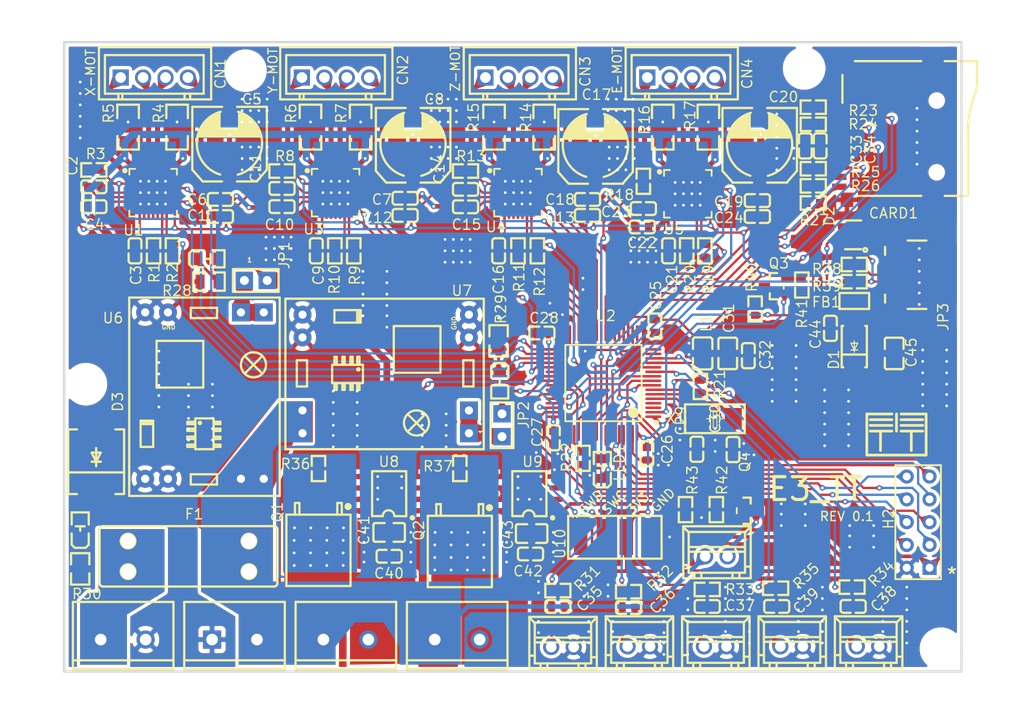
<source format=kicad_pcb>
(kicad_pcb (version 20171130) (host pcbnew 5.1.7-a382d34a8~87~ubuntu20.04.1)
  (layers (0 F.Cu signal) (31 B.Cu signal) (34 B.Paste user) (35 F.Paste user) (36 B.SilkS user) (37 F.SilkS user) (38 B.Mask user) (39 F.Mask user) (44 Edge.Cuts user))
  (net 0 "")
  (net 1 GND)
  (net 2 +VB)
  (net 3 +3V3)
  (net 4 X_STOP)
  (net 5 LCD_ENC_A)
  (net 6 LCD_ENC_B)
  (net 7 FAN_PWM)
  (net 8 HE0_PWM)
  (net 9 USB_D+)
  (net 10 USB_D-)
  (net 11 E0_DIR)
  (net 12 E0_UART)
  (net 13 X_STP)
  (net 14 Y_UART)
  (net 15 E0_EN)
  (net 16 D2_1)
  (net 17 SD_MOSI)
  (net 18 LCD_BEEP)
  (net 19 LCD_MOSI)
  (net 20 Y_STOP)
  (net 21 C44_1)
  (net 22 X_DIR)
  (net 23 X_UART)
  (net 24 SD_MISO)
  (net 25 SD_CS)
  (net 26 SD_SCK)
  (net 27 Z_UART)
  (net 28 Z_STOP)
  (net 29 RESET)
  (net 30 TH0)
  (net 31 SWDIO)
  (net 32 USB_CONN)
  (net 33 X_EN)
  (net 34 Y_EN)
  (net 35 Z_EN)
  (net 36 THB)
  (net 37 Q4_3)
  (net 38 SWCLK)
  (net 39 E0_STP)
  (net 40 +5V)
  (net 41 U2_6)
  (net 42 U2_5)
  (net 43 U2_13)
  (net 44 LCD_CS)
  (net 45 R22_2)
  (net 46 STATUS)
  (net 47 LCD_ENC_BTN)
  (net 48 R37_2)
  (net 49 U8_6)
  (net 50 R20_1)
  (net 51 C21_1)
  (net 52 U4_13)
  (net 53 U4_8)
  (net 54 R10_1)
  (net 55 C9_1)
  (net 56 C22_1)
  (net 57 C23_2)
  (net 58 C23_1)
  (net 59 U4_6)
  (net 60 U4_5)
  (net 61 C10_1)
  (net 62 C11_2)
  (net 63 C11_1)
  (net 64 X_OB1)
  (net 65 X_OA2)
  (net 66 X_OB2)
  (net 67 X_OA1)
  (net 68 U1_5)
  (net 69 U1_4)
  (net 70 U1_6)
  (net 71 U1_8)
  (net 72 U1_13)
  (net 73 Y_OA2)
  (net 74 Z_OB2)
  (net 75 Z_OB1)
  (net 76 Z_OA1)
  (net 77 Z_OA2)
  (net 78 U5_27)
  (net 79 E0_OA1)
  (net 80 E0_OB1)
  (net 81 U3_27)
  (net 82 U1_23)
  (net 83 U1_27)
  (net 84 Y_OB1)
  (net 85 Y_OA1)
  (net 86 Y_OB2)
  (net 87 E0_OB2)
  (net 88 U5_23)
  (net 89 U4_23)
  (net 90 U4_27)
  (net 91 U3_23)
  (net 92 E0_OA2)
  (net 93 U4_4)
  (net 94 SD_DET)
  (net 95 D2_6)
  (net 96 FB1_1)
  (net 97 Q3_3)
  (net 98 Q4_1)
  (net 99 LCD_SCK)
  (net 100 R30_1)
  (net 101 BED_PWM)
  (net 102 Z_DIR)
  (net 103 Z_STP)
  (net 104 Y_DIR)
  (net 105 Y_STP)
  (net 106 U6_3)
  (net 107 U7_3)
  (net 108 R28_2)
  (net 109 R29_2)
  (net 110 Q1_2)
  (net 111 Q2_2)
  (net 112 F1_1)
  (module easyeda:C0603 (layer F.Cu) (at 135.382 51.69 270)
    (fp_text reference C9 (at 3.936 -0.254 90) (layer F.SilkS) (effects (font (size 1.143 1.143) (thickness 0.152)) (justify left)))
    (fp_text value 4.7uF hide)
    (pad 1 smd rect (at -0.7 0 270) (size 0.8 0.9) (layers F.Cu F.Paste F.Mask) (net 55 C9_1))
    (pad 2 smd rect (at 0.7 0 270) (size 0.8 0.9) (layers F.Cu F.Paste F.Mask) (net 1 GND))
  )
  (module easyeda:QFN-28_L5.0-W5.0-P0.50-BL-EP (layer F.Cu) (at 137.541 45.212 270)
    (fp_text reference U3 (at 4.064 3.683) (layer F.SilkS) (effects (font (size 1.143 1.143) (thickness 0.152)) (justify left)))
    (fp_text value TMC2208-LA-T hide)
    (pad 29 smd rect (at 0 0) (size 3.5 3.5) (layers F.Cu F.Paste F.Mask) (net 1 GND))
    (pad 28 smd oval (at -2.5 1.501) (size 0.28 0.9) (layers F.Cu F.Paste F.Mask) (net 2 +VB))
    (pad 27 smd oval (at -2.5 1.001) (size 0.28 0.9) (layers F.Cu F.Paste F.Mask) (net 81 U3_27))
    (pad 26 smd oval (at -2.5 0.5) (size 0.28 0.9) (layers F.Cu F.Paste F.Mask) (net 84 Y_OB1))
    (pad 25 smd oval (at -2.5 0) (size 0.28 0.9) (layers F.Cu F.Paste F.Mask))
    (pad 24 smd oval (at -2.5 -0.5) (size 0.28 0.9) (layers F.Cu F.Paste F.Mask) (net 85 Y_OA1))
    (pad 23 smd oval (at -2.5 -1.001) (size 0.28 0.9) (layers F.Cu F.Paste F.Mask) (net 91 U3_23))
    (pad 22 smd oval (at -2.5 -1.501) (size 0.28 0.9) (layers F.Cu F.Paste F.Mask) (net 2 +VB))
    (pad 21 smd oval (at -1.501 -2.5 90) (size 0.28 0.9) (layers F.Cu F.Paste F.Mask) (net 73 Y_OA2))
    (pad 20 smd oval (at -1.001 -2.5 90) (size 0.28 0.9) (layers F.Cu F.Paste F.Mask))
    (pad 19 smd oval (at -0.501 -2.5 90) (size 0.28 0.9) (layers F.Cu F.Paste F.Mask) (net 104 Y_DIR))
    (pad 18 smd oval (at 0 -2.5 90) (size 0.28 0.9) (layers F.Cu F.Paste F.Mask) (net 1 GND))
    (pad 17 smd oval (at 0.5 -2.5 90) (size 0.28 0.9) (layers F.Cu F.Paste F.Mask))
    (pad 16 smd oval (at 1.001 -2.5 90) (size 0.28 0.9) (layers F.Cu F.Paste F.Mask) (net 105 Y_STP))
    (pad 15 smd oval (at 1.501 -2.5 90) (size 0.28 0.9) (layers F.Cu F.Paste F.Mask) (net 3 +3V3))
    (pad 14 smd oval (at 2.5 -1.501) (size 0.28 0.9) (layers F.Cu F.Paste F.Mask) (net 14 Y_UART))
    (pad 13 smd oval (at 2.5 -1.001) (size 0.28 0.9) (layers F.Cu F.Paste F.Mask) (net 54 R10_1))
    (pad 12 smd oval (at 2.5 -0.5) (size 0.28 0.9) (layers F.Cu F.Paste F.Mask))
    (pad 11 smd oval (at 2.5 0) (size 0.28 0.9) (layers F.Cu F.Paste F.Mask))
    (pad 10 smd oval (at 2.5 0.5) (size 0.28 0.9) (layers F.Cu F.Paste F.Mask))
    (pad 9 smd oval (at 2.5 1.001) (size 0.28 0.9) (layers F.Cu F.Paste F.Mask))
    (pad 8 smd oval (at 2.5 1.501) (size 0.28 0.9) (layers F.Cu F.Paste F.Mask) (net 55 C9_1))
    (pad 7 smd oval (at 1.501 2.5 90) (size 0.28 0.9) (layers F.Cu F.Paste F.Mask))
    (pad 6 smd oval (at 1.001 2.5 90) (size 0.28 0.9) (layers F.Cu F.Paste F.Mask) (net 61 C10_1))
    (pad 5 smd oval (at 0.5 2.5 90) (size 0.28 0.9) (layers F.Cu F.Paste F.Mask) (net 62 C11_2))
    (pad 4 smd oval (at 0 2.5 90) (size 0.28 0.9) (layers F.Cu F.Paste F.Mask) (net 63 C11_1))
    (pad 3 smd oval (at -0.501 2.5 90) (size 0.28 0.9) (layers F.Cu F.Paste F.Mask) (net 1 GND))
    (pad 2 smd oval (at -1.001 2.5 90) (size 0.28 0.9) (layers F.Cu F.Paste F.Mask) (net 34 Y_EN))
    (pad 1 smd oval (at -1.501 2.5 90) (size 0.28 0.9) (layers F.Cu F.Paste F.Mask) (net 86 Y_OB2))
  )
  (module easyeda:R0603 (layer F.Cu) (at 131.572 42.799 180)
    (fp_text reference R8 (at 0.889 1.651) (layer F.SilkS) (effects (font (size 1.143 1.143) (thickness 0.152)) (justify left)))
    (fp_text value 20K hide)
    (pad 2 smd rect (at 0.7 0 180) (size 0.8 0.9) (layers F.Cu F.Paste F.Mask) (net 3 +3V3))
    (pad 1 smd rect (at -0.7 0 180) (size 0.8 0.9) (layers F.Cu F.Paste F.Mask) (net 34 Y_EN))
  )
  (module easyeda:R0603 (layer F.Cu) (at 139.573 51.689 90)
    (fp_text reference R9 (at -3.937 0.127 90) (layer F.SilkS) (effects (font (size 1.143 1.143) (thickness 0.152)) (justify left)))
    (fp_text value 20K hide)
    (pad 2 smd rect (at 0.7 0 90) (size 0.8 0.9) (layers F.Cu F.Paste F.Mask) (net 14 Y_UART))
    (pad 1 smd rect (at -0.7 0 90) (size 0.8 0.9) (layers F.Cu F.Paste F.Mask) (net 1 GND))
  )
  (module easyeda:R0603 (layer F.Cu) (at 137.458 51.689 270)
    (fp_text reference R10 (at 4.953 0.044 90) (layer F.SilkS) (effects (font (size 1.143 1.143) (thickness 0.152)) (justify left)))
    (fp_text value 20K hide)
    (pad 2 smd rect (at 0.7 0 270) (size 0.8 0.9) (layers F.Cu F.Paste F.Mask) (net 1 GND))
    (pad 1 smd rect (at -0.7 0 270) (size 0.8 0.9) (layers F.Cu F.Paste F.Mask) (net 54 R10_1))
  )
  (module easyeda:C0603 (layer F.Cu) (at 131.573 44.739 180)
    (fp_text reference C11 (at 2.922 0.543 -90) (layer F.SilkS) (effects (font (size 1.143 1.143) (thickness 0.152)) (justify left)))
    (fp_text value 22nF hide)
    (pad 1 smd rect (at -0.7 0 180) (size 0.8 0.9) (layers F.Cu F.Paste F.Mask) (net 63 C11_1))
    (pad 2 smd rect (at 0.7 0 180) (size 0.8 0.9) (layers F.Cu F.Paste F.Mask) (net 62 C11_2))
  )
  (module easyeda:C0603 (layer F.Cu) (at 131.572 46.759 180)
    (fp_text reference C10 (at 2.032 -2.009) (layer F.SilkS) (effects (font (size 1.143 1.143) (thickness 0.152)) (justify left)))
    (fp_text value 100nF hide)
    (pad 1 smd rect (at -0.7 0 180) (size 0.8 0.9) (layers F.Cu F.Paste F.Mask) (net 61 C10_1))
    (pad 2 smd rect (at 0.7 0 180) (size 0.8 0.9) (layers F.Cu F.Paste F.Mask) (net 2 +VB))
  )
  (module easyeda:C0603 (layer F.Cu) (at 145.288 47.752)
    (fp_text reference C12 (at -4.826 0.254) (layer F.SilkS) (effects (font (size 1.143 1.143) (thickness 0.152)) (justify left)))
    (fp_text value 100nF hide)
    (pad 1 smd rect (at -0.7 0) (size 0.8 0.9) (layers F.Cu F.Paste F.Mask) (net 1 GND))
    (pad 2 smd rect (at 0.7 0) (size 0.8 0.9) (layers F.Cu F.Paste F.Mask) (net 3 +3V3))
  )
  (module easyeda:C0603 (layer F.Cu) (at 145.288 45.847)
    (fp_text reference C7 (at -3.81 0.127) (layer F.SilkS) (effects (font (size 1.143 1.143) (thickness 0.152)) (justify left)))
    (fp_text value 100nF hide)
    (pad 1 smd rect (at -0.7 0) (size 0.8 0.9) (layers F.Cu F.Paste F.Mask) (net 1 GND))
    (pad 2 smd rect (at 0.7 0) (size 0.8 0.9) (layers F.Cu F.Paste F.Mask) (net 2 +VB))
  )
  (module easyeda:CAP-SMD_BD8.0-L8.3-W8.3-FD (layer F.Cu) (at 146.177 39.878 90)
    (fp_text reference C8 (at 5.08 1.143) (layer F.SilkS) (effects (font (size 1.143 1.143) (thickness 0.152)) (justify left)))
    (fp_text value 100uF hide)
    (pad 1 smd rect (at -3.5 -0.005 270) (size 2.9 1.2) (layers F.Cu F.Paste F.Mask) (net 2 +VB))
    (pad 2 smd rect (at 3.5 0.005 270) (size 2.9 1.2) (layers F.Cu F.Paste F.Mask) (net 1 GND))
  )
  (module easyeda:CONN-TH_4P-P2.50_XH-4A (layer F.Cu) (at 137.541 32.385)
    (fp_text reference CN2 (at 7.493 0.997 90) (layer F.SilkS) (effects (font (size 1.143 1.143) (thickness 0.152)) (justify left)))
    (fp_text value "XH-4AK M" hide)
    (pad 1 thru_hole rect (at -3.75 0) (size 1.8 1.8) (drill 1.199) (layers *.Cu *.Paste *.Mask) (net 86 Y_OB2))
    (pad 2 thru_hole circle (at -1.248 0) (size 1.8 1.8) (drill 1.199) (layers *.Cu *.Paste *.Mask) (net 84 Y_OB1))
    (pad 3 thru_hole circle (at 1.251 0) (size 1.8 1.8) (drill 1.199) (layers *.Cu *.Paste *.Mask) (net 85 Y_OA1))
    (pad 4 thru_hole circle (at 3.75 0) (size 1.8 1.8) (drill 1.199) (layers *.Cu *.Paste *.Mask) (net 73 Y_OA2))
  )
  (module easyeda:C0603 (layer F.Cu) (at 115.189 51.69 270)
    (fp_text reference C3 (at 3.936 -0.127 90) (layer F.SilkS) (effects (font (size 1.143 1.143) (thickness 0.152)) (justify left)))
    (fp_text value 4.7uF hide)
    (pad 1 smd rect (at -0.7 0 270) (size 0.8 0.9) (layers F.Cu F.Paste F.Mask) (net 71 U1_8))
    (pad 2 smd rect (at 0.7 0 270) (size 0.8 0.9) (layers F.Cu F.Paste F.Mask) (net 1 GND))
  )
  (module easyeda:R0603 (layer F.Cu) (at 110.617 42.672 180)
    (fp_text reference R3 (at 1.016 1.778) (layer F.SilkS) (effects (font (size 1.143 1.143) (thickness 0.152)) (justify left)))
    (fp_text value 20K hide)
    (pad 2 smd rect (at 0.7 0 180) (size 0.8 0.9) (layers F.Cu F.Paste F.Mask) (net 3 +3V3))
    (pad 1 smd rect (at -0.7 0 180) (size 0.8 0.9) (layers F.Cu F.Paste F.Mask) (net 33 X_EN))
  )
  (module easyeda:R0603 (layer F.Cu) (at 119.38 51.689 90)
    (fp_text reference R2 (at -3.683 0 90) (layer F.SilkS) (effects (font (size 1.143 1.143) (thickness 0.152)) (justify left)))
    (fp_text value 20K hide)
    (pad 2 smd rect (at 0.7 0 90) (size 0.8 0.9) (layers F.Cu F.Paste F.Mask) (net 23 X_UART))
    (pad 1 smd rect (at -0.7 0 90) (size 0.8 0.9) (layers F.Cu F.Paste F.Mask) (net 1 GND))
  )
  (module easyeda:R0603 (layer F.Cu) (at 117.265 51.689 270)
    (fp_text reference R1 (at 3.683 -0.083 90) (layer F.SilkS) (effects (font (size 1.143 1.143) (thickness 0.152)) (justify left)))
    (fp_text value 20K hide)
    (pad 2 smd rect (at 0.7 0 270) (size 0.8 0.9) (layers F.Cu F.Paste F.Mask) (net 1 GND))
    (pad 1 smd rect (at -0.7 0 270) (size 0.8 0.9) (layers F.Cu F.Paste F.Mask) (net 72 U1_13))
  )
  (module easyeda:C0603 (layer F.Cu) (at 110.617 46.759 180)
    (fp_text reference C4 (at 1.143 -2.009) (layer F.SilkS) (effects (font (size 1.143 1.143) (thickness 0.152)) (justify left)))
    (fp_text value 100nF hide)
    (pad 1 smd rect (at -0.7 0 180) (size 0.8 0.9) (layers F.Cu F.Paste F.Mask) (net 70 U1_6))
    (pad 2 smd rect (at 0.7 0 180) (size 0.8 0.9) (layers F.Cu F.Paste F.Mask) (net 2 +VB))
  )
  (module easyeda:C0603 (layer F.Cu) (at 124.714 45.974)
    (fp_text reference C6 (at -3.81 0) (layer F.SilkS) (effects (font (size 1.143 1.143) (thickness 0.152)) (justify left)))
    (fp_text value 100nF hide)
    (pad 1 smd rect (at -0.7 0) (size 0.8 0.9) (layers F.Cu F.Paste F.Mask) (net 1 GND))
    (pad 2 smd rect (at 0.7 0) (size 0.8 0.9) (layers F.Cu F.Paste F.Mask) (net 2 +VB))
  )
  (module easyeda:CAP-SMD_BD8.0-L8.3-W8.3-FD (layer F.Cu) (at 125.73 39.751 90)
    (fp_text reference C5 (at 4.953 1.27) (layer F.SilkS) (effects (font (size 1.143 1.143) (thickness 0.152)) (justify left)))
    (fp_text value 100uF hide)
    (pad 1 smd rect (at -3.5 -0.005 270) (size 2.9 1.2) (layers F.Cu F.Paste F.Mask) (net 2 +VB))
    (pad 2 smd rect (at 3.5 0.005 270) (size 2.9 1.2) (layers F.Cu F.Paste F.Mask) (net 1 GND))
  )
  (module easyeda:LQFP-64_L10.0-W10.0-P0.50-LS12.0-BL (layer F.Cu) (at 167.386 66.421 90)
    (fp_text reference U2 (at 7.493 -1.016) (layer F.SilkS) (effects (font (size 1.143 1.143) (thickness 0.152)) (justify left)))
    (fp_text value STM32F103RCT6 hide)
    (pad 64 smd oval (at -5.55 3.75 180) (size 0.28 1.8) (layers F.Cu F.Paste F.Mask) (net 3 +3V3))
    (pad 63 smd oval (at -5.55 3.25 180) (size 0.28 1.8) (layers F.Cu F.Paste F.Mask) (net 1 GND))
    (pad 62 smd oval (at -5.55 2.75 180) (size 0.28 1.8) (layers F.Cu F.Paste F.Mask) (net 99 LCD_SCK))
    (pad 61 smd oval (at -5.55 2.25 180) (size 0.28 1.8) (layers F.Cu F.Paste F.Mask) (net 44 LCD_CS))
    (pad 60 smd oval (at -5.55 1.75 180) (size 0.28 1.8) (layers F.Cu F.Paste F.Mask) (net 1 GND))
    (pad 59 smd oval (at -5.55 1.25 180) (size 0.28 1.8) (layers F.Cu F.Paste F.Mask) (net 19 LCD_MOSI))
    (pad 58 smd oval (at -5.55 0.75 180) (size 0.28 1.8) (layers F.Cu F.Paste F.Mask) (net 47 LCD_ENC_BTN))
    (pad 57 smd oval (at -5.55 0.25 180) (size 0.28 1.8) (layers F.Cu F.Paste F.Mask) (net 18 LCD_BEEP))
    (pad 56 smd oval (at -5.55 -0.25 180) (size 0.28 1.8) (layers F.Cu F.Paste F.Mask) (net 11 E0_DIR))
    (pad 55 smd oval (at -5.55 -0.75 180) (size 0.28 1.8) (layers F.Cu F.Paste F.Mask) (net 39 E0_STP))
    (pad 54 smd oval (at -5.55 -1.25 180) (size 0.28 1.8) (layers F.Cu F.Paste F.Mask) (net 15 E0_EN))
    (pad 53 smd oval (at -5.55 -1.75 180) (size 0.28 1.8) (layers F.Cu F.Paste F.Mask))
    (pad 52 smd oval (at -5.55 -2.25 180) (size 0.28 1.8) (layers F.Cu F.Paste F.Mask) (net 12 E0_UART))
    (pad 51 smd oval (at -5.55 -2.75 180) (size 0.28 1.8) (layers F.Cu F.Paste F.Mask) (net 27 Z_UART))
    (pad 50 smd oval (at -5.55 -3.25 180) (size 0.28 1.8) (layers F.Cu F.Paste F.Mask) (net 46 STATUS))
    (pad 49 smd oval (at -5.55 -3.75 180) (size 0.28 1.8) (layers F.Cu F.Paste F.Mask) (net 38 SWCLK))
    (pad 48 smd oval (at -3.75 -5.55 270) (size 0.28 1.8) (layers F.Cu F.Paste F.Mask) (net 3 +3V3))
    (pad 47 smd oval (at -3.25 -5.55 270) (size 0.28 1.8) (layers F.Cu F.Paste F.Mask) (net 1 GND))
    (pad 46 smd oval (at -2.75 -5.55 270) (size 0.28 1.8) (layers F.Cu F.Paste F.Mask) (net 31 SWDIO))
    (pad 45 smd oval (at -2.25 -5.55 270) (size 0.28 1.8) (layers F.Cu F.Paste F.Mask) (net 9 USB_D+))
    (pad 44 smd oval (at -1.75 -5.55 270) (size 0.28 1.8) (layers F.Cu F.Paste F.Mask) (net 10 USB_D-))
    (pad 43 smd oval (at -1.25 -5.55 270) (size 0.28 1.8) (layers F.Cu F.Paste F.Mask) (net 5 LCD_ENC_A))
    (pad 42 smd oval (at -0.75 -5.55 270) (size 0.28 1.8) (layers F.Cu F.Paste F.Mask) (net 6 LCD_ENC_B))
    (pad 41 smd oval (at -0.25 -5.55 270) (size 0.28 1.8) (layers F.Cu F.Paste F.Mask) (net 7 FAN_PWM))
    (pad 40 smd oval (at 0.25 -5.55 270) (size 0.28 1.8) (layers F.Cu F.Paste F.Mask) (net 101 BED_PWM))
    (pad 39 smd oval (at 0.75 -5.55 270) (size 0.28 1.8) (layers F.Cu F.Paste F.Mask) (net 8 HE0_PWM))
    (pad 38 smd oval (at 1.25 -5.55 270) (size 0.28 1.8) (layers F.Cu F.Paste F.Mask))
    (pad 37 smd oval (at 1.75 -5.55 270) (size 0.28 1.8) (layers F.Cu F.Paste F.Mask) (net 14 Y_UART))
    (pad 36 smd oval (at 2.25 -5.55 270) (size 0.28 1.8) (layers F.Cu F.Paste F.Mask) (net 23 X_UART))
    (pad 35 smd oval (at 2.75 -5.55 270) (size 0.28 1.8) (layers F.Cu F.Paste F.Mask) (net 33 X_EN))
    (pad 34 smd oval (at 3.25 -5.55 270) (size 0.28 1.8) (layers F.Cu F.Paste F.Mask) (net 13 X_STP))
    (pad 33 smd oval (at 3.75 -5.55 270) (size 0.28 1.8) (layers F.Cu F.Paste F.Mask) (net 22 X_DIR))
    (pad 32 smd oval (at 5.55 -3.75 180) (size 0.28 1.8) (layers F.Cu F.Paste F.Mask) (net 3 +3V3))
    (pad 31 smd oval (at 5.55 -3.25 180) (size 0.28 1.8) (layers F.Cu F.Paste F.Mask) (net 1 GND))
    (pad 30 smd oval (at 5.55 -2.75 180) (size 0.28 1.8) (layers F.Cu F.Paste F.Mask) (net 34 Y_EN))
    (pad 29 smd oval (at 5.55 -2.25 180) (size 0.28 1.8) (layers F.Cu F.Paste F.Mask) (net 105 Y_STP))
    (pad 28 smd oval (at 5.55 -1.75 180) (size 0.28 1.8) (layers F.Cu F.Paste F.Mask) (net 104 Y_DIR))
    (pad 27 smd oval (at 5.55 -1.25 180) (size 0.28 1.8) (layers F.Cu F.Paste F.Mask) (net 35 Z_EN))
    (pad 26 smd oval (at 5.55 -0.75 180) (size 0.28 1.8) (layers F.Cu F.Paste F.Mask) (net 103 Z_STP))
    (pad 25 smd oval (at 5.55 -0.25 180) (size 0.28 1.8) (layers F.Cu F.Paste F.Mask) (net 102 Z_DIR))
    (pad 24 smd oval (at 5.55 0.25 180) (size 0.28 1.8) (layers F.Cu F.Paste F.Mask) (net 94 SD_DET))
    (pad 23 smd oval (at 5.55 0.75 180) (size 0.28 1.8) (layers F.Cu F.Paste F.Mask) (net 17 SD_MOSI))
    (pad 22 smd oval (at 5.55 1.25 180) (size 0.28 1.8) (layers F.Cu F.Paste F.Mask) (net 24 SD_MISO))
    (pad 21 smd oval (at 5.55 1.75 180) (size 0.28 1.8) (layers F.Cu F.Paste F.Mask) (net 26 SD_SCK))
    (pad 20 smd oval (at 5.55 2.25 180) (size 0.28 1.8) (layers F.Cu F.Paste F.Mask) (net 25 SD_CS))
    (pad 19 smd oval (at 5.55 2.75 180) (size 0.28 1.8) (layers F.Cu F.Paste F.Mask) (net 3 +3V3))
    (pad 18 smd oval (at 5.55 3.25 180) (size 0.28 1.8) (layers F.Cu F.Paste F.Mask) (net 1 GND))
    (pad 17 smd oval (at 5.55 3.75 180) (size 0.28 1.8) (layers F.Cu F.Paste F.Mask))
    (pad 16 smd oval (at 3.75 5.55 270) (size 0.28 1.8) (layers F.Cu F.Paste F.Mask))
    (pad 15 smd oval (at 3.25 5.55 270) (size 0.28 1.8) (layers F.Cu F.Paste F.Mask))
    (pad 14 smd oval (at 2.75 5.55 270) (size 0.28 1.8) (layers F.Cu F.Paste F.Mask) (net 30 TH0))
    (pad 13 smd oval (at 2.25 5.55 270) (size 0.28 1.8) (layers F.Cu F.Paste F.Mask) (net 43 U2_13))
    (pad 12 smd oval (at 1.75 5.55 270) (size 0.28 1.8) (layers F.Cu F.Paste F.Mask) (net 1 GND))
    (pad 11 smd oval (at 1.25 5.55 270) (size 0.28 1.8) (layers F.Cu F.Paste F.Mask) (net 36 THB))
    (pad 10 smd oval (at 0.75 5.55 270) (size 0.28 1.8) (layers F.Cu F.Paste F.Mask) (net 28 Z_STOP))
    (pad 9 smd oval (at 0.25 5.55 270) (size 0.28 1.8) (layers F.Cu F.Paste F.Mask) (net 20 Y_STOP))
    (pad 8 smd oval (at -0.25 5.55 270) (size 0.28 1.8) (layers F.Cu F.Paste F.Mask) (net 4 X_STOP))
    (pad 7 smd oval (at -0.75 5.55 270) (size 0.28 1.8) (layers F.Cu F.Paste F.Mask) (net 29 RESET))
    (pad 6 smd oval (at -1.25 5.55 270) (size 0.28 1.8) (layers F.Cu F.Paste F.Mask) (net 41 U2_6))
    (pad 5 smd oval (at -1.75 5.55 270) (size 0.28 1.8) (layers F.Cu F.Paste F.Mask) (net 42 U2_5))
    (pad 4 smd oval (at -2.25 5.55 270) (size 0.28 1.8) (layers F.Cu F.Paste F.Mask))
    (pad 3 smd oval (at -2.75 5.55 270) (size 0.28 1.8) (layers F.Cu F.Paste F.Mask))
    (pad 2 smd oval (at -3.25 5.55 270) (size 0.28 1.8) (layers F.Cu F.Paste F.Mask) (net 32 USB_CONN))
    (pad 1 smd oval (at -3.75 5.55 270) (size 0.28 1.8) (layers F.Cu F.Paste F.Mask) (net 3 +3V3))
  )
  (module easyeda:C0603 (layer F.Cu) (at 110.618 44.548 180)
    (fp_text reference C2 (at 2.414 1.114 -90) (layer F.SilkS) (effects (font (size 1.143 1.143) (thickness 0.152)) (justify left)))
    (fp_text value 22nF hide)
    (pad 1 smd rect (at -0.7 0 180) (size 0.8 0.9) (layers F.Cu F.Paste F.Mask) (net 69 U1_4))
    (pad 2 smd rect (at 0.7 0 180) (size 0.8 0.9) (layers F.Cu F.Paste F.Mask) (net 68 U1_5))
  )
  (module easyeda:C0603 (layer F.Cu) (at 124.714 47.879)
    (fp_text reference C1 (at -3.81 -0.127) (layer F.SilkS) (effects (font (size 1.143 1.143) (thickness 0.152)) (justify left)))
    (fp_text value 100nF hide)
    (pad 1 smd rect (at -0.7 0) (size 0.8 0.9) (layers F.Cu F.Paste F.Mask) (net 1 GND))
    (pad 2 smd rect (at 0.7 0) (size 0.8 0.9) (layers F.Cu F.Paste F.Mask) (net 3 +3V3))
  )
  (module easyeda:CONN-TH_4P-P2.50_XH-4A (layer F.Cu) (at 117.348 32.385)
    (fp_text reference CN1 (at 7.366 1.397 90) (layer F.SilkS) (effects (font (size 1.143 1.143) (thickness 0.152)) (justify left)))
    (fp_text value "XH-4AK M" hide)
    (pad 1 thru_hole rect (at -3.75 0) (size 1.8 1.8) (drill 1.199) (layers *.Cu *.Paste *.Mask) (net 66 X_OB2))
    (pad 2 thru_hole circle (at -1.248 0) (size 1.8 1.8) (drill 1.199) (layers *.Cu *.Paste *.Mask) (net 64 X_OB1))
    (pad 3 thru_hole circle (at 1.251 0) (size 1.8 1.8) (drill 1.199) (layers *.Cu *.Paste *.Mask) (net 67 X_OA1))
    (pad 4 thru_hole circle (at 3.75 0) (size 1.8 1.8) (drill 1.199) (layers *.Cu *.Paste *.Mask) (net 65 X_OA2))
  )
  (module easyeda:C0603 (layer F.Cu) (at 155.702 51.689 270)
    (fp_text reference C16 (at 4.953 0 90) (layer F.SilkS) (effects (font (size 1.143 1.143) (thickness 0.152)) (justify left)))
    (fp_text value 4.7uF hide)
    (pad 1 smd rect (at -0.7 0 270) (size 0.8 0.9) (layers F.Cu F.Paste F.Mask) (net 53 U4_8))
    (pad 2 smd rect (at 0.7 0 270) (size 0.8 0.9) (layers F.Cu F.Paste F.Mask) (net 1 GND))
  )
  (module easyeda:QFN-28_L5.0-W5.0-P0.50-BL-EP (layer F.Cu) (at 157.861 45.212 270)
    (fp_text reference U4 (at 3.81 3.683) (layer F.SilkS) (effects (font (size 1.143 1.143) (thickness 0.152)) (justify left)))
    (fp_text value TMC2208-LA-T hide)
    (pad 29 smd rect (at 0 0) (size 3.5 3.5) (layers F.Cu F.Paste F.Mask) (net 1 GND))
    (pad 28 smd oval (at -2.5 1.501) (size 0.28 0.9) (layers F.Cu F.Paste F.Mask) (net 2 +VB))
    (pad 27 smd oval (at -2.5 1.001) (size 0.28 0.9) (layers F.Cu F.Paste F.Mask) (net 90 U4_27))
    (pad 26 smd oval (at -2.5 0.5) (size 0.28 0.9) (layers F.Cu F.Paste F.Mask) (net 75 Z_OB1))
    (pad 25 smd oval (at -2.5 0) (size 0.28 0.9) (layers F.Cu F.Paste F.Mask))
    (pad 24 smd oval (at -2.5 -0.5) (size 0.28 0.9) (layers F.Cu F.Paste F.Mask) (net 76 Z_OA1))
    (pad 23 smd oval (at -2.5 -1.001) (size 0.28 0.9) (layers F.Cu F.Paste F.Mask) (net 89 U4_23))
    (pad 22 smd oval (at -2.5 -1.501) (size 0.28 0.9) (layers F.Cu F.Paste F.Mask) (net 2 +VB))
    (pad 21 smd oval (at -1.501 -2.5 90) (size 0.28 0.9) (layers F.Cu F.Paste F.Mask) (net 77 Z_OA2))
    (pad 20 smd oval (at -1.001 -2.5 90) (size 0.28 0.9) (layers F.Cu F.Paste F.Mask))
    (pad 19 smd oval (at -0.501 -2.5 90) (size 0.28 0.9) (layers F.Cu F.Paste F.Mask) (net 102 Z_DIR))
    (pad 18 smd oval (at 0 -2.5 90) (size 0.28 0.9) (layers F.Cu F.Paste F.Mask) (net 1 GND))
    (pad 17 smd oval (at 0.5 -2.5 90) (size 0.28 0.9) (layers F.Cu F.Paste F.Mask))
    (pad 16 smd oval (at 1.001 -2.5 90) (size 0.28 0.9) (layers F.Cu F.Paste F.Mask) (net 103 Z_STP))
    (pad 15 smd oval (at 1.501 -2.5 90) (size 0.28 0.9) (layers F.Cu F.Paste F.Mask) (net 3 +3V3))
    (pad 14 smd oval (at 2.5 -1.501) (size 0.28 0.9) (layers F.Cu F.Paste F.Mask) (net 27 Z_UART))
    (pad 13 smd oval (at 2.5 -1.001) (size 0.28 0.9) (layers F.Cu F.Paste F.Mask) (net 52 U4_13))
    (pad 12 smd oval (at 2.5 -0.5) (size 0.28 0.9) (layers F.Cu F.Paste F.Mask))
    (pad 11 smd oval (at 2.5 0) (size 0.28 0.9) (layers F.Cu F.Paste F.Mask))
    (pad 10 smd oval (at 2.5 0.5) (size 0.28 0.9) (layers F.Cu F.Paste F.Mask))
    (pad 9 smd oval (at 2.5 1.001) (size 0.28 0.9) (layers F.Cu F.Paste F.Mask))
    (pad 8 smd oval (at 2.5 1.501) (size 0.28 0.9) (layers F.Cu F.Paste F.Mask) (net 53 U4_8))
    (pad 7 smd oval (at 1.501 2.5 90) (size 0.28 0.9) (layers F.Cu F.Paste F.Mask))
    (pad 6 smd oval (at 1.001 2.5 90) (size 0.28 0.9) (layers F.Cu F.Paste F.Mask) (net 59 U4_6))
    (pad 5 smd oval (at 0.5 2.5 90) (size 0.28 0.9) (layers F.Cu F.Paste F.Mask) (net 60 U4_5))
    (pad 4 smd oval (at 0 2.5 90) (size 0.28 0.9) (layers F.Cu F.Paste F.Mask) (net 93 U4_4))
    (pad 3 smd oval (at -0.501 2.5 90) (size 0.28 0.9) (layers F.Cu F.Paste F.Mask) (net 1 GND))
    (pad 2 smd oval (at -1.001 2.5 90) (size 0.28 0.9) (layers F.Cu F.Paste F.Mask) (net 35 Z_EN))
    (pad 1 smd oval (at -1.501 2.5 90) (size 0.28 0.9) (layers F.Cu F.Paste F.Mask) (net 74 Z_OB2))
  )
  (module easyeda:R0603 (layer F.Cu) (at 160.02 51.689 90)
    (fp_text reference R12 (at -5.207 0.254 90) (layer F.SilkS) (effects (font (size 1.143 1.143) (thickness 0.152)) (justify left)))
    (fp_text value 20K hide)
    (pad 2 smd rect (at 0.7 0 90) (size 0.8 0.9) (layers F.Cu F.Paste F.Mask) (net 27 Z_UART))
    (pad 1 smd rect (at -0.7 0 90) (size 0.8 0.9) (layers F.Cu F.Paste F.Mask) (net 1 GND))
  )
  (module easyeda:R0603 (layer F.Cu) (at 157.861 51.689 270)
    (fp_text reference R11 (at 4.699 -0.127 90) (layer F.SilkS) (effects (font (size 1.143 1.143) (thickness 0.152)) (justify left)))
    (fp_text value 20K hide)
    (pad 2 smd rect (at 0.7 0 270) (size 0.8 0.9) (layers F.Cu F.Paste F.Mask) (net 1 GND))
    (pad 1 smd rect (at -0.7 0 270) (size 0.8 0.9) (layers F.Cu F.Paste F.Mask) (net 52 U4_13))
  )
  (module easyeda:R0603 (layer F.Cu) (at 152.019 42.799 180)
    (fp_text reference R13 (at 1.143 1.651) (layer F.SilkS) (effects (font (size 1.143 1.143) (thickness 0.152)) (justify left)))
    (fp_text value 20K hide)
    (pad 2 smd rect (at 0.7 0 180) (size 0.8 0.9) (layers F.Cu F.Paste F.Mask) (net 3 +3V3))
    (pad 1 smd rect (at -0.7 0 180) (size 0.8 0.9) (layers F.Cu F.Paste F.Mask) (net 35 Z_EN))
  )
  (module easyeda:C0603 (layer F.Cu) (at 152.019 44.831 180)
    (fp_text reference C14 (at 2.921 0.508 -90) (layer F.SilkS) (effects (font (size 1.143 1.143) (thickness 0.152)) (justify left)))
    (fp_text value 22nF hide)
    (pad 1 smd rect (at -0.7 0 180) (size 0.8 0.9) (layers F.Cu F.Paste F.Mask) (net 93 U4_4))
    (pad 2 smd rect (at 0.7 0 180) (size 0.8 0.9) (layers F.Cu F.Paste F.Mask) (net 60 U4_5))
  )
  (module easyeda:C0603 (layer F.Cu) (at 165.608 47.752)
    (fp_text reference C13 (at -4.826 0.254) (layer F.SilkS) (effects (font (size 1.143 1.143) (thickness 0.152)) (justify left)))
    (fp_text value 100nF hide)
    (pad 1 smd rect (at -0.7 0) (size 0.8 0.9) (layers F.Cu F.Paste F.Mask) (net 1 GND))
    (pad 2 smd rect (at 0.7 0) (size 0.8 0.9) (layers F.Cu F.Paste F.Mask) (net 3 +3V3))
  )
  (module easyeda:C0603 (layer F.Cu) (at 165.608 45.974)
    (fp_text reference C18 (at -4.826 0) (layer F.SilkS) (effects (font (size 1.143 1.143) (thickness 0.152)) (justify left)))
    (fp_text value 100nF hide)
    (pad 1 smd rect (at -0.7 0) (size 0.8 0.9) (layers F.Cu F.Paste F.Mask) (net 1 GND))
    (pad 2 smd rect (at 0.7 0) (size 0.8 0.9) (layers F.Cu F.Paste F.Mask) (net 2 +VB))
  )
  (module easyeda:C0603 (layer F.Cu) (at 152.019 46.777 180)
    (fp_text reference C15 (at 1.651 -1.991) (layer F.SilkS) (effects (font (size 1.143 1.143) (thickness 0.152)) (justify left)))
    (fp_text value 100nF hide)
    (pad 1 smd rect (at -0.7 0 180) (size 0.8 0.9) (layers F.Cu F.Paste F.Mask) (net 59 U4_6))
    (pad 2 smd rect (at 0.7 0 180) (size 0.8 0.9) (layers F.Cu F.Paste F.Mask) (net 2 +VB))
  )
  (module easyeda:CAP-SMD_BD8.0-L8.3-W8.3-FD (layer F.Cu) (at 166.497 40.005 90)
    (fp_text reference C17 (at 5.715 -1.651) (layer F.SilkS) (effects (font (size 1.143 1.143) (thickness 0.152)) (justify left)))
    (fp_text value 100uF hide)
    (pad 1 smd rect (at -3.5 -0.005 270) (size 2.9 1.2) (layers F.Cu F.Paste F.Mask) (net 2 +VB))
    (pad 2 smd rect (at 3.5 0.005 270) (size 2.9 1.2) (layers F.Cu F.Paste F.Mask) (net 1 GND))
  )
  (module easyeda:CONN-TH_4P-P2.50_XH-4A (layer F.Cu) (at 157.988 32.385)
    (fp_text reference CN3 (at 7.366 1.143 90) (layer F.SilkS) (effects (font (size 1.143 1.143) (thickness 0.152)) (justify left)))
    (fp_text value "XH-4AK M" hide)
    (pad 1 thru_hole rect (at -3.75 0) (size 1.8 1.8) (drill 1.199) (layers *.Cu *.Paste *.Mask) (net 74 Z_OB2))
    (pad 2 thru_hole circle (at -1.248 0) (size 1.8 1.8) (drill 1.199) (layers *.Cu *.Paste *.Mask) (net 75 Z_OB1))
    (pad 3 thru_hole circle (at 1.251 0) (size 1.8 1.8) (drill 1.199) (layers *.Cu *.Paste *.Mask) (net 76 Z_OA1))
    (pad 4 thru_hole circle (at 3.75 0) (size 1.8 1.8) (drill 1.199) (layers *.Cu *.Paste *.Mask) (net 77 Z_OA2))
  )
  (module easyeda:C0603 (layer F.Cu) (at 174.625 51.689 270)
    (fp_text reference C21 (at 4.953 -0.381 90) (layer F.SilkS) (effects (font (size 1.143 1.143) (thickness 0.152)) (justify left)))
    (fp_text value 4.7uF hide)
    (pad 1 smd rect (at -0.7 0 270) (size 0.8 0.9) (layers F.Cu F.Paste F.Mask) (net 51 C21_1))
    (pad 2 smd rect (at 0.7 0 270) (size 0.8 0.9) (layers F.Cu F.Paste F.Mask) (net 1 GND))
  )
  (module easyeda:QFN-28_L5.0-W5.0-P0.50-BL-EP (layer F.Cu) (at 176.784 45.339 270)
    (fp_text reference U5 (at 3.937 2.794) (layer F.SilkS) (effects (font (size 1.143 1.143) (thickness 0.152)) (justify left)))
    (fp_text value TMC2208-LA-T hide)
    (pad 29 smd rect (at 0 0) (size 3.5 3.5) (layers F.Cu F.Paste F.Mask) (net 1 GND))
    (pad 28 smd oval (at -2.5 1.501) (size 0.28 0.9) (layers F.Cu F.Paste F.Mask) (net 2 +VB))
    (pad 27 smd oval (at -2.5 1.001) (size 0.28 0.9) (layers F.Cu F.Paste F.Mask) (net 78 U5_27))
    (pad 26 smd oval (at -2.5 0.5) (size 0.28 0.9) (layers F.Cu F.Paste F.Mask) (net 80 E0_OB1))
    (pad 25 smd oval (at -2.5 0) (size 0.28 0.9) (layers F.Cu F.Paste F.Mask))
    (pad 24 smd oval (at -2.5 -0.5) (size 0.28 0.9) (layers F.Cu F.Paste F.Mask) (net 79 E0_OA1))
    (pad 23 smd oval (at -2.5 -1.001) (size 0.28 0.9) (layers F.Cu F.Paste F.Mask) (net 88 U5_23))
    (pad 22 smd oval (at -2.5 -1.501) (size 0.28 0.9) (layers F.Cu F.Paste F.Mask) (net 2 +VB))
    (pad 21 smd oval (at -1.501 -2.5 90) (size 0.28 0.9) (layers F.Cu F.Paste F.Mask) (net 92 E0_OA2))
    (pad 20 smd oval (at -1.001 -2.5 90) (size 0.28 0.9) (layers F.Cu F.Paste F.Mask))
    (pad 19 smd oval (at -0.5 -2.5 90) (size 0.28 0.9) (layers F.Cu F.Paste F.Mask) (net 11 E0_DIR))
    (pad 18 smd oval (at 0 -2.5 90) (size 0.28 0.9) (layers F.Cu F.Paste F.Mask) (net 1 GND))
    (pad 17 smd oval (at 0.5 -2.5 90) (size 0.28 0.9) (layers F.Cu F.Paste F.Mask))
    (pad 16 smd oval (at 1.001 -2.5 90) (size 0.28 0.9) (layers F.Cu F.Paste F.Mask) (net 39 E0_STP))
    (pad 15 smd oval (at 1.501 -2.5 90) (size 0.28 0.9) (layers F.Cu F.Paste F.Mask) (net 3 +3V3))
    (pad 14 smd oval (at 2.5 -1.501) (size 0.28 0.9) (layers F.Cu F.Paste F.Mask) (net 12 E0_UART))
    (pad 13 smd oval (at 2.5 -1.001) (size 0.28 0.9) (layers F.Cu F.Paste F.Mask) (net 50 R20_1))
    (pad 12 smd oval (at 2.5 -0.5) (size 0.28 0.9) (layers F.Cu F.Paste F.Mask))
    (pad 11 smd oval (at 2.5 0) (size 0.28 0.9) (layers F.Cu F.Paste F.Mask))
    (pad 10 smd oval (at 2.5 0.5) (size 0.28 0.9) (layers F.Cu F.Paste F.Mask))
    (pad 9 smd oval (at 2.5 1.001) (size 0.28 0.9) (layers F.Cu F.Paste F.Mask))
    (pad 8 smd oval (at 2.5 1.501) (size 0.28 0.9) (layers F.Cu F.Paste F.Mask) (net 51 C21_1))
    (pad 7 smd oval (at 1.501 2.5 90) (size 0.28 0.9) (layers F.Cu F.Paste F.Mask))
    (pad 6 smd oval (at 1.001 2.5 90) (size 0.28 0.9) (layers F.Cu F.Paste F.Mask) (net 56 C22_1))
    (pad 5 smd oval (at 0.5 2.5 90) (size 0.28 0.9) (layers F.Cu F.Paste F.Mask) (net 57 C23_2))
    (pad 4 smd oval (at 0 2.5 90) (size 0.28 0.9) (layers F.Cu F.Paste F.Mask) (net 58 C23_1))
    (pad 3 smd oval (at -0.5 2.5 90) (size 0.28 0.9) (layers F.Cu F.Paste F.Mask) (net 1 GND))
    (pad 2 smd oval (at -1.001 2.5 90) (size 0.28 0.9) (layers F.Cu F.Paste F.Mask) (net 15 E0_EN))
    (pad 1 smd oval (at -1.501 2.5 90) (size 0.28 0.9) (layers F.Cu F.Paste F.Mask) (net 87 E0_OB2))
  )
  (module easyeda:R0603 (layer F.Cu) (at 176.657 51.689 270)
    (fp_text reference R20 (at 4.953 -0.381 90) (layer F.SilkS) (effects (font (size 1.143 1.143) (thickness 0.152)) (justify left)))
    (fp_text value 20K hide)
    (pad 2 smd rect (at 0.7 0 270) (size 0.8 0.9) (layers F.Cu F.Paste F.Mask) (net 1 GND))
    (pad 1 smd rect (at -0.7 0 270) (size 0.8 0.9) (layers F.Cu F.Paste F.Mask) (net 50 R20_1))
  )
  (module easyeda:R0603 (layer F.Cu) (at 178.689 51.689 90)
    (fp_text reference R19 (at -4.953 0.381 90) (layer F.SilkS) (effects (font (size 1.143 1.143) (thickness 0.152)) (justify left)))
    (fp_text value 20K hide)
    (pad 2 smd rect (at 0.7 0 90) (size 0.8 0.9) (layers F.Cu F.Paste F.Mask) (net 12 E0_UART))
    (pad 1 smd rect (at -0.7 0 90) (size 0.8 0.9) (layers F.Cu F.Paste F.Mask) (net 1 GND))
  )
  (module easyeda:R0603 (layer F.Cu) (at 171.831 43.942 90)
    (fp_text reference R18 (at -1.524 -4.445) (layer F.SilkS) (effects (font (size 1.143 1.143) (thickness 0.152)) (justify left)))
    (fp_text value 20K hide)
    (pad 2 smd rect (at 0.7 0 90) (size 0.8 0.9) (layers F.Cu F.Paste F.Mask) (net 3 +3V3))
    (pad 1 smd rect (at -0.7 0 90) (size 0.8 0.9) (layers F.Cu F.Paste F.Mask) (net 15 E0_EN))
  )
  (module easyeda:C0603 (layer F.Cu) (at 171.831 46.99)
    (fp_text reference C23 (at -4.826 0.356) (layer F.SilkS) (effects (font (size 1.143 1.143) (thickness 0.152)) (justify left)))
    (fp_text value 22nF hide)
    (pad 1 smd rect (at -0.7 0) (size 0.8 0.9) (layers F.Cu F.Paste F.Mask) (net 58 C23_1))
    (pad 2 smd rect (at 0.7 0) (size 0.8 0.9) (layers F.Cu F.Paste F.Mask) (net 57 C23_2))
  )
  (module easyeda:C0603 (layer F.Cu) (at 184.531 47.879)
    (fp_text reference C24 (at -4.953 0.127) (layer F.SilkS) (effects (font (size 1.143 1.143) (thickness 0.152)) (justify left)))
    (fp_text value 100nF hide)
    (pad 1 smd rect (at -0.7 0) (size 0.8 0.9) (layers F.Cu F.Paste F.Mask) (net 1 GND))
    (pad 2 smd rect (at 0.7 0) (size 0.8 0.9) (layers F.Cu F.Paste F.Mask) (net 3 +3V3))
  )
  (module easyeda:C0603 (layer F.Cu) (at 184.531 46.101)
    (fp_text reference C19 (at -4.953 0.127) (layer F.SilkS) (effects (font (size 1.143 1.143) (thickness 0.152)) (justify left)))
    (fp_text value 100nF hide)
    (pad 1 smd rect (at -0.7 0) (size 0.8 0.9) (layers F.Cu F.Paste F.Mask) (net 1 GND))
    (pad 2 smd rect (at 0.7 0) (size 0.8 0.9) (layers F.Cu F.Paste F.Mask) (net 2 +VB))
  )
  (module easyeda:C0603 (layer F.Cu) (at 171.704 49.022 180)
    (fp_text reference C22 (at 1.778 -1.778) (layer F.SilkS) (effects (font (size 1.143 1.143) (thickness 0.152)) (justify left)))
    (fp_text value 100nF hide)
    (pad 1 smd rect (at -0.7 0 180) (size 0.8 0.9) (layers F.Cu F.Paste F.Mask) (net 56 C22_1))
    (pad 2 smd rect (at 0.7 0 180) (size 0.8 0.9) (layers F.Cu F.Paste F.Mask) (net 2 +VB))
  )
  (module easyeda:CAP-SMD_BD8.0-L8.3-W8.3-FD (layer F.Cu) (at 184.785 39.878 90)
    (fp_text reference C20 (at 5.334 0.889) (layer F.SilkS) (effects (font (size 1.143 1.143) (thickness 0.152)) (justify left)))
    (fp_text value 100uF hide)
    (pad 1 smd rect (at -3.5 -0.005 270) (size 2.9 1.2) (layers F.Cu F.Paste F.Mask) (net 2 +VB))
    (pad 2 smd rect (at 3.5 0.005 270) (size 2.9 1.2) (layers F.Cu F.Paste F.Mask) (net 1 GND))
  )
  (module easyeda:CONN-TH_4P-P2.50_XH-4A (layer F.Cu) (at 176.022 32.385)
    (fp_text reference CN4 (at 7.366 1.397 90) (layer F.SilkS) (effects (font (size 1.143 1.143) (thickness 0.152)) (justify left)))
    (fp_text value "XH-4AK M" hide)
    (pad 1 thru_hole rect (at -3.75 0) (size 1.8 1.8) (drill 1.199) (layers *.Cu *.Paste *.Mask) (net 87 E0_OB2))
    (pad 2 thru_hole circle (at -1.248 0) (size 1.8 1.8) (drill 1.199) (layers *.Cu *.Paste *.Mask) (net 80 E0_OB1))
    (pad 3 thru_hole circle (at 1.251 0) (size 1.8 1.8) (drill 1.199) (layers *.Cu *.Paste *.Mask) (net 79 E0_OA1))
    (pad 4 thru_hole circle (at 3.75 0) (size 1.8 1.8) (drill 1.199) (layers *.Cu *.Paste *.Mask) (net 92 E0_OA2))
  )
  (module easyeda:R0603 (layer F.Cu) (at 178.181 66.802 90)
    (fp_text reference R21 (at -1.524 2.159 90) (layer F.SilkS) (effects (font (size 1.143 1.143) (thickness 0.152)) (justify left)))
    (fp_text value 4.7K hide)
    (pad 2 smd rect (at 0.7 0 90) (size 0.8 0.9) (layers F.Cu F.Paste F.Mask) (net 3 +3V3))
    (pad 1 smd rect (at -0.7 0 90) (size 0.8 0.9) (layers F.Cu F.Paste F.Mask) (net 29 RESET))
  )
  (module easyeda:R0603 (layer F.Cu) (at 165.1 74.803 270)
    (fp_text reference R22 (at 1.651 1.778 270) (layer F.SilkS) (effects (font (size 1.143 1.143) (thickness 0.152)) (justify left)))
    (fp_text value 4.7K hide)
    (pad 2 smd rect (at 0.7 0 270) (size 0.8 0.9) (layers F.Cu F.Paste F.Mask) (net 45 R22_2))
    (pad 1 smd rect (at -0.7 0 270) (size 0.8 0.9) (layers F.Cu F.Paste F.Mask) (net 46 STATUS))
  )
  (module easyeda:C0603 (layer F.Cu) (at 189.865 40.005 270)
    (fp_text reference C33 (at 2.159 -5.715 270) (layer F.SilkS) (effects (font (size 1.143 1.143) (thickness 0.152)) (justify left)))
    (fp_text value 4.7uF hide)
    (pad 1 smd rect (at -0.7 0 270) (size 0.8 0.9) (layers F.Cu F.Paste F.Mask) (net 3 +3V3))
    (pad 2 smd rect (at 0.7 0 270) (size 0.8 0.9) (layers F.Cu F.Paste F.Mask) (net 1 GND))
  )
  (module easyeda:OSC-SMD_L5.0-W3.2 (layer F.Cu) (at 179.795 70.395)
    (fp_text reference X1 (at -5.551 -0.037) (layer F.SilkS) (effects (font (size 1.143 1.143) (thickness 0.152)) (justify left)))
    (fp_text value 8MHz hide)
    (pad 1 smd rect (at -2.05 0 90) (size 2.4 1.9) (layers F.Cu F.Paste F.Mask) (net 42 U2_5))
    (pad 2 smd rect (at 2.05 0 90) (size 2.4 1.9) (layers F.Cu F.Paste F.Mask) (net 41 U2_6))
  )
  (module easyeda:C0805 (layer F.Cu) (at 181.229 63.119 90)
    (fp_text reference C31 (at 2.159 0.127 90) (layer F.SilkS) (effects (font (size 1.143 1.143) (thickness 0.152)) (justify left)))
    (fp_text value 10uF hide)
    (pad 1 smd rect (at -1 0 90) (size 1 1.55) (layers F.Cu F.Paste F.Mask) (net 3 +3V3))
    (pad 2 smd rect (at 1 0 90) (size 1 1.55) (layers F.Cu F.Paste F.Mask) (net 1 GND))
  )
  (module easyeda:L0805 (layer F.Cu) (at 178.435 63.119 270)
    (fp_text reference L1 (at -2.286 -0.381 90) (layer F.SilkS) (effects (font (size 1.143 1.143) (thickness 0.152)) (justify left)))
    (fp_text value 22uH hide)
    (pad 2 smd rect (at 1 0 270) (size 1 1.55) (layers F.Cu F.Paste F.Mask) (net 43 U2_13))
    (pad 1 smd rect (at -1 0 270) (size 1 1.55) (layers F.Cu F.Paste F.Mask) (net 3 +3V3))
  )
  (module easyeda:R0603 (layer F.Cu) (at 190.754 46.355 180)
    (fp_text reference R27 (at 1.651 -1.905) (layer F.SilkS) (effects (font (size 1.143 1.143) (thickness 0.152)) (justify left)))
    (fp_text value 1.8K hide)
    (pad 2 smd rect (at 0.7 0 180) (size 0.8 0.9) (layers F.Cu F.Paste F.Mask) (net 3 +3V3))
    (pad 1 smd rect (at -0.7 0 180) (size 0.8 0.9) (layers F.Cu F.Paste F.Mask) (net 94 SD_DET))
  )
  (module easyeda:C0603 (layer F.Cu) (at 191.516 40.005 270)
    (fp_text reference C34 (at 2.159 -5.588 270) (layer F.SilkS) (effects (font (size 1.143 1.143) (thickness 0.152)) (justify left)))
    (fp_text value 100nF hide)
    (pad 1 smd rect (at -0.7 0 270) (size 0.8 0.9) (layers F.Cu F.Paste F.Mask) (net 3 +3V3))
    (pad 2 smd rect (at 0.7 0 270) (size 0.8 0.9) (layers F.Cu F.Paste F.Mask) (net 1 GND))
  )
  (module easyeda:C0603 (layer F.Cu) (at 183.515 63.373 270)
    (fp_text reference C32 (at 1.651 -1.905 90) (layer F.SilkS) (effects (font (size 1.143 1.143) (thickness 0.152)) (justify left)))
    (fp_text value 100nF hide)
    (pad 1 smd rect (at -0.7 0 270) (size 0.8 0.9) (layers F.Cu F.Paste F.Mask) (net 1 GND))
    (pad 2 smd rect (at 0.7 0 270) (size 0.8 0.9) (layers F.Cu F.Paste F.Mask) (net 3 +3V3))
  )
  (module easyeda:C0603 (layer F.Cu) (at 173.101 60.071 270)
    (fp_text reference C25 (at -1.651 -0.127 270) (layer F.SilkS) (effects (font (size 1.143 1.143) (thickness 0.152)) (justify left)))
    (fp_text value 100nF hide)
    (pad 1 smd rect (at -0.7 0 270) (size 0.8 0.9) (layers F.Cu F.Paste F.Mask) (net 3 +3V3))
    (pad 2 smd rect (at 0.7 0 270) (size 0.8 0.9) (layers F.Cu F.Paste F.Mask) (net 1 GND))
  )
  (module easyeda:C0603 (layer F.Cu) (at 172.212 74.295 270)
    (fp_text reference C26 (at 1.27 -2.286 90) (layer F.SilkS) (effects (font (size 1.143 1.143) (thickness 0.152)) (justify left)))
    (fp_text value 100nF hide)
    (pad 1 smd rect (at -0.7 0 270) (size 0.8 0.9) (layers F.Cu F.Paste F.Mask) (net 3 +3V3))
    (pad 2 smd rect (at 0.7 0 270) (size 0.8 0.9) (layers F.Cu F.Paste F.Mask) (net 1 GND))
  )
  (module easyeda:C0603 (layer F.Cu) (at 161.798 72.517 270)
    (fp_text reference C27 (at 1.143 1.778 90) (layer F.SilkS) (effects (font (size 1.143 1.143) (thickness 0.152)) (justify left)))
    (fp_text value 100nF hide)
    (pad 1 smd rect (at -0.7 0 270) (size 0.8 0.9) (layers F.Cu F.Paste F.Mask) (net 3 +3V3))
    (pad 2 smd rect (at 0.7 0 270) (size 0.8 0.9) (layers F.Cu F.Paste F.Mask) (net 1 GND))
  )
  (module easyeda:C0603 (layer F.Cu) (at 160.528 60.833 180)
    (fp_text reference C28 (at 1.524 1.651) (layer F.SilkS) (effects (font (size 1.143 1.143) (thickness 0.152)) (justify left)))
    (fp_text value 100nF hide)
    (pad 1 smd rect (at -0.7 0 180) (size 0.8 0.9) (layers F.Cu F.Paste F.Mask) (net 3 +3V3))
    (pad 2 smd rect (at 0.7 0 180) (size 0.8 0.9) (layers F.Cu F.Paste F.Mask) (net 1 GND))
  )
  (module easyeda:HDR-TH_10P-P2.54-V-R2-C5-S2.54 (layer F.Cu) (at 202.438 81.915 90)
    (fp_text reference H2 (at -0.889 -3.302 90) (layer F.SilkS) (effects (font (size 1.143 1.143) (thickness 0.152)) (justify left)))
    (fp_text value LCD hide)
    (pad 10 thru_hole circle (at 5.08 -1.27 90) (size 1.575 1.575) (drill 0.889) (layers *.Cu *.Paste *.Mask) (net 18 LCD_BEEP))
    (pad 9 thru_hole circle (at 5.08 1.27 90) (size 1.575 1.575) (drill 0.889) (layers *.Cu *.Paste *.Mask) (net 47 LCD_ENC_BTN))
    (pad 8 thru_hole circle (at 2.54 -1.27 90) (size 1.575 1.575) (drill 0.889) (layers *.Cu *.Paste *.Mask) (net 6 LCD_ENC_B))
    (pad 7 thru_hole circle (at 2.54 1.27 90) (size 1.575 1.575) (drill 0.889) (layers *.Cu *.Paste *.Mask) (net 29 RESET))
    (pad 6 thru_hole circle (at 0 -1.27 90) (size 1.575 1.575) (drill 0.889) (layers *.Cu *.Paste *.Mask) (net 5 LCD_ENC_A))
    (pad 5 thru_hole circle (at 0 1.27 90) (size 1.575 1.575) (drill 0.889) (layers *.Cu *.Paste *.Mask) (net 99 LCD_SCK))
    (pad 4 thru_hole circle (at -2.54 -1.27 90) (size 1.575 1.575) (drill 0.889) (layers *.Cu *.Paste *.Mask) (net 44 LCD_CS))
    (pad 3 thru_hole circle (at -2.54 1.27 90) (size 1.575 1.575) (drill 0.889) (layers *.Cu *.Paste *.Mask) (net 19 LCD_MOSI))
    (pad 2 thru_hole circle (at -5.08 -1.27 90) (size 1.575 1.575) (drill 0.889) (layers *.Cu *.Paste *.Mask) (net 1 GND))
    (pad 1 thru_hole rect (at -5.08 1.27 90) (size 1.575 1.575) (drill 0.889) (layers *.Cu *.Paste *.Mask) (net 40 +5V))
  )
  (module easyeda:R0603 (layer F.Cu) (at 190.754 44.45 180)
    (fp_text reference R26 (at -4.064 0) (layer F.SilkS) (effects (font (size 1.143 1.143) (thickness 0.152)) (justify left)))
    (fp_text value 10K hide)
    (pad 2 smd rect (at 0.7 0 180) (size 0.8 0.9) (layers F.Cu F.Paste F.Mask) (net 3 +3V3))
    (pad 1 smd rect (at -0.7 0 180) (size 0.8 0.9) (layers F.Cu F.Paste F.Mask) (net 24 SD_MISO))
  )
  (module easyeda:R0603 (layer F.Cu) (at 190.754 35.687 180)
    (fp_text reference R23 (at -3.81 -0.381) (layer F.SilkS) (effects (font (size 1.143 1.143) (thickness 0.152)) (justify left)))
    (fp_text value 10K hide)
    (pad 2 smd rect (at 0.7 0 180) (size 0.8 0.9) (layers F.Cu F.Paste F.Mask) (net 3 +3V3))
    (pad 1 smd rect (at -0.7 0 180) (size 0.8 0.9) (layers F.Cu F.Paste F.Mask) (net 25 SD_CS))
  )
  (module easyeda:R0603 (layer F.Cu) (at 190.754 42.545 180)
    (fp_text reference R25 (at -4.064 -0.381) (layer F.SilkS) (effects (font (size 1.143 1.143) (thickness 0.152)) (justify left)))
    (fp_text value 10K hide)
    (pad 2 smd rect (at 0.7 0 180) (size 0.8 0.9) (layers F.Cu F.Paste F.Mask) (net 3 +3V3))
    (pad 1 smd rect (at -0.7 0 180) (size 0.8 0.9) (layers F.Cu F.Paste F.Mask) (net 26 SD_SCK))
  )
  (module easyeda:R0603 (layer F.Cu) (at 190.754 37.592 180)
    (fp_text reference R24 (at -3.81 0) (layer F.SilkS) (effects (font (size 1.143 1.143) (thickness 0.152)) (justify left)))
    (fp_text value 10K hide)
    (pad 2 smd rect (at 0.7 0 180) (size 0.8 0.9) (layers F.Cu F.Paste F.Mask) (net 3 +3V3))
    (pad 1 smd rect (at -0.7 0 180) (size 0.8 0.9) (layers F.Cu F.Paste F.Mask) (net 17 SD_MOSI))
  )
  (module easyeda:TF-SMD_TF-15×15 (layer F.Cu) (at 198.882 38.1)
    (fp_text reference CARD1 (at -2.032 9.398) (layer F.SilkS) (effects (font (size 1.143 1.143) (thickness 0.152)) (justify left)))
    (fp_text value microSD hide)
    (pad 1 smd rect (at -5.227 -2.35) (size 1.6 0.701) (layers F.Cu F.Paste F.Mask))
    (pad 2 smd rect (at -5.227 -1.25) (size 1.6 0.701) (layers F.Cu F.Paste F.Mask) (net 25 SD_CS))
    (pad 3 smd rect (at -5.227 -0.15) (size 1.6 0.701) (layers F.Cu F.Paste F.Mask) (net 17 SD_MOSI))
    (pad 4 smd rect (at -5.227 0.95) (size 1.6 0.701) (layers F.Cu F.Paste F.Mask) (net 3 +3V3))
    (pad 5 smd rect (at -5.227 2.05) (size 1.6 0.701) (layers F.Cu F.Paste F.Mask) (net 26 SD_SCK))
    (pad 6 smd rect (at -5.227 3.15) (size 1.6 0.701) (layers F.Cu F.Paste F.Mask) (net 1 GND))
    (pad 7 smd rect (at -5.227 4.25) (size 1.6 0.701) (layers F.Cu F.Paste F.Mask) (net 24 SD_MISO))
    (pad 8 smd rect (at -5.227 5.35) (size 1.6 0.701) (layers F.Cu F.Paste F.Mask))
    (pad 9 smd rect (at -5.227 6.45) (size 1.6 0.701) (layers F.Cu F.Paste F.Mask) (net 94 SD_DET))
    (pad 10 smd rect (at -4.373 7.9 90) (size 1.6 1.4) (layers F.Cu F.Paste F.Mask) (net 1 GND))
    (pad 11 smd rect (at 5.227 7.7) (size 2.2 1.4) (layers F.Cu F.Paste F.Mask) (net 1 GND))
    (pad 13 smd rect (at -4.373 -7.051) (size 1.4 1.801) (layers F.Cu F.Paste F.Mask) (net 1 GND))
    (pad 12 smd rect (at 5.227 -7.9) (size 2.2 1.4) (layers F.Cu F.Paste F.Mask) (net 1 GND))
    (pad "" np_thru_hole circle (at 5.626 4.85) (size 1.1 1.1) (drill 1.1) (layers *.Cu *.Mask))
    (pad "" np_thru_hole circle (at 5.626 -3.15) (size 1.1 1.1) (drill 1.1) (layers *.Cu *.Mask))
  )
  (module easyeda:C0603 (layer F.Cu) (at 177.8 73.787 90)
    (fp_text reference C29 (at 1.397 -1.778 -90) (layer F.SilkS) (effects (font (size 1.143 1.143) (thickness 0.152)) (justify left)))
    (fp_text value 36pF hide)
    (pad 1 smd rect (at -0.7 0 90) (size 0.8 0.9) (layers F.Cu F.Paste F.Mask) (net 1 GND))
    (pad 2 smd rect (at 0.7 0 90) (size 0.8 0.9) (layers F.Cu F.Paste F.Mask) (net 42 U2_5))
  )
  (module easyeda:C0603 (layer F.Cu) (at 181.827 73.824 90)
    (fp_text reference C30 (at 1.688 -1.995 -90) (layer F.SilkS) (effects (font (size 1.143 1.143) (thickness 0.152)) (justify left)))
    (fp_text value 36pF hide)
    (pad 1 smd rect (at -0.7 0 90) (size 0.8 0.9) (layers F.Cu F.Paste F.Mask) (net 1 GND))
    (pad 2 smd rect (at 0.7 0 90) (size 0.8 0.9) (layers F.Cu F.Paste F.Mask) (net 41 U2_6))
  )
  (module easyeda:QFN-28_L5.0-W5.0-P0.50-BL-EP (layer F.Cu) (at 117.221 45.212 270)
    (fp_text reference U1 (at 4.191 3.429) (layer F.SilkS) (effects (font (size 1.143 1.143) (thickness 0.152)) (justify left)))
    (fp_text value TMC2208-LA-T hide)
    (pad 29 smd rect (at 0 0) (size 3.5 3.5) (layers F.Cu F.Paste F.Mask) (net 1 GND))
    (pad 28 smd oval (at -2.5 1.501) (size 0.28 0.9) (layers F.Cu F.Paste F.Mask) (net 2 +VB))
    (pad 27 smd oval (at -2.5 1.001) (size 0.28 0.9) (layers F.Cu F.Paste F.Mask) (net 83 U1_27))
    (pad 26 smd oval (at -2.5 0.501) (size 0.28 0.9) (layers F.Cu F.Paste F.Mask) (net 64 X_OB1))
    (pad 25 smd oval (at -2.5 0) (size 0.28 0.9) (layers F.Cu F.Paste F.Mask))
    (pad 24 smd oval (at -2.5 -0.5) (size 0.28 0.9) (layers F.Cu F.Paste F.Mask) (net 67 X_OA1))
    (pad 23 smd oval (at -2.5 -1.001) (size 0.28 0.9) (layers F.Cu F.Paste F.Mask) (net 82 U1_23))
    (pad 22 smd oval (at -2.5 -1.501) (size 0.28 0.9) (layers F.Cu F.Paste F.Mask) (net 2 +VB))
    (pad 21 smd oval (at -1.501 -2.5 90) (size 0.28 0.9) (layers F.Cu F.Paste F.Mask) (net 65 X_OA2))
    (pad 20 smd oval (at -1.001 -2.5 90) (size 0.28 0.9) (layers F.Cu F.Paste F.Mask))
    (pad 19 smd oval (at -0.501 -2.5 90) (size 0.28 0.9) (layers F.Cu F.Paste F.Mask) (net 22 X_DIR))
    (pad 18 smd oval (at 0 -2.5 90) (size 0.28 0.9) (layers F.Cu F.Paste F.Mask) (net 1 GND))
    (pad 17 smd oval (at 0.5 -2.5 90) (size 0.28 0.9) (layers F.Cu F.Paste F.Mask))
    (pad 16 smd oval (at 1 -2.5 90) (size 0.28 0.9) (layers F.Cu F.Paste F.Mask) (net 13 X_STP))
    (pad 15 smd oval (at 1.501 -2.5 90) (size 0.28 0.9) (layers F.Cu F.Paste F.Mask) (net 3 +3V3))
    (pad 14 smd oval (at 2.5 -1.501) (size 0.28 0.9) (layers F.Cu F.Paste F.Mask) (net 23 X_UART))
    (pad 13 smd oval (at 2.5 -1.001) (size 0.28 0.9) (layers F.Cu F.Paste F.Mask) (net 72 U1_13))
    (pad 12 smd oval (at 2.5 -0.5) (size 0.28 0.9) (layers F.Cu F.Paste F.Mask))
    (pad 11 smd oval (at 2.5 0) (size 0.28 0.9) (layers F.Cu F.Paste F.Mask))
    (pad 10 smd oval (at 2.5 0.501) (size 0.28 0.9) (layers F.Cu F.Paste F.Mask))
    (pad 9 smd oval (at 2.5 1.001) (size 0.28 0.9) (layers F.Cu F.Paste F.Mask))
    (pad 8 smd oval (at 2.5 1.501) (size 0.28 0.9) (layers F.Cu F.Paste F.Mask) (net 71 U1_8))
    (pad 7 smd oval (at 1.501 2.5 90) (size 0.28 0.9) (layers F.Cu F.Paste F.Mask))
    (pad 6 smd oval (at 1 2.5 90) (size 0.28 0.9) (layers F.Cu F.Paste F.Mask) (net 70 U1_6))
    (pad 5 smd oval (at 0.5 2.5 90) (size 0.28 0.9) (layers F.Cu F.Paste F.Mask) (net 68 U1_5))
    (pad 4 smd oval (at 0 2.5 90) (size 0.28 0.9) (layers F.Cu F.Paste F.Mask) (net 69 U1_4))
    (pad 3 smd oval (at -0.501 2.5 90) (size 0.28 0.9) (layers F.Cu F.Paste F.Mask) (net 1 GND))
    (pad 2 smd oval (at -1.001 2.5 90) (size 0.28 0.9) (layers F.Cu F.Paste F.Mask) (net 33 X_EN))
    (pad 1 smd oval (at -1.501 2.5 90) (size 0.28 0.9) (layers F.Cu F.Paste F.Mask) (net 66 X_OB2))
  )
  (module easyeda:R0805 (layer F.Cu) (at 123.444 55.118)
    (fp_text reference R28 (at -5.334 1.016) (layer F.SilkS) (effects (font (size 1.143 1.143) (thickness 0.152)) (justify left)))
    (fp_text value 680 hide)
    (pad 2 smd rect (at 1 0) (size 1 1.55) (layers F.Cu F.Paste F.Mask) (net 108 R28_2))
    (pad 1 smd rect (at -1 0) (size 1 1.55) (layers F.Cu F.Paste F.Mask) (net 1 GND))
  )
  (module easyeda:C0603 (layer F.Cu) (at 195.199 91.313)
    (fp_text reference C38 (at 2.159 0.381 45) (layer F.SilkS) (effects (font (size 1.143 1.143) (thickness 0.152)) (justify left)))
    (fp_text value 10uF hide)
    (pad 1 smd rect (at -0.7 0) (size 0.8 0.9) (layers F.Cu F.Paste F.Mask) (net 30 TH0))
    (pad 2 smd rect (at 0.7 0) (size 0.8 0.9) (layers F.Cu F.Paste F.Mask) (net 1 GND))
  )
  (module easyeda:C0603 (layer F.Cu) (at 186.69 91.313)
    (fp_text reference C39 (at 2.032 0.635 45) (layer F.SilkS) (effects (font (size 1.143 1.143) (thickness 0.152)) (justify left)))
    (fp_text value 10uF hide)
    (pad 1 smd rect (at -0.7 0) (size 0.8 0.9) (layers F.Cu F.Paste F.Mask) (net 36 THB))
    (pad 2 smd rect (at 0.7 0) (size 0.8 0.9) (layers F.Cu F.Paste F.Mask) (net 1 GND))
  )
  (module easyeda:SOT-23-3_L2.9-W1.6-P1.90-LS2.8-BR (layer F.Cu) (at 183.134 80.645 180)
    (fp_text reference Q4 (at 0 4.191 -90) (layer F.SilkS) (effects (font (size 1.143 1.143) (thickness 0.152)) (justify left)))
    (fp_text value IRLML6346TRPBF hide)
    (pad 3 smd rect (at -1.25 0 90) (size 0.7 1.25) (layers F.Cu F.Paste F.Mask) (net 37 Q4_3))
    (pad 2 smd rect (at 1.25 -0.95 90) (size 0.7 1.25) (layers F.Cu F.Paste F.Mask) (net 1 GND))
    (pad 1 smd rect (at 1.25 0.95 90) (size 0.7 1.25) (layers F.Cu F.Paste F.Mask) (net 98 Q4_1))
  )
  (module easyeda:R0603 (layer F.Cu) (at 151.384 75.946 270)
    (fp_text reference R37 (at -0.254 4.191) (layer F.SilkS) (effects (font (size 1.143 1.143) (thickness 0.152)) (justify left)))
    (fp_text value 100K hide)
    (pad 2 smd rect (at 0.7 0 270) (size 0.8 0.9) (layers F.Cu F.Paste F.Mask) (net 48 R37_2))
    (pad 1 smd rect (at -0.7 0 270) (size 0.8 0.9) (layers F.Cu F.Paste F.Mask) (net 1 GND))
  )
  (module easyeda:R0603 (layer F.Cu) (at 179.959 80.518 90)
    (fp_text reference R42 (at 1.524 0.635 90) (layer F.SilkS) (effects (font (size 1.143 1.143) (thickness 0.152)) (justify left)))
    (fp_text value 100K hide)
    (pad 2 smd rect (at 0.7 0 90) (size 0.8 0.9) (layers F.Cu F.Paste F.Mask) (net 98 Q4_1))
    (pad 1 smd rect (at -0.7 0 90) (size 0.8 0.9) (layers F.Cu F.Paste F.Mask) (net 1 GND))
  )
  (module easyeda:R0603 (layer F.Cu) (at 135.636 75.946 270)
    (fp_text reference R36 (at -0.508 4.318) (layer F.SilkS) (effects (font (size 1.143 1.143) (thickness 0.152)) (justify left)))
    (fp_text value 100K hide)
    (pad 2 smd rect (at 0.7 0 270) (size 0.8 0.9) (layers F.Cu F.Paste F.Mask) (net 49 U8_6))
    (pad 1 smd rect (at -0.7 0 270) (size 0.8 0.9) (layers F.Cu F.Paste F.Mask) (net 1 GND))
  )
  (module easyeda:C0805 (layer F.Cu) (at 159.385 83.185)
    (fp_text reference C43 (at -2.667 1.905 90) (layer F.SilkS) (effects (font (size 1.143 1.143) (thickness 0.152)) (justify left)))
    (fp_text value 10uF hide)
    (pad 1 smd rect (at -1 0) (size 1 1.55) (layers F.Cu F.Paste F.Mask) (net 40 +5V))
    (pad 2 smd rect (at 1 0) (size 1 1.55) (layers F.Cu F.Paste F.Mask) (net 1 GND))
  )
  (module easyeda:C0805 (layer F.Cu) (at 143.51 83.058)
    (fp_text reference C41 (at -2.794 1.524 90) (layer F.SilkS) (effects (font (size 1.143 1.143) (thickness 0.152)) (justify left)))
    (fp_text value 10uF hide)
    (pad 1 smd rect (at -1 0) (size 1 1.55) (layers F.Cu F.Paste F.Mask) (net 40 +5V))
    (pad 2 smd rect (at 1 0) (size 1 1.55) (layers F.Cu F.Paste F.Mask) (net 1 GND))
  )
  (module easyeda:L0805 (layer F.Cu) (at 195.326 57.277 180)
    (fp_text reference FB1 (at 4.826 -0.127) (layer F.SilkS) (effects (font (size 1.143 1.143) (thickness 0.152)) (justify left)))
    (fp_text value MH2029-300Y hide)
    (pad 1 smd rect (at -0.889 0 180) (size 1.016 1.397) (layers F.Cu F.Paste F.Mask) (net 96 FB1_1))
    (pad 2 smd rect (at 0.889 0 180) (size 1.016 1.397) (layers F.Cu F.Paste F.Mask) (net 21 C44_1))
  )
  (module easyeda:C0805 (layer F.Cu) (at 199.771 63.119 270)
    (fp_text reference C45 (at 1.651 -1.905 90) (layer F.SilkS) (effects (font (size 1.143 1.143) (thickness 0.152)) (justify left)))
    (fp_text value 4.7nF hide)
    (pad 1 smd rect (at -1 0 270) (size 1 1.55) (layers F.Cu F.Paste F.Mask))
    (pad 2 smd rect (at 1 0 270) (size 1 1.55) (layers F.Cu F.Paste F.Mask) (net 1 GND))
  )
  (module easyeda:R0603 (layer F.Cu) (at 184.277 58.166 270)
    (fp_text reference R40 (at -1.778 0.381 270) (layer F.SilkS) (effects (font (size 1.143 1.143) (thickness 0.152)) (justify left)))
    (fp_text value 1.5K hide)
    (pad 2 smd rect (at 0.7 0 270) (size 0.8 0.9) (layers F.Cu F.Paste F.Mask) (net 9 USB_D+))
    (pad 1 smd rect (at -0.7 0 270) (size 0.8 0.9) (layers F.Cu F.Paste F.Mask) (net 97 Q3_3))
  )
  (module easyeda:R0603 (layer F.Cu) (at 189.484 55.499 90)
    (fp_text reference R41 (at -4.953 0 90) (layer F.SilkS) (effects (font (size 1.143 1.143) (thickness 0.152)) (justify left)))
    (fp_text value 1.5K hide)
    (pad 2 smd rect (at 0.7 0 90) (size 0.8 0.9) (layers F.Cu F.Paste F.Mask) (net 3 +3V3))
    (pad 1 smd rect (at -0.7 0 90) (size 0.8 0.9) (layers F.Cu F.Paste F.Mask) (net 32 USB_CONN))
  )
  (module easyeda:TSOP-6_L3.0-W1.5-P0.95-LS2.8-BL (layer F.Cu) (at 195.199 49.911 90)
    (fp_text reference D2 (at 0.889 -2.667 -90) (layer F.SilkS) (effects (font (size 1.143 1.143) (thickness 0.152)) (justify left)))
    (fp_text value NUP2114 hide)
    (pad 1 smd rect (at -0.94 1.2 180) (size 1 0.7) (layers F.Cu F.Paste F.Mask) (net 16 D2_1))
    (pad 2 smd rect (at 0 1.2 180) (size 1 0.7) (layers F.Cu F.Paste F.Mask) (net 1 GND))
    (pad 3 smd rect (at 0.94 1.2 180) (size 1 0.7) (layers F.Cu F.Paste F.Mask))
    (pad 4 smd rect (at 0.94 -1.2 180) (size 1 0.7) (layers F.Cu F.Paste F.Mask))
    (pad 5 smd rect (at 0 -1.2 180) (size 1 0.7) (layers F.Cu F.Paste F.Mask) (net 21 C44_1))
    (pad 6 smd rect (at -0.94 -1.2 180) (size 1 0.7) (layers F.Cu F.Paste F.Mask) (net 95 D2_6))
  )
  (module easyeda:JUMPER2 (layer F.Cu) (at 156.083 71.12 270)
    (fp_text reference JP2 (at 0.508 -2.413 270) (layer F.SilkS) (effects (font (size 1.143 1.143) (thickness 0.152)) (justify left)))
    (fp_text value 1 (at 1.016 2.286 270) (layer F.SilkS) (effects (font (size 0.508 0.508) (thickness 0.152)) (justify left)))
    (pad 1 thru_hole rect (at 1.27 0) (size 1.93 1.93) (drill 1.001) (layers *.Cu *.Paste *.Mask) (net 107 U7_3))
    (pad 2 thru_hole rect (at -1.27 0) (size 1.93 1.93) (drill 1.001) (layers *.Cu *.Paste *.Mask) (net 3 +3V3))
  )
  (module easyeda:JUMPER2 (layer F.Cu) (at 128.651 54.991 180)
    (fp_text reference JP1 (at -3.175 1.143 -90) (layer F.SilkS) (effects (font (size 1.143 1.143) (thickness 0.152)) (justify left)))
    (fp_text value 1 (at 1.016 2.286 180) (layer F.SilkS) (effects (font (size 0.508 0.508) (thickness 0.152)) (justify left)))
    (pad 1 thru_hole rect (at 1.27 0 270) (size 1.93 1.93) (drill 1.001) (layers *.Cu *.Paste *.Mask) (net 106 U6_3))
    (pad 2 thru_hole rect (at -1.27 0 270) (size 1.93 1.93) (drill 1.001) (layers *.Cu *.Paste *.Mask) (net 40 +5V))
  )
  (module easyeda:C0603 (layer F.Cu) (at 159.258 85.471)
    (fp_text reference C42 (at -2.032 1.905) (layer F.SilkS) (effects (font (size 1.143 1.143) (thickness 0.152)) (justify left)))
    (fp_text value 100nF hide)
    (pad 1 smd rect (at -0.7 0) (size 0.8 0.9) (layers F.Cu F.Paste F.Mask) (net 40 +5V))
    (pad 2 smd rect (at 0.7 0) (size 0.8 0.9) (layers F.Cu F.Paste F.Mask) (net 1 GND))
  )
  (module easyeda:C0603 (layer F.Cu) (at 143.51 85.725)
    (fp_text reference C40 (at -1.778 1.905) (layer F.SilkS) (effects (font (size 1.143 1.143) (thickness 0.152)) (justify left)))
    (fp_text value 100nF hide)
    (pad 1 smd rect (at -0.7 0) (size 0.8 0.9) (layers F.Cu F.Paste F.Mask) (net 40 +5V))
    (pad 2 smd rect (at 0.7 0) (size 0.8 0.9) (layers F.Cu F.Paste F.Mask) (net 1 GND))
  )
  (module easyeda:C0603 (layer F.Cu) (at 192.659 60.325 270)
    (fp_text reference C44 (at 2.413 1.651 90) (layer F.SilkS) (effects (font (size 1.143 1.143) (thickness 0.152)) (justify left)))
    (fp_text value 100nF hide)
    (pad 1 smd rect (at -0.7 0 270) (size 0.8 0.9) (layers F.Cu F.Paste F.Mask) (net 21 C44_1))
    (pad 2 smd rect (at 0.7 0 270) (size 0.8 0.9) (layers F.Cu F.Paste F.Mask) (net 1 GND))
  )
  (module easyeda:C0603 (layer F.Cu) (at 178.943 91.313)
    (fp_text reference C37 (at 1.905 -0.127) (layer F.SilkS) (effects (font (size 1.143 1.143) (thickness 0.152)) (justify left)))
    (fp_text value 100nF hide)
    (pad 1 smd rect (at -0.7 0) (size 0.8 0.9) (layers F.Cu F.Paste F.Mask) (net 28 Z_STOP))
    (pad 2 smd rect (at 0.7 0) (size 0.8 0.9) (layers F.Cu F.Paste F.Mask) (net 1 GND))
  )
  (module easyeda:C0603 (layer F.Cu) (at 170.18 91.44)
    (fp_text reference C36 (at 2.54 0.508 45) (layer F.SilkS) (effects (font (size 1.143 1.143) (thickness 0.152)) (justify left)))
    (fp_text value 100nF hide)
    (pad 1 smd rect (at -0.7 0) (size 0.8 0.9) (layers F.Cu F.Paste F.Mask) (net 20 Y_STOP))
    (pad 2 smd rect (at 0.7 0) (size 0.8 0.9) (layers F.Cu F.Paste F.Mask) (net 1 GND))
  )
  (module easyeda:C0603 (layer F.Cu) (at 162.306 91.313)
    (fp_text reference C35 (at 2.286 0.381 45) (layer F.SilkS) (effects (font (size 1.143 1.143) (thickness 0.152)) (justify left)))
    (fp_text value 100nF hide)
    (pad 1 smd rect (at -0.7 0) (size 0.8 0.9) (layers F.Cu F.Paste F.Mask) (net 4 X_STOP))
    (pad 2 smd rect (at 0.7 0) (size 0.8 0.9) (layers F.Cu F.Paste F.Mask) (net 1 GND))
  )
  (module easyeda:R0805 (layer F.Cu) (at 155.702 61.722 270)
    (fp_text reference R29 (at -1.778 -0.254 270) (layer F.SilkS) (effects (font (size 1.143 1.143) (thickness 0.152)) (justify left)))
    (fp_text value 330 hide)
    (pad 2 smd rect (at 1 0 270) (size 1 1.55) (layers F.Cu F.Paste F.Mask) (net 109 R29_2))
    (pad 1 smd rect (at -1 0 270) (size 1 1.55) (layers F.Cu F.Paste F.Mask) (net 1 GND))
  )
  (module easyeda:USB-MINIB (layer F.Cu) (at 202.311 54.356 180)
    (fp_text reference JP3 (at -2.921 -6.35 -90) (layer F.SilkS) (effects (font (size 1.143 1.143) (thickness 0.152)) (justify left)))
    (fp_text value USB_MINI hide)
    (pad D+ smd rect (at 2.743 0 180) (size 2.499 0.5) (layers F.Cu F.Paste F.Mask) (net 95 D2_6))
    (pad D- smd rect (at 2.743 -0.787 180) (size 2.499 0.5) (layers F.Cu F.Paste F.Mask) (net 16 D2_1))
    (pad GND smd rect (at 2.743 1.6 180) (size 2.499 0.5) (layers F.Cu F.Paste F.Mask) (net 1 GND))
    (pad ID smd rect (at 2.743 0.787 180) (size 2.499 0.5) (layers F.Cu F.Paste F.Mask))
    (pad MTN3 smd rect (at -2.743 4.496 180) (size 2.499 1.999) (layers F.Cu F.Paste F.Mask))
    (pad MTN1 smd rect (at -2.743 -4.496 180) (size 2.499 1.999) (layers F.Cu F.Paste F.Mask))
    (pad MTN4 smd rect (at 2.743 4.496 180) (size 2.499 1.999) (layers F.Cu F.Paste F.Mask))
    (pad MTN2 smd rect (at 2.743 -4.496 180) (size 2.499 1.999) (layers F.Cu F.Paste F.Mask))
    (pad VBUS smd rect (at 2.743 -1.6 180) (size 2.499 0.5) (layers F.Cu F.Paste F.Mask) (net 96 FB1_1))
  )
  (module easyeda:TO-252-2_L6.6-W6.1-P4.57-LS9.9-BR-CW (layer F.Cu) (at 151.384 81.788 90)
    (fp_text reference Q2 (at -2.286 -4.572 90) (layer F.SilkS) (effects (font (size 1.143 1.143) (thickness 0.152)) (justify left)))
    (fp_text value IRLR8726TRPBF hide)
    (pad 3 smd rect (at 3.611 -2.285) (size 1.6 3) (layers F.Cu F.Paste F.Mask) (net 1 GND))
    (pad 1 smd rect (at 3.617 2.285 180) (size 1.6 3) (layers F.Cu F.Paste F.Mask) (net 48 R37_2))
    (pad 2 smd rect (at -3.617 0 180) (size 6 6.5) (layers F.Cu F.Paste F.Mask) (net 111 Q2_2))
  )
  (module easyeda:TO-252-2_L6.6-W6.1-P4.57-LS9.9-BR-CW (layer F.Cu) (at 135.636 81.661 90)
    (fp_text reference Q1 (at -0.381 -4.572 90) (layer F.SilkS) (effects (font (size 1.143 1.143) (thickness 0.152)) (justify left)))
    (fp_text value IRLR8726TRPBF hide)
    (pad 3 smd rect (at 3.611 -2.285) (size 1.6 3) (layers F.Cu F.Paste F.Mask) (net 1 GND))
    (pad 1 smd rect (at 3.617 2.285 180) (size 1.6 3) (layers F.Cu F.Paste F.Mask) (net 49 U8_6))
    (pad 2 smd rect (at -3.617 0 180) (size 6 6.5) (layers F.Cu F.Paste F.Mask) (net 110 Q1_2))
  )
  (module easyeda:SOT-23-3_L2.9-W1.6-P1.90-LS2.8-BR (layer F.Cu) (at 186.563 55.626)
    (fp_text reference Q3 (at -0.889 -2.54) (layer F.SilkS) (effects (font (size 1.143 1.143) (thickness 0.152)) (justify left)))
    (fp_text value IRLML2244TRPBF hide)
    (pad 3 smd rect (at -1.25 0 270) (size 0.7 1.25) (layers F.Cu F.Paste F.Mask) (net 97 Q3_3))
    (pad 2 smd rect (at 1.25 -0.95 270) (size 0.7 1.25) (layers F.Cu F.Paste F.Mask) (net 3 +3V3))
    (pad 1 smd rect (at 1.25 0.95 270) (size 0.7 1.25) (layers F.Cu F.Paste F.Mask) (net 32 USB_CONN))
  )
  (module easyeda:R0805 (layer F.Cu) (at 109.093 87.122 270)
    (fp_text reference R30 (at 2.794 1.016) (layer F.SilkS) (effects (font (size 1.143 1.143) (thickness 0.152)) (justify left)))
    (fp_text value 4.7K hide)
    (pad 2 smd rect (at 1 0 270) (size 1 1.55) (layers F.Cu F.Paste F.Mask) (net 1 GND))
    (pad 1 smd rect (at -1 0 270) (size 1 1.55) (layers F.Cu F.Paste F.Mask) (net 100 R30_1))
  )
  (module easyeda:R0603 (layer F.Cu) (at 170.18 89.662 180)
    (fp_text reference R32 (at -2.286 0.254 45) (layer F.SilkS) (effects (font (size 1.143 1.143) (thickness 0.152)) (justify left)))
    (fp_text value 10K hide)
    (pad 2 smd rect (at 0.7 0 180) (size 0.8 0.9) (layers F.Cu F.Paste F.Mask) (net 20 Y_STOP))
    (pad 1 smd rect (at -0.7 0 180) (size 0.8 0.9) (layers F.Cu F.Paste F.Mask) (net 3 +3V3))
  )
  (module easyeda:R0603 (layer F.Cu) (at 162.306 89.535 180)
    (fp_text reference R31 (at -2.032 0.127 45) (layer F.SilkS) (effects (font (size 1.143 1.143) (thickness 0.152)) (justify left)))
    (fp_text value 10K hide)
    (pad 2 smd rect (at 0.7 0 180) (size 0.8 0.9) (layers F.Cu F.Paste F.Mask) (net 4 X_STOP))
    (pad 1 smd rect (at -0.7 0 180) (size 0.8 0.9) (layers F.Cu F.Paste F.Mask) (net 3 +3V3))
  )
  (module easyeda:R0603 (layer F.Cu) (at 178.943 89.408 180)
    (fp_text reference R33 (at -1.905 0) (layer F.SilkS) (effects (font (size 1.143 1.143) (thickness 0.152)) (justify left)))
    (fp_text value 10K hide)
    (pad 2 smd rect (at 0.7 0 180) (size 0.8 0.9) (layers F.Cu F.Paste F.Mask) (net 28 Z_STOP))
    (pad 1 smd rect (at -0.7 0 180) (size 0.8 0.9) (layers F.Cu F.Paste F.Mask) (net 3 +3V3))
  )
  (module easyeda:CONN-TH_XH-2A (layer F.Cu) (at 162.814 95.822)
    (fp_text reference CN5 hide)
    (fp_text value X-STOP)
    (pad 1 thru_hole circle (at -1.251 0) (size 1.8 1.8) (drill 1.199) (layers *.Cu *.Paste *.Mask) (net 4 X_STOP))
    (pad 2 thru_hole circle (at 1.251 0) (size 1.8 1.8) (drill 1.199) (layers *.Cu *.Paste *.Mask) (net 1 GND))
  )
  (module easyeda:CONN-TH_XH-2A (layer F.Cu) (at 179.832 95.758)
    (fp_text reference CN7 hide)
    (fp_text value Z-STOP)
    (pad 1 thru_hole circle (at -1.251 0) (size 1.8 1.8) (drill 1.199) (layers *.Cu *.Paste *.Mask) (net 28 Z_STOP))
    (pad 2 thru_hole circle (at 1.251 0) (size 1.8 1.8) (drill 1.199) (layers *.Cu *.Paste *.Mask) (net 1 GND))
  )
  (module easyeda:CONN-TH_XH-2A (layer F.Cu) (at 171.323 95.758)
    (fp_text reference CN6 hide)
    (fp_text value Y-STOP)
    (pad 1 thru_hole circle (at -1.251 0) (size 1.8 1.8) (drill 1.199) (layers *.Cu *.Paste *.Mask) (net 20 Y_STOP))
    (pad 2 thru_hole circle (at 1.251 0) (size 1.8 1.8) (drill 1.199) (layers *.Cu *.Paste *.Mask) (net 1 GND))
  )
  (module easyeda:R0603 (layer F.Cu) (at 195.326 53.213 180)
    (fp_text reference R38 (at 4.826 -0.508) (layer F.SilkS) (effects (font (size 1.143 1.143) (thickness 0.152)) (justify left)))
    (fp_text value 27 hide)
    (pad 2 smd rect (at 0.7 0 180) (size 0.8 0.9) (layers F.Cu F.Paste F.Mask) (net 9 USB_D+))
    (pad 1 smd rect (at -0.7 0 180) (size 0.8 0.9) (layers F.Cu F.Paste F.Mask) (net 95 D2_6))
  )
  (module easyeda:R0603 (layer F.Cu) (at 195.326 55.118 180)
    (fp_text reference R39 (at 4.826 -0.508) (layer F.SilkS) (effects (font (size 1.143 1.143) (thickness 0.152)) (justify left)))
    (fp_text value 27 hide)
    (pad 2 smd rect (at 0.7 0 180) (size 0.8 0.9) (layers F.Cu F.Paste F.Mask) (net 10 USB_D-))
    (pad 1 smd rect (at -0.7 0 180) (size 0.8 0.9) (layers F.Cu F.Paste F.Mask) (net 16 D2_1))
  )
  (module easyeda:SOP-8_L4.9-W3.9-P1.27-LS6.0-BL (layer F.Cu) (at 159.131 78.74 90)
    (fp_text reference U9 (at 3.556 -0.889) (layer F.SilkS) (effects (font (size 1.143 1.143) (thickness 0.152)) (justify left)))
    (fp_text value MCP1407-E/SN hide)
    (pad 5 smd oval (at 1.905 -3 270) (size 0.6 1.6) (layers F.Cu F.Paste F.Mask) (net 1 GND))
    (pad 6 smd oval (at 0.635 -3 270) (size 0.6 1.6) (layers F.Cu F.Paste F.Mask) (net 48 R37_2))
    (pad 7 smd oval (at -0.635 -3 270) (size 0.6 1.6) (layers F.Cu F.Paste F.Mask) (net 48 R37_2))
    (pad 8 smd oval (at -1.905 -3 270) (size 0.6 1.6) (layers F.Cu F.Paste F.Mask) (net 40 +5V))
    (pad 4 smd oval (at 1.905 3 270) (size 0.6 1.6) (layers F.Cu F.Paste F.Mask) (net 1 GND))
    (pad 3 smd oval (at 0.635 3 270) (size 0.6 1.6) (layers F.Cu F.Paste F.Mask))
    (pad 2 smd oval (at -0.635 3 270) (size 0.6 1.6) (layers F.Cu F.Paste F.Mask) (net 101 BED_PWM))
    (pad 1 smd oval (at -1.905 3 270) (size 0.6 1.6) (layers F.Cu F.Paste F.Mask) (net 40 +5V))
  )
  (module easyeda:SOP-8_L4.9-W3.9-P1.27-LS6.0-BL (layer F.Cu) (at 143.51 78.74 90)
    (fp_text reference U8 (at 3.556 -1.27) (layer F.SilkS) (effects (font (size 1.143 1.143) (thickness 0.152)) (justify left)))
    (fp_text value MCP1407-E/SN hide)
    (pad 5 smd oval (at 1.905 -3 270) (size 0.6 1.6) (layers F.Cu F.Paste F.Mask) (net 1 GND))
    (pad 6 smd oval (at 0.635 -3 270) (size 0.6 1.6) (layers F.Cu F.Paste F.Mask) (net 49 U8_6))
    (pad 7 smd oval (at -0.635 -3 270) (size 0.6 1.6) (layers F.Cu F.Paste F.Mask) (net 49 U8_6))
    (pad 8 smd oval (at -1.905 -3 270) (size 0.6 1.6) (layers F.Cu F.Paste F.Mask) (net 40 +5V))
    (pad 4 smd oval (at 1.905 3 270) (size 0.6 1.6) (layers F.Cu F.Paste F.Mask) (net 1 GND))
    (pad 3 smd oval (at 0.635 3 270) (size 0.6 1.6) (layers F.Cu F.Paste F.Mask))
    (pad 2 smd oval (at -0.635 3 270) (size 0.6 1.6) (layers F.Cu F.Paste F.Mask) (net 8 HE0_PWM))
    (pad 1 smd oval (at -1.905 3 270) (size 0.6 1.6) (layers F.Cu F.Paste F.Mask) (net 40 +5V))
  )
  (module easyeda:R0603 (layer F.Cu) (at 176.53 80.518 90)
    (fp_text reference R43 (at 1.524 0.762 90) (layer F.SilkS) (effects (font (size 1.143 1.143) (thickness 0.152)) (justify left)))
    (fp_text value 10Ω hide)
    (pad 2 smd rect (at 0.7 0 90) (size 0.8 0.9) (layers F.Cu F.Paste F.Mask) (net 98 Q4_1))
    (pad 1 smd rect (at -0.7 0 90) (size 0.8 0.9) (layers F.Cu F.Paste F.Mask) (net 7 FAN_PWM))
  )
  (module "easyeda:MP1584 STEP DOWN MODULE - PCB" (layer F.Cu) (at 122.936 67.818)
    (fp_text reference U6 (at -11.43 -8.636) (layer F.SilkS) (effects (font (size 1.143 1.143) (thickness 0.152)) (justify left)))
    (fp_text value GND (at -4.826 -7.62 180) (layer F.SilkS) (effects (font (size 0.5 0.5) (thickness 0.1)) (justify left)))
    (pad 4 thru_hole circle (at -6.604 -9.271) (size 2 2) (drill 0.914) (layers *.Cu *.Paste *.Mask) (net 1 GND))
    (pad 3 thru_hole rect (at 6.604 -9.271) (size 2 2) (drill 0.914) (layers *.Cu *.Paste *.Mask) (net 106 U6_3))
    (pad 4 thru_hole circle (at -4.064 -9.271) (size 2 2) (drill 0.914) (layers *.Cu *.Paste *.Mask) (net 1 GND))
    (pad 3 thru_hole rect (at 4.064 -9.271) (size 2 2) (drill 0.914) (layers *.Cu *.Paste *.Mask) (net 106 U6_3))
    (pad 1 thru_hole circle (at -6.604 9.271) (size 2 2) (drill 0.914) (layers *.Cu *.Paste *.Mask) (net 1 GND))
    (pad 1 thru_hole circle (at -4.064 9.271) (size 2 2) (drill 0.914) (layers *.Cu *.Paste *.Mask) (net 1 GND))
    (pad 2 thru_hole rect (at 4.064 9.271) (size 2 2) (drill 0.914) (layers *.Cu *.Paste *.Mask) (net 2 +VB))
    (pad 2 thru_hole rect (at 6.604 9.271) (size 2 2) (drill 0.914) (layers *.Cu *.Paste *.Mask) (net 2 +VB))
  )
  (module "easyeda:MP1584 STEP DOWN MODULE - PCB" (layer F.Cu) (at 143.129 65.405 270)
    (fp_text reference U7 (at -9.271 -7.239) (layer F.SilkS) (effects (font (size 1.143 1.143) (thickness 0.152)) (justify left)))
    (fp_text value GND (at -4.826 -7.62 90) (layer F.SilkS) (effects (font (size 0.5 0.5) (thickness 0.1)) (justify left)))
    (pad 4 thru_hole circle (at -6.604 -9.271 270) (size 2 2) (drill 0.914) (layers *.Cu *.Paste *.Mask) (net 1 GND))
    (pad 3 thru_hole rect (at 6.604 -9.271 270) (size 2 2) (drill 0.914) (layers *.Cu *.Paste *.Mask) (net 107 U7_3))
    (pad 4 thru_hole circle (at -4.064 -9.271 270) (size 2 2) (drill 0.914) (layers *.Cu *.Paste *.Mask) (net 1 GND))
    (pad 3 thru_hole rect (at 4.064 -9.271 270) (size 2 2) (drill 0.914) (layers *.Cu *.Paste *.Mask) (net 107 U7_3))
    (pad 1 thru_hole circle (at -6.604 9.271 270) (size 2 2) (drill 0.914) (layers *.Cu *.Paste *.Mask) (net 1 GND))
    (pad 1 thru_hole circle (at -4.064 9.271 270) (size 2 2) (drill 0.914) (layers *.Cu *.Paste *.Mask) (net 1 GND))
    (pad 2 thru_hole rect (at 4.064 9.271 270) (size 2 2) (drill 0.914) (layers *.Cu *.Paste *.Mask) (net 2 +VB))
    (pad 2 thru_hole rect (at 6.604 9.271 270) (size 2 2) (drill 0.914) (layers *.Cu *.Paste *.Mask) (net 2 +VB))
  )
  (module "easyeda:KEYSTONE 3557-2" (layer F.Cu) (at 121.158 85.725)
    (fp_text reference F1 (at -0.508 -4.699) (layer F.SilkS) (effects (font (size 1.143 1.143) (thickness 0.152)) (justify left)))
    (fp_text value 20A hide)
    (pad 1 thru_hole circle (at -6.731 -1.702) (size 2.54 2.54) (drill 1.626) (layers *.Cu *.Paste *.Mask) (net 112 F1_1))
    (pad 1 thru_hole circle (at -6.731 1.702) (size 2.54 2.54) (drill 1.626) (layers *.Cu *.Paste *.Mask) (net 112 F1_1))
    (pad 2 thru_hole circle (at 6.731 -1.702) (size 2.54 2.54) (drill 1.626) (layers *.Cu *.Paste *.Mask) (net 2 +VB))
    (pad 2 thru_hole circle (at 6.731 1.702) (size 2.54 2.54) (drill 1.626) (layers *.Cu *.Paste *.Mask) (net 2 +VB))
  )
  (module easyeda:CONN-TH_XH-2A (layer F.Cu) (at 179.959 85.725)
    (fp_text reference CN10 hide)
    (fp_text value E_FAN_PWM)
    (pad 1 thru_hole circle (at -1.251 0) (size 1.8 1.8) (drill 1.199) (layers *.Cu *.Paste *.Mask) (net 2 +VB))
    (pad 2 thru_hole circle (at 1.251 0) (size 1.8 1.8) (drill 1.199) (layers *.Cu *.Paste *.Mask) (net 37 Q4_3))
  )
  (module easyeda:SCREWTERMINAL-5MM-2 (layer F.Cu) (at 148.59 94.996)
    (fp_text reference P3 hide)
    (fp_text value B_PWM)
    (pad 1 thru_hole rect (at 0 0) (size 2.032 2.032) (drill 1.3) (layers *.Cu *.Paste *.Mask) (net 2 +VB))
    (pad 2 thru_hole circle (at 5.004 0) (size 2.032 2.032) (drill 1.3) (layers *.Cu *.Paste *.Mask) (net 111 Q2_2))
  )
  (module easyeda:SCREWTERMINAL-5MM-2 (layer F.Cu) (at 136.186 94.996)
    (fp_text reference P2 hide)
    (fp_text value E_PWM)
    (pad 1 thru_hole rect (at 0 0) (size 2.032 2.032) (drill 1.3) (layers *.Cu *.Paste *.Mask) (net 2 +VB))
    (pad 2 thru_hole circle (at 5.004 0) (size 2.032 2.032) (drill 1.3) (layers *.Cu *.Paste *.Mask) (net 110 Q1_2))
  )
  (module easyeda:SCREWTERMINAL-5MM-2 (layer F.Cu) (at 123.783 94.996)
    (fp_text reference P4 hide)
    (fp_text value PWR-OUT)
    (pad 1 thru_hole rect (at 0 0) (size 2.032 2.032) (drill 1.3) (layers *.Cu *.Paste *.Mask) (net 1 GND))
    (pad 2 thru_hole circle (at 5.004 0) (size 2.032 2.032) (drill 1.3) (layers *.Cu *.Paste *.Mask) (net 2 +VB))
  )
  (module easyeda:SCREWTERMINAL-5MM-2 (layer F.Cu) (at 111.379 94.996)
    (fp_text reference P1 hide)
    (fp_text value PWR-IN)
    (pad 1 thru_hole rect (at 0 0) (size 2.032 2.032) (drill 1.3) (layers *.Cu *.Paste *.Mask) (net 112 F1_1))
    (pad 2 thru_hole circle (at 5.004 0) (size 2.032 2.032) (drill 1.3) (layers *.Cu *.Paste *.Mask) (net 1 GND))
  )
  (module easyeda:CONN-TH_XH-2A (layer F.Cu) (at 196.851 95.758)
    (fp_text reference CN9 hide)
    (fp_text value E_TH)
    (pad 1 thru_hole circle (at -1.251 0) (size 1.8 1.8) (drill 1.199) (layers *.Cu *.Paste *.Mask) (net 30 TH0))
    (pad 2 thru_hole circle (at 1.251 0) (size 1.8 1.8) (drill 1.199) (layers *.Cu *.Paste *.Mask) (net 1 GND))
  )
  (module easyeda:CONN-TH_XH-2A (layer F.Cu) (at 188.342 95.758)
    (fp_text reference CN8 hide)
    (fp_text value B_TH)
    (pad 1 thru_hole circle (at -1.251 0) (size 1.8 1.8) (drill 1.199) (layers *.Cu *.Paste *.Mask) (net 36 THB))
    (pad 2 thru_hole circle (at 1.251 0) (size 1.8 1.8) (drill 1.199) (layers *.Cu *.Paste *.Mask) (net 1 GND))
  )
  (module easyeda:R1206 (layer F.Cu) (at 134.747 37.91 90)
    (fp_text reference R6 (at 0.318 -2.159 90) (layer F.SilkS) (effects (font (size 1.143 1.143) (thickness 0.152)) (justify left)))
    (fp_text value 0.18 hide)
    (pad 2 smd rect (at 1.6 0 90) (size 1.2 1.9) (layers F.Cu F.Paste F.Mask) (net 1 GND))
    (pad 1 smd rect (at -1.6 0 90) (size 1.2 1.9) (layers F.Cu F.Paste F.Mask) (net 81 U3_27))
  )
  (module easyeda:R1206 (layer F.Cu) (at 119.888 37.91 90)
    (fp_text reference R4 (at 0.318 -2.032 90) (layer F.SilkS) (effects (font (size 1.143 1.143) (thickness 0.152)) (justify left)))
    (fp_text value 0.18 hide)
    (pad 2 smd rect (at 1.6 0 90) (size 1.2 1.9) (layers F.Cu F.Paste F.Mask) (net 1 GND))
    (pad 1 smd rect (at -1.6 0 90) (size 1.2 1.9) (layers F.Cu F.Paste F.Mask) (net 82 U1_23))
  )
  (module easyeda:R1206 (layer F.Cu) (at 160.782 37.91 90)
    (fp_text reference R14 (at -0.698 -2.032 90) (layer F.SilkS) (effects (font (size 1.143 1.143) (thickness 0.152)) (justify left)))
    (fp_text value 0.18 hide)
    (pad 2 smd rect (at 1.6 0 90) (size 1.2 1.9) (layers F.Cu F.Paste F.Mask) (net 1 GND))
    (pad 1 smd rect (at -1.6 0 90) (size 1.2 1.9) (layers F.Cu F.Paste F.Mask) (net 89 U4_23))
  )
  (module easyeda:R1206 (layer F.Cu) (at 155.194 37.91 90)
    (fp_text reference R15 (at -0.698 -2.286 90) (layer F.SilkS) (effects (font (size 1.143 1.143) (thickness 0.152)) (justify left)))
    (fp_text value 0.18 hide)
    (pad 2 smd rect (at 1.6 0 90) (size 1.2 1.9) (layers F.Cu F.Paste F.Mask) (net 1 GND))
    (pad 1 smd rect (at -1.6 0 90) (size 1.2 1.9) (layers F.Cu F.Paste F.Mask) (net 90 U4_27))
  )
  (module easyeda:R1206 (layer F.Cu) (at 140.335 37.91 90)
    (fp_text reference R7 (at 0.318 -2.159 90) (layer F.SilkS) (effects (font (size 1.143 1.143) (thickness 0.152)) (justify left)))
    (fp_text value 0.18 hide)
    (pad 2 smd rect (at 1.6 0 90) (size 1.2 1.9) (layers F.Cu F.Paste F.Mask) (net 1 GND))
    (pad 1 smd rect (at -1.6 0 90) (size 1.2 1.9) (layers F.Cu F.Paste F.Mask) (net 91 U3_23))
  )
  (module easyeda:R1206 (layer F.Cu) (at 114.427 37.91 90)
    (fp_text reference R5 (at 0.318 -2.159 90) (layer F.SilkS) (effects (font (size 1.143 1.143) (thickness 0.152)) (justify left)))
    (fp_text value 0.18 hide)
    (pad 2 smd rect (at 1.6 0 90) (size 1.2 1.9) (layers F.Cu F.Paste F.Mask) (net 1 GND))
    (pad 1 smd rect (at -1.6 0 90) (size 1.2 1.9) (layers F.Cu F.Paste F.Mask) (net 83 U1_27))
  )
  (module easyeda:R1206 (layer F.Cu) (at 179.07 37.91 90)
    (fp_text reference R17 (at -0.444 -2.032 90) (layer F.SilkS) (effects (font (size 1.143 1.143) (thickness 0.152)) (justify left)))
    (fp_text value 0.18 hide)
    (pad 2 smd rect (at 1.6 0 90) (size 1.2 1.9) (layers F.Cu F.Paste F.Mask) (net 1 GND))
    (pad 1 smd rect (at -1.6 0 90) (size 1.2 1.9) (layers F.Cu F.Paste F.Mask) (net 88 U5_23))
  )
  (module easyeda:R1206 (layer F.Cu) (at 173.99 37.91 90)
    (fp_text reference R16 (at -0.952 -2.032 90) (layer F.SilkS) (effects (font (size 1.143 1.143) (thickness 0.152)) (justify left)))
    (fp_text value 0.18 hide)
    (pad 2 smd rect (at 1.6 0 90) (size 1.2 1.9) (layers F.Cu F.Paste F.Mask) (net 1 GND))
    (pad 1 smd rect (at -1.6 0 90) (size 1.2 1.9) (layers F.Cu F.Paste F.Mask) (net 78 U5_27))
  )
  (module easyeda:SMC_L7.1-W6.2-LS8.1-RD (layer F.Cu) (at 110.871 75.184 90)
    (fp_text reference D3 (at 5.461 2.413 90) (layer F.SilkS) (effects (font (size 1.143 1.143) (thickness 0.152)) (justify left)))
    (fp_text value SS36 hide)
    (pad 2 smd rect (at -3.435 0 270) (size 3.03 3.82) (layers F.Cu F.Paste F.Mask) (net 2 +VB))
    (pad 1 smd rect (at 3.435 0 270) (size 3.03 3.82) (layers F.Cu F.Paste F.Mask) (net 1 GND))
  )
  (module easyeda:DO-214AC_L4.3-W2.7-LS5.3-RD (layer F.Cu) (at 195.326 62.357 90)
    (fp_text reference D1 (at -2.667 -2.286 90) (layer F.SilkS) (effects (font (size 1.143 1.143) (thickness 0.152)) (justify left)))
    (fp_text value SS34 hide)
    (pad 2 smd rect (at 2.3 0 270) (size 2 2) (layers F.Cu F.Paste F.Mask) (net 96 FB1_1))
    (pad 1 smd rect (at -2.3 0 270) (size 2 2) (layers F.Cu F.Paste F.Mask) (net 40 +5V))
  )
  (module easyeda:R0603 (layer F.Cu) (at 186.563 89.281)
    (fp_text reference R35 (at 2.159 -0.127 45) (layer F.SilkS) (effects (font (size 1.143 1.143) (thickness 0.152)) (justify left)))
    (fp_text value 4.7K hide)
    (pad 2 smd rect (at 0.7 0) (size 0.8 0.9) (layers F.Cu F.Paste F.Mask) (net 3 +3V3))
    (pad 1 smd rect (at -0.7 0) (size 0.8 0.9) (layers F.Cu F.Paste F.Mask) (net 36 THB))
  )
  (module easyeda:R0603 (layer F.Cu) (at 195.072 89.154)
    (fp_text reference R34 (at 2.032 -0.254 45) (layer F.SilkS) (effects (font (size 1.143 1.143) (thickness 0.152)) (justify left)))
    (fp_text value 4.7K hide)
    (pad 2 smd rect (at 0.7 0) (size 0.8 0.9) (layers F.Cu F.Paste F.Mask) (net 3 +3V3))
    (pad 1 smd rect (at -0.7 0) (size 0.8 0.9) (layers F.Cu F.Paste F.Mask) (net 30 TH0))
  )
  (module "easyeda:SMD PIN HEADER 1X4" (layer F.Cu) (at 168.656 83.566 180)
    (fp_text reference U10 (at 6.096 -2.54 90) (layer F.SilkS) (effects (font (size 1.143 1.143) (thickness 0.152)) (justify left)))
    (fp_text value ICSP hide)
    (pad 1 smd rect (at -3.81 0 180) (size 1.5 4) (layers F.Cu F.Paste F.Mask) (net 1 GND))
    (pad 2 smd rect (at -1.27 0 180) (size 1.5 4) (layers F.Cu F.Paste F.Mask) (net 3 +3V3))
    (pad 3 smd rect (at 1.27 0 180) (size 1.5 4) (layers F.Cu F.Paste F.Mask) (net 38 SWCLK))
    (pad 4 smd rect (at 3.81 0 180) (size 1.5 4) (layers F.Cu F.Paste F.Mask) (net 31 SWDIO))
  )
  (module easyeda:LED0805-RD (layer F.Cu) (at 123.318 52.578)
    (fp_text reference LED2 hide)
    (fp_text value 5V_PWR)
    (pad 2 smd rect (at 1.1 0 180) (size 1 1.4) (layers F.Cu F.Paste F.Mask) (net 40 +5V))
    (pad 1 smd rect (at -1.1 0 180) (size 1 1.4) (layers F.Cu F.Paste F.Mask) (net 108 R28_2))
  )
  (module easyeda:LED0805-RD (layer F.Cu) (at 155.83 66.294 270)
    (fp_text reference LED3 hide)
    (fp_text value 3V3_PWR)
    (pad 2 smd rect (at 1.1 0 90) (size 1 1.4) (layers F.Cu F.Paste F.Mask) (net 3 +3V3))
    (pad 1 smd rect (at -1.1 0 90) (size 1 1.4) (layers F.Cu F.Paste F.Mask) (net 109 R29_2))
  )
  (module easyeda:LED0805-RD (layer F.Cu) (at 109.094 82.677 90)
    (fp_text reference LED4 hide)
    (fp_text value PWR_IN)
    (pad 2 smd rect (at 1.1 0 270) (size 1 1.4) (layers F.Cu F.Paste F.Mask) (net 2 +VB))
    (pad 1 smd rect (at -1.1 0 270) (size 1 1.4) (layers F.Cu F.Paste F.Mask) (net 100 R30_1))
  )
  (module easyeda:LED0805-RD (layer F.Cu) (at 167.26 75.946 90)
    (fp_text reference LED1 (at -1.524 1.904 90) (layer F.SilkS) (effects (font (size 1.143 1.143) (thickness 0.152)) (justify left)))
    (fp_text value STATUS hide)
    (pad 2 smd rect (at 1.1 0 270) (size 1 1.4) (layers F.Cu F.Paste F.Mask) (net 45 R22_2))
    (pad 1 smd rect (at -1.1 0 270) (size 1 1.4) (layers F.Cu F.Paste F.Mask) (net 1 GND))
  )
  (module easyeda:ggeac4e8891367b2b2c (layer F.Cu) (at 200.025 70.739)
    (fp_text reference ALG hide)
    (fp_text value my_logo hide)
  )
  (module AutoGenerated:MountingHole_4.00mm (layer F.Cu) (at 204.978 96.012)
    (fp_text reference "" (at 0 0) (layer F.SilkS) (effects (font (size 1.27 1.27))))
    (fp_text value "" (at 0 0) (layer F.SilkS) (effects (font (size 1.27 1.27))))
    (pad "" np_thru_hole circle (at 0 0) (size 4 4) (drill 4) (layers *.Cu *.Mask))
  )
  (module AutoGenerated:MountingHole_4.00mm (layer F.Cu) (at 189.738 31.369)
    (fp_text reference "" (at 0 0) (layer F.SilkS) (effects (font (size 1.27 1.27))))
    (fp_text value "" (at 0 0) (layer F.SilkS) (effects (font (size 1.27 1.27))))
    (pad "" np_thru_hole circle (at 0 0) (size 4 4) (drill 4) (layers *.Cu *.Mask))
  )
  (module AutoGenerated:MountingHole_4.00mm (layer F.Cu) (at 109.728 66.548)
    (fp_text reference "" (at 0 0) (layer F.SilkS) (effects (font (size 1.27 1.27))))
    (fp_text value "" (at 0 0) (layer F.SilkS) (effects (font (size 1.27 1.27))))
    (pad "" np_thru_hole circle (at 0 0) (size 4 4) (drill 4) (layers *.Cu *.Mask))
  )
  (module AutoGenerated:MountingHole_4.00mm (layer F.Cu) (at 127.508 31.623)
    (fp_text reference "" (at 0 0) (layer F.SilkS) (effects (font (size 1.27 1.27))))
    (fp_text value "" (at 0 0) (layer F.SilkS) (effects (font (size 1.27 1.27))))
    (pad "" np_thru_hole circle (at 0 0) (size 4 4) (drill 4) (layers *.Cu *.Mask))
  )
  (gr_line (start 107.315 28.448) (end 207.264 28.448) (layer Edge.Cuts) (width 0.254))
  (gr_line (start 207.264 28.448) (end 207.264 98.552) (layer Edge.Cuts) (width 0.254))
  (gr_line (start 207.264 98.552) (end 107.315 98.552) (layer Edge.Cuts) (width 0.254))
  (gr_line (start 107.315 98.552) (end 107.315 28.448) (layer Edge.Cuts) (width 0.254))
  (gr_text SWD (at 164.846 80.899 45) (layer F.SilkS) (effects (font (size 1.016 1.016) (thickness 0.152)) (justify left)))
  (gr_text SWC (at 167.386 80.899 45) (layer F.SilkS) (effects (font (size 1.016 1.016) (thickness 0.152)) (justify left)))
  (gr_text 3V3 (at 170.18 80.899 45) (layer F.SilkS) (effects (font (size 1.016 1.016) (thickness 0.152)) (justify left)))
  (gr_text GND (at 172.847 80.645 45) (layer F.SilkS) (effects (font (size 1.016 1.016) (thickness 0.152)) (justify left)))
  (gr_text * (at 205.486 87.757) (layer F.SilkS) (effects (font (size 1.524 1.524) (thickness 0.203)) (justify left)))
  (gr_text E3_TT (at 185.547 78.232) (layer F.SilkS) (effects (font (size 2.54 2.54) (thickness 0.356)) (justify left)))
  (gr_text "REV 0.1" (at 191.389 81.28) (layer F.SilkS) (effects (font (size 1.016 1.016) (thickness 0.152)) (justify left)))
  (gr_text X-MOT (at 110.236 34.544 90) (layer F.SilkS) (effects (font (size 1.016 1.016) (thickness 0.152)) (justify left)))
  (gr_text Y-MOT (at 130.556 34.29 90) (layer F.SilkS) (effects (font (size 1.016 1.016) (thickness 0.152)) (justify left)))
  (gr_text Z-MOT (at 150.876 34.036 90) (layer F.SilkS) (effects (font (size 1.016 1.016) (thickness 0.152)) (justify left)))
  (gr_text E-MOT (at 168.91 34.29 90) (layer F.SilkS) (effects (font (size 1.016 1.016) (thickness 0.152)) (justify left)))
  (gr_poly (pts (xy 131.318 68.453) (xy 122.555 78.994) (xy 122.555 89.662) (xy 126.746 92.202) (xy 126.746 97.79) (xy 131.953 97.79) (xy 137.541 97.79) (xy 137.541 95.758) (xy 139.7 93.091) (xy 142.875 93.091) (xy 144.653 95.758) (xy 144.653 97.79) (xy 151.511 97.79) (xy 151.511 88.519) (xy 130.556 88.519) (xy 130.556 78.232) (xy 130.556 74.041) (xy 131.318 73.025) (xy 132.842 73.025) (xy 134.874 73.025) (xy 134.874 68.453)) (layer B.Cu) (width 0))
  (gr_poly (pts (xy 112.649 82.677) (xy 118.491 82.677) (xy 118.491 89.662) (xy 114.3 92.202) (xy 114.3 97.79) (xy 109.093 97.79) (xy 109.093 90.678) (xy 109.982 89.789) (xy 111.125 89.789) (xy 111.125 82.677)) (layer B.Cu) (width 0))
  (gr_poly (pts (xy 155.702 87.757) (xy 146.939 87.757) (xy 146.939 74.422) (xy 155.702 74.422)) (layer B.Cu) (width 0))
  (gr_poly (pts (xy 139.954 87.503) (xy 131.699 87.503) (xy 131.699 74.295) (xy 139.827 74.295)) (layer B.Cu) (width 0))
  (gr_poly (pts (xy 139.573 81.534) (xy 131.826 81.534) (xy 131.826 89.154) (xy 139.15 92.202) (xy 139.15 97.79) (xy 146.431 97.663) (xy 146.431 87.503) (xy 139.573 87.503)) (layer F.Cu) (width 0))
  (gr_poly (pts (xy 112.649 82.677) (xy 118.491 82.677) (xy 118.491 89.662) (xy 114.3 92.202) (xy 114.3 97.79) (xy 109.093 97.79) (xy 109.093 90.678) (xy 109.982 89.789) (xy 111.125 89.789) (xy 111.125 82.677)) (layer F.Cu) (width 0))
  (gr_poly (pts (xy 130.556 78.232) (xy 132.842 73.025) (xy 135.001 73.025) (xy 135.001 68.453) (xy 131.318 68.453) (xy 123.063 78.867) (xy 114.554 78.867) (xy 114.554 76.454) (xy 112.903 77.089) (xy 108.966 77.089) (xy 108.966 80.772) (xy 119.126 80.772) (xy 122.555 82.677) (xy 122.555 89.662) (xy 126.746 92.202) (xy 126.746 97.79) (xy 131.953 97.79) (xy 137.541 97.79) (xy 137.541 93.218) (xy 130.556 89.916)) (layer F.Cu) (width 0))
  (gr_poly (pts (xy 155.702 81.661) (xy 148.209 81.661) (xy 148.209 89.535) (xy 151.553 92.202) (xy 151.553 97.79) (xy 158.877 97.79) (xy 159.004 88.265) (xy 155.702 88.265)) (layer F.Cu) (width 0))
  (gr_poly (pts (xy 137.135 32.701) (xy 135.874 33.182) (xy 136.429 33.644) (xy 137.029 33.416)) (layer F.Cu) (width 0))
  (gr_poly (pts (xy 139.162 33.205) (xy 137.932 32.649) (xy 138.022 33.382) (xy 138.552 33.621)) (layer F.Cu) (width 0))
  (gr_poly (pts (xy 141.266 33.285) (xy 142.187 32.298) (xy 142.378 33.017) (xy 141.996 33.425)) (layer F.Cu) (width 0))
  (gr_poly (pts (xy 116.926 32.741) (xy 115.643 33.161) (xy 116.183 33.647) (xy 116.778 33.452)) (layer F.Cu) (width 0))
  (gr_poly (pts (xy 118.926 33.224) (xy 117.726 32.604) (xy 117.777 33.339) (xy 118.297 33.608)) (layer F.Cu) (width 0))
  (gr_poly (pts (xy 121.073 33.285) (xy 121.994 32.298) (xy 122.185 33.017) (xy 121.803 33.425)) (layer F.Cu) (width 0))
  (gr_poly (pts (xy 157.566 32.741) (xy 156.283 33.161) (xy 156.823 33.647) (xy 157.418 33.452)) (layer F.Cu) (width 0))
  (gr_poly (pts (xy 159.566 33.224) (xy 158.366 32.604) (xy 158.417 33.339) (xy 158.937 33.608)) (layer F.Cu) (width 0))
  (gr_poly (pts (xy 161.713 33.285) (xy 162.634 32.298) (xy 162.825 33.017) (xy 162.443 33.425)) (layer F.Cu) (width 0))
  (gr_poly (pts (xy 175.586 32.772) (xy 174.288 33.143) (xy 174.815 33.648) (xy 175.406 33.478)) (layer F.Cu) (width 0))
  (gr_poly (pts (xy 177.951 32.977) (xy 176.601 32.983) (xy 176.999 33.612) (xy 177.558 33.609)) (layer F.Cu) (width 0))
  (gr_poly (pts (xy 179.747 33.285) (xy 180.668 32.298) (xy 180.859 33.017) (xy 180.477 33.425)) (layer F.Cu) (width 0))
  (gr_poly (pts (xy 200.647 77.426) (xy 200.647 76.244) (xy 200.096 76.708) (xy 200.096 76.962)) (layer B.Cu) (width 0))
  (gr_poly (pts (xy 202.922 76.884) (xy 203.757 76.049) (xy 203.04 75.987) (xy 202.86 76.167)) (layer F.Cu) (width 0))
  (gr_poly (pts (xy 200.989 78.608) (xy 200.43 79.648) (xy 200.156 78.994) (xy 200.292 78.74)) (layer B.Cu) (width 0))
  (gr_poly (pts (xy 204.104 78.694) (xy 202.983 79.068) (xy 203.327 78.655) (xy 203.581 78.571)) (layer B.Cu) (width 0))
  (gr_poly (pts (xy 200.382 81.964) (xy 201.217 81.129) (xy 200.5 81.067) (xy 200.32 81.247)) (layer B.Cu) (width 0))
  (gr_poly (pts (xy 203.491 81.158) (xy 202.984 82.225) (xy 202.682 81.577) (xy 202.798 81.333)) (layer F.Cu) (width 0))
  (gr_poly (pts (xy 201.085 83.672) (xy 200.402 84.635) (xy 200.219 83.94) (xy 200.368 83.73)) (layer F.Cu) (width 0))
  (gr_poly (pts (xy 203.953 83.707) (xy 202.935 84.305) (xy 203.052 83.597) (xy 203.278 83.464)) (layer B.Cu) (width 0))
  (gr_poly (pts (xy 160.909 95.203) (xy 162.258 95.25) (xy 161.757 94.602) (xy 161.453 94.592)) (layer F.Cu) (width 0))
  (gr_poly (pts (xy 179.065 94.999) (xy 177.768 95.373) (xy 178.09 94.624) (xy 178.394 94.537)) (layer F.Cu) (width 0))
  (gr_poly (pts (xy 170.375 94.91) (xy 169.193 95.564) (xy 169.327 94.77) (xy 169.631 94.602)) (layer F.Cu) (width 0))
  (gr_poly (pts (xy 128.274 82.813) (xy 126.64 83.792) (xy 126.492 82.845) (xy 127.508 82.235)) (layer F.Cu) (width 0))
  (gr_poly (pts (xy 177.81 85.669) (xy 178.765 86.623) (xy 178.022 86.772) (xy 177.663 86.413)) (layer B.Cu) (width 0))
  (gr_poly (pts (xy 182.07 85.458) (xy 180.838 84.905) (xy 181.464 84.496) (xy 181.96 84.719)) (layer B.Cu) (width 0))
  (gr_poly (pts (xy 194.702 95.814) (xy 195.657 94.86) (xy 194.842 94.784) (xy 194.626 94.999)) (layer F.Cu) (width 0))
  (gr_poly (pts (xy 186.193 95.814) (xy 187.148 94.86) (xy 186.333 94.784) (xy 186.117 94.999)) (layer F.Cu) (width 0))
  (gr_poly (pts (xy 120.542 41.706) (xy 120.219 41.383) (xy 120.032 41.498) (xy 120.427 41.893)) (layer F.Cu) (width 0))
  (gr_poly (pts (xy 125.956 38.94) (xy 125.499 38.934) (xy 125.446 39.147) (xy 126.004 39.154)) (layer F.Cu) (width 0))
  (gr_poly (pts (xy 114.35 41.383) (xy 114.027 41.706) (xy 114.142 41.893) (xy 114.537 41.498)) (layer F.Cu) (width 0))
  (gr_poly (pts (xy 109.753 47.423) (xy 110.211 47.423) (xy 110.287 47.21) (xy 109.677 47.21)) (layer F.Cu) (width 0))
  (gr_poly (pts (xy 109.676 49.505) (xy 109.676 49.047) (xy 109.889 49.149) (xy 109.889 49.403)) (layer B.Cu) (width 0))
  (gr_poly (pts (xy 109.493 48.972) (xy 109.17 49.295) (xy 109.091 49.072) (xy 109.27 48.893)) (layer F.Cu) (width 0))
  (gr_poly (pts (xy 117.464 45.441) (xy 117.464 44.983) (xy 117.251 45.085) (xy 117.251 45.339)) (layer F.Cu) (width 0))
  (gr_poly (pts (xy 117.867 45.441) (xy 117.867 44.983) (xy 118.08 45.085) (xy 118.08 45.339)) (layer F.Cu) (width 0))
  (gr_poly (pts (xy 118.395 45.441) (xy 118.395 44.983) (xy 118.182 45.085) (xy 118.182 45.339)) (layer F.Cu) (width 0))
  (gr_poly (pts (xy 118.799 45.441) (xy 118.799 44.983) (xy 119.012 45.085) (xy 119.012 45.339)) (layer F.Cu) (width 0))
  (gr_poly (pts (xy 140.862 41.706) (xy 140.539 41.383) (xy 140.352 41.498) (xy 140.747 41.893)) (layer F.Cu) (width 0))
  (gr_poly (pts (xy 134.671 41.383) (xy 134.347 41.706) (xy 134.462 41.893) (xy 134.857 41.498)) (layer F.Cu) (width 0))
  (gr_poly (pts (xy 161.182 41.706) (xy 160.859 41.383) (xy 160.672 41.498) (xy 161.067 41.893)) (layer F.Cu) (width 0))
  (gr_poly (pts (xy 154.991 41.383) (xy 154.667 41.706) (xy 154.782 41.893) (xy 155.177 41.498)) (layer F.Cu) (width 0))
  (gr_poly (pts (xy 179.851 41.833) (xy 179.528 41.51) (xy 179.341 41.625) (xy 179.736 42.02)) (layer F.Cu) (width 0))
  (gr_poly (pts (xy 173.914 41.51) (xy 173.59 41.834) (xy 173.705 42.02) (xy 174.1 41.625)) (layer F.Cu) (width 0))
  (gr_poly (pts (xy 139.119 45.441) (xy 139.119 44.983) (xy 139.332 45.085) (xy 139.332 45.339)) (layer F.Cu) (width 0))
  (gr_poly (pts (xy 159.439 45.441) (xy 159.439 44.983) (xy 159.652 45.085) (xy 159.652 45.339)) (layer F.Cu) (width 0))
  (gr_poly (pts (xy 178.362 45.568) (xy 178.362 45.111) (xy 178.575 45.212) (xy 178.575 45.466)) (layer F.Cu) (width 0))
  (gr_poly (pts (xy 175.067 46.667) (xy 175.461 46.899) (xy 175.269 47.034) (xy 175.043 46.901)) (layer F.Cu) (width 0))
  (gr_poly (pts (xy 175.656 46.704) (xy 175.424 46.31) (xy 175.657 46.286) (xy 175.79 46.512)) (layer F.Cu) (width 0))
  (gr_poly (pts (xy 158.261 64.693) (xy 157.938 64.37) (xy 157.859 64.593) (xy 158.038 64.772)) (layer B.Cu) (width 0))
  (gr_poly (pts (xy 158.535 64.474) (xy 158.29 64.088) (xy 158.518 64.061) (xy 158.657 64.281)) (layer F.Cu) (width 0))
  (gr_poly (pts (xy 120.294 51.129) (xy 120.752 51.129) (xy 120.65 51.342) (xy 120.396 51.342)) (layer B.Cu) (width 0))
  (gr_poly (pts (xy 120.357 51.183) (xy 120.29 50.73) (xy 120.094 50.861) (xy 120.131 51.115)) (layer F.Cu) (width 0))
  (gr_poly (pts (xy 157.753 63.931) (xy 157.43 63.608) (xy 157.351 63.831) (xy 157.53 64.01)) (layer B.Cu) (width 0))
  (gr_poly (pts (xy 157.958 63.421) (xy 157.911 63.875) (xy 158.133 63.797) (xy 158.16 63.543)) (layer F.Cu) (width 0))
  (gr_poly (pts (xy 113.182 44.398) (xy 113.64 44.398) (xy 113.538 44.611) (xy 113.284 44.611)) (layer B.Cu) (width 0))
  (gr_poly (pts (xy 113.218 44.432) (xy 113.201 43.975) (xy 112.992 44.084) (xy 113.001 44.338)) (layer F.Cu) (width 0))
  (gr_poly (pts (xy 113.621 43.975) (xy 113.604 44.432) (xy 113.821 44.338) (xy 113.83 44.084)) (layer F.Cu) (width 0))
  (gr_poly (pts (xy 158.04 62.84) (xy 158.04 62.382) (xy 157.827 62.484) (xy 157.827 62.738)) (layer B.Cu) (width 0))
  (gr_poly (pts (xy 158.546 62.592) (xy 158.223 62.915) (xy 158.446 62.994) (xy 158.625 62.815)) (layer F.Cu) (width 0))
  (gr_poly (pts (xy 121.335 46.336) (xy 121.012 46.659) (xy 121.235 46.738) (xy 121.414 46.559)) (layer B.Cu) (width 0))
  (gr_poly (pts (xy 120.92 46.071) (xy 120.763 46.501) (xy 120.595 46.34) (xy 120.688 46.086)) (layer F.Cu) (width 0))
  (gr_poly (pts (xy 158.294 61.951) (xy 158.294 61.493) (xy 158.081 61.595) (xy 158.081 61.849)) (layer B.Cu) (width 0))
  (gr_poly (pts (xy 158.8 61.703) (xy 158.477 62.026) (xy 158.7 62.105) (xy 158.879 61.926)) (layer F.Cu) (width 0))
  (gr_poly (pts (xy 121.335 44.812) (xy 121.012 45.135) (xy 121.235 45.214) (xy 121.414 45.035)) (layer B.Cu) (width 0))
  (gr_poly (pts (xy 120.904 44.554) (xy 120.772 44.992) (xy 120.595 44.839) (xy 120.672 44.585)) (layer F.Cu) (width 0))
  (gr_poly (pts (xy 139.752 48.743) (xy 139.752 48.285) (xy 139.539 48.387) (xy 139.539 48.641)) (layer B.Cu) (width 0))
  (gr_poly (pts (xy 140.156 48.743) (xy 140.156 48.285) (xy 140.369 48.387) (xy 140.369 48.641)) (layer F.Cu) (width 0))
  (gr_poly (pts (xy 133.702 44.204) (xy 134.137 44.064) (xy 134.112 44.296) (xy 133.858 44.378)) (layer B.Cu) (width 0))
  (gr_poly (pts (xy 133.877 43.638) (xy 133.554 43.961) (xy 133.475 43.738) (xy 133.654 43.559)) (layer F.Cu) (width 0))
  (gr_poly (pts (xy 134.162 43.923) (xy 133.839 44.246) (xy 134.037 44.301) (xy 134.217 44.121)) (layer F.Cu) (width 0))
  (gr_poly (pts (xy 159.156 64.949) (xy 159.614 64.949) (xy 159.512 64.736) (xy 159.258 64.736)) (layer B.Cu) (width 0))
  (gr_poly (pts (xy 159.689 65.17) (xy 159.366 64.847) (xy 159.589 64.768) (xy 159.768 64.947)) (layer F.Cu) (width 0))
  (gr_poly (pts (xy 158.673 56.877) (xy 158.35 57.2) (xy 158.573 57.279) (xy 158.752 57.1)) (layer B.Cu) (width 0))
  (gr_poly (pts (xy 158.247 56.617) (xy 158.107 57.052) (xy 157.933 56.896) (xy 158.015 56.642)) (layer F.Cu) (width 0))
  (gr_poly (pts (xy 160.58 48.616) (xy 160.58 48.158) (xy 160.367 48.26) (xy 160.367 48.514)) (layer B.Cu) (width 0))
  (gr_poly (pts (xy 161.086 48.368) (xy 160.763 48.691) (xy 160.986 48.77) (xy 161.165 48.591)) (layer F.Cu) (width 0))
  (gr_poly (pts (xy 153.949 44.398) (xy 154.407 44.398) (xy 154.305 44.611) (xy 154.051 44.611)) (layer B.Cu) (width 0))
  (gr_poly (pts (xy 154.388 43.975) (xy 154.371 44.432) (xy 154.588 44.338) (xy 154.597 44.084)) (layer F.Cu) (width 0))
  (gr_poly (pts (xy 154.164 43.892) (xy 153.878 44.248) (xy 153.775 44.035) (xy 153.935 43.836)) (layer F.Cu) (width 0))
  (gr_poly (pts (xy 163.855 63.679) (xy 164.313 63.679) (xy 164.211 63.466) (xy 163.957 63.466)) (layer B.Cu) (width 0))
  (gr_poly (pts (xy 164.388 63.862) (xy 164.065 64.185) (xy 164.288 64.264) (xy 164.467 64.085)) (layer F.Cu) (width 0))
  (gr_poly (pts (xy 161.721 51.035) (xy 161.398 51.358) (xy 161.621 51.437) (xy 161.8 51.258)) (layer B.Cu) (width 0))
  (gr_poly (pts (xy 161.254 50.796) (xy 161.182 51.248) (xy 160.987 51.115) (xy 161.028 50.861)) (layer F.Cu) (width 0))
  (gr_poly (pts (xy 166.505 64.233) (xy 166.365 64.668) (xy 166.597 64.643) (xy 166.679 64.389)) (layer B.Cu) (width 0))
  (gr_poly (pts (xy 166.547 64.409) (xy 166.186 64.688) (xy 166.37 64.815) (xy 166.624 64.619)) (layer F.Cu) (width 0))
  (gr_poly (pts (xy 180.619 52.018) (xy 181.077 52.018) (xy 180.975 52.197) (xy 180.721 52.197)) (layer B.Cu) (width 0))
  (gr_poly (pts (xy 180.867 51.512) (xy 180.544 51.835) (xy 180.465 51.612) (xy 180.644 51.433)) (layer F.Cu) (width 0))
  (gr_poly (pts (xy 166.903 63.298) (xy 167.361 63.298) (xy 167.259 63.085) (xy 167.005 63.085)) (layer B.Cu) (width 0))
  (gr_poly (pts (xy 166.903 63.702) (xy 167.361 63.702) (xy 167.259 63.915) (xy 167.005 63.915)) (layer F.Cu) (width 0))
  (gr_poly (pts (xy 167.405 50.596) (xy 167.082 50.273) (xy 167.042 50.456) (xy 167.222 50.636)) (layer B.Cu) (width 0))
  (gr_poly (pts (xy 167.157 50.09) (xy 167.615 50.09) (xy 167.513 49.877) (xy 167.259 49.877)) (layer F.Cu) (width 0))
  (gr_poly (pts (xy 167.919 63.425) (xy 168.377 63.425) (xy 168.275 63.212) (xy 168.021 63.212)) (layer B.Cu) (width 0))
  (gr_poly (pts (xy 168.167 63.931) (xy 167.844 63.608) (xy 167.765 63.831) (xy 167.944 64.01)) (layer F.Cu) (width 0))
  (gr_poly (pts (xy 180.492 46.811) (xy 180.95 46.811) (xy 180.848 47.024) (xy 180.594 47.024)) (layer B.Cu) (width 0))
  (gr_poly (pts (xy 180.74 46.305) (xy 180.417 46.628) (xy 180.362 46.43) (xy 180.542 46.25)) (layer F.Cu) (width 0))
  (gr_poly (pts (xy 168.731 65.38) (xy 168.731 64.922) (xy 168.91 65.024) (xy 168.91 65.278)) (layer B.Cu) (width 0))
  (gr_poly (pts (xy 168.685 65.413) (xy 168.25 65.273) (xy 168.275 65.505) (xy 168.529 65.587)) (layer F.Cu) (width 0))
  (gr_poly (pts (xy 181.327 45.22) (xy 181.762 45.08) (xy 181.737 45.312) (xy 181.483 45.394)) (layer B.Cu) (width 0))
  (gr_poly (pts (xy 181.356 44.681) (xy 181.224 45.119) (xy 181.047 44.966) (xy 181.124 44.712)) (layer F.Cu) (width 0))
  (gr_poly (pts (xy 197.129 53.034) (xy 197.587 53.034) (xy 197.485 53.247) (xy 197.231 53.247)) (layer B.Cu) (width 0))
  (gr_poly (pts (xy 197.377 52.528) (xy 197.054 52.851) (xy 196.975 52.628) (xy 197.154 52.449)) (layer F.Cu) (width 0))
  (gr_poly (pts (xy 197.075 54.856) (xy 197.51 54.996) (xy 197.485 54.764) (xy 197.231 54.682)) (layer B.Cu) (width 0))
  (gr_poly (pts (xy 197.029 55.347) (xy 197.029 54.889) (xy 196.816 54.991) (xy 196.816 55.245)) (layer F.Cu) (width 0))
  (gr_poly (pts (xy 197.433 55.347) (xy 197.433 54.889) (xy 197.646 54.991) (xy 197.646 55.245)) (layer F.Cu) (width 0))
  (gr_poly (pts (xy 174.142 69.394) (xy 174.6 69.394) (xy 174.498 69.181) (xy 174.244 69.181)) (layer B.Cu) (width 0))
  (gr_poly (pts (xy 174.213 69.857) (xy 174.132 69.407) (xy 173.94 69.543) (xy 173.986 69.797)) (layer F.Cu) (width 0))
  (gr_poly (pts (xy 187.223 57.606) (xy 187.681 57.606) (xy 187.579 57.819) (xy 187.325 57.819)) (layer B.Cu) (width 0))
  (gr_poly (pts (xy 187.283 57.15) (xy 187.725 57.268) (xy 187.686 57.037) (xy 187.432 56.969)) (layer F.Cu) (width 0))
  (gr_poly (pts (xy 185.472 59.03) (xy 185.472 58.572) (xy 185.259 58.674) (xy 185.259 58.928)) (layer B.Cu) (width 0))
  (gr_poly (pts (xy 185.511 59.059) (xy 185.439 58.607) (xy 185.244 58.74) (xy 185.285 58.994)) (layer F.Cu) (width 0))
  (gr_poly (pts (xy 185.909 58.607) (xy 185.837 59.059) (xy 186.063 58.994) (xy 186.104 58.74)) (layer F.Cu) (width 0))
  (gr_poly (pts (xy 185.511 59.059) (xy 185.439 58.607) (xy 185.244 58.74) (xy 185.285 58.994)) (layer F.Cu) (width 0))
  (gr_poly (pts (xy 163.88 69.107) (xy 163.557 68.784) (xy 163.78 68.705) (xy 163.959 68.884)) (layer B.Cu) (width 0))
  (gr_poly (pts (xy 163.595 68.784) (xy 163.272 69.107) (xy 163.193 68.884) (xy 163.372 68.705)) (layer F.Cu) (width 0))
  (gr_poly (pts (xy 163.88 67.964) (xy 163.557 67.641) (xy 163.78 67.562) (xy 163.959 67.741)) (layer B.Cu) (width 0))
  (gr_poly (pts (xy 163.595 68.249) (xy 163.272 67.926) (xy 163.26 68.081) (xy 163.44 68.261)) (layer F.Cu) (width 0))
  (gr_poly (pts (xy 193.346 55.347) (xy 193.346 54.889) (xy 193.133 54.991) (xy 193.133 55.245)) (layer B.Cu) (width 0))
  (gr_poly (pts (xy 193.75 55.347) (xy 193.75 54.889) (xy 193.963 54.991) (xy 193.963 55.245)) (layer F.Cu) (width 0))
  (gr_poly (pts (xy 196.748 38.175) (xy 197.206 38.175) (xy 197.104 38.388) (xy 196.85 38.388)) (layer B.Cu) (width 0))
  (gr_poly (pts (xy 196.775 38.202) (xy 196.775 37.744) (xy 196.562 37.846) (xy 196.562 38.1)) (layer F.Cu) (width 0))
  (gr_poly (pts (xy 187.495 49.872) (xy 187.88 50.118) (xy 187.912 49.885) (xy 187.692 49.745)) (layer B.Cu) (width 0))
  (gr_poly (pts (xy 187.377 50.394) (xy 187.377 49.936) (xy 187.164 50.038) (xy 187.164 50.292)) (layer F.Cu) (width 0))
  (gr_poly (pts (xy 196.113 42.62) (xy 196.571 42.62) (xy 196.469 42.799) (xy 196.215 42.799)) (layer B.Cu) (width 0))
  (gr_poly (pts (xy 196.14 42.647) (xy 196.14 42.189) (xy 195.927 42.291) (xy 195.927 42.545)) (layer F.Cu) (width 0))
  (gr_poly (pts (xy 187.781 51.41) (xy 187.781 50.952) (xy 187.96 51.054) (xy 187.96 51.308)) (layer B.Cu) (width 0))
  (gr_poly (pts (xy 187.377 51.41) (xy 187.377 50.952) (xy 187.164 51.054) (xy 187.164 51.308)) (layer F.Cu) (width 0))
  (gr_poly (pts (xy 188.761 52.154) (xy 188.515 51.769) (xy 188.748 51.737) (xy 188.888 51.957)) (layer B.Cu) (width 0))
  (gr_poly (pts (xy 188.266 52.299) (xy 188.266 51.841) (xy 188.053 51.943) (xy 188.053 52.197)) (layer F.Cu) (width 0))
  (gr_poly (pts (xy 197.764 40.351) (xy 198.222 40.351) (xy 198.12 40.565) (xy 197.866 40.565)) (layer B.Cu) (width 0))
  (gr_poly (pts (xy 197.791 40.378) (xy 197.791 39.921) (xy 197.578 40.023) (xy 197.578 40.277)) (layer F.Cu) (width 0))
  (gr_poly (pts (xy 189.904 52.535) (xy 189.658 52.15) (xy 189.891 52.118) (xy 190.031 52.338)) (layer B.Cu) (width 0))
  (gr_poly (pts (xy 189.63 52.755) (xy 189.307 52.432) (xy 189.228 52.655) (xy 189.407 52.834)) (layer F.Cu) (width 0))
  (gr_poly (pts (xy 199.288 37.159) (xy 199.746 37.159) (xy 199.644 37.372) (xy 199.39 37.372)) (layer B.Cu) (width 0))
  (gr_poly (pts (xy 199.381 36.684) (xy 199.263 37.126) (xy 199.082 36.977) (xy 199.15 36.723)) (layer F.Cu) (width 0))
  (gr_poly (pts (xy 170.613 67.412) (xy 170.613 66.954) (xy 170.4 67.056) (xy 170.4 67.31)) (layer B.Cu) (width 0))
  (gr_poly (pts (xy 171.119 67.202) (xy 170.796 66.879) (xy 171.019 66.8) (xy 171.198 66.979)) (layer F.Cu) (width 0))
  (gr_poly (pts (xy 161.442 88.063) (xy 161.9 88.063) (xy 161.798 87.884) (xy 161.544 87.884)) (layer B.Cu) (width 0))
  (gr_poly (pts (xy 161.865 88.5) (xy 161.413 88.428) (xy 161.478 88.654) (xy 161.732 88.695)) (layer F.Cu) (width 0))
  (gr_poly (pts (xy 170.072 69.138) (xy 169.749 68.815) (xy 169.67 69.038) (xy 169.849 69.217)) (layer B.Cu) (width 0))
  (gr_poly (pts (xy 169.824 68.632) (xy 170.282 68.632) (xy 170.18 68.419) (xy 169.926 68.419)) (layer F.Cu) (width 0))
  (gr_poly (pts (xy 169.366 68.301) (xy 169.366 67.843) (xy 169.579 67.945) (xy 169.579 68.199)) (layer B.Cu) (width 0))
  (gr_poly (pts (xy 168.935 67.87) (xy 169.393 67.87) (xy 169.291 67.657) (xy 169.037 67.657)) (layer F.Cu) (width 0))
  (gr_poly (pts (xy 169.189 88.19) (xy 169.647 88.19) (xy 169.545 87.977) (xy 169.291 87.977)) (layer B.Cu) (width 0))
  (gr_poly (pts (xy 169.674 88.558) (xy 169.222 88.625) (xy 169.352 88.821) (xy 169.606 88.784)) (layer F.Cu) (width 0))
  (gr_poly (pts (xy 173.755 88.596) (xy 173.432 88.919) (xy 173.353 88.696) (xy 173.532 88.517)) (layer B.Cu) (width 0))
  (gr_poly (pts (xy 173.938 89.129) (xy 173.938 88.671) (xy 174.151 88.773) (xy 174.151 89.027)) (layer F.Cu) (width 0))
  (gr_poly (pts (xy 175.716 65.634) (xy 175.716 65.176) (xy 175.929 65.278) (xy 175.929 65.532)) (layer B.Cu) (width 0))
  (gr_poly (pts (xy 175.533 65.101) (xy 175.21 65.424) (xy 175.191 65.261) (xy 175.37 65.082)) (layer F.Cu) (width 0))
  (gr_poly (pts (xy 184.574 88.861) (xy 184.959 89.107) (xy 184.991 88.874) (xy 184.771 88.734)) (layer B.Cu) (width 0))
  (gr_poly (pts (xy 184.86 89.383) (xy 184.86 88.925) (xy 185.073 89.027) (xy 185.073 89.281)) (layer F.Cu) (width 0))
  (gr_poly (pts (xy 176.034 63.351) (xy 175.882 63.782) (xy 176.113 63.77) (xy 176.206 63.505)) (layer B.Cu) (width 0))
  (gr_poly (pts (xy 175.678 63.791) (xy 175.49 63.374) (xy 175.332 63.543) (xy 175.447 63.797)) (layer F.Cu) (width 0))
  (gr_poly (pts (xy 192.938 88.952) (xy 193.396 88.952) (xy 193.294 88.739) (xy 193.04 88.739)) (layer B.Cu) (width 0))
  (gr_poly (pts (xy 193.369 89.383) (xy 193.369 88.925) (xy 193.582 89.027) (xy 193.582 89.281)) (layer F.Cu) (width 0))
  (gr_poly (pts (xy 148.132 66.567) (xy 147.809 66.244) (xy 147.992 66.204) (xy 148.172 66.384)) (layer B.Cu) (width 0))
  (gr_poly (pts (xy 147.847 66.852) (xy 147.524 66.529) (xy 147.445 66.752) (xy 147.624 66.931)) (layer F.Cu) (width 0))
  (gr_poly (pts (xy 159.056 66.523) (xy 159.056 66.065) (xy 158.843 66.167) (xy 158.843 66.421)) (layer B.Cu) (width 0))
  (gr_poly (pts (xy 159.562 66.313) (xy 159.239 65.99) (xy 159.462 65.911) (xy 159.641 66.09)) (layer F.Cu) (width 0))
  (gr_poly (pts (xy 165.119 69.138) (xy 164.796 68.815) (xy 164.717 69.038) (xy 164.896 69.217)) (layer B.Cu) (width 0))
  (gr_poly (pts (xy 164.871 68.632) (xy 165.329 68.632) (xy 165.227 68.419) (xy 164.973 68.419)) (layer F.Cu) (width 0))
  (gr_poly (pts (xy 164.236 78.284) (xy 164.694 78.284) (xy 164.592 78.071) (xy 164.338 78.071)) (layer B.Cu) (width 0))
  (gr_poly (pts (xy 164.769 78.467) (xy 164.446 78.79) (xy 164.669 78.869) (xy 164.848 78.69)) (layer F.Cu) (width 0))
  (gr_poly (pts (xy 193.115 79.096) (xy 193.115 78.638) (xy 193.328 78.74) (xy 193.328 78.994)) (layer B.Cu) (width 0))
  (gr_poly (pts (xy 192.711 79.096) (xy 192.711 78.638) (xy 192.498 78.74) (xy 192.498 78.994)) (layer F.Cu) (width 0))
  (gr_poly (pts (xy 194.512 79.858) (xy 194.512 79.4) (xy 194.725 79.502) (xy 194.725 79.756)) (layer B.Cu) (width 0))
  (gr_poly (pts (xy 194.108 79.858) (xy 194.108 79.4) (xy 193.895 79.502) (xy 193.895 79.756)) (layer F.Cu) (width 0))
  (gr_poly (pts (xy 191.972 78.334) (xy 191.972 77.876) (xy 192.185 77.978) (xy 192.185 78.232)) (layer B.Cu) (width 0))
  (gr_poly (pts (xy 191.789 77.801) (xy 191.466 78.124) (xy 191.387 77.901) (xy 191.566 77.722)) (layer F.Cu) (width 0))
  (gr_poly (pts (xy 181.66 67.545) (xy 181.337 67.868) (xy 181.56 67.947) (xy 181.739 67.768)) (layer B.Cu) (width 0))
  (gr_poly (pts (xy 181.191 67.308) (xy 181.123 67.76) (xy 180.927 67.629) (xy 180.965 67.375)) (layer F.Cu) (width 0))
  (gr_poly (pts (xy 198.322 78.334) (xy 198.322 77.876) (xy 198.535 77.978) (xy 198.535 78.232)) (layer B.Cu) (width 0))
  (gr_poly (pts (xy 197.918 78.334) (xy 197.918 77.876) (xy 197.705 77.978) (xy 197.705 78.232)) (layer F.Cu) (width 0))
  (gr_poly (pts (xy 192.049 53.9) (xy 192.507 53.9) (xy 192.405 53.687) (xy 192.151 53.687)) (layer B.Cu) (width 0))
  (gr_poly (pts (xy 192.049 54.304) (xy 192.507 54.304) (xy 192.405 54.517) (xy 192.151 54.517)) (layer F.Cu) (width 0))
  (gr_poly (pts (xy 192.049 51.637) (xy 192.507 51.637) (xy 192.405 51.85) (xy 192.151 51.85)) (layer B.Cu) (width 0))
  (gr_poly (pts (xy 192.049 51.233) (xy 192.507 51.233) (xy 192.405 51.02) (xy 192.151 51.02)) (layer F.Cu) (width 0))
  (gr_poly (pts (xy 163.865 74.242) (xy 163.408 74.243) (xy 163.51 74.456) (xy 163.764 74.456)) (layer B.Cu) (width 0))
  (gr_poly (pts (xy 163.865 73.84) (xy 163.408 73.839) (xy 163.51 73.626) (xy 163.764 73.626)) (layer F.Cu) (width 0))
  (gr_poly (pts (xy 165.914 81.001) (xy 165.914 80.543) (xy 165.701 80.645) (xy 165.701 80.899)) (layer B.Cu) (width 0))
  (gr_poly (pts (xy 166.42 80.753) (xy 166.097 81.076) (xy 166.32 81.155) (xy 166.499 80.976)) (layer F.Cu) (width 0))
  (gr_poly (pts (xy 160.476 69.317) (xy 160.476 68.859) (xy 160.655 68.961) (xy 160.655 69.215)) (layer B.Cu) (width 0))
  (gr_poly (pts (xy 160.518 68.905) (xy 160.425 69.353) (xy 160.654 69.299) (xy 160.707 69.045)) (layer F.Cu) (width 0))
  (gr_poly (pts (xy 164.23 80.468) (xy 163.907 80.791) (xy 163.828 80.568) (xy 164.007 80.389)) (layer B.Cu) (width 0))
  (gr_poly (pts (xy 163.982 80.974) (xy 164.44 80.974) (xy 164.338 81.187) (xy 164.084 81.187)) (layer F.Cu) (width 0))
  (gr_poly (pts (xy 158.317 67.539) (xy 158.317 67.081) (xy 158.53 67.183) (xy 158.53 67.437)) (layer B.Cu) (width 0))
  (gr_poly (pts (xy 157.913 67.539) (xy 157.913 67.081) (xy 157.7 67.158) (xy 157.7 67.462)) (layer F.Cu) (width 0))
  (gr_poly (pts (xy 161.061 62.051) (xy 161.519 62.051) (xy 161.417 62.264) (xy 161.163 62.264)) (layer B.Cu) (width 0))
  (gr_poly (pts (xy 161.486 61.616) (xy 161.034 61.683) (xy 161.102 61.457) (xy 161.356 61.42)) (layer F.Cu) (width 0))
  (gr_poly (pts (xy 161.569 70.537) (xy 162.027 70.537) (xy 161.925 70.324) (xy 161.671 70.324)) (layer B.Cu) (width 0))
  (gr_poly (pts (xy 162.044 70.559) (xy 161.589 70.517) (xy 161.709 70.314) (xy 161.963 70.337)) (layer F.Cu) (width 0))
  (gr_poly (pts (xy 162.044 70.919) (xy 161.589 70.961) (xy 161.709 71.164) (xy 161.963 71.141)) (layer F.Cu) (width 0))
  (gr_poly (pts (xy 162.305 73.991) (xy 161.981 74.314) (xy 161.902 74.091) (xy 162.082 73.912)) (layer F.Cu) (width 0))
  (gr_poly (pts (xy 168.802 73.71) (xy 168.479 73.387) (xy 168.4 73.61) (xy 168.579 73.789)) (layer B.Cu) (width 0))
  (gr_poly (pts (xy 169.087 73.425) (xy 168.764 73.102) (xy 168.987 73.023) (xy 169.166 73.202)) (layer F.Cu) (width 0))
  (gr_poly (pts (xy 167.665 75.871) (xy 168.123 75.871) (xy 168.021 75.658) (xy 167.767 75.658)) (layer B.Cu) (width 0))
  (gr_poly (pts (xy 167.913 76.377) (xy 167.59 76.054) (xy 167.511 76.277) (xy 167.69 76.456)) (layer F.Cu) (width 0))
  (gr_poly (pts (xy 174.009 71.424) (xy 173.686 71.101) (xy 173.607 71.324) (xy 173.786 71.503)) (layer B.Cu) (width 0))
  (gr_poly (pts (xy 174.294 71.139) (xy 173.971 70.816) (xy 174.194 70.737) (xy 174.373 70.916)) (layer B.Cu) (width 0))
  (gr_poly (pts (xy 173.955 70.817) (xy 173.694 71.193) (xy 173.576 70.989) (xy 173.723 70.777)) (layer F.Cu) (width 0))
  (gr_poly (pts (xy 172.135 72.498) (xy 171.812 72.821) (xy 172.035 72.9) (xy 172.214 72.721)) (layer B.Cu) (width 0))
  (gr_poly (pts (xy 172.033 72.746) (xy 172.033 72.288) (xy 172.246 72.39) (xy 172.246 72.644)) (layer B.Cu) (width 0))
  (gr_poly (pts (xy 171.735 72.806) (xy 172.13 72.576) (xy 172.153 72.81) (xy 171.926 72.942)) (layer F.Cu) (width 0))
  (gr_poly (pts (xy 171.772 72.218) (xy 171.542 72.613) (xy 171.406 72.422) (xy 171.538 72.195)) (layer F.Cu) (width 0))
  (gr_poly (pts (xy 175.031 66.496) (xy 175.489 66.496) (xy 175.387 66.709) (xy 175.133 66.709)) (layer B.Cu) (width 0))
  (gr_poly (pts (xy 175.545 66.403) (xy 175.333 65.998) (xy 175.562 65.975) (xy 175.694 66.229)) (layer F.Cu) (width 0))
  (gr_poly (pts (xy 172.11 80.57) (xy 172.568 80.57) (xy 172.466 80.357) (xy 172.212 80.357)) (layer B.Cu) (width 0))
  (gr_poly (pts (xy 172.137 81.001) (xy 172.137 80.543) (xy 171.924 80.645) (xy 171.924 80.899)) (layer F.Cu) (width 0))
  (gr_poly (pts (xy 185.119 54.055) (xy 184.873 54.44) (xy 184.746 54.243) (xy 184.886 54.023)) (layer B.Cu) (width 0))
  (gr_poly (pts (xy 185.119 54.657) (xy 184.873 54.272) (xy 184.746 54.469) (xy 184.886 54.689)) (layer F.Cu) (width 0))
  (gr_poly (pts (xy 185.368 54.585) (xy 185.368 54.127) (xy 185.581 54.229) (xy 185.581 54.483)) (layer F.Cu) (width 0))
  (gr_poly (pts (xy 182.778 49.859) (xy 183.236 49.859) (xy 183.134 50.072) (xy 182.88 50.072)) (layer B.Cu) (width 0))
  (gr_poly (pts (xy 182.805 49.886) (xy 182.805 49.428) (xy 182.592 49.53) (xy 182.592 49.784)) (layer F.Cu) (width 0))
  (gr_poly (pts (xy 183.3 49.741) (xy 183.054 49.356) (xy 183.287 49.324) (xy 183.427 49.544)) (layer F.Cu) (width 0))
  (gr_poly (pts (xy 140.944 47.828) (xy 140.486 47.826) (xy 140.587 48.039) (xy 140.841 48.041)) (layer B.Cu) (width 0))
  (gr_poly (pts (xy 140.735 47.321) (xy 140.412 47.644) (xy 140.333 47.421) (xy 140.512 47.242)) (layer F.Cu) (width 0))
  (gr_poly (pts (xy 146.125 49.378) (xy 146.125 48.92) (xy 146.338 49.022) (xy 146.338 49.276)) (layer B.Cu) (width 0))
  (gr_poly (pts (xy 145.801 49.428) (xy 145.661 48.993) (xy 145.487 49.149) (xy 145.569 49.403)) (layer B.Cu) (width 0))
  (gr_poly (pts (xy 146.181 48.986) (xy 145.729 48.914) (xy 145.862 48.719) (xy 146.116 48.76)) (layer F.Cu) (width 0))
  (gr_poly (pts (xy 161.594 47.352) (xy 161.271 47.675) (xy 161.494 47.754) (xy 161.673 47.575)) (layer B.Cu) (width 0))
  (gr_poly (pts (xy 161.166 47.093) (xy 161.029 47.529) (xy 160.851 47.384) (xy 160.937 47.11)) (layer F.Cu) (width 0))
  (gr_poly (pts (xy 166.041 49.378) (xy 166.041 48.92) (xy 165.828 49.022) (xy 165.828 49.276)) (layer B.Cu) (width 0))
  (gr_poly (pts (xy 166.547 49.168) (xy 166.224 48.845) (xy 166.407 48.805) (xy 166.587 48.985)) (layer B.Cu) (width 0))
  (gr_poly (pts (xy 166.501 48.986) (xy 166.049 48.914) (xy 166.182 48.719) (xy 166.436 48.76)) (layer F.Cu) (width 0))
  (gr_poly (pts (xy 125.551 49.505) (xy 125.551 49.047) (xy 125.764 49.149) (xy 125.764 49.403)) (layer B.Cu) (width 0))
  (gr_poly (pts (xy 125.12 49.074) (xy 125.578 49.074) (xy 125.476 48.861) (xy 125.222 48.861)) (layer F.Cu) (width 0))
  (gr_poly (pts (xy 125.147 49.505) (xy 125.147 49.047) (xy 124.934 49.149) (xy 124.934 49.403)) (layer F.Cu) (width 0))
  (gr_poly (pts (xy 119.512 49.428) (xy 119.372 48.993) (xy 119.198 49.149) (xy 119.28 49.403)) (layer B.Cu) (width 0))
  (gr_poly (pts (xy 119.896 48.993) (xy 119.756 49.428) (xy 119.988 49.403) (xy 120.07 49.149)) (layer F.Cu) (width 0))
  (gr_poly (pts (xy 119.405 48.947) (xy 119.863 48.947) (xy 119.761 48.734) (xy 119.507 48.734)) (layer F.Cu) (width 0))
  (gr_poly (pts (xy 179.122 49.124) (xy 179.122 48.666) (xy 178.909 48.768) (xy 178.909 49.022)) (layer B.Cu) (width 0))
  (gr_poly (pts (xy 179.532 48.672) (xy 179.077 48.717) (xy 179.156 48.495) (xy 179.41 48.47)) (layer F.Cu) (width 0))
  (gr_poly (pts (xy 179.628 48.876) (xy 179.305 49.199) (xy 179.528 49.278) (xy 179.707 49.099)) (layer F.Cu) (width 0))
  (gr_poly (pts (xy 127.908 46.559) (xy 127.585 46.882) (xy 127.416 46.749) (xy 127.775 46.39)) (layer B.Cu) (width 0))
  (gr_poly (pts (xy 128.091 47.092) (xy 128.091 46.634) (xy 128.304 46.609) (xy 128.304 47.117)) (layer F.Cu) (width 0))
  (gr_poly (pts (xy 126.785 45.509) (xy 126.539 45.894) (xy 126.702 46.035) (xy 126.982 45.597)) (layer B.Cu) (width 0))
  (gr_poly (pts (xy 126.511 45.897) (xy 126.188 45.574) (xy 126.019 45.707) (xy 126.378 46.066)) (layer F.Cu) (width 0))
  (gr_poly (pts (xy 148.482 46.432) (xy 148.159 46.755) (xy 147.99 46.622) (xy 148.349 46.263)) (layer B.Cu) (width 0))
  (gr_poly (pts (xy 148.665 46.965) (xy 148.665 46.507) (xy 148.878 46.482) (xy 148.878 46.99)) (layer F.Cu) (width 0))
  (gr_poly (pts (xy 147.109 45.632) (xy 147.494 45.386) (xy 147.635 45.549) (xy 147.197 45.829)) (layer B.Cu) (width 0))
  (gr_poly (pts (xy 147.212 45.643) (xy 146.889 45.32) (xy 146.72 45.453) (xy 147.079 45.812)) (layer F.Cu) (width 0))
  (gr_poly (pts (xy 169.948 47.486) (xy 169.517 47.638) (xy 169.396 47.454) (xy 169.927 47.267)) (layer B.Cu) (width 0))
  (gr_poly (pts (xy 170.103 47.767) (xy 169.746 48.052) (xy 169.858 48.236) (xy 170.258 47.917)) (layer F.Cu) (width 0))
  (gr_poly (pts (xy 167.944 45.32) (xy 167.621 45.643) (xy 167.754 45.812) (xy 168.113 45.453)) (layer B.Cu) (width 0))
  (gr_poly (pts (xy 167.659 45.643) (xy 167.336 45.32) (xy 167.167 45.453) (xy 167.526 45.812)) (layer F.Cu) (width 0))
  (gr_poly (pts (xy 184.423 82.219) (xy 184.1 81.896) (xy 183.931 82.029) (xy 184.29 82.388)) (layer B.Cu) (width 0))
  (gr_poly (pts (xy 184.175 81.713) (xy 184.633 81.713) (xy 184.658 81.5) (xy 184.15 81.5)) (layer F.Cu) (width 0))
  (gr_poly (pts (xy 174.015 49.455) (xy 174.473 49.455) (xy 174.371 49.242) (xy 174.117 49.242)) (layer F.Cu) (width 0))
  (gr_poly (pts (xy 163.016 59.03) (xy 163.016 58.572) (xy 163.195 58.674) (xy 163.195 58.928)) (layer F.Cu) (width 0))
  (gr_poly (pts (xy 169.341 62.846) (xy 169.018 63.169) (xy 169.241 63.248) (xy 169.42 63.069)) (layer F.Cu) (width 0))
  (gr_poly (pts (xy 168.915 62.586) (xy 168.775 63.021) (xy 168.601 62.865) (xy 168.683 62.611)) (layer F.Cu) (width 0))
  (gr_poly (pts (xy 169.239 63.094) (xy 169.239 62.636) (xy 169.452 62.738) (xy 169.452 62.992)) (layer F.Cu) (width 0))
  (gr_poly (pts (xy 165.616 63.021) (xy 165.476 62.586) (xy 165.708 62.611) (xy 165.79 62.865)) (layer F.Cu) (width 0))
  (gr_poly (pts (xy 135.28 50.59) (xy 135.832 50.904) (xy 135.994 50.558) (xy 135.765 50.428)) (layer F.Cu) (width 0))
  (gr_poly (pts (xy 139.291 44.895) (xy 139.291 45.53) (xy 139.672 45.339) (xy 139.672 45.085)) (layer F.Cu) (width 0))
  (gr_poly (pts (xy 135.791 45.029) (xy 135.791 44.394) (xy 135.41 44.585) (xy 135.41 44.839)) (layer F.Cu) (width 0))
  (gr_poly (pts (xy 130.472 43.139) (xy 130.472 42.504) (xy 130.091 43.023) (xy 130.091 43.383)) (layer F.Cu) (width 0))
  (gr_poly (pts (xy 132.672 42.482) (xy 132.672 43.116) (xy 132.715 42.926) (xy 132.715 42.672)) (layer F.Cu) (width 0))
  (gr_poly (pts (xy 139.123 50.898) (xy 139.678 50.589) (xy 139.19 50.425) (xy 138.959 50.553)) (layer F.Cu) (width 0))
  (gr_poly (pts (xy 140.023 50.67) (xy 140.023 51.305) (xy 140.404 51.115) (xy 140.404 50.861)) (layer F.Cu) (width 0))
  (gr_poly (pts (xy 137.353 50.589) (xy 137.908 50.897) (xy 138.073 50.553) (xy 137.842 50.425)) (layer F.Cu) (width 0))
  (gr_poly (pts (xy 132.673 44.422) (xy 132.673 45.057) (xy 133.054 44.867) (xy 133.054 44.613)) (layer F.Cu) (width 0))
  (gr_poly (pts (xy 131.273 44.636) (xy 130.96 45.189) (xy 131.306 45.351) (xy 131.435 45.122)) (layer F.Cu) (width 0))
  (gr_poly (pts (xy 132.672 46.441) (xy 132.672 47.076) (xy 133.053 46.886) (xy 133.053 46.632)) (layer F.Cu) (width 0))
  (gr_poly (pts (xy 130.472 47.209) (xy 130.472 46.309) (xy 129.71 46.609) (xy 129.71 47.117)) (layer F.Cu) (width 0))
  (gr_poly (pts (xy 146.079 47.302) (xy 146.388 47.857) (xy 146.552 47.369) (xy 146.423 47.138)) (layer F.Cu) (width 0))
  (gr_poly (pts (xy 146.306 48.202) (xy 145.671 48.202) (xy 145.862 48.583) (xy 146.116 48.583)) (layer F.Cu) (width 0))
  (gr_poly (pts (xy 146.388 45.397) (xy 146.388 46.297) (xy 146.685 46.101) (xy 146.685 45.593)) (layer F.Cu) (width 0))
  (gr_poly (pts (xy 145.588 45.397) (xy 146.388 45.397) (xy 146.268 44.559) (xy 145.71 44.559)) (layer F.Cu) (width 0))
  (gr_poly (pts (xy 146.687 44.828) (xy 145.573 44.828) (xy 145.71 45.667) (xy 146.268 45.667)) (layer F.Cu) (width 0))
  (gr_poly (pts (xy 145.573 41.928) (xy 146.771 41.928) (xy 146.583 40.709) (xy 145.771 40.709)) (layer F.Cu) (width 0))
  (gr_poly (pts (xy 133.878 33.285) (xy 132.891 32.297) (xy 132.595 33.186) (xy 132.99 33.582)) (layer F.Cu) (width 0))
  (gr_poly (pts (xy 114.872 50.59) (xy 115.506 50.59) (xy 115.316 50.419) (xy 115.062 50.419)) (layer F.Cu) (width 0))
  (gr_poly (pts (xy 109.826 43.122) (xy 109.517 42.567) (xy 109.353 43.055) (xy 109.481 43.286)) (layer F.Cu) (width 0))
  (gr_poly (pts (xy 111.717 42.568) (xy 111.406 43.122) (xy 111.751 43.286) (xy 111.88 43.056)) (layer F.Cu) (width 0))
  (gr_poly (pts (xy 118.978 50.589) (xy 119.613 50.589) (xy 119.095 50.208) (xy 118.735 50.208)) (layer F.Cu) (width 0))
  (gr_poly (pts (xy 119.83 50.67) (xy 119.83 51.305) (xy 120.211 51.115) (xy 120.211 50.861)) (layer F.Cu) (width 0))
  (gr_poly (pts (xy 117.159 50.589) (xy 117.715 50.895) (xy 117.881 50.551) (xy 117.649 50.424)) (layer F.Cu) (width 0))
  (gr_poly (pts (xy 111.717 46.419) (xy 111.717 47.054) (xy 112.098 46.863) (xy 112.098 46.609)) (layer F.Cu) (width 0))
  (gr_poly (pts (xy 110.317 47.209) (xy 109.517 47.209) (xy 109.677 47.625) (xy 110.287 47.625)) (layer F.Cu) (width 0))
  (gr_poly (pts (xy 125.814 45.524) (xy 125.814 46.424) (xy 126.111 46.228) (xy 126.111 45.72)) (layer F.Cu) (width 0))
  (gr_poly (pts (xy 125.014 45.524) (xy 125.814 45.524) (xy 125.694 44.686) (xy 125.136 44.686)) (layer F.Cu) (width 0))
  (gr_poly (pts (xy 126.113 44.701) (xy 125.126 44.701) (xy 125.136 45.54) (xy 125.694 45.54)) (layer F.Cu) (width 0))
  (gr_poly (pts (xy 125.126 41.801) (xy 126.324 41.801) (xy 126.004 40.963) (xy 125.446 40.963)) (layer F.Cu) (width 0))
  (gr_poly (pts (xy 111.718 44.232) (xy 111.718 44.867) (xy 112.099 44.676) (xy 112.099 44.422)) (layer F.Cu) (width 0))
  (gr_poly (pts (xy 110.318 44.445) (xy 110.005 44.998) (xy 110.351 45.161) (xy 110.48 44.931)) (layer F.Cu) (width 0))
  (gr_poly (pts (xy 125.505 47.429) (xy 125.814 47.984) (xy 125.978 47.496) (xy 125.849 47.265)) (layer F.Cu) (width 0))
  (gr_poly (pts (xy 125.667 48.329) (xy 125.032 48.329) (xy 125.222 48.71) (xy 125.476 48.71)) (layer F.Cu) (width 0))
  (gr_poly (pts (xy 113.685 33.285) (xy 112.698 32.297) (xy 112.402 33.186) (xy 112.797 33.582)) (layer F.Cu) (width 0))
  (gr_poly (pts (xy 155.597 50.589) (xy 156.152 50.898) (xy 156.316 50.553) (xy 156.085 50.425)) (layer F.Cu) (width 0))
  (gr_poly (pts (xy 159.611 44.895) (xy 159.611 45.53) (xy 159.992 45.339) (xy 159.992 45.085)) (layer F.Cu) (width 0))
  (gr_poly (pts (xy 156.111 45.029) (xy 156.111 44.394) (xy 155.73 44.585) (xy 155.73 44.839)) (layer F.Cu) (width 0))
  (gr_poly (pts (xy 159.57 50.898) (xy 160.125 50.589) (xy 159.637 50.425) (xy 159.406 50.553)) (layer F.Cu) (width 0))
  (gr_poly (pts (xy 160.47 50.67) (xy 160.47 51.305) (xy 160.851 51.115) (xy 160.851 50.861)) (layer F.Cu) (width 0))
  (gr_poly (pts (xy 157.756 50.589) (xy 158.311 50.898) (xy 158.475 50.554) (xy 158.244 50.425)) (layer F.Cu) (width 0))
  (gr_poly (pts (xy 150.919 43.139) (xy 150.919 42.504) (xy 150.538 43.023) (xy 150.538 43.383)) (layer F.Cu) (width 0))
  (gr_poly (pts (xy 153.119 42.695) (xy 152.808 43.249) (xy 153.153 43.413) (xy 153.282 43.183)) (layer F.Cu) (width 0))
  (gr_poly (pts (xy 153.119 44.514) (xy 153.119 45.149) (xy 153.5 44.958) (xy 153.5 44.704)) (layer F.Cu) (width 0))
  (gr_poly (pts (xy 151.719 44.73) (xy 151.404 45.281) (xy 151.75 45.443) (xy 151.881 45.214)) (layer F.Cu) (width 0))
  (gr_poly (pts (xy 166.398 47.302) (xy 166.708 47.856) (xy 166.872 47.368) (xy 166.743 47.138)) (layer F.Cu) (width 0))
  (gr_poly (pts (xy 166.626 48.202) (xy 165.991 48.202) (xy 166.182 48.583) (xy 166.436 48.583)) (layer F.Cu) (width 0))
  (gr_poly (pts (xy 166.708 45.524) (xy 166.708 46.424) (xy 167.005 46.228) (xy 167.005 45.72)) (layer F.Cu) (width 0))
  (gr_poly (pts (xy 153.119 46.459) (xy 153.119 47.094) (xy 153.5 46.904) (xy 153.5 46.65)) (layer F.Cu) (width 0))
  (gr_poly (pts (xy 150.919 47.227) (xy 150.919 46.327) (xy 150.157 46.482) (xy 150.157 46.99)) (layer F.Cu) (width 0))
  (gr_poly (pts (xy 167.091 44.955) (xy 165.893 44.955) (xy 166.213 45.791) (xy 166.771 45.791)) (layer F.Cu) (width 0))
  (gr_poly (pts (xy 165.893 42.055) (xy 167.091 42.055) (xy 166.903 40.836) (xy 166.091 40.836)) (layer F.Cu) (width 0))
  (gr_poly (pts (xy 154.325 33.285) (xy 153.338 32.297) (xy 153.042 33.186) (xy 153.437 33.582)) (layer F.Cu) (width 0))
  (gr_poly (pts (xy 174.52 50.589) (xy 175.075 50.898) (xy 175.239 50.553) (xy 175.008 50.425)) (layer F.Cu) (width 0))
  (gr_poly (pts (xy 178.534 45.021) (xy 178.534 45.657) (xy 178.915 45.466) (xy 178.915 45.212)) (layer F.Cu) (width 0))
  (gr_poly (pts (xy 175.034 45.156) (xy 175.034 44.521) (xy 174.653 44.712) (xy 174.653 44.966)) (layer F.Cu) (width 0))
  (gr_poly (pts (xy 175.484 47.089) (xy 175.034 46.641) (xy 174.899 47.044) (xy 175.079 47.223)) (layer F.Cu) (width 0))
  (gr_poly (pts (xy 176.552 50.589) (xy 177.107 50.898) (xy 177.271 50.554) (xy 177.04 50.425)) (layer F.Cu) (width 0))
  (gr_poly (pts (xy 178.239 50.898) (xy 178.794 50.589) (xy 178.4 50.52) (xy 178.195 50.674)) (layer F.Cu) (width 0))
  (gr_poly (pts (xy 179.139 50.67) (xy 179.139 51.305) (xy 179.52 51.115) (xy 179.52 50.861)) (layer F.Cu) (width 0))
  (gr_poly (pts (xy 171.381 43.558) (xy 171.381 42.923) (xy 171 43.114) (xy 171 43.368)) (layer F.Cu) (width 0))
  (gr_poly (pts (xy 171.381 44.961) (xy 171.381 44.326) (xy 171.257 44.516) (xy 171.257 44.77)) (layer F.Cu) (width 0))
  (gr_poly (pts (xy 171.216 46.54) (xy 171.531 47.091) (xy 171.693 46.607) (xy 171.562 46.378)) (layer F.Cu) (width 0))
  (gr_poly (pts (xy 172.214 46.54) (xy 172.849 46.54) (xy 172.659 46.416) (xy 172.405 46.416)) (layer F.Cu) (width 0))
  (gr_poly (pts (xy 185.631 47.689) (xy 185.631 48.323) (xy 186.012 48.133) (xy 186.012 47.879)) (layer F.Cu) (width 0))
  (gr_poly (pts (xy 185.541 48.329) (xy 184.906 48.329) (xy 184.663 48.71) (xy 185.023 48.71)) (layer F.Cu) (width 0))
  (gr_poly (pts (xy 172.495 48.572) (xy 172.804 49.127) (xy 172.968 48.639) (xy 172.84 48.408)) (layer F.Cu) (width 0))
  (gr_poly (pts (xy 170.604 49.472) (xy 171.367 48.572) (xy 170.618 48.277) (xy 170.288 48.666)) (layer F.Cu) (width 0))
  (gr_poly (pts (xy 185.379 44.828) (xy 184.341 44.828) (xy 184.76 45.667) (xy 185.318 45.667)) (layer F.Cu) (width 0))
  (gr_poly (pts (xy 184.181 41.928) (xy 185.379 41.928) (xy 185.318 40.709) (xy 184.506 40.709)) (layer F.Cu) (width 0))
  (gr_poly (pts (xy 172.657 33.285) (xy 171.372 33.285) (xy 171.679 34.123) (xy 172.237 34.123)) (layer F.Cu) (width 0))
  (gr_poly (pts (xy 177.731 66.419) (xy 177.731 65.784) (xy 177.35 65.975) (xy 177.35 66.229)) (layer F.Cu) (width 0))
  (gr_poly (pts (xy 178.631 65.784) (xy 178.631 66.419) (xy 179.012 66.229) (xy 179.012 65.975)) (layer F.Cu) (width 0))
  (gr_poly (pts (xy 178.631 67.185) (xy 178.631 67.82) (xy 179.012 67.629) (xy 179.012 67.375)) (layer F.Cu) (width 0))
  (gr_poly (pts (xy 165.55 75.187) (xy 165.55 75.822) (xy 165.796 75.631) (xy 165.796 75.377)) (layer F.Cu) (width 0))
  (gr_poly (pts (xy 164.65 74.012) (xy 165.205 73.703) (xy 164.717 73.539) (xy 164.486 73.668)) (layer F.Cu) (width 0))
  (gr_poly (pts (xy 189.415 39.621) (xy 189.415 38.986) (xy 189.034 39.177) (xy 189.034 39.431)) (layer F.Cu) (width 0))
  (gr_poly (pts (xy 190.315 38.986) (xy 190.315 39.621) (xy 190.696 39.431) (xy 190.696 39.177)) (layer F.Cu) (width 0))
  (gr_poly (pts (xy 189.547 38.905) (xy 190.183 38.905) (xy 189.992 38.524) (xy 189.738 38.524)) (layer F.Cu) (width 0))
  (gr_poly (pts (xy 178.118 71.595) (xy 177.483 71.595) (xy 177.673 71.976) (xy 177.927 71.976)) (layer F.Cu) (width 0))
  (gr_poly (pts (xy 176.795 69.763) (xy 176.795 69.195) (xy 176.414 68.885) (xy 176.414 69.244)) (layer F.Cu) (width 0))
  (gr_poly (pts (xy 182.153 71.595) (xy 181.518 71.595) (xy 181.706 71.976) (xy 181.96 71.976)) (layer F.Cu) (width 0))
  (gr_poly (pts (xy 180.895 69.763) (xy 180.895 69.195) (xy 180.514 68.885) (xy 180.514 69.244)) (layer F.Cu) (width 0))
  (gr_poly (pts (xy 182.004 63.802) (xy 182.004 64.437) (xy 182.385 64.246) (xy 182.385 63.992)) (layer F.Cu) (width 0))
  (gr_poly (pts (xy 181.046 64.619) (xy 180.454 64.619) (xy 180.168 65) (xy 180.528 65)) (layer F.Cu) (width 0))
  (gr_poly (pts (xy 180.454 63.619) (xy 181.046 63.619) (xy 180.528 63.238) (xy 180.168 63.238)) (layer F.Cu) (width 0))
  (gr_poly (pts (xy 177.66 64.489) (xy 177.66 63.854) (xy 177.279 64.044) (xy 177.279 64.298)) (layer F.Cu) (width 0))
  (gr_poly (pts (xy 178.118 61.619) (xy 178.753 61.619) (xy 178.562 61.238) (xy 178.308 61.238)) (layer F.Cu) (width 0))
  (gr_poly (pts (xy 177.66 61.619) (xy 178.253 61.619) (xy 177.734 61.238) (xy 177.374 61.238)) (layer F.Cu) (width 0))
  (gr_poly (pts (xy 179.21 61.801) (xy 179.21 62.436) (xy 179.229 62.246) (xy 179.229 61.992)) (layer F.Cu) (width 0))
  (gr_poly (pts (xy 189.736 45.905) (xy 190.371 45.905) (xy 190.18 45.524) (xy 189.926 45.524)) (layer F.Cu) (width 0))
  (gr_poly (pts (xy 189.963 46.805) (xy 189.654 46.25) (xy 189.49 46.738) (xy 189.619 46.969)) (layer F.Cu) (width 0))
  (gr_poly (pts (xy 191.543 45.905) (xy 191.854 46.459) (xy 192.017 45.971) (xy 191.888 45.741)) (layer F.Cu) (width 0))
  (gr_poly (pts (xy 191.684 46.805) (xy 191.054 46.725) (xy 190.749 47.07) (xy 191.067 47.11)) (layer F.Cu) (width 0))
  (gr_poly (pts (xy 191.966 38.986) (xy 191.966 39.621) (xy 192.347 39.431) (xy 192.347 39.177)) (layer F.Cu) (width 0))
  (gr_poly (pts (xy 191.066 39.621) (xy 191.066 38.986) (xy 190.685 39.177) (xy 190.685 39.431)) (layer F.Cu) (width 0))
  (gr_poly (pts (xy 183.065 64.437) (xy 183.065 63.802) (xy 182.684 63.992) (xy 182.684 64.246)) (layer F.Cu) (width 0))
  (gr_poly (pts (xy 173.551 59.053) (xy 173.551 59.688) (xy 173.932 59.498) (xy 173.932 59.244)) (layer F.Cu) (width 0))
  (gr_poly (pts (xy 173.206 61.171) (xy 172.651 60.862) (xy 172.487 61.206) (xy 172.718 61.335)) (layer F.Cu) (width 0))
  (gr_poly (pts (xy 171.895 73.195) (xy 172.529 73.195) (xy 172.339 73.048) (xy 172.085 73.048)) (layer F.Cu) (width 0))
  (gr_poly (pts (xy 171.762 75.314) (xy 171.762 74.679) (xy 171.389 74.869) (xy 171.389 75.123)) (layer F.Cu) (width 0))
  (gr_poly (pts (xy 161.519 71.417) (xy 162.154 71.417) (xy 161.963 71.036) (xy 161.709 71.036)) (layer F.Cu) (width 0))
  (gr_poly (pts (xy 162.116 73.617) (xy 161.481 73.617) (xy 161.671 73.807) (xy 161.925 73.807)) (layer F.Cu) (width 0))
  (gr_poly (pts (xy 161.348 73.132) (xy 161.899 72.817) (xy 161.415 72.655) (xy 161.186 72.786)) (layer F.Cu) (width 0))
  (gr_poly (pts (xy 161.628 60.515) (xy 161.628 61.151) (xy 162.009 60.96) (xy 162.009 60.706)) (layer F.Cu) (width 0))
  (gr_poly (pts (xy 161.546 61.283) (xy 160.911 61.283) (xy 161.102 61.664) (xy 161.356 61.664)) (layer F.Cu) (width 0))
  (gr_poly (pts (xy 203.777 86.208) (xy 204.495 86.926) (xy 204.711 86.279) (xy 204.424 85.992)) (layer F.Cu) (width 0))
  (gr_poly (pts (xy 202.921 86.574) (xy 203.868 86.208) (xy 203.012 85.885) (xy 202.598 86.045)) (layer F.Cu) (width 0))
  (gr_poly (pts (xy 189.736 44) (xy 190.371 44) (xy 190.18 43.619) (xy 189.926 43.619)) (layer F.Cu) (width 0))
  (gr_poly (pts (xy 190.371 44.9) (xy 189.736 44.9) (xy 189.926 45.281) (xy 190.18 45.281)) (layer F.Cu) (width 0))
  (gr_poly (pts (xy 191.545 44) (xy 191.854 44.555) (xy 192.018 44.067) (xy 191.89 43.836)) (layer F.Cu) (width 0))
  (gr_poly (pts (xy 190.371 36.137) (xy 189.736 36.137) (xy 189.926 36.518) (xy 190.18 36.518)) (layer F.Cu) (width 0))
  (gr_poly (pts (xy 191.854 35.584) (xy 191.543 36.137) (xy 191.888 36.301) (xy 192.017 36.071)) (layer F.Cu) (width 0))
  (gr_poly (pts (xy 189.654 42.863) (xy 189.654 42.228) (xy 189.273 42.418) (xy 189.273 42.672)) (layer F.Cu) (width 0))
  (gr_poly (pts (xy 190.371 42.995) (xy 189.736 42.995) (xy 189.926 43.376) (xy 190.18 43.376)) (layer F.Cu) (width 0))
  (gr_poly (pts (xy 191.545 42.095) (xy 191.854 42.65) (xy 192.018 42.162) (xy 191.89 41.931)) (layer F.Cu) (width 0))
  (gr_poly (pts (xy 189.736 37.142) (xy 190.371 37.142) (xy 190.18 36.761) (xy 189.926 36.761)) (layer F.Cu) (width 0))
  (gr_poly (pts (xy 190.183 38.042) (xy 189.654 38.042) (xy 189.738 38.423) (xy 189.992 38.423)) (layer F.Cu) (width 0))
  (gr_poly (pts (xy 191.854 37.274) (xy 191.854 37.91) (xy 192.235 37.719) (xy 192.235 37.465)) (layer F.Cu) (width 0))
  (gr_poly (pts (xy 192.855 37.168) (xy 192.855 36.533) (xy 192.616 36.723) (xy 192.616 36.977)) (layer F.Cu) (width 0))
  (gr_poly (pts (xy 194.456 36.533) (xy 194.456 37.168) (xy 194.837 36.977) (xy 194.837 36.723)) (layer F.Cu) (width 0))
  (gr_poly (pts (xy 192.855 38.268) (xy 192.855 37.633) (xy 192.636 37.823) (xy 192.636 38.077)) (layer F.Cu) (width 0))
  (gr_poly (pts (xy 194.456 37.656) (xy 194.456 38.291) (xy 194.837 38.1) (xy 194.837 37.846)) (layer F.Cu) (width 0))
  (gr_poly (pts (xy 192.855 40.5) (xy 192.855 39.872) (xy 192.474 40.391) (xy 192.474 40.75)) (layer F.Cu) (width 0))
  (gr_poly (pts (xy 194.456 39.832) (xy 194.456 40.467) (xy 194.837 40.277) (xy 194.837 40.023)) (layer F.Cu) (width 0))
  (gr_poly (pts (xy 192.855 42.667) (xy 192.855 42.032) (xy 192.855 42.222) (xy 192.855 42.476)) (layer F.Cu) (width 0))
  (gr_poly (pts (xy 194.456 42.101) (xy 194.456 42.701) (xy 194.837 42.545) (xy 194.837 42.291)) (layer F.Cu) (width 0))
  (gr_poly (pts (xy 193.411 44.901) (xy 192.855 44.594) (xy 192.691 44.938) (xy 192.922 45.066)) (layer F.Cu) (width 0))
  (gr_poly (pts (xy 177.483 72.687) (xy 178.118 72.687) (xy 177.927 72.306) (xy 177.673 72.306)) (layer F.Cu) (width 0))
  (gr_poly (pts (xy 181.511 72.724) (xy 182.146 72.724) (xy 181.958 72.343) (xy 181.704 72.343)) (layer F.Cu) (width 0))
  (gr_poly (pts (xy 118.971 44.895) (xy 118.971 45.53) (xy 119.352 45.339) (xy 119.352 45.085)) (layer F.Cu) (width 0))
  (gr_poly (pts (xy 115.471 45.029) (xy 115.471 44.394) (xy 115.09 44.585) (xy 115.09 44.839)) (layer F.Cu) (width 0))
  (gr_poly (pts (xy 123.944 54.998) (xy 123.944 54.343) (xy 123.487 53.944) (xy 123.487 54.376)) (layer F.Cu) (width 0))
  (gr_poly (pts (xy 194.879 91.763) (xy 194.117 91.763) (xy 194.346 92.22) (xy 194.65 92.22)) (layer F.Cu) (width 0))
  (gr_poly (pts (xy 194.117 90.863) (xy 194.879 90.863) (xy 194.65 90.406) (xy 194.346 90.406)) (layer F.Cu) (width 0))
  (gr_poly (pts (xy 186.37 91.763) (xy 185.608 91.763) (xy 185.837 92.22) (xy 186.141 92.22)) (layer F.Cu) (width 0))
  (gr_poly (pts (xy 185.608 90.863) (xy 186.37 90.863) (xy 186.141 90.406) (xy 185.837 90.406)) (layer F.Cu) (width 0))
  (gr_poly (pts (xy 185.009 80.995) (xy 183.769 80.995) (xy 184.15 81.757) (xy 184.658 81.757)) (layer F.Cu) (width 0))
  (gr_poly (pts (xy 181.259 80.013) (xy 181.259 79.378) (xy 180.878 79.568) (xy 180.878 79.822)) (layer F.Cu) (width 0))
  (gr_poly (pts (xy 151.834 76.737) (xy 151.279 77.046) (xy 151.767 77.21) (xy 151.998 77.081)) (layer F.Cu) (width 0))
  (gr_poly (pts (xy 179.509 80.134) (xy 179.509 79.499) (xy 179.128 79.69) (xy 179.128 79.944)) (layer F.Cu) (width 0))
  (gr_poly (pts (xy 180.409 79.418) (xy 180.409 80.013) (xy 180.79 79.822) (xy 180.79 79.568)) (layer F.Cu) (width 0))
  (gr_poly (pts (xy 136.086 76.33) (xy 136.086 76.965) (xy 136.467 76.774) (xy 136.467 76.52)) (layer F.Cu) (width 0))
  (gr_poly (pts (xy 157.885 82.599) (xy 158.885 82.41) (xy 157.917 81.818) (xy 157.313 81.932)) (layer F.Cu) (width 0))
  (gr_poly (pts (xy 158.885 83.96) (xy 157.922 83.96) (xy 158.303 84.722) (xy 158.811 84.722)) (layer F.Cu) (width 0))
  (gr_poly (pts (xy 143.01 83.833) (xy 142.08 83.833) (xy 142.461 84.595) (xy 142.969 84.595)) (layer F.Cu) (width 0))
  (gr_poly (pts (xy 142.01 82.311) (xy 143.01 82.283) (xy 141.979 81.549) (xy 141.28 81.568)) (layer F.Cu) (width 0))
  (gr_poly (pts (xy 196.723 56.579) (xy 196.723 57.785) (xy 197.485 56.747) (xy 197.485 56.029)) (layer F.Cu) (width 0))
  (gr_poly (pts (xy 196.723 57.976) (xy 195.707 57.976) (xy 195.961 58.738) (xy 196.469 58.738)) (layer F.Cu) (width 0))
  (gr_poly (pts (xy 194.625 57.976) (xy 193.99 57.976) (xy 193.747 58.357) (xy 194.106 58.357)) (layer F.Cu) (width 0))
  (gr_poly (pts (xy 193.929 57.595) (xy 193.929 56.96) (xy 193.548 57.15) (xy 193.548 57.404)) (layer F.Cu) (width 0))
  (gr_poly (pts (xy 184.727 58.55) (xy 184.727 59.185) (xy 185.108 58.994) (xy 185.108 58.74)) (layer F.Cu) (width 0))
  (gr_poly (pts (xy 184.727 58.55) (xy 184.727 59.185) (xy 185.108 58.994) (xy 185.108 58.74)) (layer F.Cu) (width 0))
  (gr_poly (pts (xy 184.172 57.066) (xy 184.727 57.375) (xy 184.891 57.031) (xy 184.66 56.902)) (layer F.Cu) (width 0))
  (gr_poly (pts (xy 189.034 55.115) (xy 189.034 54.48) (xy 188.653 54.671) (xy 188.653 54.925)) (layer F.Cu) (width 0))
  (gr_poly (pts (xy 189.034 56.599) (xy 189.034 56.078) (xy 188.854 56.396) (xy 188.944 56.666)) (layer F.Cu) (width 0))
  (gr_poly (pts (xy 196.715 51.201) (xy 196.08 51.201) (xy 196.271 51.582) (xy 196.525 51.582)) (layer F.Cu) (width 0))
  (gr_poly (pts (xy 196.899 49.594) (xy 196.899 50.229) (xy 196.977 50.038) (xy 196.977 49.784)) (layer F.Cu) (width 0))
  (gr_poly (pts (xy 193.499 50.229) (xy 193.499 49.594) (xy 193.294 49.784) (xy 193.294 50.038)) (layer F.Cu) (width 0))
  (gr_poly (pts (xy 194.499 51.142) (xy 193.867 51.201) (xy 194.495 51.525) (xy 194.823 51.494)) (layer F.Cu) (width 0))
  (gr_poly (pts (xy 155.118 73.279) (xy 155.118 71.425) (xy 153.594 71.501) (xy 153.594 72.517)) (layer F.Cu) (width 0))
  (gr_poly (pts (xy 155.702 68.885) (xy 156.464 68.885) (xy 156.235 68.428) (xy 155.931 68.428)) (layer F.Cu) (width 0))
  (gr_poly (pts (xy 128.346 55.956) (xy 126.416 55.956) (xy 126.873 57.48) (xy 127.889 57.48)) (layer F.Cu) (width 0))
  (gr_poly (pts (xy 128.956 54.565) (xy 129.495 54.026) (xy 129.01 53.864) (xy 128.794 54.08)) (layer F.Cu) (width 0))
  (gr_poly (pts (xy 130.886 54.039) (xy 130.886 55.944) (xy 132.029 55.372) (xy 132.029 54.61)) (layer F.Cu) (width 0))
  (gr_poly (pts (xy 158.158 85.021) (xy 158.958 85.021) (xy 158.811 84.259) (xy 158.303 84.259)) (layer F.Cu) (width 0))
  (gr_poly (pts (xy 142.41 85.275) (xy 143.21 85.275) (xy 142.969 84.513) (xy 142.461 84.513)) (layer F.Cu) (width 0))
  (gr_poly (pts (xy 192.554 59.225) (xy 193.109 59.534) (xy 193.273 59.19) (xy 193.042 59.061)) (layer F.Cu) (width 0))
  (gr_poly (pts (xy 178.623 91.763) (xy 177.861 91.763) (xy 178.09 92.22) (xy 178.394 92.22)) (layer F.Cu) (width 0))
  (gr_poly (pts (xy 177.861 90.863) (xy 178.623 90.863) (xy 178.394 90.406) (xy 178.09 90.406)) (layer F.Cu) (width 0))
  (gr_poly (pts (xy 169.098 90.99) (xy 169.86 90.99) (xy 169.631 90.533) (xy 169.327 90.533)) (layer F.Cu) (width 0))
  (gr_poly (pts (xy 169.86 91.89) (xy 169.098 91.89) (xy 169.327 92.347) (xy 169.631 92.347)) (layer F.Cu) (width 0))
  (gr_poly (pts (xy 161.986 91.763) (xy 161.224 91.763) (xy 161.453 92.22) (xy 161.757 92.22)) (layer F.Cu) (width 0))
  (gr_poly (pts (xy 161.224 90.863) (xy 161.986 90.863) (xy 161.757 90.406) (xy 161.453 90.406)) (layer F.Cu) (width 0))
  (gr_poly (pts (xy 156.083 63.222) (xy 155.321 63.222) (xy 155.55 63.679) (xy 155.854 63.679)) (layer F.Cu) (width 0))
  (gr_poly (pts (xy 198.318 54.606) (xy 198.318 54.106) (xy 197.937 54.229) (xy 197.937 54.483)) (layer F.Cu) (width 0))
  (gr_poly (pts (xy 198.318 55.394) (xy 198.318 54.893) (xy 197.937 54.991) (xy 197.937 55.245)) (layer F.Cu) (width 0))
  (gr_poly (pts (xy 198.318 52.652) (xy 198.936 52.506) (xy 198.355 52.252) (xy 198.065 52.321)) (layer F.Cu) (width 0))
  (gr_poly (pts (xy 152.869 78.449) (xy 152.869 77.814) (xy 152.488 77.571) (xy 152.488 77.931)) (layer F.Cu) (width 0))
  (gr_poly (pts (xy 154.469 77.788) (xy 154.469 78.423) (xy 154.85 78.232) (xy 154.85 77.978)) (layer F.Cu) (width 0))
  (gr_poly (pts (xy 138.721 77.788) (xy 138.721 78.423) (xy 139.102 78.232) (xy 139.102 77.978)) (layer F.Cu) (width 0))
  (gr_poly (pts (xy 137.121 77.562) (xy 137.121 76.927) (xy 136.74 76.685) (xy 136.74 77.044)) (layer F.Cu) (width 0))
  (gr_poly (pts (xy 185.377 55.976) (xy 184.742 55.976) (xy 184.932 56.357) (xy 185.186 56.357)) (layer F.Cu) (width 0))
  (gr_poly (pts (xy 188.438 54.48) (xy 188.438 55.026) (xy 188.819 54.925) (xy 188.819 54.671)) (layer F.Cu) (width 0))
  (gr_poly (pts (xy 187.876 56.926) (xy 187.241 56.926) (xy 187.432 57.297) (xy 187.686 57.297)) (layer F.Cu) (width 0))
  (gr_poly (pts (xy 188.438 56.258) (xy 188.438 56.893) (xy 188.819 56.703) (xy 188.819 56.449)) (layer F.Cu) (width 0))
  (gr_poly (pts (xy 108.458 85.622) (xy 109.728 85.622) (xy 109.347 84.86) (xy 108.839 84.86)) (layer F.Cu) (width 0))
  (gr_poly (pts (xy 169.162 89.212) (xy 169.797 89.212) (xy 169.606 88.831) (xy 169.352 88.831)) (layer F.Cu) (width 0))
  (gr_poly (pts (xy 169.86 90.112) (xy 169.098 90.112) (xy 169.327 90.569) (xy 169.631 90.569)) (layer F.Cu) (width 0))
  (gr_poly (pts (xy 170.48 89.212) (xy 171.28 89.212) (xy 171.059 88.602) (xy 170.652 88.602)) (layer F.Cu) (width 0))
  (gr_poly (pts (xy 161.288 89.085) (xy 161.923 89.085) (xy 161.732 88.704) (xy 161.478 88.704)) (layer F.Cu) (width 0))
  (gr_poly (pts (xy 161.986 89.985) (xy 161.224 89.985) (xy 161.453 90.442) (xy 161.757 90.442)) (layer F.Cu) (width 0))
  (gr_poly (pts (xy 162.824 89.085) (xy 163.406 89.918) (xy 163.64 89.189) (xy 163.404 88.851)) (layer F.Cu) (width 0))
  (gr_poly (pts (xy 177.843 89.513) (xy 178.152 88.958) (xy 177.808 88.794) (xy 177.679 89.025)) (layer F.Cu) (width 0))
  (gr_poly (pts (xy 178.623 89.858) (xy 177.861 89.858) (xy 178.09 90.315) (xy 178.394 90.315)) (layer F.Cu) (width 0))
  (gr_poly (pts (xy 179.243 88.958) (xy 180.043 88.958) (xy 179.857 88.348) (xy 179.45 88.348)) (layer F.Cu) (width 0))
  (gr_poly (pts (xy 194.226 53.531) (xy 194.226 52.896) (xy 193.845 53.086) (xy 193.845 53.34)) (layer F.Cu) (width 0))
  (gr_poly (pts (xy 196.426 53.108) (xy 196.117 53.663) (xy 196.461 53.827) (xy 196.59 53.596)) (layer F.Cu) (width 0))
  (gr_poly (pts (xy 195.626 52.763) (xy 196.23 52.763) (xy 195.711 52.382) (xy 195.352 52.382)) (layer F.Cu) (width 0))
  (gr_poly (pts (xy 194.226 55.436) (xy 194.226 54.801) (xy 193.845 54.991) (xy 193.845 55.245)) (layer F.Cu) (width 0))
  (gr_poly (pts (xy 196.426 54.801) (xy 196.426 55.436) (xy 196.807 55.245) (xy 196.807 54.991)) (layer F.Cu) (width 0))
  (gr_poly (pts (xy 176.98 79.499) (xy 176.98 80.134) (xy 177.361 79.944) (xy 177.361 79.69)) (layer F.Cu) (width 0))
  (gr_poly (pts (xy 176.08 81.402) (xy 176.08 80.818) (xy 175.699 80.523) (xy 175.699 80.883)) (layer F.Cu) (width 0))
  (gr_poly (pts (xy 128.54 59.547) (xy 128.54 57.547) (xy 127.016 58.039) (xy 127.016 59.055)) (layer F.Cu) (width 0))
  (gr_poly (pts (xy 128 57.547) (xy 128 59.547) (xy 129.524 59.055) (xy 129.524 58.039)) (layer F.Cu) (width 0))
  (gr_poly (pts (xy 126.111 57.547) (xy 128 57.547) (xy 127.889 56.023) (xy 126.873 56.023)) (layer F.Cu) (width 0))
  (gr_poly (pts (xy 128 76.137) (xy 128 78.042) (xy 129.143 77.47) (xy 129.143 76.708)) (layer F.Cu) (width 0))
  (gr_poly (pts (xy 128 78.089) (xy 126 78.089) (xy 126.492 79.613) (xy 127.508 79.613)) (layer F.Cu) (width 0))
  (gr_poly (pts (xy 128.54 78.042) (xy 128.54 76.137) (xy 127.397 76.708) (xy 127.397 77.47)) (layer F.Cu) (width 0))
  (gr_poly (pts (xy 153.4 71.009) (xy 153.4 73.009) (xy 154.924 72.517) (xy 154.924 71.501)) (layer F.Cu) (width 0))
  (gr_poly (pts (xy 151.4 71.009) (xy 153.4 71.009) (xy 152.908 69.485) (xy 151.892 69.485)) (layer F.Cu) (width 0))
  (gr_poly (pts (xy 153.4 70.469) (xy 151.4 70.469) (xy 151.892 71.993) (xy 152.908 71.993)) (layer F.Cu) (width 0))
  (gr_poly (pts (xy 134.811 70.469) (xy 132.906 70.469) (xy 133.477 71.612) (xy 134.239 71.612)) (layer F.Cu) (width 0))
  (gr_poly (pts (xy 132.906 71.009) (xy 134.811 71.009) (xy 134.239 69.866) (xy 133.477 69.866)) (layer F.Cu) (width 0))
  (gr_poly (pts (xy 148.708 93.98) (xy 149.606 94.878) (xy 149.875 94.07) (xy 149.516 93.711)) (layer B.Cu) (width 0))
  (gr_poly (pts (xy 135.255 40.11) (xy 133.985 40.11) (xy 134.366 40.259) (xy 134.874 40.259)) (layer F.Cu) (width 0))
  (gr_poly (pts (xy 120.523 40.11) (xy 119.253 40.11) (xy 119.634 40.386) (xy 120.142 40.386)) (layer F.Cu) (width 0))
  (gr_poly (pts (xy 161.163 40.11) (xy 159.893 40.11) (xy 160.274 40.386) (xy 160.782 40.386)) (layer F.Cu) (width 0))
  (gr_poly (pts (xy 155.702 40.11) (xy 154.432 40.11) (xy 154.813 40.259) (xy 155.321 40.259)) (layer F.Cu) (width 0))
  (gr_poly (pts (xy 140.716 40.11) (xy 139.446 40.11) (xy 139.827 40.386) (xy 140.335 40.386)) (layer F.Cu) (width 0))
  (gr_poly (pts (xy 115.062 40.11) (xy 113.792 40.11) (xy 114.173 40.259) (xy 114.681 40.259)) (layer F.Cu) (width 0))
  (gr_poly (pts (xy 179.705 40.11) (xy 178.435 40.11) (xy 178.816 40.767) (xy 179.324 40.767)) (layer F.Cu) (width 0))
  (gr_poly (pts (xy 174.498 40.11) (xy 173.228 40.11) (xy 173.609 40.325) (xy 174.117 40.325)) (layer F.Cu) (width 0))
  (gr_poly (pts (xy 112.616 77.104) (xy 112.781 79.129) (xy 113.839 77.108) (xy 113.753 76.046)) (layer F.Cu) (width 0))
  (gr_poly (pts (xy 109.99 80.134) (xy 108.961 80.134) (xy 108.913 80.216) (xy 109.452 80.396)) (layer F.Cu) (width 0))
  (gr_poly (pts (xy 196.326 65.657) (xy 195.324 65.657) (xy 196.154 66.267) (xy 196.729 66.267)) (layer F.Cu) (width 0))
  (gr_poly (pts (xy 186.863 88.831) (xy 187.663 88.831) (xy 187.467 88.221) (xy 187.061 88.221)) (layer F.Cu) (width 0))
  (gr_poly (pts (xy 185.463 89.471) (xy 185.463 88.837) (xy 185.082 89.027) (xy 185.082 89.281)) (layer F.Cu) (width 0))
  (gr_poly (pts (xy 186.263 89.731) (xy 185.608 89.731) (xy 185.837 90.188) (xy 186.141 90.188)) (layer F.Cu) (width 0))
  (gr_poly (pts (xy 195.372 88.704) (xy 196.172 88.704) (xy 195.976 88.204) (xy 195.57 88.204)) (layer F.Cu) (width 0))
  (gr_poly (pts (xy 193.972 89.471) (xy 193.972 88.837) (xy 193.591 89.027) (xy 193.591 89.281)) (layer F.Cu) (width 0))
  (gr_poly (pts (xy 194.772 89.604) (xy 194.117 89.604) (xy 194.346 90.061) (xy 194.65 90.061)) (layer F.Cu) (width 0))
  (gr_poly (pts (xy 170.233 85.566) (xy 169.598 85.566) (xy 169.786 85.947) (xy 170.04 85.947)) (layer F.Cu) (width 0))
  (gr_poly (pts (xy 170.18 81.566) (xy 170.676 81.963) (xy 170.815 81.586) (xy 170.616 81.427)) (layer F.Cu) (width 0))
  (gr_poly (pts (xy 166.636 81.566) (xy 167.227 81.566) (xy 166.709 81.185) (xy 166.349 81.185)) (layer F.Cu) (width 0))
  (gr_poly (pts (xy 124.918 52.197) (xy 124.918 52.959) (xy 125.375 52.73) (xy 125.375 52.426)) (layer F.Cu) (width 0))
  (gr_poly (pts (xy 122.718 53.051) (xy 121.99 53.278) (xy 122.659 53.548) (xy 122.988 53.445)) (layer F.Cu) (width 0))
  (gr_poly (pts (xy 156.464 67.894) (xy 155.702 67.894) (xy 155.931 68.351) (xy 156.235 68.351)) (layer F.Cu) (width 0))
  (gr_poly (pts (xy 156.53 66.929) (xy 156.53 67.691) (xy 156.987 67.462) (xy 156.987 67.158)) (layer F.Cu) (width 0))
  (gr_poly (pts (xy 155.321 64.694) (xy 156.083 64.694) (xy 155.854 64.237) (xy 155.55 64.237)) (layer F.Cu) (width 0))
  (gr_poly (pts (xy 108.458 81.077) (xy 109.728 81.077) (xy 109.347 80.396) (xy 108.839 80.396)) (layer F.Cu) (width 0))
  (gr_poly (pts (xy 109.728 84.277) (xy 108.458 84.277) (xy 108.839 85.039) (xy 109.347 85.039)) (layer F.Cu) (width 0))
  (gr_poly (pts (xy 166.56 75.164) (xy 166.56 74.529) (xy 166.454 74.719) (xy 166.454 74.973)) (layer F.Cu) (width 0))
  (gr_poly (pts (xy 167.103 76.546) (xy 167.738 76.546) (xy 167.981 76.165) (xy 167.622 76.165)) (layer F.Cu) (width 0))
  (gr_poly (pts (xy 137.181 42.402) (xy 136.901 42.402) (xy 136.914 42.037) (xy 137.168 42.037)) (layer F.Cu) (width 0))
  (gr_poly (pts (xy 138.181 42.402) (xy 137.901 42.402) (xy 137.914 42.037) (xy 138.168 42.037)) (layer F.Cu) (width 0))
  (gr_poly (pts (xy 139.731 43.571) (xy 140.351 43.571) (xy 140.167 43.561) (xy 139.913 43.561)) (layer F.Cu) (width 0))
  (gr_poly (pts (xy 140.351 44.571) (xy 140.351 44.851) (xy 140.732 44.839) (xy 140.732 44.585)) (layer F.Cu) (width 0))
  (gr_poly (pts (xy 139.731 45.352) (xy 139.731 45.072) (xy 139.35 45.085) (xy 139.35 45.339)) (layer F.Cu) (width 0))
  (gr_poly (pts (xy 140.351 46.072) (xy 140.351 46.353) (xy 140.732 46.34) (xy 140.732 46.086)) (layer F.Cu) (width 0))
  (gr_poly (pts (xy 140.351 46.853) (xy 139.731 46.853) (xy 139.913 46.949) (xy 140.167 46.949)) (layer F.Cu) (width 0))
  (gr_poly (pts (xy 139.182 48.022) (xy 138.902 48.022) (xy 138.915 48.403) (xy 139.169 48.403)) (layer F.Cu) (width 0))
  (gr_poly (pts (xy 138.682 48.022) (xy 138.402 48.022) (xy 138.415 48.403) (xy 138.669 48.403)) (layer F.Cu) (width 0))
  (gr_poly (pts (xy 136.18 48.022) (xy 135.9 48.022) (xy 135.913 48.403) (xy 136.167 48.403)) (layer F.Cu) (width 0))
  (gr_poly (pts (xy 134.731 46.353) (xy 134.731 46.072) (xy 134.35 46.086) (xy 134.35 46.34)) (layer F.Cu) (width 0))
  (gr_poly (pts (xy 134.731 45.852) (xy 134.731 45.572) (xy 134.35 45.585) (xy 134.35 45.839)) (layer F.Cu) (width 0))
  (gr_poly (pts (xy 134.731 45.352) (xy 134.731 45.072) (xy 134.35 45.085) (xy 134.35 45.339)) (layer F.Cu) (width 0))
  (gr_poly (pts (xy 135.351 44.571) (xy 135.351 44.851) (xy 135.732 44.839) (xy 135.732 44.585)) (layer F.Cu) (width 0))
  (gr_poly (pts (xy 134.731 44.351) (xy 134.731 44.071) (xy 134.35 44.084) (xy 134.35 44.338)) (layer F.Cu) (width 0))
  (gr_poly (pts (xy 171.276 71.795) (xy 171.276 72.43) (xy 171.657 72.673) (xy 171.657 72.313)) (layer F.Cu) (width 0))
  (gr_poly (pts (xy 170.776 72.731) (xy 170.496 72.73) (xy 170.508 73.111) (xy 170.762 73.112)) (layer F.Cu) (width 0))
  (gr_poly (pts (xy 170.276 72.731) (xy 169.996 72.731) (xy 170.01 73.112) (xy 170.264 73.112)) (layer F.Cu) (width 0))
  (gr_poly (pts (xy 169.776 72.731) (xy 169.496 72.731) (xy 169.509 73.112) (xy 169.763 73.112)) (layer F.Cu) (width 0))
  (gr_poly (pts (xy 169.276 72.731) (xy 168.996 72.731) (xy 169.009 73.053) (xy 169.263 73.053)) (layer F.Cu) (width 0))
  (gr_poly (pts (xy 168.776 71.211) (xy 168.496 71.211) (xy 168.509 71.014) (xy 168.763 71.013)) (layer F.Cu) (width 0))
  (gr_poly (pts (xy 168.276 71.211) (xy 167.996 71.211) (xy 168.008 70.83) (xy 168.262 70.83)) (layer F.Cu) (width 0))
  (gr_poly (pts (xy 167.776 72.731) (xy 167.496 72.731) (xy 167.508 73.112) (xy 167.762 73.112)) (layer F.Cu) (width 0))
  (gr_poly (pts (xy 167.276 71.212) (xy 166.996 71.21) (xy 167.01 70.987) (xy 167.264 70.988)) (layer F.Cu) (width 0))
  (gr_poly (pts (xy 166.776 71.211) (xy 166.496 71.211) (xy 166.51 70.83) (xy 166.764 70.83)) (layer F.Cu) (width 0))
  (gr_poly (pts (xy 166.276 71.211) (xy 165.996 71.211) (xy 166.009 70.83) (xy 166.263 70.83)) (layer F.Cu) (width 0))
  (gr_poly (pts (xy 165.276 71.211) (xy 164.996 71.211) (xy 165.009 70.83) (xy 165.263 70.83)) (layer F.Cu) (width 0))
  (gr_poly (pts (xy 164.776 71.211) (xy 164.496 71.211) (xy 164.508 70.83) (xy 164.762 70.83)) (layer F.Cu) (width 0))
  (gr_poly (pts (xy 164.276 72.73) (xy 163.996 72.731) (xy 164.01 73.112) (xy 164.264 73.111)) (layer F.Cu) (width 0))
  (gr_poly (pts (xy 163.776 72.73) (xy 163.496 72.731) (xy 163.51 73.112) (xy 163.764 73.112)) (layer F.Cu) (width 0))
  (gr_poly (pts (xy 162.154 70.311) (xy 161.519 70.311) (xy 161.709 70.692) (xy 161.963 70.692)) (layer F.Cu) (width 0))
  (gr_poly (pts (xy 161.077 69.531) (xy 161.075 69.811) (xy 160.835 69.797) (xy 160.836 69.543)) (layer F.Cu) (width 0))
  (gr_poly (pts (xy 161.076 69.311) (xy 161.076 69.031) (xy 160.695 69.045) (xy 160.695 69.299)) (layer F.Cu) (width 0))
  (gr_poly (pts (xy 162.596 68.531) (xy 162.596 68.811) (xy 162.977 68.798) (xy 162.977 68.544)) (layer F.Cu) (width 0))
  (gr_poly (pts (xy 162.596 68.311) (xy 162.596 68.031) (xy 162.977 68.044) (xy 162.977 68.298)) (layer F.Cu) (width 0))
  (gr_poly (pts (xy 161.076 67.531) (xy 161.076 67.811) (xy 160.695 67.798) (xy 160.695 67.544)) (layer F.Cu) (width 0))
  (gr_poly (pts (xy 162.596 67.311) (xy 162.596 67.031) (xy 162.977 67.043) (xy 162.977 67.297)) (layer F.Cu) (width 0))
  (gr_poly (pts (xy 162.596 66.811) (xy 162.596 66.531) (xy 162.977 66.543) (xy 162.977 66.797)) (layer F.Cu) (width 0))
  (gr_poly (pts (xy 161.076 66.311) (xy 161.076 66.031) (xy 160.695 66.045) (xy 160.695 66.299)) (layer F.Cu) (width 0))
  (gr_poly (pts (xy 161.076 65.811) (xy 161.076 65.531) (xy 160.695 65.545) (xy 160.695 65.799)) (layer F.Cu) (width 0))
  (gr_poly (pts (xy 161.076 64.811) (xy 161.076 64.531) (xy 160.695 64.544) (xy 160.695 64.798)) (layer F.Cu) (width 0))
  (gr_poly (pts (xy 161.076 64.031) (xy 161.076 64.311) (xy 160.695 64.298) (xy 160.695 64.044)) (layer F.Cu) (width 0))
  (gr_poly (pts (xy 161.076 63.531) (xy 161.076 63.811) (xy 160.695 63.797) (xy 160.695 63.543)) (layer F.Cu) (width 0))
  (gr_poly (pts (xy 161.077 63.311) (xy 161.076 63.031) (xy 160.695 63.045) (xy 160.695 63.299)) (layer F.Cu) (width 0))
  (gr_poly (pts (xy 161.076 62.811) (xy 161.076 62.531) (xy 160.695 62.545) (xy 160.695 62.799)) (layer F.Cu) (width 0))
  (gr_poly (pts (xy 163.496 61.151) (xy 163.496 60.515) (xy 163.115 60.706) (xy 163.115 60.96)) (layer F.Cu) (width 0))
  (gr_poly (pts (xy 163.776 61.631) (xy 163.496 61.631) (xy 163.51 62.012) (xy 163.764 62.012)) (layer F.Cu) (width 0))
  (gr_poly (pts (xy 164.276 60.112) (xy 163.996 60.111) (xy 164.01 59.743) (xy 164.264 59.744)) (layer F.Cu) (width 0))
  (gr_poly (pts (xy 164.776 60.111) (xy 164.496 60.111) (xy 164.508 59.73) (xy 164.762 59.73)) (layer F.Cu) (width 0))
  (gr_poly (pts (xy 165.276 60.111) (xy 164.996 60.111) (xy 165.009 59.73) (xy 165.263 59.73)) (layer F.Cu) (width 0))
  (gr_poly (pts (xy 165.776 60.111) (xy 165.496 60.111) (xy 165.509 59.73) (xy 165.763 59.73)) (layer F.Cu) (width 0))
  (gr_poly (pts (xy 166.276 60.111) (xy 165.996 60.111) (xy 166.009 59.73) (xy 166.263 59.73)) (layer F.Cu) (width 0))
  (gr_poly (pts (xy 166.776 60.111) (xy 166.496 60.111) (xy 166.51 59.73) (xy 166.764 59.73)) (layer F.Cu) (width 0))
  (gr_poly (pts (xy 167.276 60.111) (xy 166.996 60.111) (xy 167.01 59.73) (xy 167.264 59.73)) (layer F.Cu) (width 0))
  (gr_poly (pts (xy 167.776 60.111) (xy 167.496 60.111) (xy 167.508 59.73) (xy 167.762 59.73)) (layer F.Cu) (width 0))
  (gr_poly (pts (xy 168.276 60.111) (xy 167.996 60.111) (xy 168.008 59.73) (xy 168.262 59.73)) (layer F.Cu) (width 0))
  (gr_poly (pts (xy 168.776 60.111) (xy 168.496 60.111) (xy 168.509 59.73) (xy 168.763 59.73)) (layer F.Cu) (width 0))
  (gr_poly (pts (xy 169.276 60.111) (xy 168.996 60.111) (xy 169.009 59.73) (xy 169.263 59.73)) (layer F.Cu) (width 0))
  (gr_poly (pts (xy 169.776 60.111) (xy 169.496 60.111) (xy 169.509 59.73) (xy 169.763 59.73)) (layer F.Cu) (width 0))
  (gr_poly (pts (xy 170.276 60.111) (xy 169.996 60.111) (xy 170.01 59.73) (xy 170.264 59.73)) (layer F.Cu) (width 0))
  (gr_poly (pts (xy 170.276 61.631) (xy 169.996 61.631) (xy 170.01 62.012) (xy 170.264 62.012)) (layer F.Cu) (width 0))
  (gr_poly (pts (xy 170.776 61.632) (xy 170.496 61.631) (xy 170.508 62.012) (xy 170.762 62.013)) (layer F.Cu) (width 0))
  (gr_poly (pts (xy 173.696 63.811) (xy 173.696 63.531) (xy 174.077 63.543) (xy 174.077 63.797)) (layer F.Cu) (width 0))
  (gr_poly (pts (xy 173.696 64.311) (xy 173.696 64.031) (xy 174.077 64.044) (xy 174.077 64.298)) (layer F.Cu) (width 0))
  (gr_poly (pts (xy 172.176 64.811) (xy 172.176 64.531) (xy 171.795 64.544) (xy 171.795 64.798)) (layer F.Cu) (width 0))
  (gr_poly (pts (xy 173.696 65.031) (xy 173.696 65.311) (xy 174.077 65.298) (xy 174.077 65.044)) (layer F.Cu) (width 0))
  (gr_poly (pts (xy 172.176 65.811) (xy 172.176 65.531) (xy 171.795 65.545) (xy 171.795 65.799)) (layer F.Cu) (width 0))
  (gr_poly (pts (xy 172.176 66.311) (xy 172.176 66.031) (xy 171.795 66.045) (xy 171.795 66.299)) (layer F.Cu) (width 0))
  (gr_poly (pts (xy 172.176 66.531) (xy 172.176 66.811) (xy 171.795 66.797) (xy 171.795 66.543)) (layer F.Cu) (width 0))
  (gr_poly (pts (xy 173.696 67.311) (xy 173.696 67.031) (xy 174.077 67.044) (xy 174.077 67.298)) (layer F.Cu) (width 0))
  (gr_poly (pts (xy 173.696 67.811) (xy 173.696 67.531) (xy 174.077 67.544) (xy 174.077 67.798)) (layer F.Cu) (width 0))
  (gr_poly (pts (xy 173.696 68.311) (xy 173.696 68.031) (xy 174.077 68.044) (xy 174.077 68.298)) (layer F.Cu) (width 0))
  (gr_poly (pts (xy 173.696 69.811) (xy 173.695 69.531) (xy 174.077 69.543) (xy 174.077 69.797)) (layer F.Cu) (width 0))
  (gr_poly (pts (xy 173.394 70.311) (xy 172.759 70.311) (xy 173.278 70.692) (xy 173.637 70.692)) (layer F.Cu) (width 0))
  (gr_poly (pts (xy 157.501 42.402) (xy 157.221 42.402) (xy 157.234 42.037) (xy 157.488 42.037)) (layer F.Cu) (width 0))
  (gr_poly (pts (xy 158.501 42.402) (xy 158.221 42.402) (xy 158.234 42.037) (xy 158.488 42.037)) (layer F.Cu) (width 0))
  (gr_poly (pts (xy 160.074 43.571) (xy 160.311 43.471) (xy 160.413 43.573) (xy 160.709 43.576) (xy 160.491 43.651) (xy 160.413 43.573) (xy 160.074 43.571)) (layer F.Cu) (width 0))
  (gr_poly (pts (xy 160.671 44.571) (xy 160.671 44.851) (xy 161.052 44.839) (xy 161.052 44.585)) (layer F.Cu) (width 0))
  (gr_poly (pts (xy 160.051 45.352) (xy 160.051 45.072) (xy 159.67 45.085) (xy 159.67 45.339)) (layer F.Cu) (width 0))
  (gr_poly (pts (xy 160.671 46.072) (xy 160.671 46.353) (xy 161.052 46.34) (xy 161.052 46.086)) (layer F.Cu) (width 0))
  (gr_poly (pts (xy 160.808 46.743) (xy 160.183 46.853) (xy 160.702 47.234) (xy 161.061 47.234)) (layer F.Cu) (width 0))
  (gr_poly (pts (xy 159.502 48.022) (xy 159.222 48.022) (xy 159.235 48.403) (xy 159.489 48.403)) (layer F.Cu) (width 0))
  (gr_poly (pts (xy 159.002 48.022) (xy 158.722 48.022) (xy 158.735 48.403) (xy 158.989 48.403)) (layer F.Cu) (width 0))
  (gr_poly (pts (xy 156.5 48.022) (xy 156.22 48.022) (xy 156.233 48.403) (xy 156.487 48.403)) (layer F.Cu) (width 0))
  (gr_poly (pts (xy 155.051 46.353) (xy 155.051 46.072) (xy 154.67 46.086) (xy 154.67 46.34)) (layer F.Cu) (width 0))
  (gr_poly (pts (xy 155.051 45.852) (xy 155.051 45.572) (xy 154.67 45.585) (xy 154.67 45.839)) (layer F.Cu) (width 0))
  (gr_poly (pts (xy 155.051 45.352) (xy 155.051 45.072) (xy 154.67 45.085) (xy 154.67 45.339)) (layer F.Cu) (width 0))
  (gr_poly (pts (xy 155.671 44.571) (xy 155.671 44.851) (xy 156.052 44.839) (xy 156.052 44.585)) (layer F.Cu) (width 0))
  (gr_poly (pts (xy 155.051 44.351) (xy 155.051 44.071) (xy 154.67 44.084) (xy 154.67 44.338)) (layer F.Cu) (width 0))
  (gr_poly (pts (xy 155.013 43.576) (xy 155.309 43.573) (xy 155.411 43.471) (xy 155.648 43.571) (xy 155.309 43.573) (xy 155.231 43.651) (xy 155.013 43.576)) (layer F.Cu) (width 0))
  (gr_poly (pts (xy 176.424 42.529) (xy 176.144 42.529) (xy 176.157 42.164) (xy 176.411 42.164)) (layer F.Cu) (width 0))
  (gr_poly (pts (xy 177.424 42.529) (xy 177.144 42.529) (xy 177.157 42.164) (xy 177.411 42.164)) (layer F.Cu) (width 0))
  (gr_poly (pts (xy 179.594 44.979) (xy 179.594 44.699) (xy 179.975 44.712) (xy 179.975 44.966)) (layer F.Cu) (width 0))
  (gr_poly (pts (xy 178.974 45.479) (xy 178.974 45.199) (xy 178.593 45.212) (xy 178.593 45.466)) (layer F.Cu) (width 0))
  (gr_poly (pts (xy 179.594 46.48) (xy 179.594 46.2) (xy 179.975 46.213) (xy 179.975 46.467)) (layer F.Cu) (width 0))
  (gr_poly (pts (xy 179.594 46.98) (xy 178.974 46.98) (xy 179.156 47.361) (xy 179.41 47.361)) (layer F.Cu) (width 0))
  (gr_poly (pts (xy 178.425 48.149) (xy 178.145 48.149) (xy 178.158 48.53) (xy 178.412 48.53)) (layer F.Cu) (width 0))
  (gr_poly (pts (xy 177.925 48.149) (xy 177.645 48.149) (xy 177.658 48.53) (xy 177.912 48.53)) (layer F.Cu) (width 0))
  (gr_poly (pts (xy 175.423 48.149) (xy 175.143 48.149) (xy 175.156 48.53) (xy 175.41 48.53)) (layer F.Cu) (width 0))
  (gr_poly (pts (xy 173.974 46.48) (xy 173.974 46.2) (xy 173.751 46.213) (xy 173.751 46.467)) (layer F.Cu) (width 0))
  (gr_poly (pts (xy 173.974 45.979) (xy 173.974 45.699) (xy 173.593 45.712) (xy 173.593 45.966)) (layer F.Cu) (width 0))
  (gr_poly (pts (xy 173.974 45.479) (xy 173.974 45.199) (xy 173.593 45.212) (xy 173.593 45.466)) (layer F.Cu) (width 0))
  (gr_poly (pts (xy 174.594 44.979) (xy 174.594 44.699) (xy 174.975 44.712) (xy 174.975 44.966)) (layer F.Cu) (width 0))
  (gr_poly (pts (xy 173.974 44.478) (xy 173.974 44.198) (xy 173.593 44.211) (xy 173.593 44.465)) (layer F.Cu) (width 0))
  (gr_poly (pts (xy 173.936 43.703) (xy 174.231 43.701) (xy 174.334 43.598) (xy 174.571 43.698) (xy 174.231 43.701) (xy 174.154 43.778) (xy 173.936 43.703)) (layer F.Cu) (width 0))
  (gr_poly (pts (xy 115.58 42.99) (xy 115.588 42.355) (xy 115.57 42.545) (xy 115.57 42.799)) (layer F.Cu) (width 0))
  (gr_poly (pts (xy 116.86 42.399) (xy 116.58 42.405) (xy 116.586 42.04) (xy 116.84 42.034)) (layer F.Cu) (width 0))
  (gr_poly (pts (xy 117.861 42.397) (xy 117.581 42.407) (xy 117.582 42.041) (xy 117.836 42.033)) (layer F.Cu) (width 0))
  (gr_poly (pts (xy 118.862 42.402) (xy 118.862 43.022) (xy 118.915 42.84) (xy 118.915 42.586)) (layer F.Cu) (width 0))
  (gr_poly (pts (xy 120.031 44.571) (xy 120.031 44.851) (xy 120.412 44.839) (xy 120.412 44.585)) (layer F.Cu) (width 0))
  (gr_poly (pts (xy 119.411 45.352) (xy 119.411 45.072) (xy 119.03 45.085) (xy 119.03 45.339)) (layer F.Cu) (width 0))
  (gr_poly (pts (xy 120.031 46.072) (xy 120.031 46.353) (xy 120.412 46.34) (xy 120.412 46.086)) (layer F.Cu) (width 0))
  (gr_poly (pts (xy 119.952 46.853) (xy 119.318 46.817) (xy 119.507 47.234) (xy 119.761 47.234)) (layer F.Cu) (width 0))
  (gr_poly (pts (xy 118.862 48.022) (xy 118.582 48.022) (xy 118.595 48.403) (xy 118.849 48.403)) (layer F.Cu) (width 0))
  (gr_poly (pts (xy 118.362 48.022) (xy 118.081 48.022) (xy 118.095 48.403) (xy 118.349 48.403)) (layer F.Cu) (width 0))
  (gr_poly (pts (xy 115.86 48.022) (xy 115.58 48.022) (xy 115.593 48.403) (xy 115.847 48.403)) (layer F.Cu) (width 0))
  (gr_poly (pts (xy 114.411 46.353) (xy 114.411 46.072) (xy 114.03 46.086) (xy 114.03 46.34)) (layer F.Cu) (width 0))
  (gr_poly (pts (xy 114.411 45.852) (xy 114.411 45.572) (xy 114.03 45.585) (xy 114.03 45.839)) (layer F.Cu) (width 0))
  (gr_poly (pts (xy 114.411 45.352) (xy 114.411 45.072) (xy 114.03 45.085) (xy 114.03 45.339)) (layer F.Cu) (width 0))
  (gr_poly (pts (xy 115.031 44.571) (xy 115.031 44.851) (xy 115.412 44.839) (xy 115.412 44.585)) (layer F.Cu) (width 0))
  (gr_poly (pts (xy 114.411 44.351) (xy 114.411 44.071) (xy 114.03 44.084) (xy 114.03 44.338)) (layer F.Cu) (width 0))
  (gr_poly (pts (xy 114.364 43.579) (xy 114.999 43.571) (xy 114.808 43.561) (xy 114.554 43.561)) (layer F.Cu) (width 0))
  (gr_poly (pts (xy 155.631 78.405) (xy 155.631 77.805) (xy 155.25 77.978) (xy 155.25 78.232)) (layer F.Cu) (width 0))
  (gr_poly (pts (xy 156.401 78.405) (xy 155.766 78.405) (xy 155.956 78.786) (xy 156.21 78.786)) (layer F.Cu) (width 0))
  (gr_poly (pts (xy 155.766 79.075) (xy 156.401 79.075) (xy 156.21 78.694) (xy 155.956 78.694)) (layer F.Cu) (width 0))
  (gr_poly (pts (xy 156.927 80.692) (xy 155.683 80.945) (xy 156.877 81.496) (xy 157.482 81.383)) (layer F.Cu) (width 0))
  (gr_poly (pts (xy 156.631 80.945) (xy 156.631 80.345) (xy 157.241 80.442) (xy 157.241 80.848)) (layer F.Cu) (width 0))
  (gr_poly (pts (xy 155.631 80.945) (xy 155.631 80.345) (xy 155.021 80.442) (xy 155.021 80.848)) (layer F.Cu) (width 0))
  (gr_poly (pts (xy 161.334 79.421) (xy 161.867 79.075) (xy 161.397 78.922) (xy 161.178 79.061)) (layer F.Cu) (width 0))
  (gr_poly (pts (xy 161.631 80.945) (xy 161.631 80.345) (xy 161.021 80.442) (xy 161.021 80.848)) (layer F.Cu) (width 0))
  (gr_poly (pts (xy 162.631 80.945) (xy 162.631 80.345) (xy 162.941 80.442) (xy 162.941 80.848)) (layer F.Cu) (width 0))
  (gr_poly (pts (xy 140.828 78.405) (xy 140.193 78.405) (xy 140.383 78.786) (xy 140.637 78.786)) (layer F.Cu) (width 0))
  (gr_poly (pts (xy 140.01 78.405) (xy 140.01 77.805) (xy 139.629 77.978) (xy 139.629 78.232)) (layer F.Cu) (width 0))
  (gr_poly (pts (xy 140.193 79.075) (xy 140.828 79.075) (xy 140.637 78.694) (xy 140.383 78.694)) (layer F.Cu) (width 0))
  (gr_poly (pts (xy 141.01 80.945) (xy 141.01 80.345) (xy 141.62 80.442) (xy 141.62 80.848)) (layer F.Cu) (width 0))
  (gr_poly (pts (xy 141.298 80.73) (xy 140.046 80.945) (xy 141.298 81.586) (xy 141.951 81.521)) (layer F.Cu) (width 0))
  (gr_poly (pts (xy 146.01 79.675) (xy 146.01 79.075) (xy 145.629 79.248) (xy 145.629 79.502)) (layer F.Cu) (width 0))
  (gr_poly (pts (xy 147.01 80.945) (xy 147.01 80.345) (xy 147.62 80.442) (xy 147.62 80.848)) (layer F.Cu) (width 0))
  (gr_poly (pts (xy 146.01 80.945) (xy 146.01 80.345) (xy 145.4 80.442) (xy 145.4 80.848)) (layer F.Cu) (width 0))
  (segment (start 168.783 73.406) (end 167.894 74.295) (width 0.254) (layer B.Cu) (net 1))
  (segment (start 167.894 74.295) (end 167.894 76.073) (width 0.254) (layer B.Cu) (net 1))
  (segment (start 172.936 64.671) (end 170.843 64.671) (width 0.254) (layer F.Cu) (net 1))
  (segment (start 170.843 64.671) (end 169.037 62.865) (width 0.254) (layer F.Cu) (net 1))
  (segment (start 179.283 45.339) (end 178.161 45.339) (width 0.254) (layer F.Cu) (net 1))
  (segment (start 174.285 44.839) (end 176.284 44.839) (width 0.254) (layer F.Cu) (net 1))
  (segment (start 176.284 44.839) (end 176.784 45.339) (width 0.254) (layer F.Cu) (net 1))
  (segment (start 160.36 45.212) (end 159.238 45.212) (width 0.254) (layer F.Cu) (net 1))
  (segment (start 155.362 44.712) (end 157.361 44.712) (width 0.254) (layer F.Cu) (net 1))
  (segment (start 157.361 44.712) (end 157.861 45.212) (width 0.254) (layer F.Cu) (net 1))
  (segment (start 140.04 45.212) (end 138.918 45.212) (width 0.254) (layer F.Cu) (net 1))
  (segment (start 135.042 44.712) (end 137.041 44.712) (width 0.254) (layer F.Cu) (net 1))
  (segment (start 137.041 44.712) (end 137.541 45.212) (width 0.254) (layer F.Cu) (net 1))
  (segment (start 119.72 45.212) (end 117.221 45.212) (width 0.254) (layer F.Cu) (net 1))
  (segment (start 114.722 44.712) (end 116.721 44.712) (width 0.254) (layer F.Cu) (net 1))
  (segment (start 116.721 44.712) (end 117.221 45.212) (width 0.254) (layer F.Cu) (net 1))
  (segment (start 162.286 74.295) (end 161.798 73.807) (width 0.254) (layer F.Cu) (net 1))
  (segment (start 161.798 73.807) (end 161.798 73.218) (width 0.254) (layer F.Cu) (net 1))
  (segment (start 161.836 69.67) (end 160.835 69.67) (width 0.254) (layer F.Cu) (net 1))
  (segment (start 160.835 69.67) (end 160.401 70.104) (width 0.254) (layer F.Cu) (net 1))
  (segment (start 160.401 70.104) (end 160.401 71.821) (width 0.254) (layer F.Cu) (net 1))
  (segment (start 160.401 71.821) (end 161.798 73.218) (width 0.254) (layer F.Cu) (net 1))
  (segment (start 169.136 71.971) (end 169.136 73.053) (width 0.254) (layer F.Cu) (net 1))
  (segment (start 169.136 73.053) (end 168.783 73.406) (width 0.254) (layer F.Cu) (net 1))
  (segment (start 167.894 76.073) (end 167.259 76.708) (width 0.254) (layer F.Cu) (net 1))
  (segment (start 167.259 76.708) (end 167.259 77.046) (width 0.254) (layer F.Cu) (net 1))
  (segment (start 196.398 49.911) (end 196.977 49.911) (width 0.254) (layer F.Cu) (net 1))
  (segment (start 196.977 49.911) (end 197.739 50.673) (width 0.254) (layer F.Cu) (net 1))
  (segment (start 197.739 50.673) (end 197.739 51.816) (width 0.254) (layer F.Cu) (net 1))
  (segment (start 197.739 51.816) (end 198.679 52.756) (width 0.254) (layer F.Cu) (net 1))
  (segment (start 198.679 52.756) (end 199.568 52.756) (width 0.254) (layer F.Cu) (net 1))
  (segment (start 176.784 45.339) (end 174.244 47.879) (width 0.254) (layer F.Cu) (net 1))
  (segment (start 174.244 47.879) (end 174.244 49.657) (width 0.254) (layer F.Cu) (net 1))
  (segment (start 164.137 60.871) (end 164.137 59.743) (width 0.254) (layer F.Cu) (net 1))
  (segment (start 164.137 59.743) (end 163.195 58.801) (width 0.254) (layer F.Cu) (net 1))
  (segment (start 163.195 58.801) (end 162.814 58.801) (width 0.254) (layer F.Cu) (net 1))
  (segment (start 169.037 62.865) (end 168.91 62.738) (width 0.254) (layer F.Cu) (net 1))
  (segment (start 168.91 62.738) (end 165.481 62.738) (width 0.254) (layer F.Cu) (net 1))
  (segment (start 165.481 62.738) (end 165.354 62.865) (width 0.254) (layer F.Cu) (net 1))
  (segment (start 169.037 62.865) (end 171.008 62.865) (width 0.254) (layer F.Cu) (net 1))
  (segment (start 171.008 62.865) (end 173.101 60.772) (width 0.254) (layer F.Cu) (net 1))
  (segment (start 170.635 60.871) (end 170.635 62.865) (width 0.254) (layer F.Cu) (net 1))
  (segment (start 170.635 71.971) (end 170.635 74.242) (width 0.254) (layer F.Cu) (net 1))
  (segment (start 170.635 74.242) (end 171.389 74.996) (width 0.254) (layer F.Cu) (net 1))
  (segment (start 171.389 74.996) (end 172.212 74.996) (width 0.254) (layer F.Cu) (net 1))
  (via (at 160.401 79.375) (size 0.61) (drill 0.305) (layers F.Cu B.Cu) (net 1))
  (via (at 161.798 83.058) (size 0.61) (drill 0.305) (layers F.Cu B.Cu) (net 1))
  (via (at 161.798 84.159) (size 0.61) (drill 0.305) (layers F.Cu B.Cu) (net 1))
  (via (at 161.798 85.259) (size 0.61) (drill 0.305) (layers F.Cu B.Cu) (net 1))
  (via (at 161.798 86.36) (size 0.61) (drill 0.305) (layers F.Cu B.Cu) (net 1))
  (via (at 156.591 86.36) (size 0.61) (drill 0.305) (layers F.Cu B.Cu) (net 1))
  (via (at 156.591 85.259) (size 0.61) (drill 0.305) (layers F.Cu B.Cu) (net 1))
  (via (at 156.591 84.159) (size 0.61) (drill 0.305) (layers F.Cu B.Cu) (net 1))
  (via (at 156.591 83.058) (size 0.61) (drill 0.305) (layers F.Cu B.Cu) (net 1))
  (via (at 140.716 83.058) (size 0.61) (drill 0.305) (layers F.Cu B.Cu) (net 1))
  (via (at 145.923 86.36) (size 0.61) (drill 0.305) (layers F.Cu B.Cu) (net 1))
  (via (at 145.923 85.259) (size 0.61) (drill 0.305) (layers F.Cu B.Cu) (net 1))
  (via (at 145.923 84.159) (size 0.61) (drill 0.305) (layers F.Cu B.Cu) (net 1))
  (via (at 140.716 84.159) (size 0.61) (drill 0.305) (layers F.Cu B.Cu) (net 1))
  (via (at 140.716 85.259) (size 0.61) (drill 0.305) (layers F.Cu B.Cu) (net 1))
  (via (at 140.716 86.36) (size 0.61) (drill 0.305) (layers F.Cu B.Cu) (net 1))
  (via (at 145.923 83.058) (size 0.61) (drill 0.305) (layers F.Cu B.Cu) (net 1))
  (via (at 144.907 78.105) (size 0.61) (drill 0.305) (layers F.Cu B.Cu) (net 1))
  (via (at 144.907 76.835) (size 0.61) (drill 0.305) (layers F.Cu B.Cu) (net 1))
  (via (at 160.401 76.835) (size 0.61) (drill 0.305) (layers F.Cu B.Cu) (net 1))
  (via (at 159.131 79.375) (size 0.61) (drill 0.305) (layers F.Cu B.Cu) (net 1))
  (via (at 157.861 79.375) (size 0.61) (drill 0.305) (layers F.Cu B.Cu) (net 1))
  (via (at 157.861 78.105) (size 0.61) (drill 0.305) (layers F.Cu B.Cu) (net 1))
  (via (at 157.861 76.835) (size 0.61) (drill 0.305) (layers F.Cu B.Cu) (net 1))
  (via (at 142.24 79.375) (size 0.61) (drill 0.305) (layers F.Cu B.Cu) (net 1))
  (via (at 142.24 78.105) (size 0.61) (drill 0.305) (layers F.Cu B.Cu) (net 1))
  (via (at 142.24 76.835) (size 0.61) (drill 0.305) (layers F.Cu B.Cu) (net 1))
  (via (at 116.734 43.942) (size 0.61) (drill 0.305) (layers F.Cu B.Cu) (net 1))
  (via (at 117.666 43.942) (size 0.61) (drill 0.305) (layers F.Cu B.Cu) (net 1))
  (via (at 118.597 43.942) (size 0.61) (drill 0.305) (layers F.Cu B.Cu) (net 1))
  (via (at 115.803 43.942) (size 0.61) (drill 0.305) (layers F.Cu B.Cu) (net 1))
  (via (at 116.734 45.212) (size 0.61) (drill 0.305) (layers F.Cu B.Cu) (net 1))
  (via (at 117.666 45.212) (size 0.61) (drill 0.305) (layers F.Cu B.Cu) (net 1))
  (via (at 118.597 45.212) (size 0.61) (drill 0.305) (layers F.Cu B.Cu) (net 1))
  (via (at 115.803 45.212) (size 0.61) (drill 0.305) (layers F.Cu B.Cu) (net 1))
  (via (at 116.734 46.482) (size 0.61) (drill 0.305) (layers F.Cu B.Cu) (net 1))
  (via (at 117.666 46.482) (size 0.61) (drill 0.305) (layers F.Cu B.Cu) (net 1))
  (via (at 118.597 46.482) (size 0.61) (drill 0.305) (layers F.Cu B.Cu) (net 1))
  (via (at 115.803 46.482) (size 0.61) (drill 0.305) (layers F.Cu B.Cu) (net 1))
  (via (at 136.123 43.942) (size 0.61) (drill 0.305) (layers F.Cu B.Cu) (net 1))
  (via (at 137.054 43.942) (size 0.61) (drill 0.305) (layers F.Cu B.Cu) (net 1))
  (via (at 137.986 43.942) (size 0.61) (drill 0.305) (layers F.Cu B.Cu) (net 1))
  (via (at 138.917 43.942) (size 0.61) (drill 0.305) (layers F.Cu B.Cu) (net 1))
  (via (at 138.917 45.212) (size 0.61) (drill 0.305) (layers F.Cu B.Cu) (net 1))
  (via (at 137.986 45.212) (size 0.61) (drill 0.305) (layers F.Cu B.Cu) (net 1))
  (via (at 137.054 45.212) (size 0.61) (drill 0.305) (layers F.Cu B.Cu) (net 1))
  (via (at 136.123 45.212) (size 0.61) (drill 0.305) (layers F.Cu B.Cu) (net 1))
  (via (at 136.123 46.482) (size 0.61) (drill 0.305) (layers F.Cu B.Cu) (net 1))
  (via (at 137.054 46.482) (size 0.61) (drill 0.305) (layers F.Cu B.Cu) (net 1))
  (via (at 137.986 46.482) (size 0.61) (drill 0.305) (layers F.Cu B.Cu) (net 1))
  (via (at 138.917 46.482) (size 0.61) (drill 0.305) (layers F.Cu B.Cu) (net 1))
  (via (at 156.443 43.942) (size 0.61) (drill 0.305) (layers F.Cu B.Cu) (net 1))
  (via (at 157.374 43.942) (size 0.61) (drill 0.305) (layers F.Cu B.Cu) (net 1))
  (via (at 158.306 43.942) (size 0.61) (drill 0.305) (layers F.Cu B.Cu) (net 1))
  (via (at 159.237 43.942) (size 0.61) (drill 0.305) (layers F.Cu B.Cu) (net 1))
  (via (at 159.237 45.212) (size 0.61) (drill 0.305) (layers F.Cu B.Cu) (net 1))
  (via (at 158.306 45.212) (size 0.61) (drill 0.305) (layers F.Cu B.Cu) (net 1))
  (via (at 157.374 45.212) (size 0.61) (drill 0.305) (layers F.Cu B.Cu) (net 1))
  (via (at 156.443 45.212) (size 0.61) (drill 0.305) (layers F.Cu B.Cu) (net 1))
  (via (at 156.443 46.482) (size 0.61) (drill 0.305) (layers F.Cu B.Cu) (net 1))
  (via (at 157.374 46.482) (size 0.61) (drill 0.305) (layers F.Cu B.Cu) (net 1))
  (via (at 158.306 46.482) (size 0.61) (drill 0.305) (layers F.Cu B.Cu) (net 1))
  (via (at 159.237 46.482) (size 0.61) (drill 0.305) (layers F.Cu B.Cu) (net 1))
  (via (at 175.366 44.069) (size 0.61) (drill 0.305) (layers F.Cu B.Cu) (net 1))
  (via (at 176.297 44.069) (size 0.61) (drill 0.305) (layers F.Cu B.Cu) (net 1))
  (via (at 177.229 44.069) (size 0.61) (drill 0.305) (layers F.Cu B.Cu) (net 1))
  (via (at 178.16 44.069) (size 0.61) (drill 0.305) (layers F.Cu B.Cu) (net 1))
  (via (at 178.16 45.339) (size 0.61) (drill 0.305) (layers F.Cu B.Cu) (net 1))
  (via (at 177.229 45.339) (size 0.61) (drill 0.305) (layers F.Cu B.Cu) (net 1))
  (via (at 176.297 45.339) (size 0.61) (drill 0.305) (layers F.Cu B.Cu) (net 1))
  (via (at 175.366 45.339) (size 0.61) (drill 0.305) (layers F.Cu B.Cu) (net 1))
  (via (at 175.366 46.609) (size 0.61) (drill 0.305) (layers F.Cu B.Cu) (net 1))
  (via (at 176.297 46.609) (size 0.61) (drill 0.305) (layers F.Cu B.Cu) (net 1))
  (via (at 177.229 46.609) (size 0.61) (drill 0.305) (layers F.Cu B.Cu) (net 1))
  (via (at 178.16 46.609) (size 0.61) (drill 0.305) (layers F.Cu B.Cu) (net 1))
  (via (at 155.194 37.338) (size 0.61) (drill 0.305) (layers F.Cu B.Cu) (net 1))
  (via (at 160.782 37.338) (size 0.61) (drill 0.305) (layers F.Cu B.Cu) (net 1))
  (via (at 179.07 37.338) (size 0.61) (drill 0.305) (layers F.Cu B.Cu) (net 1))
  (via (at 173.99 37.338) (size 0.61) (drill 0.305) (layers F.Cu B.Cu) (net 1))
  (via (at 140.335 37.338) (size 0.61) (drill 0.305) (layers F.Cu B.Cu) (net 1))
  (via (at 134.747 37.338) (size 0.61) (drill 0.305) (layers F.Cu B.Cu) (net 1))
  (via (at 119.888 37.338) (size 0.61) (drill 0.305) (layers F.Cu B.Cu) (net 1))
  (via (at 114.427 37.338) (size 0.61) (drill 0.305) (layers F.Cu B.Cu) (net 1))
  (via (at 162.285 74.295) (size 0.61) (drill 0.305) (layers F.Cu B.Cu) (net 1))
  (via (at 161.925 76.073) (size 0.61) (drill 0.305) (layers F.Cu B.Cu) (net 1))
  (via (at 168.783 73.406) (size 0.61) (drill 0.305) (layers F.Cu B.Cu) (net 1))
  (via (at 167.894 76.073) (size 0.61) (drill 0.305) (layers F.Cu B.Cu) (net 1))
  (via (at 195.199 41.275) (size 0.61) (drill 0.305) (layers F.Cu B.Cu) (net 1))
  (via (at 188.595 41.402) (size 0.61) (drill 0.305) (layers F.Cu B.Cu) (net 1))
  (via (at 174.752 83.566) (size 0.61) (drill 0.305) (layers F.Cu B.Cu) (net 1))
  (via (at 174.244 49.657) (size 0.61) (drill 0.305) (layers F.Cu B.Cu) (net 1))
  (via (at 162.814 58.801) (size 0.61) (drill 0.305) (layers F.Cu B.Cu) (net 1))
  (via (at 169.037 62.865) (size 0.61) (drill 0.305) (layers F.Cu B.Cu) (net 1))
  (via (at 165.354 62.865) (size 0.61) (drill 0.305) (layers F.Cu B.Cu) (net 1))
  (via (at 184.15 74.422) (size 0.61) (drill 0.305) (layers F.Cu B.Cu) (net 1))
  (via (at 165.862 76.708) (size 0.61) (drill 0.305) (layers F.Cu B.Cu) (net 1))
  (via (at 159.893 74.168) (size 0.61) (drill 0.305) (layers F.Cu B.Cu) (net 1))
  (via (at 174.625 75.565) (size 0.61) (drill 0.305) (layers F.Cu B.Cu) (net 1))
  (via (at 178.308 81.407) (size 0.61) (drill 0.305) (layers F.Cu B.Cu) (net 1))
  (via (at 137.287 67.31) (size 0.61) (drill 0.305) (layers F.Cu B.Cu) (net 1))
  (via (at 137.287 68.58) (size 0.61) (drill 0.305) (layers F.Cu B.Cu) (net 1))
  (via (at 139.954 68.58) (size 0.61) (drill 0.305) (layers F.Cu B.Cu) (net 1))
  (via (at 139.954 67.31) (size 0.61) (drill 0.305) (layers F.Cu B.Cu) (net 1))
  (via (at 137.287 69.85) (size 0.61) (drill 0.305) (layers F.Cu B.Cu) (net 1))
  (via (at 137.287 71.12) (size 0.61) (drill 0.305) (layers F.Cu B.Cu) (net 1))
  (via (at 139.954 71.12) (size 0.61) (drill 0.305) (layers F.Cu B.Cu) (net 1))
  (via (at 139.954 69.85) (size 0.61) (drill 0.305) (layers F.Cu B.Cu) (net 1))
  (via (at 147.193 71.12) (size 0.61) (drill 0.305) (layers F.Cu B.Cu) (net 1))
  (via (at 149.86 71.12) (size 0.61) (drill 0.305) (layers F.Cu B.Cu) (net 1))
  (via (at 149.86 69.85) (size 0.61) (drill 0.305) (layers F.Cu B.Cu) (net 1))
  (via (at 147.193 69.85) (size 0.61) (drill 0.305) (layers F.Cu B.Cu) (net 1))
  (via (at 147.193 73.533) (size 0.61) (drill 0.305) (layers F.Cu B.Cu) (net 1))
  (via (at 149.86 73.533) (size 0.61) (drill 0.305) (layers F.Cu B.Cu) (net 1))
  (via (at 149.86 72.263) (size 0.61) (drill 0.305) (layers F.Cu B.Cu) (net 1))
  (via (at 147.193 72.263) (size 0.61) (drill 0.305) (layers F.Cu B.Cu) (net 1))
  (via (at 137.287 73.533) (size 0.61) (drill 0.305) (layers F.Cu B.Cu) (net 1))
  (via (at 139.954 73.533) (size 0.61) (drill 0.305) (layers F.Cu B.Cu) (net 1))
  (via (at 139.954 72.263) (size 0.61) (drill 0.305) (layers F.Cu B.Cu) (net 1))
  (via (at 137.287 72.263) (size 0.61) (drill 0.305) (layers F.Cu B.Cu) (net 1))
  (via (at 121.158 72.771) (size 0.61) (drill 0.305) (layers F.Cu B.Cu) (net 1))
  (via (at 123.825 72.771) (size 0.61) (drill 0.305) (layers F.Cu B.Cu) (net 1))
  (via (at 123.825 71.501) (size 0.61) (drill 0.305) (layers F.Cu B.Cu) (net 1))
  (via (at 121.158 71.501) (size 0.61) (drill 0.305) (layers F.Cu B.Cu) (net 1))
  (via (at 121.158 70.358) (size 0.61) (drill 0.305) (layers F.Cu B.Cu) (net 1))
  (via (at 123.825 70.358) (size 0.61) (drill 0.305) (layers F.Cu B.Cu) (net 1))
  (via (at 123.825 69.088) (size 0.61) (drill 0.305) (layers F.Cu B.Cu) (net 1))
  (via (at 121.158 69.088) (size 0.61) (drill 0.305) (layers F.Cu B.Cu) (net 1))
  (via (at 121.158 67.818) (size 0.61) (drill 0.305) (layers F.Cu B.Cu) (net 1))
  (via (at 123.825 67.818) (size 0.61) (drill 0.305) (layers F.Cu B.Cu) (net 1))
  (via (at 123.825 66.548) (size 0.61) (drill 0.305) (layers F.Cu B.Cu) (net 1))
  (via (at 121.158 66.548) (size 0.61) (drill 0.305) (layers F.Cu B.Cu) (net 1))
  (via (at 117.856 69.088) (size 0.61) (drill 0.305) (layers F.Cu B.Cu) (net 1))
  (via (at 117.856 67.818) (size 0.61) (drill 0.305) (layers F.Cu B.Cu) (net 1))
  (via (at 117.856 66.675) (size 0.61) (drill 0.305) (layers F.Cu B.Cu) (net 1))
  (via (at 117.856 65.405) (size 0.61) (drill 0.305) (layers F.Cu B.Cu) (net 1))
  (via (at 117.856 64.135) (size 0.61) (drill 0.305) (layers F.Cu B.Cu) (net 1))
  (via (at 117.856 62.865) (size 0.61) (drill 0.305) (layers F.Cu B.Cu) (net 1))
  (via (at 143.256 60.198) (size 0.61) (drill 0.305) (layers F.Cu B.Cu) (net 1))
  (via (at 143.256 58.928) (size 0.61) (drill 0.305) (layers F.Cu B.Cu) (net 1))
  (via (at 140.589 58.928) (size 0.61) (drill 0.305) (layers F.Cu B.Cu) (net 1))
  (via (at 140.589 57.785) (size 0.61) (drill 0.305) (layers F.Cu B.Cu) (net 1))
  (via (at 143.256 57.785) (size 0.61) (drill 0.305) (layers F.Cu B.Cu) (net 1))
  (via (at 143.256 56.515) (size 0.61) (drill 0.305) (layers F.Cu B.Cu) (net 1))
  (via (at 140.589 56.515) (size 0.61) (drill 0.305) (layers F.Cu B.Cu) (net 1))
  (via (at 140.589 55.245) (size 0.61) (drill 0.305) (layers F.Cu B.Cu) (net 1))
  (via (at 143.256 55.245) (size 0.61) (drill 0.305) (layers F.Cu B.Cu) (net 1))
  (via (at 143.256 53.975) (size 0.61) (drill 0.305) (layers F.Cu B.Cu) (net 1))
  (via (at 140.589 53.975) (size 0.61) (drill 0.305) (layers F.Cu B.Cu) (net 1))
  (via (at 148.209 40.132) (size 0.61) (drill 0.305) (layers F.Cu B.Cu) (net 1))
  (via (at 148.209 41.402) (size 0.61) (drill 0.305) (layers F.Cu B.Cu) (net 1))
  (via (at 149.14 41.402) (size 0.61) (drill 0.305) (layers F.Cu B.Cu) (net 1))
  (via (at 149.14 40.132) (size 0.61) (drill 0.305) (layers F.Cu B.Cu) (net 1))
  (via (at 150.072 40.132) (size 0.61) (drill 0.305) (layers F.Cu B.Cu) (net 1))
  (via (at 150.072 41.402) (size 0.61) (drill 0.305) (layers F.Cu B.Cu) (net 1))
  (via (at 151.003 40.132) (size 0.61) (drill 0.305) (layers F.Cu B.Cu) (net 1))
  (via (at 151.003 41.402) (size 0.61) (drill 0.305) (layers F.Cu B.Cu) (net 1))
  (via (at 149.14 42.672) (size 0.61) (drill 0.305) (layers F.Cu B.Cu) (net 1))
  (via (at 148.209 42.672) (size 0.61) (drill 0.305) (layers F.Cu B.Cu) (net 1))
  (via (at 168.021 40.132) (size 0.61) (drill 0.305) (layers F.Cu B.Cu) (net 1))
  (via (at 168.021 41.402) (size 0.61) (drill 0.305) (layers F.Cu B.Cu) (net 1))
  (via (at 168.952 41.402) (size 0.61) (drill 0.305) (layers F.Cu B.Cu) (net 1))
  (via (at 168.952 40.132) (size 0.61) (drill 0.305) (layers F.Cu B.Cu) (net 1))
  (via (at 169.884 40.132) (size 0.61) (drill 0.305) (layers F.Cu B.Cu) (net 1))
  (via (at 169.884 41.402) (size 0.61) (drill 0.305) (layers F.Cu B.Cu) (net 1))
  (via (at 170.815 40.132) (size 0.61) (drill 0.305) (layers F.Cu B.Cu) (net 1))
  (via (at 170.815 41.402) (size 0.61) (drill 0.305) (layers F.Cu B.Cu) (net 1))
  (via (at 169.884 42.672) (size 0.61) (drill 0.305) (layers F.Cu B.Cu) (net 1))
  (via (at 168.952 42.672) (size 0.61) (drill 0.305) (layers F.Cu B.Cu) (net 1))
  (via (at 168.021 42.672) (size 0.61) (drill 0.305) (layers F.Cu B.Cu) (net 1))
  (via (at 127.127 40.132) (size 0.61) (drill 0.305) (layers F.Cu B.Cu) (net 1))
  (via (at 127.127 41.402) (size 0.61) (drill 0.305) (layers F.Cu B.Cu) (net 1))
  (via (at 128.058 41.402) (size 0.61) (drill 0.305) (layers F.Cu B.Cu) (net 1))
  (via (at 128.058 40.132) (size 0.61) (drill 0.305) (layers F.Cu B.Cu) (net 1))
  (via (at 128.99 40.132) (size 0.61) (drill 0.305) (layers F.Cu B.Cu) (net 1))
  (via (at 128.99 41.402) (size 0.61) (drill 0.305) (layers F.Cu B.Cu) (net 1))
  (via (at 129.921 40.132) (size 0.61) (drill 0.305) (layers F.Cu B.Cu) (net 1))
  (via (at 129.921 41.402) (size 0.61) (drill 0.305) (layers F.Cu B.Cu) (net 1))
  (via (at 128.99 42.672) (size 0.61) (drill 0.305) (layers F.Cu B.Cu) (net 1))
  (via (at 128.058 42.672) (size 0.61) (drill 0.305) (layers F.Cu B.Cu) (net 1))
  (via (at 127.127 42.672) (size 0.61) (drill 0.305) (layers F.Cu B.Cu) (net 1))
  (via (at 129.794 50.165) (size 0.61) (drill 0.305) (layers F.Cu B.Cu) (net 1))
  (via (at 129.794 51.435) (size 0.61) (drill 0.305) (layers F.Cu B.Cu) (net 1))
  (via (at 130.725 51.435) (size 0.61) (drill 0.305) (layers F.Cu B.Cu) (net 1))
  (via (at 130.725 50.165) (size 0.61) (drill 0.305) (layers F.Cu B.Cu) (net 1))
  (via (at 131.657 50.165) (size 0.61) (drill 0.305) (layers F.Cu B.Cu) (net 1))
  (via (at 131.657 51.435) (size 0.61) (drill 0.305) (layers F.Cu B.Cu) (net 1))
  (via (at 132.588 50.165) (size 0.61) (drill 0.305) (layers F.Cu B.Cu) (net 1))
  (via (at 132.588 51.435) (size 0.61) (drill 0.305) (layers F.Cu B.Cu) (net 1))
  (via (at 132.588 52.705) (size 0.61) (drill 0.305) (layers F.Cu B.Cu) (net 1))
  (via (at 131.657 52.705) (size 0.61) (drill 0.305) (layers F.Cu B.Cu) (net 1))
  (via (at 130.725 52.705) (size 0.61) (drill 0.305) (layers F.Cu B.Cu) (net 1))
  (via (at 129.794 52.705) (size 0.61) (drill 0.305) (layers F.Cu B.Cu) (net 1))
  (via (at 149.733 50.419) (size 0.61) (drill 0.305) (layers F.Cu B.Cu) (net 1))
  (via (at 149.733 51.689) (size 0.61) (drill 0.305) (layers F.Cu B.Cu) (net 1))
  (via (at 150.664 51.689) (size 0.61) (drill 0.305) (layers F.Cu B.Cu) (net 1))
  (via (at 150.664 50.419) (size 0.61) (drill 0.305) (layers F.Cu B.Cu) (net 1))
  (via (at 151.596 50.419) (size 0.61) (drill 0.305) (layers F.Cu B.Cu) (net 1))
  (via (at 151.596 51.689) (size 0.61) (drill 0.305) (layers F.Cu B.Cu) (net 1))
  (via (at 152.527 50.419) (size 0.61) (drill 0.305) (layers F.Cu B.Cu) (net 1))
  (via (at 152.527 51.689) (size 0.61) (drill 0.305) (layers F.Cu B.Cu) (net 1))
  (via (at 152.527 52.959) (size 0.61) (drill 0.305) (layers F.Cu B.Cu) (net 1))
  (via (at 151.596 52.959) (size 0.61) (drill 0.305) (layers F.Cu B.Cu) (net 1))
  (via (at 150.664 52.959) (size 0.61) (drill 0.305) (layers F.Cu B.Cu) (net 1))
  (via (at 149.733 52.959) (size 0.61) (drill 0.305) (layers F.Cu B.Cu) (net 1))
  (via (at 186.182 62.23) (size 0.61) (drill 0.305) (layers F.Cu B.Cu) (net 1))
  (via (at 186.182 63.5) (size 0.61) (drill 0.305) (layers F.Cu B.Cu) (net 1))
  (via (at 186.182 64.77) (size 0.61) (drill 0.305) (layers F.Cu B.Cu) (net 1))
  (via (at 186.182 66.04) (size 0.61) (drill 0.305) (layers F.Cu B.Cu) (net 1))
  (via (at 186.182 67.183) (size 0.61) (drill 0.305) (layers F.Cu B.Cu) (net 1))
  (via (at 186.182 68.453) (size 0.61) (drill 0.305) (layers F.Cu B.Cu) (net 1))
  (via (at 188.849 68.453) (size 0.61) (drill 0.305) (layers F.Cu B.Cu) (net 1))
  (via (at 188.849 67.183) (size 0.61) (drill 0.305) (layers F.Cu B.Cu) (net 1))
  (via (at 188.849 66.04) (size 0.61) (drill 0.305) (layers F.Cu B.Cu) (net 1))
  (via (at 188.849 64.77) (size 0.61) (drill 0.305) (layers F.Cu B.Cu) (net 1))
  (via (at 188.849 63.5) (size 0.61) (drill 0.305) (layers F.Cu B.Cu) (net 1))
  (via (at 188.849 62.23) (size 0.61) (drill 0.305) (layers F.Cu B.Cu) (net 1))
  (via (at 192.024 67.183) (size 0.61) (drill 0.305) (layers F.Cu B.Cu) (net 1))
  (via (at 192.024 68.453) (size 0.61) (drill 0.305) (layers F.Cu B.Cu) (net 1))
  (via (at 192.024 69.723) (size 0.61) (drill 0.305) (layers F.Cu B.Cu) (net 1))
  (via (at 192.024 70.993) (size 0.61) (drill 0.305) (layers F.Cu B.Cu) (net 1))
  (via (at 192.024 72.136) (size 0.61) (drill 0.305) (layers F.Cu B.Cu) (net 1))
  (via (at 192.024 73.406) (size 0.61) (drill 0.305) (layers F.Cu B.Cu) (net 1))
  (via (at 194.691 73.406) (size 0.61) (drill 0.305) (layers F.Cu B.Cu) (net 1))
  (via (at 194.691 72.136) (size 0.61) (drill 0.305) (layers F.Cu B.Cu) (net 1))
  (via (at 194.691 70.993) (size 0.61) (drill 0.305) (layers F.Cu B.Cu) (net 1))
  (via (at 194.691 69.723) (size 0.61) (drill 0.305) (layers F.Cu B.Cu) (net 1))
  (via (at 194.691 68.453) (size 0.61) (drill 0.305) (layers F.Cu B.Cu) (net 1))
  (via (at 194.691 67.183) (size 0.61) (drill 0.305) (layers F.Cu B.Cu) (net 1))
  (via (at 202.946 62.738) (size 0.61) (drill 0.305) (layers F.Cu B.Cu) (net 1))
  (via (at 202.946 64.008) (size 0.61) (drill 0.305) (layers F.Cu B.Cu) (net 1))
  (via (at 202.946 65.278) (size 0.61) (drill 0.305) (layers F.Cu B.Cu) (net 1))
  (via (at 202.946 66.548) (size 0.61) (drill 0.305) (layers F.Cu B.Cu) (net 1))
  (via (at 202.946 67.691) (size 0.61) (drill 0.305) (layers F.Cu B.Cu) (net 1))
  (via (at 202.946 68.961) (size 0.61) (drill 0.305) (layers F.Cu B.Cu) (net 1))
  (via (at 205.613 68.961) (size 0.61) (drill 0.305) (layers F.Cu B.Cu) (net 1))
  (via (at 205.613 67.691) (size 0.61) (drill 0.305) (layers F.Cu B.Cu) (net 1))
  (via (at 205.613 66.548) (size 0.61) (drill 0.305) (layers F.Cu B.Cu) (net 1))
  (via (at 205.613 65.278) (size 0.61) (drill 0.305) (layers F.Cu B.Cu) (net 1))
  (via (at 205.613 64.008) (size 0.61) (drill 0.305) (layers F.Cu B.Cu) (net 1))
  (via (at 205.613 62.738) (size 0.61) (drill 0.305) (layers F.Cu B.Cu) (net 1))
  (via (at 198.501 89.154) (size 0.61) (drill 0.305) (layers F.Cu B.Cu) (net 1))
  (via (at 198.501 90.424) (size 0.61) (drill 0.305) (layers F.Cu B.Cu) (net 1))
  (via (at 198.501 91.694) (size 0.61) (drill 0.305) (layers F.Cu B.Cu) (net 1))
  (via (at 198.501 92.964) (size 0.61) (drill 0.305) (layers F.Cu B.Cu) (net 1))
  (via (at 198.501 94.107) (size 0.61) (drill 0.305) (layers F.Cu B.Cu) (net 1))
  (via (at 201.168 95.377) (size 0.61) (drill 0.305) (layers F.Cu B.Cu) (net 1))
  (via (at 201.168 94.107) (size 0.61) (drill 0.305) (layers F.Cu B.Cu) (net 1))
  (via (at 201.168 92.964) (size 0.61) (drill 0.305) (layers F.Cu B.Cu) (net 1))
  (via (at 201.168 91.694) (size 0.61) (drill 0.305) (layers F.Cu B.Cu) (net 1))
  (via (at 201.168 90.424) (size 0.61) (drill 0.305) (layers F.Cu B.Cu) (net 1))
  (via (at 201.168 89.154) (size 0.61) (drill 0.305) (layers F.Cu B.Cu) (net 1))
  (via (at 189.103 89.154) (size 0.61) (drill 0.305) (layers F.Cu B.Cu) (net 1))
  (via (at 189.103 90.424) (size 0.61) (drill 0.305) (layers F.Cu B.Cu) (net 1))
  (via (at 189.103 91.694) (size 0.61) (drill 0.305) (layers F.Cu B.Cu) (net 1))
  (via (at 189.103 92.964) (size 0.61) (drill 0.305) (layers F.Cu B.Cu) (net 1))
  (via (at 189.103 94.107) (size 0.61) (drill 0.305) (layers F.Cu B.Cu) (net 1))
  (via (at 191.77 95.377) (size 0.61) (drill 0.305) (layers F.Cu B.Cu) (net 1))
  (via (at 191.77 94.107) (size 0.61) (drill 0.305) (layers F.Cu B.Cu) (net 1))
  (via (at 191.77 92.964) (size 0.61) (drill 0.305) (layers F.Cu B.Cu) (net 1))
  (via (at 191.77 91.694) (size 0.61) (drill 0.305) (layers F.Cu B.Cu) (net 1))
  (via (at 191.77 90.424) (size 0.61) (drill 0.305) (layers F.Cu B.Cu) (net 1))
  (via (at 191.77 89.154) (size 0.61) (drill 0.305) (layers F.Cu B.Cu) (net 1))
  (via (at 180.975 89.154) (size 0.61) (drill 0.305) (layers F.Cu B.Cu) (net 1))
  (via (at 180.975 90.424) (size 0.61) (drill 0.305) (layers F.Cu B.Cu) (net 1))
  (via (at 180.975 91.694) (size 0.61) (drill 0.305) (layers F.Cu B.Cu) (net 1))
  (via (at 180.975 92.964) (size 0.61) (drill 0.305) (layers F.Cu B.Cu) (net 1))
  (via (at 180.975 94.107) (size 0.61) (drill 0.305) (layers F.Cu B.Cu) (net 1))
  (via (at 183.642 95.377) (size 0.61) (drill 0.305) (layers F.Cu B.Cu) (net 1))
  (via (at 183.642 94.107) (size 0.61) (drill 0.305) (layers F.Cu B.Cu) (net 1))
  (via (at 183.642 92.964) (size 0.61) (drill 0.305) (layers F.Cu B.Cu) (net 1))
  (via (at 183.642 91.694) (size 0.61) (drill 0.305) (layers F.Cu B.Cu) (net 1))
  (via (at 183.642 90.424) (size 0.61) (drill 0.305) (layers F.Cu B.Cu) (net 1))
  (via (at 183.642 89.154) (size 0.61) (drill 0.305) (layers F.Cu B.Cu) (net 1))
  (via (at 174.117 91.694) (size 0.61) (drill 0.305) (layers F.Cu B.Cu) (net 1))
  (via (at 174.117 92.964) (size 0.61) (drill 0.305) (layers F.Cu B.Cu) (net 1))
  (via (at 174.117 94.234) (size 0.61) (drill 0.305) (layers F.Cu B.Cu) (net 1))
  (via (at 174.117 95.377) (size 0.61) (drill 0.305) (layers F.Cu B.Cu) (net 1))
  (via (at 174.117 96.647) (size 0.61) (drill 0.305) (layers F.Cu B.Cu) (net 1))
  (via (at 176.784 96.647) (size 0.61) (drill 0.305) (layers F.Cu B.Cu) (net 1))
  (via (at 176.784 95.377) (size 0.61) (drill 0.305) (layers F.Cu B.Cu) (net 1))
  (via (at 176.784 94.234) (size 0.61) (drill 0.305) (layers F.Cu B.Cu) (net 1))
  (via (at 176.784 92.964) (size 0.61) (drill 0.305) (layers F.Cu B.Cu) (net 1))
  (via (at 176.784 91.694) (size 0.61) (drill 0.305) (layers F.Cu B.Cu) (net 1))
  (via (at 176.784 90.424) (size 0.61) (drill 0.305) (layers F.Cu B.Cu) (net 1))
  (via (at 165.735 92.964) (size 0.61) (drill 0.305) (layers F.Cu B.Cu) (net 1))
  (via (at 165.735 94.107) (size 0.61) (drill 0.305) (layers F.Cu B.Cu) (net 1))
  (via (at 165.735 95.377) (size 0.61) (drill 0.305) (layers F.Cu B.Cu) (net 1))
  (via (at 168.402 94.107) (size 0.61) (drill 0.305) (layers F.Cu B.Cu) (net 1))
  (via (at 168.402 92.964) (size 0.61) (drill 0.305) (layers F.Cu B.Cu) (net 1))
  (via (at 168.402 95.377) (size 0.61) (drill 0.305) (layers F.Cu B.Cu) (net 1))
  (via (at 165.227 88.9) (size 0.61) (drill 0.305) (layers F.Cu B.Cu) (net 1))
  (via (at 165.227 90.17) (size 0.61) (drill 0.305) (layers F.Cu B.Cu) (net 1))
  (via (at 167.894 88.9) (size 0.61) (drill 0.305) (layers F.Cu B.Cu) (net 1))
  (via (at 167.894 90.17) (size 0.61) (drill 0.305) (layers F.Cu B.Cu) (net 1))
  (via (at 160.147 94.234) (size 0.61) (drill 0.305) (layers F.Cu B.Cu) (net 1))
  (via (at 160.147 92.964) (size 0.61) (drill 0.305) (layers F.Cu B.Cu) (net 1))
  (via (at 160.147 89.789) (size 0.61) (drill 0.305) (layers F.Cu B.Cu) (net 1))
  (via (at 160.147 88.519) (size 0.61) (drill 0.305) (layers F.Cu B.Cu) (net 1))
  (via (at 194.818 82.296) (size 0.61) (drill 0.305) (layers F.Cu B.Cu) (net 1))
  (via (at 194.818 83.439) (size 0.61) (drill 0.305) (layers F.Cu B.Cu) (net 1))
  (via (at 194.818 84.709) (size 0.61) (drill 0.305) (layers F.Cu B.Cu) (net 1))
  (via (at 197.485 84.709) (size 0.61) (drill 0.305) (layers F.Cu B.Cu) (net 1))
  (via (at 197.485 83.439) (size 0.61) (drill 0.305) (layers F.Cu B.Cu) (net 1))
  (via (at 197.485 82.296) (size 0.61) (drill 0.305) (layers F.Cu B.Cu) (net 1))
  (via (at 187.198 79.883) (size 0.61) (drill 0.305) (layers F.Cu B.Cu) (net 1))
  (via (at 187.198 81.026) (size 0.61) (drill 0.305) (layers F.Cu B.Cu) (net 1))
  (via (at 187.198 82.296) (size 0.61) (drill 0.305) (layers F.Cu B.Cu) (net 1))
  (via (at 189.865 82.296) (size 0.61) (drill 0.305) (layers F.Cu B.Cu) (net 1))
  (via (at 189.865 81.026) (size 0.61) (drill 0.305) (layers F.Cu B.Cu) (net 1))
  (via (at 189.865 79.883) (size 0.61) (drill 0.305) (layers F.Cu B.Cu) (net 1))
  (via (at 109.093 32.893) (size 0.61) (drill 0.305) (layers F.Cu B.Cu) (net 1))
  (via (at 109.093 34.163) (size 0.61) (drill 0.305) (layers F.Cu B.Cu) (net 1))
  (via (at 109.093 35.433) (size 0.61) (drill 0.305) (layers F.Cu B.Cu) (net 1))
  (via (at 109.093 36.703) (size 0.61) (drill 0.305) (layers F.Cu B.Cu) (net 1))
  (via (at 109.093 37.846) (size 0.61) (drill 0.305) (layers F.Cu B.Cu) (net 1))
  (via (at 109.093 39.116) (size 0.61) (drill 0.305) (layers F.Cu B.Cu) (net 1))
  (via (at 202.311 35.814) (size 0.61) (drill 0.305) (layers F.Cu B.Cu) (net 1))
  (via (at 202.311 37.084) (size 0.61) (drill 0.305) (layers F.Cu B.Cu) (net 1))
  (via (at 202.311 38.354) (size 0.61) (drill 0.305) (layers F.Cu B.Cu) (net 1))
  (via (at 202.311 39.624) (size 0.61) (drill 0.305) (layers F.Cu B.Cu) (net 1))
  (via (at 202.311 40.767) (size 0.61) (drill 0.305) (layers F.Cu B.Cu) (net 1))
  (via (at 202.311 42.037) (size 0.61) (drill 0.305) (layers F.Cu B.Cu) (net 1))
  (via (at 202.565 51.435) (size 0.61) (drill 0.305) (layers F.Cu B.Cu) (net 1))
  (via (at 202.565 52.705) (size 0.61) (drill 0.305) (layers F.Cu B.Cu) (net 1))
  (via (at 202.565 53.975) (size 0.61) (drill 0.305) (layers F.Cu B.Cu) (net 1))
  (via (at 202.565 55.245) (size 0.61) (drill 0.305) (layers F.Cu B.Cu) (net 1))
  (via (at 202.565 56.388) (size 0.61) (drill 0.305) (layers F.Cu B.Cu) (net 1))
  (via (at 202.565 57.658) (size 0.61) (drill 0.305) (layers F.Cu B.Cu) (net 1))
  (via (at 173.228 52.959) (size 0.61) (drill 0.305) (layers F.Cu B.Cu) (net 1))
  (via (at 172.297 52.959) (size 0.61) (drill 0.305) (layers F.Cu B.Cu) (net 1))
  (via (at 171.365 52.959) (size 0.61) (drill 0.305) (layers F.Cu B.Cu) (net 1))
  (via (at 170.434 52.959) (size 0.61) (drill 0.305) (layers F.Cu B.Cu) (net 1))
  (via (at 170.434 51.689) (size 0.61) (drill 0.305) (layers F.Cu B.Cu) (net 1))
  (via (at 171.365 51.689) (size 0.61) (drill 0.305) (layers F.Cu B.Cu) (net 1))
  (via (at 172.297 51.689) (size 0.61) (drill 0.305) (layers F.Cu B.Cu) (net 1))
  (via (at 173.228 51.689) (size 0.61) (drill 0.305) (layers F.Cu B.Cu) (net 1))
  (via (at 173.228 50.419) (size 0.61) (drill 0.305) (layers F.Cu B.Cu) (net 1))
  (via (at 172.297 50.419) (size 0.61) (drill 0.305) (layers F.Cu B.Cu) (net 1))
  (via (at 171.365 50.419) (size 0.61) (drill 0.305) (layers F.Cu B.Cu) (net 1))
  (via (at 170.434 50.419) (size 0.61) (drill 0.305) (layers F.Cu B.Cu) (net 1))
  (via (at 151.003 37.338) (size 0.61) (drill 0.305) (layers F.Cu B.Cu) (net 1))
  (via (at 150.072 37.338) (size 0.61) (drill 0.305) (layers F.Cu B.Cu) (net 1))
  (via (at 149.14 37.338) (size 0.61) (drill 0.305) (layers F.Cu B.Cu) (net 1))
  (via (at 148.209 37.338) (size 0.61) (drill 0.305) (layers F.Cu B.Cu) (net 1))
  (via (at 148.209 36.068) (size 0.61) (drill 0.305) (layers F.Cu B.Cu) (net 1))
  (via (at 149.14 36.068) (size 0.61) (drill 0.305) (layers F.Cu B.Cu) (net 1))
  (via (at 150.072 36.068) (size 0.61) (drill 0.305) (layers F.Cu B.Cu) (net 1))
  (via (at 151.003 36.068) (size 0.61) (drill 0.305) (layers F.Cu B.Cu) (net 1))
  (via (at 151.003 34.798) (size 0.61) (drill 0.305) (layers F.Cu B.Cu) (net 1))
  (via (at 150.072 34.798) (size 0.61) (drill 0.305) (layers F.Cu B.Cu) (net 1))
  (via (at 149.14 34.798) (size 0.61) (drill 0.305) (layers F.Cu B.Cu) (net 1))
  (via (at 148.209 34.798) (size 0.61) (drill 0.305) (layers F.Cu B.Cu) (net 1))
  (via (at 129.921 37.338) (size 0.61) (drill 0.305) (layers F.Cu B.Cu) (net 1))
  (via (at 128.99 37.338) (size 0.61) (drill 0.305) (layers F.Cu B.Cu) (net 1))
  (via (at 128.058 37.338) (size 0.61) (drill 0.305) (layers F.Cu B.Cu) (net 1))
  (via (at 127.127 37.338) (size 0.61) (drill 0.305) (layers F.Cu B.Cu) (net 1))
  (via (at 127.127 36.068) (size 0.61) (drill 0.305) (layers F.Cu B.Cu) (net 1))
  (via (at 128.058 36.068) (size 0.61) (drill 0.305) (layers F.Cu B.Cu) (net 1))
  (via (at 128.99 36.068) (size 0.61) (drill 0.305) (layers F.Cu B.Cu) (net 1))
  (via (at 129.921 36.068) (size 0.61) (drill 0.305) (layers F.Cu B.Cu) (net 1))
  (via (at 129.921 34.798) (size 0.61) (drill 0.305) (layers F.Cu B.Cu) (net 1))
  (via (at 128.99 34.798) (size 0.61) (drill 0.305) (layers F.Cu B.Cu) (net 1))
  (via (at 128.058 34.798) (size 0.61) (drill 0.305) (layers F.Cu B.Cu) (net 1))
  (via (at 127.127 34.798) (size 0.61) (drill 0.305) (layers F.Cu B.Cu) (net 1))
  (via (at 170.688 37.338) (size 0.61) (drill 0.305) (layers F.Cu B.Cu) (net 1))
  (via (at 169.757 37.338) (size 0.61) (drill 0.305) (layers F.Cu B.Cu) (net 1))
  (via (at 168.825 37.338) (size 0.61) (drill 0.305) (layers F.Cu B.Cu) (net 1))
  (via (at 167.894 37.338) (size 0.61) (drill 0.305) (layers F.Cu B.Cu) (net 1))
  (via (at 167.894 36.068) (size 0.61) (drill 0.305) (layers F.Cu B.Cu) (net 1))
  (via (at 168.825 36.068) (size 0.61) (drill 0.305) (layers F.Cu B.Cu) (net 1))
  (via (at 169.757 36.068) (size 0.61) (drill 0.305) (layers F.Cu B.Cu) (net 1))
  (via (at 170.688 36.068) (size 0.61) (drill 0.305) (layers F.Cu B.Cu) (net 1))
  (via (at 170.688 34.798) (size 0.61) (drill 0.305) (layers F.Cu B.Cu) (net 1))
  (via (at 169.757 34.798) (size 0.61) (drill 0.305) (layers F.Cu B.Cu) (net 1))
  (via (at 168.825 34.798) (size 0.61) (drill 0.305) (layers F.Cu B.Cu) (net 1))
  (via (at 167.894 34.798) (size 0.61) (drill 0.305) (layers F.Cu B.Cu) (net 1))
  (via (at 186.69 42.672) (size 0.61) (drill 0.305) (layers F.Cu B.Cu) (net 1))
  (via (at 186.69 41.402) (size 0.61) (drill 0.305) (layers F.Cu B.Cu) (net 1))
  (via (at 186.69 40.259) (size 0.61) (drill 0.305) (layers F.Cu B.Cu) (net 1))
  (via (at 186.69 38.989) (size 0.61) (drill 0.305) (layers F.Cu B.Cu) (net 1))
  (via (at 186.69 37.719) (size 0.61) (drill 0.305) (layers F.Cu B.Cu) (net 1))
  (via (at 186.69 36.449) (size 0.61) (drill 0.305) (layers F.Cu B.Cu) (net 1))
  (via (at 188.595 40.259) (size 0.61) (drill 0.305) (layers F.Cu B.Cu) (net 1))
  (via (at 175.895 72.771) (size 0.61) (drill 0.305) (layers F.Cu B.Cu) (net 1))
  (via (at 175.895 71.501) (size 0.61) (drill 0.305) (layers F.Cu B.Cu) (net 1))
  (via (at 175.895 70.231) (size 0.61) (drill 0.305) (layers F.Cu B.Cu) (net 1))
  (via (at 179.832 74.041) (size 0.61) (drill 0.305) (layers F.Cu B.Cu) (net 1))
  (via (at 179.832 72.771) (size 0.61) (drill 0.305) (layers F.Cu B.Cu) (net 1))
  (via (at 179.832 71.501) (size 0.61) (drill 0.305) (layers F.Cu B.Cu) (net 1))
  (via (at 179.832 70.231) (size 0.61) (drill 0.305) (layers F.Cu B.Cu) (net 1))
  (via (at 173.482 75.565) (size 0.61) (drill 0.305) (layers F.Cu B.Cu) (net 1))
  (via (at 173.482 74.295) (size 0.61) (drill 0.305) (layers F.Cu B.Cu) (net 1))
  (via (at 183.007 74.422) (size 0.61) (drill 0.305) (layers F.Cu B.Cu) (net 1))
  (via (at 183.007 73.152) (size 0.61) (drill 0.305) (layers F.Cu B.Cu) (net 1))
  (via (at 176.911 63.246) (size 0.61) (drill 0.305) (layers F.Cu B.Cu) (net 1))
  (via (at 176.911 61.976) (size 0.61) (drill 0.305) (layers F.Cu B.Cu) (net 1))
  (via (at 165.1 56.007) (size 0.61) (drill 0.305) (layers F.Cu B.Cu) (net 1))
  (via (at 165.1 54.737) (size 0.61) (drill 0.305) (layers F.Cu B.Cu) (net 1))
  (via (at 161.417 58.801) (size 0.61) (drill 0.305) (layers F.Cu B.Cu) (net 1))
  (via (at 161.417 57.531) (size 0.61) (drill 0.305) (layers F.Cu B.Cu) (net 1))
  (via (at 155.702 59.182) (size 0.61) (drill 0.305) (layers F.Cu B.Cu) (net 1))
  (via (at 155.702 57.912) (size 0.61) (drill 0.305) (layers F.Cu B.Cu) (net 1))
  (segment (start 166.922 76.708) (end 167.26 77.046) (width 0.25) (layer F.Cu) (net 1))
  (segment (start 165.862 76.708) (end 166.922 76.708) (width 0.25) (layer F.Cu) (net 1))
  (segment (start 169.799 47.752) (end 169.799 47.498) (width 0.508) (layer B.Cu) (net 2))
  (segment (start 169.799 47.498) (end 167.64 45.339) (width 0.508) (layer B.Cu) (net 2))
  (segment (start 127.889 46.863) (end 126.619 45.593) (width 0.508) (layer B.Cu) (net 2))
  (segment (start 126.619 45.593) (end 126.492 45.593) (width 0.508) (layer B.Cu) (net 2))
  (segment (start 178.709 85.725) (end 173.121 91.313) (width 0.508) (layer B.Cu) (net 2))
  (segment (start 173.121 91.313) (end 152.273 91.313) (width 0.508) (layer B.Cu) (net 2))
  (segment (start 152.273 91.313) (end 148.59 94.996) (width 0.508) (layer B.Cu) (net 2))
  (segment (start 179.832 41.529) (end 179.802 41.499) (width 0.813) (layer B.Cu) (net 2))
  (segment (start 179.802 41.499) (end 179.802 38.735) (width 0.813) (layer B.Cu) (net 2))
  (segment (start 173.609 41.529) (end 173.604 38.735) (width 0.813) (layer B.Cu) (net 2))
  (segment (start 166.497 38.862) (end 166.497 38.765) (width 0.813) (layer B.Cu) (net 2))
  (segment (start 166.497 38.765) (end 166.467 38.735) (width 0.813) (layer B.Cu) (net 2))
  (segment (start 161.163 41.402) (end 161.057 41.295) (width 0.813) (layer B.Cu) (net 2))
  (segment (start 161.057 41.295) (end 161.057 38.735) (width 0.813) (layer B.Cu) (net 2))
  (segment (start 154.686 41.402) (end 154.681 38.735) (width 0.813) (layer B.Cu) (net 2))
  (segment (start 146.177 38.735) (end 146.198 38.735) (width 0.813) (layer B.Cu) (net 2))
  (segment (start 140.843 41.402) (end 140.863 38.735) (width 0.813) (layer B.Cu) (net 2))
  (segment (start 134.366 41.402) (end 134.285 41.321) (width 0.813) (layer B.Cu) (net 2))
  (segment (start 134.285 41.321) (end 134.285 38.735) (width 0.813) (layer B.Cu) (net 2))
  (segment (start 125.73 38.735) (end 125.7 38.735) (width 0.813) (layer B.Cu) (net 2))
  (segment (start 120.523 41.402) (end 120.569 41.356) (width 0.813) (layer B.Cu) (net 2))
  (segment (start 120.569 41.356) (end 120.569 38.735) (width 0.813) (layer B.Cu) (net 2))
  (segment (start 114.046 41.402) (end 114.046 39.624) (width 0.813) (layer B.Cu) (net 2))
  (segment (start 114.046 39.624) (end 114.935 38.735) (width 0.813) (layer B.Cu) (net 2))
  (segment (start 114.935 38.735) (end 183.642 38.735) (width 0.813) (layer B.Cu) (net 2))
  (segment (start 183.642 38.735) (end 184.912 38.735) (width 0.813) (layer B.Cu) (net 2))
  (segment (start 148.463 46.736) (end 147.193 45.466) (width 0.508) (layer B.Cu) (net 2))
  (segment (start 147.193 45.466) (end 147.193 45.339) (width 0.508) (layer B.Cu) (net 2))
  (segment (start 114.046 41.402) (end 113.665 41.402) (width 0.813) (layer B.Cu) (net 2))
  (segment (start 113.665 41.402) (end 109.982 45.085) (width 0.813) (layer B.Cu) (net 2))
  (segment (start 109.982 45.085) (end 109.982 47.625) (width 0.813) (layer B.Cu) (net 2))
  (segment (start 147.193 45.339) (end 146.685 45.847) (width 0.508) (layer F.Cu) (net 2))
  (segment (start 146.685 45.847) (end 145.989 45.847) (width 0.508) (layer F.Cu) (net 2))
  (segment (start 130.871 46.759) (end 130.767 46.863) (width 0.508) (layer F.Cu) (net 2))
  (segment (start 130.767 46.863) (end 127.889 46.863) (width 0.508) (layer F.Cu) (net 2))
  (segment (start 126.492 45.593) (end 126.111 45.974) (width 0.508) (layer F.Cu) (net 2))
  (segment (start 126.111 45.974) (end 125.415 45.974) (width 0.508) (layer F.Cu) (net 2))
  (segment (start 109.982 47.625) (end 112.268 49.911) (width 0.813) (layer F.Cu) (net 2))
  (segment (start 112.268 49.911) (end 112.268 62.484) (width 0.813) (layer F.Cu) (net 2))
  (segment (start 112.268 62.484) (end 114.173 64.389) (width 0.813) (layer F.Cu) (net 2))
  (segment (start 114.173 64.389) (end 114.173 76.2) (width 0.813) (layer F.Cu) (net 2))
  (segment (start 114.173 76.2) (end 111.755 78.618) (width 0.813) (layer F.Cu) (net 2))
  (segment (start 111.755 78.618) (end 110.871 78.618) (width 0.813) (layer F.Cu) (net 2))
  (segment (start 185.232 46.101) (end 185.039 45.908) (width 0.559) (layer F.Cu) (net 2))
  (segment (start 185.039 45.908) (end 185.039 43.378) (width 0.559) (layer F.Cu) (net 2))
  (segment (start 185.039 43.378) (end 184.78 43.378) (width 0.559) (layer F.Cu) (net 2))
  (segment (start 166.309 45.974) (end 166.492 45.791) (width 0.559) (layer F.Cu) (net 2))
  (segment (start 166.492 45.791) (end 166.492 43.505) (width 0.559) (layer F.Cu) (net 2))
  (segment (start 146.172 43.378) (end 145.989 43.561) (width 0.559) (layer F.Cu) (net 2))
  (segment (start 145.989 43.561) (end 145.989 45.847) (width 0.559) (layer F.Cu) (net 2))
  (segment (start 125.725 43.251) (end 125.415 43.561) (width 0.559) (layer F.Cu) (net 2))
  (segment (start 125.415 43.561) (end 125.415 45.974) (width 0.559) (layer F.Cu) (net 2))
  (segment (start 109.982 47.625) (end 109.982 46.825) (width 0.61) (layer F.Cu) (net 2))
  (segment (start 109.982 46.825) (end 109.916 46.759) (width 0.61) (layer F.Cu) (net 2))
  (segment (start 125.73 38.735) (end 125.725 38.74) (width 0.559) (layer F.Cu) (net 2))
  (segment (start 125.725 38.74) (end 125.725 43.251) (width 0.559) (layer F.Cu) (net 2))
  (segment (start 118.722 42.713) (end 118.915 42.713) (width 0.254) (layer F.Cu) (net 2))
  (segment (start 115.72 42.713) (end 115.679 42.672) (width 0.254) (layer F.Cu) (net 2))
  (segment (start 115.679 42.672) (end 115.57 42.672) (width 0.254) (layer F.Cu) (net 2))
  (segment (start 118.915 42.713) (end 119.212 42.713) (width 0.559) (layer F.Cu) (net 2))
  (segment (start 119.212 42.713) (end 120.523 41.402) (width 0.559) (layer F.Cu) (net 2))
  (segment (start 115.57 42.672) (end 115.316 42.672) (width 0.559) (layer F.Cu) (net 2))
  (segment (start 115.316 42.672) (end 114.046 41.402) (width 0.559) (layer F.Cu) (net 2))
  (segment (start 135.89 42.672) (end 135.636 42.672) (width 0.559) (layer F.Cu) (net 2))
  (segment (start 135.636 42.672) (end 134.366 41.402) (width 0.559) (layer F.Cu) (net 2))
  (segment (start 139.235 42.713) (end 139.533 42.713) (width 0.559) (layer F.Cu) (net 2))
  (segment (start 139.533 42.713) (end 140.843 41.402) (width 0.559) (layer F.Cu) (net 2))
  (segment (start 156.21 42.672) (end 155.956 42.672) (width 0.559) (layer F.Cu) (net 2))
  (segment (start 155.956 42.672) (end 154.686 41.402) (width 0.559) (layer F.Cu) (net 2))
  (segment (start 159.555 42.713) (end 159.853 42.713) (width 0.559) (layer F.Cu) (net 2))
  (segment (start 159.853 42.713) (end 161.163 41.402) (width 0.559) (layer F.Cu) (net 2))
  (segment (start 175.133 42.799) (end 174.879 42.799) (width 0.559) (layer F.Cu) (net 2))
  (segment (start 174.879 42.799) (end 173.609 41.529) (width 0.559) (layer F.Cu) (net 2))
  (segment (start 178.478 42.84) (end 178.521 42.84) (width 0.559) (layer F.Cu) (net 2))
  (segment (start 178.521 42.84) (end 179.832 41.529) (width 0.559) (layer F.Cu) (net 2))
  (segment (start 146.172 43.378) (end 146.177 43.373) (width 0.813) (layer F.Cu) (net 2))
  (segment (start 146.177 43.373) (end 146.177 38.735) (width 0.813) (layer F.Cu) (net 2))
  (segment (start 184.912 38.735) (end 184.912 43.246) (width 0.813) (layer F.Cu) (net 2))
  (segment (start 184.912 43.246) (end 184.78 43.378) (width 0.813) (layer F.Cu) (net 2))
  (segment (start 166.492 43.505) (end 166.497 43.5) (width 0.813) (layer F.Cu) (net 2))
  (segment (start 166.497 43.5) (end 166.497 38.862) (width 0.813) (layer F.Cu) (net 2))
  (segment (start 127.254 83.82) (end 127 83.566) (width 1.016) (layer F.Cu) (net 2))
  (segment (start 127 83.566) (end 127 77.089) (width 1.016) (layer F.Cu) (net 2))
  (segment (start 109.093 81.577) (end 109.093 80.396) (width 0.508) (layer F.Cu) (net 2))
  (segment (start 109.093 80.396) (end 110.871 78.618) (width 0.508) (layer F.Cu) (net 2))
  (segment (start 151.318 46.777) (end 151.277 46.736) (width 0.508) (layer F.Cu) (net 2))
  (segment (start 151.277 46.736) (end 148.463 46.736) (width 0.508) (layer F.Cu) (net 2))
  (segment (start 171.003 49.022) (end 169.799 47.818) (width 0.508) (layer F.Cu) (net 2))
  (segment (start 169.799 47.818) (end 169.799 47.752) (width 0.508) (layer F.Cu) (net 2))
  (segment (start 167.64 45.339) (end 167.005 45.974) (width 0.508) (layer F.Cu) (net 2))
  (segment (start 167.005 45.974) (end 166.309 45.974) (width 0.508) (layer F.Cu) (net 2))
  (via (at 120.523 41.402) (size 0.61) (drill 0.305) (layers F.Cu B.Cu) (net 2))
  (via (at 125.73 38.735) (size 0.61) (drill 0.305) (layers F.Cu B.Cu) (net 2))
  (via (at 114.046 41.402) (size 0.61) (drill 0.305) (layers F.Cu B.Cu) (net 2))
  (via (at 109.982 47.625) (size 0.61) (drill 0.305) (layers F.Cu B.Cu) (net 2))
  (via (at 140.843 41.402) (size 0.61) (drill 0.305) (layers F.Cu B.Cu) (net 2))
  (via (at 134.366 41.402) (size 0.61) (drill 0.305) (layers F.Cu B.Cu) (net 2))
  (via (at 161.163 41.402) (size 0.61) (drill 0.305) (layers F.Cu B.Cu) (net 2))
  (via (at 154.686 41.402) (size 0.61) (drill 0.305) (layers F.Cu B.Cu) (net 2))
  (via (at 179.832 41.529) (size 0.61) (drill 0.305) (layers F.Cu B.Cu) (net 2))
  (via (at 173.609 41.529) (size 0.61) (drill 0.305) (layers F.Cu B.Cu) (net 2))
  (via (at 146.177 38.735) (size 0.61) (drill 0.305) (layers F.Cu B.Cu) (net 2))
  (via (at 166.497 38.862) (size 0.61) (drill 0.305) (layers F.Cu B.Cu) (net 2))
  (via (at 184.912 38.735) (size 0.61) (drill 0.305) (layers F.Cu B.Cu) (net 2))
  (via (at 127.889 46.863) (size 0.61) (drill 0.305) (layers F.Cu B.Cu) (net 2))
  (via (at 126.492 45.593) (size 0.61) (drill 0.305) (layers F.Cu B.Cu) (net 2))
  (via (at 148.463 46.736) (size 0.61) (drill 0.305) (layers F.Cu B.Cu) (net 2))
  (via (at 147.193 45.339) (size 0.61) (drill 0.305) (layers F.Cu B.Cu) (net 2))
  (via (at 169.799 47.752) (size 0.61) (drill 0.305) (layers F.Cu B.Cu) (net 2))
  (via (at 167.64 45.339) (size 0.61) (drill 0.305) (layers F.Cu B.Cu) (net 2))
  (segment (start 128.787 94.996) (end 132.842 90.941) (width 0.25) (layer B.Cu) (net 2))
  (segment (start 144.535 90.941) (end 148.59 94.996) (width 0.25) (layer B.Cu) (net 2))
  (segment (start 132.842 90.941) (end 144.535 90.941) (width 0.25) (layer B.Cu) (net 2))
  (segment (start 127.889 87.427) (end 127.889 89.535) (width 0.25) (layer F.Cu) (net 2))
  (segment (start 133.35 94.996) (end 136.186 94.996) (width 0.25) (layer F.Cu) (net 2))
  (segment (start 127.889 89.535) (end 133.35 94.996) (width 0.25) (layer F.Cu) (net 2))
  (segment (start 133.858 72.009) (end 131.699 72.009) (width 0.25) (layer F.Cu) (net 2))
  (segment (start 129.54 74.168) (end 129.54 77.089) (width 0.25) (layer F.Cu) (net 2))
  (segment (start 131.699 72.009) (end 129.54 74.168) (width 0.25) (layer F.Cu) (net 2))
  (segment (start 127 77.089) (end 129.54 77.089) (width 0.25) (layer F.Cu) (net 2))
  (segment (start 133.858 69.469) (end 133.858 72.009) (width 0.25) (layer F.Cu) (net 2))
  (segment (start 127.889 84.023) (end 127.889 87.427) (width 0.25) (layer F.Cu) (net 2))
  (segment (start 127 77.089) (end 125.349 77.089) (width 0.25) (layer F.Cu) (net 2))
  (segment (start 125.349 77.089) (end 122.428 80.01) (width 0.25) (layer F.Cu) (net 2))
  (segment (start 112.262 80.01) (end 110.871 78.619) (width 0.25) (layer F.Cu) (net 2))
  (segment (start 122.428 80.01) (end 112.262 80.01) (width 0.25) (layer F.Cu) (net 2))
  (segment (start 136.186 94.996) (end 128.787 94.996) (width 0.25) (layer B.Cu) (net 2))
  (segment (start 172.339 80.772) (end 172.339 73.025) (width 0.254) (layer B.Cu) (net 3))
  (segment (start 172.339 73.025) (end 171.831 72.517) (width 0.254) (layer B.Cu) (net 3))
  (segment (start 158.115 67.31) (end 160.274 67.31) (width 0.254) (layer B.Cu) (net 3))
  (segment (start 160.274 67.31) (end 161.163 66.421) (width 0.254) (layer B.Cu) (net 3))
  (segment (start 161.163 66.421) (end 161.29 66.294) (width 0.254) (layer B.Cu) (net 3))
  (segment (start 161.29 66.294) (end 161.29 61.849) (width 0.254) (layer B.Cu) (net 3))
  (segment (start 161.798 70.739) (end 161.798 68.834) (width 0.254) (layer B.Cu) (net 3))
  (segment (start 161.798 68.834) (end 160.274 67.31) (width 0.254) (layer B.Cu) (net 3))
  (segment (start 173.99 71.12) (end 172.593 72.517) (width 0.254) (layer B.Cu) (net 3))
  (segment (start 172.593 72.517) (end 171.831 72.517) (width 0.254) (layer B.Cu) (net 3))
  (segment (start 175.26 66.294) (end 175.26 69.85) (width 0.254) (layer B.Cu) (net 3))
  (segment (start 175.26 69.85) (end 173.99 71.12) (width 0.254) (layer B.Cu) (net 3))
  (segment (start 161.29 47.371) (end 161.798 47.879) (width 0.254) (layer B.Cu) (net 3))
  (segment (start 161.798 47.879) (end 161.798 49.022) (width 0.254) (layer B.Cu) (net 3))
  (segment (start 166.243 49.149) (end 145.923 49.149) (width 0.254) (layer B.Cu) (net 3))
  (segment (start 166.243 49.149) (end 166.497 48.895) (width 0.254) (layer B.Cu) (net 3))
  (segment (start 166.497 48.895) (end 179.324 48.895) (width 0.254) (layer B.Cu) (net 3))
  (segment (start 145.923 49.149) (end 145.796 49.276) (width 0.254) (layer B.Cu) (net 3))
  (segment (start 145.796 49.276) (end 125.349 49.276) (width 0.254) (layer B.Cu) (net 3))
  (segment (start 140.716 47.625) (end 140.708 49.276) (width 0.254) (layer B.Cu) (net 3))
  (segment (start 109.474 49.276) (end 119.507 49.276) (width 0.254) (layer B.Cu) (net 3))
  (segment (start 119.507 49.276) (end 119.634 49.149) (width 0.254) (layer B.Cu) (net 3))
  (segment (start 185.166 54.356) (end 185.039 54.356) (width 0.254) (layer B.Cu) (net 3))
  (segment (start 185.039 54.356) (end 183.007 52.324) (width 0.254) (layer B.Cu) (net 3))
  (segment (start 183.007 52.324) (end 183.007 49.657) (width 0.254) (layer B.Cu) (net 3))
  (segment (start 190.053 42.545) (end 188.595 42.545) (width 0.254) (layer F.Cu) (net 3))
  (segment (start 188.595 42.545) (end 187.833 41.783) (width 0.254) (layer F.Cu) (net 3))
  (segment (start 187.833 41.783) (end 187.833 39.878) (width 0.254) (layer F.Cu) (net 3))
  (segment (start 187.833 39.878) (end 188.407 39.304) (width 0.254) (layer F.Cu) (net 3))
  (segment (start 188.407 39.304) (end 189.865 39.304) (width 0.254) (layer F.Cu) (net 3))
  (segment (start 183.515 64.074) (end 183.469 64.12) (width 0.254) (layer F.Cu) (net 3))
  (segment (start 183.469 64.12) (end 181.229 64.12) (width 0.254) (layer F.Cu) (net 3))
  (segment (start 185.166 54.356) (end 185.039 54.356) (width 0.254) (layer F.Cu) (net 3))
  (segment (start 185.039 54.356) (end 178.435 60.96) (width 0.254) (layer F.Cu) (net 3))
  (segment (start 178.435 60.96) (end 178.435 62.118) (width 0.254) (layer F.Cu) (net 3))
  (segment (start 173.101 59.37) (end 175.687 59.37) (width 0.254) (layer F.Cu) (net 3))
  (segment (start 175.687 59.37) (end 178.435 62.118) (width 0.254) (layer F.Cu) (net 3))
  (segment (start 175.26 66.294) (end 175.453 66.101) (width 0.254) (layer F.Cu) (net 3))
  (segment (start 175.453 66.101) (end 178.181 66.101) (width 0.254) (layer F.Cu) (net 3))
  (segment (start 178.181 66.101) (end 179.245 66.101) (width 0.254) (layer F.Cu) (net 3))
  (segment (start 179.245 66.101) (end 181.229 64.12) (width 0.254) (layer F.Cu) (net 3))
  (segment (start 181.229 64.12) (end 179.23 62.118) (width 0.254) (layer F.Cu) (net 3))
  (segment (start 179.23 62.118) (end 178.435 62.118) (width 0.254) (layer F.Cu) (net 3))
  (segment (start 171.135 71.971) (end 172.212 73.048) (width 0.254) (layer F.Cu) (net 3))
  (segment (start 172.212 73.048) (end 172.212 73.594) (width 0.254) (layer F.Cu) (net 3))
  (segment (start 161.798 71.816) (end 161.836 71.778) (width 0.254) (layer F.Cu) (net 3))
  (segment (start 161.836 71.778) (end 161.836 70.17) (width 0.254) (layer F.Cu) (net 3))
  (segment (start 163.637 60.871) (end 163.599 60.833) (width 0.254) (layer F.Cu) (net 3))
  (segment (start 163.599 60.833) (end 161.229 60.833) (width 0.254) (layer F.Cu) (net 3))
  (segment (start 193.401 39.05) (end 193.147 39.304) (width 0.254) (layer F.Cu) (net 3))
  (segment (start 193.147 39.304) (end 191.516 39.304) (width 0.254) (layer F.Cu) (net 3))
  (segment (start 191.516 39.304) (end 189.992 39.304) (width 0.254) (layer F.Cu) (net 3))
  (segment (start 190.053 35.687) (end 190.053 37.592) (width 0.254) (layer F.Cu) (net 3))
  (segment (start 190.053 37.592) (end 189.865 37.78) (width 0.254) (layer F.Cu) (net 3))
  (segment (start 189.865 37.78) (end 189.865 39.304) (width 0.254) (layer F.Cu) (net 3))
  (segment (start 190.053 42.545) (end 190.053 44.45) (width 0.254) (layer F.Cu) (net 3))
  (segment (start 190.053 44.45) (end 190.053 46.355) (width 0.254) (layer F.Cu) (net 3))
  (segment (start 187.559 54.676) (end 187.681 54.798) (width 0.254) (layer F.Cu) (net 3))
  (segment (start 187.681 54.798) (end 189.23 54.798) (width 0.254) (layer F.Cu) (net 3))
  (segment (start 161.29 61.849) (end 161.229 61.788) (width 0.254) (layer F.Cu) (net 3))
  (segment (start 161.229 61.788) (end 161.229 60.833) (width 0.254) (layer F.Cu) (net 3))
  (segment (start 161.836 70.812) (end 161.798 70.774) (width 0.254) (layer F.Cu) (net 3))
  (segment (start 161.798 70.774) (end 161.798 70.739) (width 0.254) (layer F.Cu) (net 3))
  (segment (start 172.936 70.17) (end 173.886 71.12) (width 0.254) (layer F.Cu) (net 3))
  (segment (start 173.886 71.12) (end 173.99 71.12) (width 0.254) (layer F.Cu) (net 3))
  (segment (start 171.831 72.517) (end 171.807 72.541) (width 0.254) (layer F.Cu) (net 3))
  (segment (start 171.807 72.541) (end 171.706 72.541) (width 0.254) (layer F.Cu) (net 3))
  (segment (start 190.053 46.355) (end 188.402 48.006) (width 0.254) (layer F.Cu) (net 3))
  (segment (start 188.402 48.006) (end 185.232 48.006) (width 0.254) (layer F.Cu) (net 3))
  (segment (start 187.559 54.676) (end 187.239 54.356) (width 0.254) (layer F.Cu) (net 3))
  (segment (start 187.239 54.356) (end 185.166 54.356) (width 0.254) (layer F.Cu) (net 3))
  (segment (start 166.309 47.752) (end 170.818 43.241) (width 0.254) (layer F.Cu) (net 3))
  (segment (start 170.818 43.241) (end 171.831 43.241) (width 0.254) (layer F.Cu) (net 3))
  (segment (start 145.989 47.752) (end 150.942 42.799) (width 0.254) (layer F.Cu) (net 3))
  (segment (start 150.942 42.799) (end 151.318 42.799) (width 0.254) (layer F.Cu) (net 3))
  (segment (start 140.04 46.713) (end 140.04 46.949) (width 0.254) (layer F.Cu) (net 3))
  (segment (start 140.04 46.949) (end 140.716 47.625) (width 0.254) (layer F.Cu) (net 3))
  (segment (start 145.923 49.149) (end 145.989 49.083) (width 0.254) (layer F.Cu) (net 3))
  (segment (start 145.989 49.083) (end 145.989 47.752) (width 0.254) (layer F.Cu) (net 3))
  (segment (start 160.36 46.713) (end 161.018 47.371) (width 0.254) (layer F.Cu) (net 3))
  (segment (start 161.018 47.371) (end 161.29 47.371) (width 0.254) (layer F.Cu) (net 3))
  (segment (start 166.243 49.149) (end 166.309 49.083) (width 0.254) (layer F.Cu) (net 3))
  (segment (start 166.309 49.083) (end 166.309 47.752) (width 0.254) (layer F.Cu) (net 3))
  (segment (start 125.415 47.879) (end 130.495 42.799) (width 0.254) (layer F.Cu) (net 3))
  (segment (start 130.495 42.799) (end 130.871 42.799) (width 0.254) (layer F.Cu) (net 3))
  (segment (start 125.415 47.879) (end 125.349 47.945) (width 0.254) (layer F.Cu) (net 3))
  (segment (start 125.349 47.945) (end 125.349 49.276) (width 0.254) (layer F.Cu) (net 3))
  (segment (start 119.634 49.149) (end 119.761 49.276) (width 0.254) (layer F.Cu) (net 3))
  (segment (start 119.761 49.276) (end 125.349 49.276) (width 0.254) (layer F.Cu) (net 3))
  (segment (start 119.72 46.713) (end 119.634 46.799) (width 0.254) (layer F.Cu) (net 3))
  (segment (start 119.634 46.799) (end 119.634 49.149) (width 0.254) (layer F.Cu) (net 3))
  (segment (start 179.324 48.895) (end 179.283 48.854) (width 0.254) (layer F.Cu) (net 3))
  (segment (start 179.283 48.854) (end 179.283 46.84) (width 0.254) (layer F.Cu) (net 3))
  (segment (start 179.324 48.895) (end 180.086 49.657) (width 0.254) (layer F.Cu) (net 3))
  (segment (start 180.086 49.657) (end 183.007 49.657) (width 0.254) (layer F.Cu) (net 3))
  (segment (start 183.007 49.657) (end 183.134 49.657) (width 0.254) (layer F.Cu) (net 3))
  (segment (start 183.134 49.657) (end 184.023 48.768) (width 0.254) (layer F.Cu) (net 3))
  (segment (start 184.023 48.768) (end 184.785 48.768) (width 0.254) (layer F.Cu) (net 3))
  (segment (start 184.785 48.768) (end 185.232 48.321) (width 0.254) (layer F.Cu) (net 3))
  (segment (start 185.232 48.321) (end 185.232 47.879) (width 0.254) (layer F.Cu) (net 3))
  (segment (start 169.926 83.566) (end 169.906 87.376) (width 0.254) (layer F.Cu) (net 3))
  (segment (start 170.137 60.871) (end 170.137 59.606) (width 0.254) (layer F.Cu) (net 3))
  (segment (start 170.137 59.606) (end 170.688 59.055) (width 0.254) (layer F.Cu) (net 3))
  (segment (start 170.688 59.055) (end 173.101 59.055) (width 0.254) (layer F.Cu) (net 3))
  (segment (start 173.101 59.055) (end 173.101 59.37) (width 0.254) (layer F.Cu) (net 3))
  (segment (start 163.637 60.871) (end 163.637 62.164) (width 0.254) (layer F.Cu) (net 3))
  (segment (start 163.637 62.164) (end 170.137 62.164) (width 0.254) (layer F.Cu) (net 3))
  (segment (start 170.137 62.164) (end 170.137 60.871) (width 0.254) (layer F.Cu) (net 3))
  (segment (start 109.916 42.672) (end 108.966 43.622) (width 0.254) (layer F.Cu) (net 3))
  (segment (start 108.966 43.622) (end 108.966 48.768) (width 0.254) (layer F.Cu) (net 3))
  (segment (start 108.966 48.768) (end 109.474 49.276) (width 0.254) (layer F.Cu) (net 3))
  (segment (start 155.829 67.394) (end 156.083 67.648) (width 0.305) (layer F.Cu) (net 3))
  (segment (start 156.083 67.648) (end 156.083 69.85) (width 0.305) (layer F.Cu) (net 3))
  (segment (start 155.829 67.394) (end 155.913 67.31) (width 0.305) (layer F.Cu) (net 3))
  (segment (start 155.913 67.31) (end 158.115 67.31) (width 0.305) (layer F.Cu) (net 3))
  (segment (start 169.926 83.566) (end 169.926 82.296) (width 0.254) (layer F.Cu) (net 3))
  (segment (start 169.926 82.296) (end 171.45 80.772) (width 0.254) (layer F.Cu) (net 3))
  (segment (start 171.45 80.772) (end 172.339 80.772) (width 0.254) (layer F.Cu) (net 3))
  (segment (start 186.563 87.376) (end 194.945 87.376) (width 0.406) (layer F.Cu) (net 3))
  (segment (start 194.945 87.376) (end 195.773 88.204) (width 0.406) (layer F.Cu) (net 3))
  (segment (start 195.773 88.204) (end 195.773 89.154) (width 0.406) (layer F.Cu) (net 3))
  (segment (start 163.007 89.535) (end 164.722 87.821) (width 0.406) (layer F.Cu) (net 3))
  (segment (start 164.722 87.821) (end 165.166 87.376) (width 0.406) (layer F.Cu) (net 3))
  (segment (start 165.166 87.376) (end 187.269 87.376) (width 0.406) (layer F.Cu) (net 3))
  (segment (start 187.269 87.376) (end 187.264 88.077) (width 0.406) (layer F.Cu) (net 3))
  (segment (start 187.264 88.077) (end 187.264 89.281) (width 0.406) (layer F.Cu) (net 3))
  (segment (start 179.644 89.408) (end 179.662 87.376) (width 0.406) (layer F.Cu) (net 3))
  (segment (start 170.881 89.662) (end 170.856 89.637) (width 0.406) (layer F.Cu) (net 3))
  (segment (start 170.856 89.637) (end 170.856 87.376) (width 0.406) (layer F.Cu) (net 3))
  (via (at 109.474 49.276) (size 0.61) (drill 0.305) (layers F.Cu B.Cu) (net 3))
  (via (at 158.115 67.31) (size 0.61) (drill 0.305) (layers F.Cu B.Cu) (net 3))
  (via (at 161.29 61.849) (size 0.61) (drill 0.305) (layers F.Cu B.Cu) (net 3))
  (via (at 161.798 70.739) (size 0.61) (drill 0.305) (layers F.Cu B.Cu) (net 3))
  (via (at 173.99 71.12) (size 0.61) (drill 0.305) (layers F.Cu B.Cu) (net 3))
  (via (at 171.831 72.517) (size 0.61) (drill 0.305) (layers F.Cu B.Cu) (net 3))
  (via (at 175.26 66.294) (size 0.61) (drill 0.305) (layers F.Cu B.Cu) (net 3))
  (via (at 172.339 80.772) (size 0.61) (drill 0.305) (layers F.Cu B.Cu) (net 3))
  (via (at 185.166 54.356) (size 0.61) (drill 0.305) (layers F.Cu B.Cu) (net 3))
  (via (at 183.007 49.657) (size 0.61) (drill 0.305) (layers F.Cu B.Cu) (net 3))
  (via (at 140.716 47.625) (size 0.61) (drill 0.305) (layers F.Cu B.Cu) (net 3))
  (via (at 145.923 49.149) (size 0.61) (drill 0.305) (layers F.Cu B.Cu) (net 3))
  (via (at 161.29 47.371) (size 0.61) (drill 0.305) (layers F.Cu B.Cu) (net 3))
  (via (at 166.243 49.149) (size 0.61) (drill 0.305) (layers F.Cu B.Cu) (net 3))
  (via (at 125.349 49.276) (size 0.61) (drill 0.305) (layers F.Cu B.Cu) (net 3))
  (via (at 119.634 49.149) (size 0.61) (drill 0.305) (layers F.Cu B.Cu) (net 3))
  (via (at 179.324 48.895) (size 0.61) (drill 0.305) (layers F.Cu B.Cu) (net 3))
  (segment (start 170.815 67.183) (end 168.91 67.183) (width 0.254) (layer B.Cu) (net 4))
  (segment (start 168.91 67.183) (end 167.132 68.961) (width 0.254) (layer B.Cu) (net 4))
  (segment (start 167.132 68.961) (end 167.132 82.423) (width 0.254) (layer B.Cu) (net 4))
  (segment (start 167.132 82.423) (end 161.671 87.884) (width 0.254) (layer B.Cu) (net 4))
  (segment (start 161.671 87.884) (end 161.671 88.265) (width 0.254) (layer B.Cu) (net 4))
  (segment (start 161.671 88.265) (end 161.605 88.331) (width 0.254) (layer F.Cu) (net 4))
  (segment (start 161.605 88.331) (end 161.605 89.535) (width 0.254) (layer F.Cu) (net 4))
  (segment (start 172.936 66.67) (end 171.328 66.67) (width 0.254) (layer F.Cu) (net 4))
  (segment (start 171.328 66.67) (end 170.815 67.183) (width 0.254) (layer F.Cu) (net 4))
  (segment (start 161.605 91.313) (end 161.605 95.778) (width 0.305) (layer F.Cu) (net 4))
  (segment (start 161.605 95.778) (end 161.564 95.822) (width 0.305) (layer F.Cu) (net 4))
  (segment (start 161.605 89.535) (end 161.605 91.313) (width 0.305) (layer F.Cu) (net 4))
  (via (at 170.815 67.183) (size 0.61) (drill 0.305) (layers F.Cu B.Cu) (net 4))
  (via (at 161.671 88.265) (size 0.61) (drill 0.305) (layers F.Cu B.Cu) (net 4))
  (segment (start 194.31 79.629) (end 198.882 79.629) (width 0.254) (layer B.Cu) (net 5))
  (segment (start 198.882 79.629) (end 201.168 81.915) (width 0.254) (layer B.Cu) (net 5))
  (segment (start 161.836 67.671) (end 160.421 67.671) (width 0.254) (layer F.Cu) (net 5))
  (segment (start 160.421 67.671) (end 159.512 68.58) (width 0.254) (layer F.Cu) (net 5))
  (segment (start 159.512 68.58) (end 159.512 72.517) (width 0.254) (layer F.Cu) (net 5))
  (segment (start 159.512 72.517) (end 165.735 78.74) (width 0.254) (layer F.Cu) (net 5))
  (segment (start 165.735 78.74) (end 190.373 78.74) (width 0.254) (layer F.Cu) (net 5))
  (segment (start 190.373 78.74) (end 191.262 79.629) (width 0.254) (layer F.Cu) (net 5))
  (segment (start 191.262 79.629) (end 194.31 79.629) (width 0.254) (layer F.Cu) (net 5))
  (via (at 194.31 79.629) (size 0.61) (drill 0.305) (layers F.Cu B.Cu) (net 5))
  (segment (start 192.913 78.867) (end 200.66 78.867) (width 0.254) (layer B.Cu) (net 6))
  (segment (start 200.66 78.867) (end 201.168 79.375) (width 0.254) (layer B.Cu) (net 6))
  (segment (start 161.836 67.17) (end 163.944 67.17) (width 0.254) (layer F.Cu) (net 6))
  (segment (start 163.944 67.17) (end 164.465 67.691) (width 0.254) (layer F.Cu) (net 6))
  (segment (start 164.465 67.691) (end 164.465 69.342) (width 0.254) (layer F.Cu) (net 6))
  (segment (start 164.465 69.342) (end 162.941 70.866) (width 0.254) (layer F.Cu) (net 6))
  (segment (start 162.941 70.866) (end 162.941 74.93) (width 0.254) (layer F.Cu) (net 6))
  (segment (start 162.941 74.93) (end 166.243 78.232) (width 0.254) (layer F.Cu) (net 6))
  (segment (start 166.243 78.232) (end 190.754 78.232) (width 0.254) (layer F.Cu) (net 6))
  (segment (start 190.754 78.232) (end 191.389 78.867) (width 0.254) (layer F.Cu) (net 6))
  (segment (start 191.389 78.867) (end 192.913 78.867) (width 0.254) (layer F.Cu) (net 6))
  (via (at 192.913 78.867) (size 0.61) (drill 0.305) (layers F.Cu B.Cu) (net 6))
  (segment (start 165.1 68.834) (end 164.465 69.469) (width 0.254) (layer B.Cu) (net 7))
  (segment (start 164.465 69.469) (end 164.465 78.486) (width 0.254) (layer B.Cu) (net 7))
  (segment (start 161.836 66.67) (end 164.206 66.67) (width 0.254) (layer F.Cu) (net 7))
  (segment (start 164.206 66.67) (end 165.1 67.564) (width 0.254) (layer F.Cu) (net 7))
  (segment (start 165.1 67.564) (end 165.1 68.834) (width 0.254) (layer F.Cu) (net 7))
  (segment (start 164.465 78.486) (end 165.227 79.248) (width 0.254) (layer F.Cu) (net 7))
  (segment (start 165.227 79.248) (end 174.244 79.248) (width 0.254) (layer F.Cu) (net 7))
  (segment (start 174.244 79.248) (end 176.149 81.153) (width 0.254) (layer F.Cu) (net 7))
  (segment (start 176.149 81.153) (end 176.53 81.153) (width 0.254) (layer F.Cu) (net 7))
  (via (at 165.1 68.834) (size 0.61) (drill 0.305) (layers F.Cu B.Cu) (net 7))
  (via (at 164.465 78.486) (size 0.61) (drill 0.305) (layers F.Cu B.Cu) (net 7))
  (segment (start 147.828 66.548) (end 148.082 66.294) (width 0.254) (layer B.Cu) (net 8))
  (segment (start 148.082 66.294) (end 159.258 66.294) (width 0.254) (layer B.Cu) (net 8))
  (segment (start 146.51 79.375) (end 144.907 79.375) (width 0.254) (layer F.Cu) (net 8))
  (segment (start 144.907 79.375) (end 144.145 78.613) (width 0.254) (layer F.Cu) (net 8))
  (segment (start 144.145 78.613) (end 144.145 70.231) (width 0.254) (layer F.Cu) (net 8))
  (segment (start 144.145 70.231) (end 147.828 66.548) (width 0.254) (layer F.Cu) (net 8))
  (segment (start 159.258 66.294) (end 159.88 65.672) (width 0.254) (layer F.Cu) (net 8))
  (segment (start 159.88 65.672) (end 161.836 65.672) (width 0.254) (layer F.Cu) (net 8))
  (via (at 147.828 66.548) (size 0.61) (drill 0.305) (layers F.Cu B.Cu) (net 8))
  (via (at 159.258 66.294) (size 0.61) (drill 0.305) (layers F.Cu B.Cu) (net 8))
  (segment (start 185.674 58.801) (end 177.292 58.801) (width 0.254) (layer B.Cu) (net 9))
  (segment (start 177.292 58.801) (end 169.545 66.548) (width 0.254) (layer B.Cu) (net 9))
  (segment (start 169.545 66.548) (end 166.116 66.548) (width 0.254) (layer B.Cu) (net 9))
  (segment (start 166.116 66.548) (end 163.576 69.088) (width 0.254) (layer B.Cu) (net 9))
  (segment (start 163.576 69.088) (end 163.159 68.671) (width 0.254) (layer F.Cu) (net 9))
  (segment (start 163.159 68.671) (end 161.836 68.671) (width 0.254) (layer F.Cu) (net 9))
  (segment (start 185.674 58.801) (end 185.608 58.867) (width 0.254) (layer F.Cu) (net 9))
  (segment (start 185.608 58.867) (end 184.277 58.867) (width 0.254) (layer F.Cu) (net 9))
  (segment (start 184.277 58.867) (end 188.656 58.867) (width 0.254) (layer F.Cu) (net 9))
  (segment (start 188.656 58.867) (end 190.754 56.769) (width 0.254) (layer F.Cu) (net 9))
  (segment (start 190.754 56.769) (end 190.754 54.61) (width 0.254) (layer F.Cu) (net 9))
  (segment (start 190.754 54.61) (end 192.151 53.213) (width 0.254) (layer F.Cu) (net 9))
  (segment (start 192.151 53.213) (end 194.625 53.213) (width 0.254) (layer F.Cu) (net 9))
  (via (at 185.674 58.801) (size 0.61) (drill 0.305) (layers F.Cu B.Cu) (net 9))
  (via (at 163.576 69.088) (size 0.61) (drill 0.305) (layers F.Cu B.Cu) (net 9))
  (segment (start 163.576 67.945) (end 165.608 65.913) (width 0.254) (layer B.Cu) (net 10))
  (segment (start 165.608 65.913) (end 169.164 65.913) (width 0.254) (layer B.Cu) (net 10))
  (segment (start 169.164 65.913) (end 179.959 55.118) (width 0.254) (layer B.Cu) (net 10))
  (segment (start 179.959 55.118) (end 193.548 55.118) (width 0.254) (layer B.Cu) (net 10))
  (segment (start 161.836 68.171) (end 163.35 68.171) (width 0.254) (layer F.Cu) (net 10))
  (segment (start 163.35 68.171) (end 163.576 67.945) (width 0.254) (layer F.Cu) (net 10))
  (segment (start 193.548 55.118) (end 194.625 55.118) (width 0.254) (layer F.Cu) (net 10))
  (via (at 163.576 67.945) (size 0.61) (drill 0.305) (layers F.Cu B.Cu) (net 10))
  (via (at 193.548 55.118) (size 0.61) (drill 0.305) (layers F.Cu B.Cu) (net 10))
  (segment (start 168.529 65.151) (end 168.91 65.151) (width 0.254) (layer B.Cu) (net 11))
  (segment (start 168.91 65.151) (end 181.61 52.451) (width 0.254) (layer B.Cu) (net 11))
  (segment (start 181.61 52.451) (end 181.61 45.085) (width 0.254) (layer B.Cu) (net 11))
  (segment (start 181.61 45.085) (end 181.483 44.958) (width 0.254) (layer B.Cu) (net 11))
  (segment (start 167.137 71.971) (end 167.137 70.988) (width 0.254) (layer F.Cu) (net 11))
  (segment (start 167.137 70.988) (end 168.402 69.723) (width 0.254) (layer F.Cu) (net 11))
  (segment (start 168.402 69.723) (end 168.402 65.278) (width 0.254) (layer F.Cu) (net 11))
  (segment (start 168.402 65.278) (end 168.529 65.151) (width 0.254) (layer F.Cu) (net 11))
  (segment (start 181.483 44.958) (end 181.364 44.839) (width 0.254) (layer F.Cu) (net 11))
  (segment (start 181.364 44.839) (end 179.283 44.839) (width 0.254) (layer F.Cu) (net 11))
  (via (at 168.529 65.151) (size 0.61) (drill 0.305) (layers F.Cu B.Cu) (net 11))
  (via (at 181.483 44.958) (size 0.61) (drill 0.305) (layers F.Cu B.Cu) (net 11))
  (segment (start 166.243 64.389) (end 166.243 64.516) (width 0.254) (layer B.Cu) (net 12))
  (segment (start 166.243 64.516) (end 168.529 64.516) (width 0.254) (layer B.Cu) (net 12))
  (segment (start 168.529 64.516) (end 180.848 52.197) (width 0.254) (layer B.Cu) (net 12))
  (segment (start 180.848 52.197) (end 180.848 51.816) (width 0.254) (layer B.Cu) (net 12))
  (segment (start 165.136 71.971) (end 165.136 70.703) (width 0.254) (layer F.Cu) (net 12))
  (segment (start 165.136 70.703) (end 166.497 69.342) (width 0.254) (layer F.Cu) (net 12))
  (segment (start 166.497 69.342) (end 166.497 64.389) (width 0.254) (layer F.Cu) (net 12))
  (segment (start 166.497 64.389) (end 166.243 64.389) (width 0.254) (layer F.Cu) (net 12))
  (segment (start 178.285 47.838) (end 178.285 50.584) (width 0.254) (layer F.Cu) (net 12))
  (segment (start 178.285 50.584) (end 178.689 50.988) (width 0.254) (layer F.Cu) (net 12))
  (segment (start 180.848 51.816) (end 180.02 50.988) (width 0.254) (layer F.Cu) (net 12))
  (segment (start 180.02 50.988) (end 178.689 50.988) (width 0.254) (layer F.Cu) (net 12))
  (via (at 166.243 64.389) (size 0.61) (drill 0.305) (layers F.Cu B.Cu) (net 12))
  (via (at 180.848 51.816) (size 0.61) (drill 0.305) (layers F.Cu B.Cu) (net 12))
  (segment (start 158.242 62.611) (end 157.734 62.611) (width 0.254) (layer B.Cu) (net 13))
  (segment (start 157.734 62.611) (end 156.337 64.008) (width 0.254) (layer B.Cu) (net 13))
  (segment (start 156.337 64.008) (end 128.27 64.008) (width 0.254) (layer B.Cu) (net 13))
  (segment (start 128.27 64.008) (end 122.555 58.293) (width 0.254) (layer B.Cu) (net 13))
  (segment (start 122.555 58.293) (end 122.555 47.879) (width 0.254) (layer B.Cu) (net 13))
  (segment (start 122.555 47.879) (end 121.031 46.355) (width 0.254) (layer B.Cu) (net 13))
  (segment (start 161.836 63.172) (end 158.803 63.172) (width 0.254) (layer F.Cu) (net 13))
  (segment (start 158.803 63.172) (end 158.242 62.611) (width 0.254) (layer F.Cu) (net 13))
  (segment (start 121.031 46.355) (end 120.889 46.213) (width 0.254) (layer F.Cu) (net 13))
  (segment (start 120.889 46.213) (end 119.72 46.213) (width 0.254) (layer F.Cu) (net 13))
  (via (at 158.242 62.611) (size 0.61) (drill 0.305) (layers F.Cu B.Cu) (net 13))
  (via (at 121.031 46.355) (size 0.61) (drill 0.305) (layers F.Cu B.Cu) (net 13))
  (segment (start 158.369 56.896) (end 159.385 57.912) (width 0.254) (layer B.Cu) (net 14))
  (segment (start 159.385 57.912) (end 159.385 65.151) (width 0.254) (layer B.Cu) (net 14))
  (segment (start 139.042 47.711) (end 139.042 50.457) (width 0.254) (layer F.Cu) (net 14))
  (segment (start 139.042 50.457) (end 139.573 50.988) (width 0.254) (layer F.Cu) (net 14))
  (segment (start 161.836 64.671) (end 159.865 64.671) (width 0.254) (layer F.Cu) (net 14))
  (segment (start 159.865 64.671) (end 159.385 65.151) (width 0.254) (layer F.Cu) (net 14))
  (segment (start 139.573 50.988) (end 141.92 50.988) (width 0.254) (layer F.Cu) (net 14))
  (segment (start 141.92 50.988) (end 147.701 56.769) (width 0.254) (layer F.Cu) (net 14))
  (segment (start 147.701 56.769) (end 158.369 56.769) (width 0.254) (layer F.Cu) (net 14))
  (segment (start 158.369 56.769) (end 158.369 56.896) (width 0.254) (layer F.Cu) (net 14))
  (via (at 159.385 65.151) (size 0.61) (drill 0.305) (layers F.Cu B.Cu) (net 14))
  (via (at 158.369 56.896) (size 0.61) (drill 0.305) (layers F.Cu B.Cu) (net 14))
  (segment (start 167.132 63.5) (end 167.132 50.546) (width 0.254) (layer B.Cu) (net 15))
  (segment (start 167.132 50.546) (end 167.386 50.292) (width 0.254) (layer B.Cu) (net 15))
  (segment (start 166.136 71.971) (end 166.136 70.465) (width 0.254) (layer F.Cu) (net 15))
  (segment (start 166.136 70.465) (end 167.132 69.469) (width 0.254) (layer F.Cu) (net 15))
  (segment (start 167.132 69.469) (end 167.132 63.5) (width 0.254) (layer F.Cu) (net 15))
  (segment (start 174.285 44.338) (end 172.136 44.338) (width 0.254) (layer F.Cu) (net 15))
  (segment (start 172.136 44.338) (end 171.831 44.643) (width 0.254) (layer F.Cu) (net 15))
  (segment (start 167.386 50.292) (end 167.386 48.514) (width 0.254) (layer F.Cu) (net 15))
  (segment (start 167.386 48.514) (end 171.257 44.643) (width 0.254) (layer F.Cu) (net 15))
  (segment (start 171.257 44.643) (end 171.831 44.643) (width 0.254) (layer F.Cu) (net 15))
  (via (at 167.132 63.5) (size 0.61) (drill 0.305) (layers F.Cu B.Cu) (net 15))
  (via (at 167.386 50.292) (size 0.61) (drill 0.305) (layers F.Cu B.Cu) (net 15))
  (segment (start 197.358 52.832) (end 197.358 54.991) (width 0.254) (layer B.Cu) (net 16))
  (segment (start 197.358 54.991) (end 197.231 55.118) (width 0.254) (layer B.Cu) (net 16))
  (segment (start 199.568 55.143) (end 199.542 55.118) (width 0.254) (layer F.Cu) (net 16))
  (segment (start 199.542 55.118) (end 196.027 55.118) (width 0.254) (layer F.Cu) (net 16))
  (segment (start 196.398 50.851) (end 196.398 51.872) (width 0.254) (layer F.Cu) (net 16))
  (segment (start 196.398 51.872) (end 197.358 52.832) (width 0.254) (layer F.Cu) (net 16))
  (via (at 197.358 52.832) (size 0.61) (drill 0.305) (layers F.Cu B.Cu) (net 16))
  (via (at 197.231 55.118) (size 0.61) (drill 0.305) (layers F.Cu B.Cu) (net 16))
  (segment (start 196.977 37.973) (end 196.977 40.64) (width 0.254) (layer B.Cu) (net 17))
  (segment (start 196.977 40.64) (end 187.579 50.038) (width 0.254) (layer B.Cu) (net 17))
  (segment (start 187.579 50.038) (end 187.579 50.165) (width 0.254) (layer B.Cu) (net 17))
  (segment (start 193.401 37.95) (end 192.636 37.95) (width 0.254) (layer F.Cu) (net 17))
  (segment (start 192.636 37.95) (end 192.278 37.592) (width 0.254) (layer F.Cu) (net 17))
  (segment (start 192.278 37.592) (end 191.455 37.592) (width 0.254) (layer F.Cu) (net 17))
  (segment (start 193.655 37.95) (end 193.678 37.973) (width 0.254) (layer F.Cu) (net 17))
  (segment (start 193.678 37.973) (end 196.977 37.973) (width 0.254) (layer F.Cu) (net 17))
  (segment (start 168.135 60.871) (end 168.135 57.163) (width 0.254) (layer F.Cu) (net 17))
  (segment (start 168.135 57.163) (end 170.434 54.864) (width 0.254) (layer F.Cu) (net 17))
  (segment (start 170.434 54.864) (end 180.086 54.864) (width 0.254) (layer F.Cu) (net 17))
  (segment (start 180.086 54.864) (end 184.785 50.165) (width 0.254) (layer F.Cu) (net 17))
  (segment (start 184.785 50.165) (end 187.579 50.165) (width 0.254) (layer F.Cu) (net 17))
  (via (at 196.977 37.973) (size 0.61) (drill 0.305) (layers F.Cu B.Cu) (net 17))
  (via (at 187.579 50.165) (size 0.61) (drill 0.305) (layers F.Cu B.Cu) (net 17))
  (segment (start 201.168 76.835) (end 196.85 76.835) (width 0.254) (layer B.Cu) (net 18))
  (segment (start 196.85 76.835) (end 195.58 78.105) (width 0.254) (layer B.Cu) (net 18))
  (segment (start 195.58 78.105) (end 191.77 78.105) (width 0.254) (layer B.Cu) (net 18))
  (segment (start 167.635 71.971) (end 167.635 73.274) (width 0.254) (layer F.Cu) (net 18))
  (segment (start 167.635 73.274) (end 169.037 74.676) (width 0.254) (layer F.Cu) (net 18))
  (segment (start 169.037 74.676) (end 169.037 75.819) (width 0.254) (layer F.Cu) (net 18))
  (segment (start 169.037 75.819) (end 170.815 77.597) (width 0.254) (layer F.Cu) (net 18))
  (segment (start 170.815 77.597) (end 191.262 77.597) (width 0.254) (layer F.Cu) (net 18))
  (segment (start 191.262 77.597) (end 191.77 78.105) (width 0.254) (layer F.Cu) (net 18))
  (via (at 191.77 78.105) (size 0.61) (drill 0.305) (layers F.Cu B.Cu) (net 18))
  (segment (start 203.708 84.455) (end 203.708 84.074) (width 0.254) (layer B.Cu) (net 19))
  (segment (start 203.708 84.074) (end 202.438 82.804) (width 0.254) (layer B.Cu) (net 19))
  (segment (start 202.438 82.804) (end 202.438 78.867) (width 0.254) (layer B.Cu) (net 19))
  (segment (start 202.438 78.867) (end 202.438 78.74) (width 0.254) (layer B.Cu) (net 19))
  (segment (start 202.438 78.74) (end 201.803 78.105) (width 0.254) (layer B.Cu) (net 19))
  (segment (start 201.803 78.105) (end 198.12 78.105) (width 0.254) (layer B.Cu) (net 19))
  (segment (start 168.636 71.971) (end 168.636 71.013) (width 0.254) (layer F.Cu) (net 19))
  (segment (start 168.636 71.013) (end 169.418 70.231) (width 0.254) (layer F.Cu) (net 19))
  (segment (start 169.418 70.231) (end 170.815 70.231) (width 0.254) (layer F.Cu) (net 19))
  (segment (start 170.815 70.231) (end 176.657 76.073) (width 0.254) (layer F.Cu) (net 19))
  (segment (start 176.657 76.073) (end 194.31 76.073) (width 0.254) (layer F.Cu) (net 19))
  (segment (start 194.31 76.073) (end 196.342 78.105) (width 0.254) (layer F.Cu) (net 19))
  (segment (start 196.342 78.105) (end 198.12 78.105) (width 0.254) (layer F.Cu) (net 19))
  (via (at 198.12 78.105) (size 0.61) (drill 0.305) (layers F.Cu B.Cu) (net 19))
  (segment (start 170.053 68.834) (end 169.418 69.469) (width 0.254) (layer B.Cu) (net 20))
  (segment (start 169.418 69.469) (end 169.418 88.392) (width 0.254) (layer B.Cu) (net 20))
  (segment (start 172.936 66.172) (end 170.556 66.172) (width 0.254) (layer F.Cu) (net 20))
  (segment (start 170.556 66.172) (end 170.053 66.675) (width 0.254) (layer F.Cu) (net 20))
  (segment (start 170.053 66.675) (end 170.053 68.834) (width 0.254) (layer F.Cu) (net 20))
  (segment (start 169.418 88.392) (end 169.479 88.453) (width 0.254) (layer F.Cu) (net 20))
  (segment (start 169.479 88.453) (end 169.479 89.662) (width 0.254) (layer F.Cu) (net 20))
  (segment (start 169.479 89.662) (end 169.479 91.44) (width 0.305) (layer F.Cu) (net 20))
  (segment (start 170.073 95.758) (end 169.479 95.166) (width 0.305) (layer F.Cu) (net 20))
  (segment (start 169.479 95.166) (end 169.479 91.44) (width 0.305) (layer F.Cu) (net 20))
  (via (at 170.053 68.834) (size 0.61) (drill 0.305) (layers F.Cu B.Cu) (net 20))
  (via (at 169.418 88.392) (size 0.61) (drill 0.305) (layers F.Cu B.Cu) (net 20))
  (segment (start 192.278 54.102) (end 192.278 51.435) (width 0.254) (layer B.Cu) (net 21))
  (segment (start 192.659 59.624) (end 194.437 57.846) (width 0.254) (layer F.Cu) (net 21))
  (segment (start 194.437 57.846) (end 194.437 57.277) (width 0.254) (layer F.Cu) (net 21))
  (segment (start 194.437 57.277) (end 193.294 57.277) (width 0.254) (layer F.Cu) (net 21))
  (segment (start 193.294 57.277) (end 192.278 56.261) (width 0.254) (layer F.Cu) (net 21))
  (segment (start 192.278 56.261) (end 192.278 54.102) (width 0.254) (layer F.Cu) (net 21))
  (segment (start 192.278 51.435) (end 192.278 50.927) (width 0.254) (layer F.Cu) (net 21))
  (segment (start 192.278 50.927) (end 193.294 49.911) (width 0.254) (layer F.Cu) (net 21))
  (segment (start 193.294 49.911) (end 194 49.911) (width 0.254) (layer F.Cu) (net 21))
  (via (at 192.278 54.102) (size 0.61) (drill 0.305) (layers F.Cu B.Cu) (net 21))
  (via (at 192.278 51.435) (size 0.61) (drill 0.305) (layers F.Cu B.Cu) (net 21))
  (segment (start 158.496 61.722) (end 157.48 61.722) (width 0.254) (layer B.Cu) (net 22))
  (segment (start 157.48 61.722) (end 156.083 63.119) (width 0.254) (layer B.Cu) (net 22))
  (segment (start 156.083 63.119) (end 128.397 63.119) (width 0.254) (layer B.Cu) (net 22))
  (segment (start 128.397 63.119) (end 123.698 58.42) (width 0.254) (layer B.Cu) (net 22))
  (segment (start 123.698 58.42) (end 123.698 47.498) (width 0.254) (layer B.Cu) (net 22))
  (segment (start 123.698 47.498) (end 121.031 44.831) (width 0.254) (layer B.Cu) (net 22))
  (segment (start 161.836 62.672) (end 159.446 62.672) (width 0.254) (layer F.Cu) (net 22))
  (segment (start 159.446 62.672) (end 158.496 61.722) (width 0.254) (layer F.Cu) (net 22))
  (segment (start 121.031 44.831) (end 120.912 44.712) (width 0.254) (layer F.Cu) (net 22))
  (segment (start 120.912 44.712) (end 119.72 44.712) (width 0.254) (layer F.Cu) (net 22))
  (via (at 158.496 61.722) (size 0.61) (drill 0.305) (layers F.Cu B.Cu) (net 22))
  (via (at 121.031 44.831) (size 0.61) (drill 0.305) (layers F.Cu B.Cu) (net 22))
  (segment (start 158.242 64.389) (end 156.972 65.659) (width 0.254) (layer B.Cu) (net 23))
  (segment (start 156.972 65.659) (end 128.016 65.659) (width 0.254) (layer B.Cu) (net 23))
  (segment (start 128.016 65.659) (end 120.523 58.166) (width 0.254) (layer B.Cu) (net 23))
  (segment (start 120.523 58.166) (end 120.523 50.927) (width 0.254) (layer B.Cu) (net 23))
  (segment (start 161.836 64.171) (end 158.587 64.171) (width 0.254) (layer F.Cu) (net 23))
  (segment (start 158.587 64.171) (end 158.369 64.389) (width 0.254) (layer F.Cu) (net 23))
  (segment (start 158.369 64.389) (end 158.242 64.389) (width 0.254) (layer F.Cu) (net 23))
  (segment (start 118.722 47.711) (end 118.722 50.015) (width 0.254) (layer F.Cu) (net 23))
  (segment (start 118.722 50.015) (end 119.38 50.673) (width 0.254) (layer F.Cu) (net 23))
  (segment (start 119.38 50.673) (end 119.38 50.988) (width 0.254) (layer F.Cu) (net 23))
  (segment (start 120.523 50.927) (end 120.462 50.988) (width 0.254) (layer F.Cu) (net 23))
  (segment (start 120.462 50.988) (end 119.38 50.988) (width 0.254) (layer F.Cu) (net 23))
  (via (at 158.242 64.389) (size 0.61) (drill 0.305) (layers F.Cu B.Cu) (net 23))
  (via (at 120.523 50.927) (size 0.61) (drill 0.305) (layers F.Cu B.Cu) (net 23))
  (segment (start 187.579 51.181) (end 187.96 51.181) (width 0.254) (layer B.Cu) (net 24))
  (segment (start 187.96 51.181) (end 196.342 42.799) (width 0.254) (layer B.Cu) (net 24))
  (segment (start 196.342 42.799) (end 196.342 42.418) (width 0.254) (layer B.Cu) (net 24))
  (segment (start 191.455 44.45) (end 192.278 43.627) (width 0.254) (layer F.Cu) (net 24))
  (segment (start 192.278 43.627) (end 192.278 42.926) (width 0.254) (layer F.Cu) (net 24))
  (segment (start 192.278 42.926) (end 192.855 42.349) (width 0.254) (layer F.Cu) (net 24))
  (segment (start 192.855 42.349) (end 193.655 42.349) (width 0.254) (layer F.Cu) (net 24))
  (segment (start 193.655 42.349) (end 193.723 42.418) (width 0.254) (layer F.Cu) (net 24))
  (segment (start 193.723 42.418) (end 196.342 42.418) (width 0.254) (layer F.Cu) (net 24))
  (segment (start 187.579 51.181) (end 184.912 51.181) (width 0.254) (layer F.Cu) (net 24))
  (segment (start 184.912 51.181) (end 180.467 55.626) (width 0.254) (layer F.Cu) (net 24))
  (segment (start 180.467 55.626) (end 170.688 55.626) (width 0.254) (layer F.Cu) (net 24))
  (segment (start 170.688 55.626) (end 168.636 57.678) (width 0.254) (layer F.Cu) (net 24))
  (segment (start 168.636 57.678) (end 168.636 60.871) (width 0.254) (layer F.Cu) (net 24))
  (via (at 196.342 42.418) (size 0.61) (drill 0.305) (layers F.Cu B.Cu) (net 24))
  (via (at 187.579 51.181) (size 0.61) (drill 0.305) (layers F.Cu B.Cu) (net 24))
  (segment (start 189.611 52.451) (end 189.738 52.451) (width 0.254) (layer B.Cu) (net 25))
  (segment (start 189.738 52.451) (end 199.517 42.672) (width 0.254) (layer B.Cu) (net 25))
  (segment (start 199.517 42.672) (end 199.517 36.957) (width 0.254) (layer B.Cu) (net 25))
  (segment (start 193.401 36.85) (end 192.616 36.85) (width 0.254) (layer F.Cu) (net 25))
  (segment (start 192.616 36.85) (end 191.455 35.687) (width 0.254) (layer F.Cu) (net 25))
  (segment (start 199.517 36.957) (end 199.41 36.85) (width 0.254) (layer F.Cu) (net 25))
  (segment (start 199.41 36.85) (end 193.655 36.85) (width 0.254) (layer F.Cu) (net 25))
  (segment (start 169.636 60.871) (end 169.636 58.964) (width 0.254) (layer F.Cu) (net 25))
  (segment (start 169.636 58.964) (end 171.45 57.15) (width 0.254) (layer F.Cu) (net 25))
  (segment (start 171.45 57.15) (end 181.102 57.15) (width 0.254) (layer F.Cu) (net 25))
  (segment (start 181.102 57.15) (end 185.039 53.213) (width 0.254) (layer F.Cu) (net 25))
  (segment (start 185.039 53.213) (end 188.849 53.213) (width 0.254) (layer F.Cu) (net 25))
  (segment (start 188.849 53.213) (end 189.611 52.451) (width 0.254) (layer F.Cu) (net 25))
  (via (at 189.611 52.451) (size 0.61) (drill 0.305) (layers F.Cu B.Cu) (net 25))
  (via (at 199.517 36.957) (size 0.61) (drill 0.305) (layers F.Cu B.Cu) (net 25))
  (segment (start 197.993 40.15) (end 197.993 42.672) (width 0.254) (layer B.Cu) (net 26))
  (segment (start 197.993 42.672) (end 188.595 52.07) (width 0.254) (layer B.Cu) (net 26))
  (segment (start 188.595 52.07) (end 188.468 52.07) (width 0.254) (layer B.Cu) (net 26))
  (segment (start 191.455 42.545) (end 192.405 41.595) (width 0.254) (layer F.Cu) (net 26))
  (segment (start 192.405 41.595) (end 192.405 40.64) (width 0.254) (layer F.Cu) (net 26))
  (segment (start 192.405 40.64) (end 192.895 40.15) (width 0.254) (layer F.Cu) (net 26))
  (segment (start 192.895 40.15) (end 193.655 40.15) (width 0.254) (layer F.Cu) (net 26))
  (segment (start 193.655 40.15) (end 197.993 40.15) (width 0.254) (layer F.Cu) (net 26))
  (segment (start 169.136 60.871) (end 169.136 58.321) (width 0.254) (layer F.Cu) (net 26))
  (segment (start 169.136 58.321) (end 171.069 56.388) (width 0.254) (layer F.Cu) (net 26))
  (segment (start 171.069 56.388) (end 180.721 56.388) (width 0.254) (layer F.Cu) (net 26))
  (segment (start 180.721 56.388) (end 185.039 52.07) (width 0.254) (layer F.Cu) (net 26))
  (segment (start 185.039 52.07) (end 188.468 52.07) (width 0.254) (layer F.Cu) (net 26))
  (via (at 188.468 52.07) (size 0.61) (drill 0.305) (layers F.Cu B.Cu) (net 26))
  (via (at 197.993 40.15) (size 0.61) (drill 0.305) (layers F.Cu B.Cu) (net 26))
  (segment (start 164.084 63.881) (end 164.084 53.721) (width 0.254) (layer B.Cu) (net 27))
  (segment (start 164.084 53.721) (end 161.417 51.054) (width 0.254) (layer B.Cu) (net 27))
  (segment (start 164.635 71.971) (end 164.635 70.442) (width 0.254) (layer F.Cu) (net 27))
  (segment (start 164.635 70.442) (end 165.862 69.215) (width 0.254) (layer F.Cu) (net 27))
  (segment (start 165.862 69.215) (end 165.862 65.659) (width 0.254) (layer F.Cu) (net 27))
  (segment (start 165.862 65.659) (end 164.084 63.881) (width 0.254) (layer F.Cu) (net 27))
  (segment (start 159.362 47.711) (end 159.362 50.33) (width 0.254) (layer F.Cu) (net 27))
  (segment (start 159.362 50.33) (end 160.02 50.988) (width 0.254) (layer F.Cu) (net 27))
  (segment (start 161.417 51.054) (end 161.351 50.988) (width 0.254) (layer F.Cu) (net 27))
  (segment (start 161.351 50.988) (end 160.02 50.988) (width 0.254) (layer F.Cu) (net 27))
  (via (at 164.084 63.881) (size 0.61) (drill 0.305) (layers F.Cu B.Cu) (net 27))
  (via (at 161.417 51.054) (size 0.61) (drill 0.305) (layers F.Cu B.Cu) (net 27))
  (segment (start 169.164 68.072) (end 170.434 68.072) (width 0.254) (layer B.Cu) (net 28))
  (segment (start 170.434 68.072) (end 171.069 68.707) (width 0.254) (layer B.Cu) (net 28))
  (segment (start 171.069 68.707) (end 171.069 86.233) (width 0.254) (layer B.Cu) (net 28))
  (segment (start 171.069 86.233) (end 173.736 88.9) (width 0.254) (layer B.Cu) (net 28))
  (segment (start 172.936 65.672) (end 170.04 65.672) (width 0.254) (layer F.Cu) (net 28))
  (segment (start 170.04 65.672) (end 169.164 66.548) (width 0.254) (layer F.Cu) (net 28))
  (segment (start 169.164 66.548) (end 169.164 68.072) (width 0.254) (layer F.Cu) (net 28))
  (segment (start 173.736 88.9) (end 177.734 88.9) (width 0.254) (layer F.Cu) (net 28))
  (segment (start 177.734 88.9) (end 178.242 89.408) (width 0.254) (layer F.Cu) (net 28))
  (segment (start 178.242 91.313) (end 178.242 95.42) (width 0.305) (layer F.Cu) (net 28))
  (segment (start 178.242 95.42) (end 178.582 95.758) (width 0.305) (layer F.Cu) (net 28))
  (segment (start 178.242 89.408) (end 178.242 91.313) (width 0.305) (layer F.Cu) (net 28))
  (via (at 169.164 68.072) (size 0.61) (drill 0.305) (layers F.Cu B.Cu) (net 28))
  (via (at 173.736 88.9) (size 0.61) (drill 0.305) (layers F.Cu B.Cu) (net 28))
  (segment (start 181.356 67.564) (end 189.103 75.311) (width 0.254) (layer B.Cu) (net 29))
  (segment (start 189.103 75.311) (end 201.803 75.311) (width 0.254) (layer B.Cu) (net 29))
  (segment (start 201.803 75.311) (end 202.438 75.946) (width 0.254) (layer B.Cu) (net 29))
  (segment (start 202.438 75.946) (end 202.438 77.597) (width 0.254) (layer B.Cu) (net 29))
  (segment (start 202.438 77.597) (end 203.454 78.613) (width 0.254) (layer B.Cu) (net 29))
  (segment (start 203.454 78.613) (end 203.454 79.121) (width 0.254) (layer B.Cu) (net 29))
  (segment (start 203.454 79.121) (end 203.708 79.375) (width 0.254) (layer B.Cu) (net 29))
  (segment (start 178.181 67.503) (end 181.295 67.503) (width 0.254) (layer F.Cu) (net 29))
  (segment (start 181.295 67.503) (end 181.356 67.564) (width 0.254) (layer F.Cu) (net 29))
  (segment (start 172.936 67.17) (end 177.851 67.17) (width 0.254) (layer F.Cu) (net 29))
  (segment (start 177.851 67.17) (end 178.181 67.503) (width 0.254) (layer F.Cu) (net 29))
  (via (at 181.356 67.564) (size 0.61) (drill 0.305) (layers F.Cu B.Cu) (net 29))
  (segment (start 175.768 63.5) (end 176.022 63.5) (width 0.254) (layer B.Cu) (net 30))
  (segment (start 176.022 63.5) (end 193.167 80.645) (width 0.254) (layer B.Cu) (net 30))
  (segment (start 193.167 80.645) (end 193.167 89.154) (width 0.254) (layer B.Cu) (net 30))
  (segment (start 193.167 89.154) (end 194.371 89.154) (width 0.254) (layer F.Cu) (net 30))
  (segment (start 172.936 63.67) (end 175.598 63.67) (width 0.254) (layer F.Cu) (net 30))
  (segment (start 175.598 63.67) (end 175.768 63.5) (width 0.254) (layer F.Cu) (net 30))
  (segment (start 194.498 91.313) (end 194.498 94.656) (width 0.305) (layer F.Cu) (net 30))
  (segment (start 194.498 94.656) (end 195.6 95.758) (width 0.305) (layer F.Cu) (net 30))
  (segment (start 194.371 89.154) (end 194.498 89.281) (width 0.305) (layer F.Cu) (net 30))
  (segment (start 194.498 89.281) (end 194.498 91.313) (width 0.305) (layer F.Cu) (net 30))
  (via (at 175.768 63.5) (size 0.61) (drill 0.305) (layers F.Cu B.Cu) (net 30))
  (via (at 193.167 89.154) (size 0.61) (drill 0.305) (layers F.Cu B.Cu) (net 30))
  (segment (start 160.274 69.088) (end 160.655 69.088) (width 0.254) (layer B.Cu) (net 31))
  (segment (start 160.655 69.088) (end 161.036 69.469) (width 0.254) (layer B.Cu) (net 31))
  (segment (start 161.036 69.469) (end 161.036 77.597) (width 0.254) (layer B.Cu) (net 31))
  (segment (start 161.036 77.597) (end 164.211 80.772) (width 0.254) (layer B.Cu) (net 31))
  (segment (start 161.836 69.172) (end 160.358 69.172) (width 0.254) (layer F.Cu) (net 31))
  (segment (start 160.358 69.172) (end 160.274 69.088) (width 0.254) (layer F.Cu) (net 31))
  (segment (start 164.211 80.772) (end 164.211 81.661) (width 0.254) (layer F.Cu) (net 31))
  (segment (start 164.211 81.661) (end 164.846 82.296) (width 0.254) (layer F.Cu) (net 31))
  (segment (start 164.846 82.296) (end 164.846 84.074) (width 0.254) (layer F.Cu) (net 31))
  (via (at 160.274 69.088) (size 0.61) (drill 0.305) (layers F.Cu B.Cu) (net 31))
  (via (at 164.211 80.772) (size 0.61) (drill 0.305) (layers F.Cu B.Cu) (net 31))
  (segment (start 174.371 69.596) (end 174.371 63.246) (width 0.254) (layer B.Cu) (net 32))
  (segment (start 174.371 63.246) (end 177.8 59.817) (width 0.254) (layer B.Cu) (net 32))
  (segment (start 177.8 59.817) (end 186.309 59.817) (width 0.254) (layer B.Cu) (net 32))
  (segment (start 186.309 59.817) (end 187.452 58.674) (width 0.254) (layer B.Cu) (net 32))
  (segment (start 187.452 58.674) (end 187.452 57.404) (width 0.254) (layer B.Cu) (net 32))
  (segment (start 172.936 69.67) (end 174.297 69.67) (width 0.254) (layer F.Cu) (net 32))
  (segment (start 174.297 69.67) (end 174.371 69.596) (width 0.254) (layer F.Cu) (net 32))
  (segment (start 187.452 57.404) (end 187.559 57.297) (width 0.254) (layer F.Cu) (net 32))
  (segment (start 187.559 57.297) (end 187.559 56.576) (width 0.254) (layer F.Cu) (net 32))
  (segment (start 187.559 56.576) (end 188.854 56.576) (width 0.254) (layer F.Cu) (net 32))
  (segment (start 188.854 56.576) (end 189.23 56.2) (width 0.254) (layer F.Cu) (net 32))
  (via (at 174.371 69.596) (size 0.61) (drill 0.305) (layers F.Cu B.Cu) (net 32))
  (via (at 187.452 57.404) (size 0.61) (drill 0.305) (layers F.Cu B.Cu) (net 32))
  (segment (start 157.734 63.627) (end 156.464 64.897) (width 0.254) (layer B.Cu) (net 33))
  (segment (start 156.464 64.897) (end 128.143 64.897) (width 0.254) (layer B.Cu) (net 33))
  (segment (start 128.143 64.897) (end 121.539 58.293) (width 0.254) (layer B.Cu) (net 33))
  (segment (start 121.539 58.293) (end 121.539 49.403) (width 0.254) (layer B.Cu) (net 33))
  (segment (start 121.539 49.403) (end 120.269 48.133) (width 0.254) (layer B.Cu) (net 33))
  (segment (start 120.269 48.133) (end 114.427 48.133) (width 0.254) (layer B.Cu) (net 33))
  (segment (start 114.427 48.133) (end 113.411 47.117) (width 0.254) (layer B.Cu) (net 33))
  (segment (start 113.411 47.117) (end 113.411 44.196) (width 0.254) (layer B.Cu) (net 33))
  (segment (start 114.722 44.211) (end 112.855 44.211) (width 0.254) (layer F.Cu) (net 33))
  (segment (start 112.855 44.211) (end 111.318 42.672) (width 0.254) (layer F.Cu) (net 33))
  (segment (start 161.836 63.67) (end 157.777 63.67) (width 0.254) (layer F.Cu) (net 33))
  (segment (start 157.777 63.67) (end 157.734 63.627) (width 0.254) (layer F.Cu) (net 33))
  (segment (start 113.411 44.196) (end 113.523 44.196) (width 0.254) (layer F.Cu) (net 33))
  (segment (start 113.523 44.196) (end 113.538 44.211) (width 0.254) (layer F.Cu) (net 33))
  (via (at 157.734 63.627) (size 0.61) (drill 0.305) (layers F.Cu B.Cu) (net 33))
  (via (at 113.411 44.196) (size 0.61) (drill 0.305) (layers F.Cu B.Cu) (net 33))
  (segment (start 139.954 48.514) (end 135.128 48.514) (width 0.254) (layer B.Cu) (net 34))
  (segment (start 135.128 48.514) (end 133.985 47.371) (width 0.254) (layer B.Cu) (net 34))
  (segment (start 133.985 47.371) (end 133.985 44.069) (width 0.254) (layer B.Cu) (net 34))
  (segment (start 133.985 44.069) (end 133.858 43.942) (width 0.254) (layer B.Cu) (net 34))
  (segment (start 133.858 43.942) (end 132.715 42.799) (width 0.254) (layer F.Cu) (net 34))
  (segment (start 132.715 42.799) (end 132.273 42.799) (width 0.254) (layer F.Cu) (net 34))
  (segment (start 135.042 44.211) (end 134.127 44.211) (width 0.254) (layer F.Cu) (net 34))
  (segment (start 134.127 44.211) (end 133.858 43.942) (width 0.254) (layer F.Cu) (net 34))
  (segment (start 164.635 60.871) (end 164.635 58.971) (width 0.254) (layer F.Cu) (net 34))
  (segment (start 164.635 58.971) (end 161.671 56.007) (width 0.254) (layer F.Cu) (net 34))
  (segment (start 161.671 56.007) (end 147.955 56.007) (width 0.254) (layer F.Cu) (net 34))
  (segment (start 147.955 56.007) (end 140.462 48.514) (width 0.254) (layer F.Cu) (net 34))
  (segment (start 140.462 48.514) (end 139.954 48.514) (width 0.254) (layer F.Cu) (net 34))
  (via (at 139.954 48.514) (size 0.61) (drill 0.305) (layers F.Cu B.Cu) (net 34))
  (via (at 133.858 43.942) (size 0.61) (drill 0.305) (layers F.Cu B.Cu) (net 34))
  (segment (start 160.782 48.387) (end 155.194 48.387) (width 0.254) (layer B.Cu) (net 35))
  (segment (start 155.194 48.387) (end 154.178 47.371) (width 0.254) (layer B.Cu) (net 35))
  (segment (start 154.178 47.371) (end 154.178 44.196) (width 0.254) (layer B.Cu) (net 35))
  (segment (start 155.362 44.211) (end 154.13 44.211) (width 0.254) (layer F.Cu) (net 35))
  (segment (start 154.13 44.211) (end 152.72 42.799) (width 0.254) (layer F.Cu) (net 35))
  (segment (start 166.136 60.871) (end 166.136 53.741) (width 0.254) (layer F.Cu) (net 35))
  (segment (start 166.136 53.741) (end 160.782 48.387) (width 0.254) (layer F.Cu) (net 35))
  (segment (start 154.178 44.196) (end 154.305 44.196) (width 0.254) (layer F.Cu) (net 35))
  (via (at 160.782 48.387) (size 0.61) (drill 0.305) (layers F.Cu B.Cu) (net 35))
  (via (at 154.178 44.196) (size 0.61) (drill 0.305) (layers F.Cu B.Cu) (net 35))
  (segment (start 175.514 65.405) (end 176.53 65.405) (width 0.254) (layer B.Cu) (net 36))
  (segment (start 176.53 65.405) (end 185.801 74.676) (width 0.254) (layer B.Cu) (net 36))
  (segment (start 185.801 74.676) (end 185.801 87.884) (width 0.254) (layer B.Cu) (net 36))
  (segment (start 185.801 87.884) (end 184.658 89.027) (width 0.254) (layer B.Cu) (net 36))
  (segment (start 184.658 89.027) (end 184.658 89.154) (width 0.254) (layer B.Cu) (net 36))
  (segment (start 184.658 89.154) (end 185.735 89.154) (width 0.254) (layer F.Cu) (net 36))
  (segment (start 185.735 89.154) (end 185.862 89.281) (width 0.254) (layer F.Cu) (net 36))
  (segment (start 172.936 65.171) (end 175.28 65.171) (width 0.254) (layer F.Cu) (net 36))
  (segment (start 175.28 65.171) (end 175.514 65.405) (width 0.254) (layer F.Cu) (net 36))
  (segment (start 185.989 91.313) (end 185.989 94.656) (width 0.305) (layer F.Cu) (net 36))
  (segment (start 185.989 94.656) (end 187.091 95.758) (width 0.305) (layer F.Cu) (net 36))
  (segment (start 185.862 89.281) (end 185.989 89.408) (width 0.305) (layer F.Cu) (net 36))
  (segment (start 185.989 89.408) (end 185.989 91.313) (width 0.305) (layer F.Cu) (net 36))
  (via (at 175.514 65.405) (size 0.61) (drill 0.305) (layers F.Cu B.Cu) (net 36))
  (via (at 184.658 89.154) (size 0.61) (drill 0.305) (layers F.Cu B.Cu) (net 36))
  (segment (start 181.209 85.725) (end 181.209 85.11) (width 0.508) (layer B.Cu) (net 37))
  (segment (start 181.209 85.11) (end 184.404 81.915) (width 0.508) (layer B.Cu) (net 37))
  (segment (start 184.404 81.915) (end 184.404 80.665) (width 0.508) (layer F.Cu) (net 37))
  (segment (start 184.404 80.665) (end 184.384 80.645) (width 0.508) (layer F.Cu) (net 37))
  (via (at 184.404 81.915) (size 0.61) (drill 0.305) (layers F.Cu B.Cu) (net 37))
  (segment (start 163.637 74.041) (end 163.637 78.928) (width 0.254) (layer B.Cu) (net 38))
  (segment (start 163.637 78.928) (end 165.481 80.772) (width 0.254) (layer B.Cu) (net 38))
  (segment (start 165.481 80.772) (end 166.116 80.772) (width 0.254) (layer B.Cu) (net 38))
  (segment (start 163.637 71.971) (end 163.637 74.041) (width 0.254) (layer F.Cu) (net 38))
  (segment (start 166.116 80.772) (end 167.386 82.042) (width 0.254) (layer F.Cu) (net 38))
  (segment (start 167.386 82.042) (end 167.386 84.074) (width 0.254) (layer F.Cu) (net 38))
  (via (at 163.636 74.041) (size 0.61) (drill 0.305) (layers F.Cu B.Cu) (net 38))
  (via (at 166.116 80.772) (size 0.61) (drill 0.305) (layers F.Cu B.Cu) (net 38))
  (segment (start 168.148 63.627) (end 168.148 62.484) (width 0.254) (layer B.Cu) (net 39))
  (segment (start 168.148 62.484) (end 180.721 49.911) (width 0.254) (layer B.Cu) (net 39))
  (segment (start 180.721 49.911) (end 180.721 46.609) (width 0.254) (layer B.Cu) (net 39))
  (segment (start 166.637 71.971) (end 166.637 70.726) (width 0.254) (layer F.Cu) (net 39))
  (segment (start 166.637 70.726) (end 167.767 69.596) (width 0.254) (layer F.Cu) (net 39))
  (segment (start 167.767 69.596) (end 167.767 64.008) (width 0.254) (layer F.Cu) (net 39))
  (segment (start 167.767 64.008) (end 168.148 63.627) (width 0.254) (layer F.Cu) (net 39))
  (segment (start 180.721 46.609) (end 180.452 46.34) (width 0.254) (layer F.Cu) (net 39))
  (segment (start 180.452 46.34) (end 179.283 46.34) (width 0.254) (layer F.Cu) (net 39))
  (via (at 168.148 63.627) (size 0.61) (drill 0.305) (layers F.Cu B.Cu) (net 39))
  (via (at 180.721 46.609) (size 0.61) (drill 0.305) (layers F.Cu B.Cu) (net 39))
  (segment (start 158.384 83.185) (end 158.384 82.644) (width 0.508) (layer F.Cu) (net 40))
  (segment (start 158.384 82.644) (end 156.385 80.645) (width 0.508) (layer F.Cu) (net 40))
  (segment (start 158.384 83.185) (end 158.557 83.358) (width 0.508) (layer F.Cu) (net 40))
  (segment (start 158.557 83.358) (end 158.557 85.471) (width 0.508) (layer F.Cu) (net 40))
  (segment (start 143.015 85.725) (end 142.715 85.425) (width 0.508) (layer F.Cu) (net 40))
  (segment (start 142.715 85.425) (end 142.715 83.058) (width 0.508) (layer F.Cu) (net 40))
  (segment (start 156.385 80.645) (end 162.385 80.645) (width 0.406) (layer F.Cu) (net 40))
  (segment (start 146.51 80.645) (end 156.131 80.645) (width 0.406) (layer F.Cu) (net 40))
  (segment (start 195.326 64.656) (end 195.326 65.151) (width 0.406) (layer F.Cu) (net 40))
  (segment (start 195.326 65.151) (end 205.359 75.184) (width 0.406) (layer F.Cu) (net 40))
  (segment (start 205.359 75.184) (end 205.359 85.344) (width 0.406) (layer F.Cu) (net 40))
  (segment (start 205.359 85.344) (end 203.708 86.995) (width 0.406) (layer F.Cu) (net 40))
  (segment (start 124.417 52.578) (end 127.508 52.578) (width 0.305) (layer F.Cu) (net 40))
  (segment (start 127.508 52.578) (end 129.921 54.991) (width 0.305) (layer F.Cu) (net 40))
  (segment (start 129.921 54.991) (end 134.239 54.991) (width 0.762) (layer F.Cu) (net 40))
  (segment (start 134.239 54.991) (end 143.256 64.008) (width 0.762) (layer F.Cu) (net 40))
  (segment (start 143.256 64.008) (end 143.256 80.391) (width 0.762) (layer F.Cu) (net 40))
  (segment (start 140.716 80.645) (end 142.715 82.644) (width 0.508) (layer F.Cu) (net 40))
  (segment (start 142.715 82.644) (end 142.715 83.058) (width 0.508) (layer F.Cu) (net 40))
  (segment (start 162.06 80.645) (end 162.941 80.645) (width 0.406) (layer F.Cu) (net 40))
  (segment (start 162.941 80.645) (end 163.703 79.883) (width 0.406) (layer F.Cu) (net 40))
  (segment (start 163.703 79.883) (end 172.974 79.883) (width 0.406) (layer F.Cu) (net 40))
  (segment (start 172.974 79.883) (end 176.657 83.566) (width 0.406) (layer F.Cu) (net 40))
  (segment (start 176.657 83.566) (end 191.643 83.566) (width 0.406) (layer F.Cu) (net 40))
  (segment (start 191.643 83.566) (end 193.802 85.725) (width 0.406) (layer F.Cu) (net 40))
  (segment (start 193.802 85.725) (end 202.565 85.725) (width 0.406) (layer F.Cu) (net 40))
  (segment (start 202.565 85.725) (end 203.708 86.868) (width 0.406) (layer F.Cu) (net 40))
  (segment (start 203.708 86.868) (end 203.708 86.995) (width 0.406) (layer F.Cu) (net 40))
  (segment (start 146.51 80.645) (end 140.51 80.645) (width 0.406) (layer F.Cu) (net 40))
  (segment (start 143.002 80.645) (end 140.51 80.645) (width 0.25) (layer F.Cu) (net 40))
  (segment (start 143.256 80.391) (end 143.002 80.645) (width 0.25) (layer F.Cu) (net 40))
  (segment (start 181.844 70.396) (end 181.826 73.124) (width 0.254) (layer F.Cu) (net 41))
  (segment (start 172.936 67.671) (end 175.875 67.671) (width 0.254) (layer F.Cu) (net 41))
  (segment (start 175.875 67.671) (end 176.784 68.58) (width 0.254) (layer F.Cu) (net 41))
  (segment (start 176.784 68.58) (end 180.03 68.58) (width 0.254) (layer F.Cu) (net 41))
  (segment (start 180.03 68.58) (end 181.844 70.396) (width 0.254) (layer F.Cu) (net 41))
  (segment (start 177.744 70.396) (end 177.8 70.449) (width 0.254) (layer F.Cu) (net 42))
  (segment (start 177.8 70.449) (end 177.8 73.086) (width 0.254) (layer F.Cu) (net 42))
  (segment (start 172.936 68.171) (end 175.522 68.171) (width 0.254) (layer F.Cu) (net 42))
  (segment (start 175.522 68.171) (end 177.744 70.396) (width 0.254) (layer F.Cu) (net 42))
  (segment (start 172.936 64.171) (end 178.382 64.171) (width 0.254) (layer F.Cu) (net 43))
  (segment (start 178.382 64.171) (end 178.435 64.12) (width 0.254) (layer F.Cu) (net 43))
  (segment (start 169.636 71.971) (end 169.636 75.529) (width 0.254) (layer F.Cu) (net 44))
  (segment (start 169.636 75.529) (end 171.196 77.089) (width 0.254) (layer F.Cu) (net 44))
  (segment (start 171.196 77.089) (end 193.548 77.089) (width 0.254) (layer F.Cu) (net 44))
  (segment (start 193.548 77.089) (end 200.914 84.455) (width 0.254) (layer F.Cu) (net 44))
  (segment (start 200.914 84.455) (end 201.168 84.455) (width 0.254) (layer F.Cu) (net 44))
  (segment (start 165.1 75.504) (end 165.796 75.504) (width 0.254) (layer F.Cu) (net 45))
  (segment (start 165.796 75.504) (end 166.454 74.846) (width 0.254) (layer F.Cu) (net 45))
  (segment (start 166.454 74.846) (end 167.259 74.846) (width 0.254) (layer F.Cu) (net 45))
  (segment (start 164.137 71.971) (end 164.137 73.139) (width 0.254) (layer F.Cu) (net 46))
  (segment (start 164.137 73.139) (end 165.1 74.102) (width 0.254) (layer F.Cu) (net 46))
  (segment (start 168.135 71.971) (end 168.135 70.752) (width 0.254) (layer F.Cu) (net 47))
  (segment (start 168.135 70.752) (end 169.418 69.469) (width 0.254) (layer F.Cu) (net 47))
  (segment (start 169.418 69.469) (end 170.815 69.469) (width 0.254) (layer F.Cu) (net 47))
  (segment (start 170.815 69.469) (end 176.911 75.565) (width 0.254) (layer F.Cu) (net 47))
  (segment (start 176.911 75.565) (end 202.438 75.565) (width 0.254) (layer F.Cu) (net 47))
  (segment (start 202.438 75.565) (end 203.708 76.835) (width 0.254) (layer F.Cu) (net 47))
  (segment (start 151.384 76.647) (end 153.035 78.298) (width 0.254) (layer F.Cu) (net 48))
  (segment (start 153.035 78.298) (end 153.67 78.298) (width 0.254) (layer F.Cu) (net 48))
  (segment (start 153.67 78.298) (end 153.863 78.105) (width 0.254) (layer F.Cu) (net 48))
  (segment (start 153.863 78.105) (end 156.131 78.105) (width 0.254) (layer F.Cu) (net 48))
  (segment (start 156.083 78.105) (end 156.083 79.375) (width 0.254) (layer F.Cu) (net 48))
  (segment (start 140.51 78.105) (end 140.51 79.375) (width 0.254) (layer F.Cu) (net 49))
  (segment (start 137.922 78.044) (end 137.983 78.105) (width 0.254) (layer F.Cu) (net 49))
  (segment (start 137.983 78.105) (end 140.51 78.105) (width 0.254) (layer F.Cu) (net 49))
  (segment (start 137.922 78.044) (end 136.522 76.647) (width 0.254) (layer F.Cu) (net 49))
  (segment (start 136.522 76.647) (end 135.636 76.647) (width 0.254) (layer F.Cu) (net 49))
  (segment (start 177.785 47.838) (end 177.785 49.86) (width 0.254) (layer F.Cu) (net 50))
  (segment (start 177.785 49.86) (end 176.657 50.988) (width 0.254) (layer F.Cu) (net 50))
  (segment (start 175.283 47.838) (end 175.283 50.33) (width 0.254) (layer F.Cu) (net 51))
  (segment (start 175.283 50.33) (end 174.625 50.988) (width 0.254) (layer F.Cu) (net 51))
  (segment (start 158.862 47.711) (end 158.862 49.987) (width 0.254) (layer F.Cu) (net 52))
  (segment (start 158.862 49.987) (end 157.861 50.988) (width 0.254) (layer F.Cu) (net 52))
  (segment (start 156.36 47.711) (end 156.36 50.33) (width 0.254) (layer F.Cu) (net 53))
  (segment (start 156.36 50.33) (end 155.702 50.988) (width 0.254) (layer F.Cu) (net 53))
  (segment (start 138.542 47.711) (end 138.542 49.906) (width 0.254) (layer F.Cu) (net 54))
  (segment (start 138.542 49.906) (end 137.457 50.988) (width 0.254) (layer F.Cu) (net 54))
  (segment (start 136.04 47.711) (end 136.04 50.333) (width 0.254) (layer F.Cu) (net 55))
  (segment (start 136.04 50.333) (end 135.382 50.991) (width 0.254) (layer F.Cu) (net 55))
  (segment (start 174.285 46.34) (end 173.751 46.34) (width 0.254) (layer F.Cu) (net 56))
  (segment (start 173.751 46.34) (end 173.355 46.736) (width 0.254) (layer F.Cu) (net 56))
  (segment (start 173.355 46.736) (end 173.355 48.072) (width 0.254) (layer F.Cu) (net 56))
  (segment (start 173.355 48.072) (end 172.405 49.022) (width 0.254) (layer F.Cu) (net 56))
  (segment (start 174.285 45.839) (end 173.109 45.839) (width 0.254) (layer F.Cu) (net 57))
  (segment (start 173.109 45.839) (end 172.532 46.416) (width 0.254) (layer F.Cu) (net 57))
  (segment (start 172.532 46.416) (end 172.532 46.99) (width 0.254) (layer F.Cu) (net 57))
  (segment (start 171.13 46.99) (end 172.781 45.339) (width 0.254) (layer F.Cu) (net 58))
  (segment (start 172.781 45.339) (end 174.285 45.339) (width 0.254) (layer F.Cu) (net 58))
  (segment (start 155.362 46.213) (end 154.066 46.213) (width 0.254) (layer F.Cu) (net 59))
  (segment (start 154.066 46.213) (end 153.502 46.777) (width 0.254) (layer F.Cu) (net 59))
  (segment (start 153.502 46.777) (end 152.72 46.777) (width 0.254) (layer F.Cu) (net 59))
  (segment (start 155.362 45.712) (end 152.199 45.712) (width 0.254) (layer F.Cu) (net 60))
  (segment (start 152.199 45.712) (end 151.318 44.831) (width 0.254) (layer F.Cu) (net 60))
  (segment (start 135.042 46.213) (end 133.873 46.213) (width 0.254) (layer F.Cu) (net 61))
  (segment (start 133.873 46.213) (end 133.327 46.759) (width 0.254) (layer F.Cu) (net 61))
  (segment (start 133.327 46.759) (end 132.273 46.759) (width 0.254) (layer F.Cu) (net 61))
  (segment (start 135.042 45.712) (end 131.846 45.712) (width 0.254) (layer F.Cu) (net 62))
  (segment (start 131.846 45.712) (end 130.874 44.74) (width 0.254) (layer F.Cu) (net 62))
  (segment (start 135.042 45.212) (end 133.985 45.212) (width 0.254) (layer F.Cu) (net 63))
  (segment (start 133.985 45.212) (end 133.513 44.74) (width 0.254) (layer F.Cu) (net 63))
  (segment (start 133.513 44.74) (end 132.273 44.74) (width 0.254) (layer F.Cu) (net 63))
  (segment (start 116.098 32.385) (end 116.098 33.167) (width 0.559) (layer F.Cu) (net 64))
  (segment (start 116.098 33.167) (end 116.713 33.782) (width 0.559) (layer F.Cu) (net 64))
  (segment (start 116.713 33.782) (end 116.713 42.037) (width 0.559) (layer F.Cu) (net 64))
  (segment (start 116.721 42.713) (end 116.713 42.037) (width 0.254) (layer F.Cu) (net 64))
  (segment (start 121.098 32.385) (end 121.158 32.385) (width 0.559) (layer F.Cu) (net 65))
  (segment (start 121.158 32.385) (end 122.555 33.782) (width 0.559) (layer F.Cu) (net 65))
  (segment (start 122.555 33.782) (end 122.555 40.876) (width 0.559) (layer F.Cu) (net 65))
  (segment (start 122.555 40.876) (end 119.761 43.561) (width 0.559) (layer F.Cu) (net 65))
  (segment (start 114.722 43.711) (end 114.681 43.67) (width 0.254) (layer F.Cu) (net 66))
  (segment (start 114.681 43.67) (end 114.681 43.561) (width 0.254) (layer F.Cu) (net 66))
  (segment (start 114.681 43.561) (end 112.014 40.894) (width 0.559) (layer F.Cu) (net 66))
  (segment (start 112.014 40.894) (end 112.014 33.97) (width 0.559) (layer F.Cu) (net 66))
  (segment (start 112.014 33.97) (end 113.596 32.385) (width 0.559) (layer F.Cu) (net 66))
  (segment (start 117.716 42.713) (end 117.709 42.037) (width 0.254) (layer F.Cu) (net 67))
  (segment (start 118.598 32.385) (end 118.603 32.903) (width 0.559) (layer F.Cu) (net 67))
  (segment (start 118.603 32.903) (end 117.709 33.805) (width 0.559) (layer F.Cu) (net 67))
  (segment (start 117.709 33.805) (end 117.709 42.037) (width 0.559) (layer F.Cu) (net 67))
  (segment (start 114.722 45.712) (end 111.082 45.712) (width 0.254) (layer F.Cu) (net 68))
  (segment (start 111.082 45.712) (end 109.919 44.549) (width 0.254) (layer F.Cu) (net 68))
  (segment (start 114.722 45.212) (end 112.903 45.212) (width 0.254) (layer F.Cu) (net 69))
  (segment (start 112.903 45.212) (end 112.24 44.549) (width 0.254) (layer F.Cu) (net 69))
  (segment (start 112.24 44.549) (end 111.318 44.549) (width 0.254) (layer F.Cu) (net 69))
  (segment (start 114.722 46.213) (end 112.918 46.213) (width 0.254) (layer F.Cu) (net 70))
  (segment (start 112.918 46.213) (end 112.395 46.736) (width 0.254) (layer F.Cu) (net 70))
  (segment (start 112.395 46.736) (end 111.318 46.736) (width 0.254) (layer F.Cu) (net 70))
  (segment (start 115.189 50.991) (end 115.189 50.419) (width 0.254) (layer F.Cu) (net 71))
  (segment (start 115.189 50.419) (end 115.72 49.888) (width 0.254) (layer F.Cu) (net 71))
  (segment (start 115.72 49.888) (end 115.72 47.711) (width 0.254) (layer F.Cu) (net 71))
  (segment (start 118.222 47.711) (end 118.222 50.03) (width 0.254) (layer F.Cu) (net 72))
  (segment (start 118.222 50.03) (end 117.264 50.988) (width 0.254) (layer F.Cu) (net 72))
  (segment (start 141.291 32.385) (end 141.351 32.385) (width 0.559) (layer F.Cu) (net 73))
  (segment (start 141.351 32.385) (end 142.748 33.782) (width 0.559) (layer F.Cu) (net 73))
  (segment (start 142.748 33.782) (end 142.748 40.876) (width 0.559) (layer F.Cu) (net 73))
  (segment (start 142.748 40.876) (end 139.954 43.561) (width 0.559) (layer F.Cu) (net 73))
  (segment (start 140.04 43.711) (end 140.04 43.561) (width 0.254) (layer F.Cu) (net 73))
  (segment (start 155.321 43.561) (end 152.654 40.894) (width 0.559) (layer F.Cu) (net 74))
  (segment (start 152.654 40.894) (end 152.654 33.97) (width 0.559) (layer F.Cu) (net 74))
  (segment (start 152.654 33.97) (end 154.236 32.385) (width 0.559) (layer F.Cu) (net 74))
  (segment (start 155.362 43.711) (end 155.362 43.602) (width 0.254) (layer F.Cu) (net 74))
  (segment (start 155.362 43.602) (end 155.321 43.561) (width 0.254) (layer F.Cu) (net 74))
  (segment (start 156.738 32.385) (end 156.738 33.167) (width 0.559) (layer F.Cu) (net 75))
  (segment (start 156.738 33.167) (end 157.353 33.782) (width 0.559) (layer F.Cu) (net 75))
  (segment (start 157.353 33.782) (end 157.353 42.037) (width 0.559) (layer F.Cu) (net 75))
  (segment (start 157.361 42.713) (end 157.361 42.037) (width 0.254) (layer F.Cu) (net 75))
  (segment (start 159.238 32.385) (end 159.243 32.903) (width 0.559) (layer F.Cu) (net 76))
  (segment (start 159.243 32.903) (end 158.349 33.805) (width 0.559) (layer F.Cu) (net 76))
  (segment (start 158.349 33.805) (end 158.349 42.037) (width 0.559) (layer F.Cu) (net 76))
  (segment (start 158.361 42.713) (end 158.361 42.037) (width 0.254) (layer F.Cu) (net 76))
  (segment (start 161.738 32.385) (end 161.798 32.385) (width 0.559) (layer F.Cu) (net 77))
  (segment (start 161.798 32.385) (end 163.195 33.782) (width 0.559) (layer F.Cu) (net 77))
  (segment (start 163.195 33.782) (end 163.195 40.876) (width 0.559) (layer F.Cu) (net 77))
  (segment (start 163.195 40.876) (end 160.401 43.561) (width 0.559) (layer F.Cu) (net 77))
  (segment (start 160.36 43.711) (end 160.36 43.602) (width 0.254) (layer F.Cu) (net 77))
  (segment (start 160.36 43.602) (end 160.401 43.561) (width 0.254) (layer F.Cu) (net 77))
  (segment (start 173.863 39.639) (end 173.863 40.325) (width 0.508) (layer F.Cu) (net 78))
  (segment (start 173.863 40.325) (end 175.387 41.849) (width 0.508) (layer F.Cu) (net 78))
  (segment (start 175.783 42.84) (end 175.783 42.433) (width 0.254) (layer F.Cu) (net 78))
  (segment (start 175.783 42.433) (end 175.387 41.849) (width 0.254) (layer F.Cu) (net 78))
  (segment (start 177.277 32.385) (end 177.292 42.164) (width 0.559) (layer F.Cu) (net 79))
  (segment (start 177.284 42.84) (end 177.284 42.164) (width 0.254) (layer F.Cu) (net 79))
  (segment (start 174.772 32.385) (end 174.772 33.167) (width 0.559) (layer F.Cu) (net 80))
  (segment (start 174.772 33.167) (end 176.276 34.925) (width 0.559) (layer F.Cu) (net 80))
  (segment (start 176.276 34.925) (end 176.276 42.164) (width 0.559) (layer F.Cu) (net 80))
  (segment (start 176.284 42.84) (end 176.284 42.164) (width 0.254) (layer F.Cu) (net 80))
  (segment (start 134.62 39.573) (end 134.62 40.259) (width 0.508) (layer F.Cu) (net 81))
  (segment (start 134.62 40.259) (end 136.017 41.656) (width 0.508) (layer F.Cu) (net 81))
  (segment (start 136.54 42.713) (end 136.54 42.306) (width 0.254) (layer F.Cu) (net 81))
  (segment (start 136.54 42.306) (end 136.017 41.656) (width 0.254) (layer F.Cu) (net 81))
  (segment (start 119.888 39.533) (end 119.888 40.386) (width 0.508) (layer F.Cu) (net 82))
  (segment (start 119.888 40.386) (end 118.618 41.656) (width 0.508) (layer F.Cu) (net 82))
  (segment (start 118.222 42.713) (end 118.237 42.291) (width 0.305) (layer F.Cu) (net 82))
  (segment (start 118.237 42.291) (end 118.618 41.656) (width 0.305) (layer F.Cu) (net 82))
  (segment (start 114.427 39.573) (end 114.427 40.259) (width 0.508) (layer F.Cu) (net 83))
  (segment (start 114.427 40.259) (end 115.824 41.656) (width 0.508) (layer F.Cu) (net 83))
  (segment (start 116.22 42.713) (end 116.22 42.41) (width 0.305) (layer F.Cu) (net 83))
  (segment (start 116.22 42.41) (end 115.824 41.656) (width 0.305) (layer F.Cu) (net 83))
  (segment (start 136.291 32.385) (end 136.291 33.167) (width 0.559) (layer F.Cu) (net 84))
  (segment (start 136.291 33.167) (end 137.033 33.782) (width 0.559) (layer F.Cu) (net 84))
  (segment (start 137.033 33.782) (end 137.033 42.037) (width 0.559) (layer F.Cu) (net 84))
  (segment (start 137.041 42.713) (end 137.041 42.037) (width 0.254) (layer F.Cu) (net 84))
  (segment (start 138.791 32.385) (end 138.796 32.903) (width 0.559) (layer F.Cu) (net 85))
  (segment (start 138.796 32.903) (end 138.049 33.782) (width 0.559) (layer F.Cu) (net 85))
  (segment (start 138.049 33.782) (end 138.049 42.037) (width 0.559) (layer F.Cu) (net 85))
  (segment (start 138.041 42.713) (end 138.041 42.037) (width 0.254) (layer F.Cu) (net 85))
  (segment (start 133.789 32.385) (end 132.207 33.97) (width 0.559) (layer F.Cu) (net 86))
  (segment (start 132.207 33.97) (end 132.207 40.894) (width 0.559) (layer F.Cu) (net 86))
  (segment (start 132.207 40.894) (end 134.874 43.561) (width 0.559) (layer F.Cu) (net 86))
  (segment (start 174.244 43.688) (end 171.958 41.402) (width 0.559) (layer F.Cu) (net 87))
  (segment (start 171.958 41.402) (end 171.958 32.697) (width 0.559) (layer F.Cu) (net 87))
  (segment (start 171.958 32.697) (end 172.27 32.385) (width 0.559) (layer F.Cu) (net 87))
  (segment (start 174.285 43.838) (end 174.285 43.729) (width 0.254) (layer F.Cu) (net 87))
  (segment (start 174.285 43.729) (end 174.244 43.688) (width 0.254) (layer F.Cu) (net 87))
  (segment (start 177.785 42.84) (end 177.785 42.433) (width 0.254) (layer F.Cu) (net 88))
  (segment (start 177.785 42.433) (end 178.308 41.783) (width 0.254) (layer F.Cu) (net 88))
  (segment (start 179.07 39.66) (end 179.07 40.767) (width 0.508) (layer F.Cu) (net 88))
  (segment (start 179.07 40.767) (end 178.308 41.783) (width 0.508) (layer F.Cu) (net 88))
  (segment (start 158.862 42.713) (end 158.862 42.306) (width 0.254) (layer F.Cu) (net 89))
  (segment (start 158.862 42.306) (end 159.385 41.656) (width 0.254) (layer F.Cu) (net 89))
  (segment (start 160.528 39.533) (end 160.528 40.386) (width 0.508) (layer F.Cu) (net 89))
  (segment (start 160.528 40.386) (end 159.385 41.656) (width 0.508) (layer F.Cu) (net 89))
  (segment (start 155.067 39.573) (end 155.067 40.259) (width 0.508) (layer F.Cu) (net 90))
  (segment (start 155.067 40.259) (end 156.21 41.656) (width 0.508) (layer F.Cu) (net 90))
  (segment (start 156.86 42.713) (end 156.86 42.306) (width 0.254) (layer F.Cu) (net 90))
  (segment (start 156.86 42.306) (end 156.21 41.656) (width 0.254) (layer F.Cu) (net 90))
  (segment (start 140.081 39.533) (end 140.081 40.386) (width 0.508) (layer F.Cu) (net 91))
  (segment (start 140.081 40.386) (end 139.065 41.656) (width 0.508) (layer F.Cu) (net 91))
  (segment (start 138.542 42.713) (end 138.542 42.306) (width 0.254) (layer F.Cu) (net 91))
  (segment (start 138.542 42.306) (end 139.065 41.656) (width 0.254) (layer F.Cu) (net 91))
  (segment (start 179.774 32.385) (end 179.832 32.385) (width 0.559) (layer F.Cu) (net 92))
  (segment (start 179.832 32.385) (end 180.848 33.401) (width 0.559) (layer F.Cu) (net 92))
  (segment (start 180.848 33.401) (end 180.848 42.164) (width 0.559) (layer F.Cu) (net 92))
  (segment (start 180.848 42.164) (end 179.324 43.688) (width 0.559) (layer F.Cu) (net 92))
  (segment (start 155.362 45.212) (end 153.924 45.212) (width 0.254) (layer F.Cu) (net 93))
  (segment (start 153.924 45.212) (end 153.543 44.831) (width 0.254) (layer F.Cu) (net 93))
  (segment (start 153.543 44.831) (end 152.72 44.831) (width 0.254) (layer F.Cu) (net 93))
  (segment (start 191.455 46.355) (end 193.258 44.549) (width 0.254) (layer F.Cu) (net 94))
  (segment (start 193.258 44.549) (end 193.655 44.549) (width 0.254) (layer F.Cu) (net 94))
  (segment (start 167.635 60.871) (end 167.635 56.774) (width 0.254) (layer F.Cu) (net 94))
  (segment (start 167.635 56.774) (end 170.18 54.229) (width 0.254) (layer F.Cu) (net 94))
  (segment (start 170.18 54.229) (end 179.705 54.229) (width 0.254) (layer F.Cu) (net 94))
  (segment (start 179.705 54.229) (end 184.531 49.403) (width 0.254) (layer F.Cu) (net 94))
  (segment (start 184.531 49.403) (end 188.595 49.403) (width 0.254) (layer F.Cu) (net 94))
  (segment (start 188.595 49.403) (end 191.455 46.543) (width 0.254) (layer F.Cu) (net 94))
  (segment (start 191.455 46.543) (end 191.455 46.355) (width 0.254) (layer F.Cu) (net 94))
  (segment (start 199.568 54.356) (end 197.17 54.356) (width 0.254) (layer F.Cu) (net 95))
  (segment (start 197.17 54.356) (end 196.027 53.213) (width 0.254) (layer F.Cu) (net 95))
  (segment (start 196.027 53.213) (end 196.027 52.878) (width 0.254) (layer F.Cu) (net 95))
  (segment (start 196.027 52.878) (end 194 50.851) (width 0.254) (layer F.Cu) (net 95))
  (segment (start 199.568 55.956) (end 197.917 55.956) (width 0.508) (layer F.Cu) (net 96))
  (segment (start 197.917 55.956) (end 196.596 57.277) (width 0.508) (layer F.Cu) (net 96))
  (segment (start 196.596 57.277) (end 196.215 57.277) (width 0.508) (layer F.Cu) (net 96))
  (segment (start 196.215 57.277) (end 196.215 59.169) (width 0.508) (layer F.Cu) (net 96))
  (segment (start 196.215 59.169) (end 195.326 60.058) (width 0.508) (layer F.Cu) (net 96))
  (segment (start 184.277 57.465) (end 185.059 56.683) (width 0.254) (layer F.Cu) (net 97))
  (segment (start 185.059 56.683) (end 185.059 55.626) (width 0.254) (layer F.Cu) (net 97))
  (segment (start 176.53 79.817) (end 179.959 79.817) (width 0.254) (layer F.Cu) (net 98))
  (segment (start 179.959 79.817) (end 180.081 79.695) (width 0.254) (layer F.Cu) (net 98))
  (segment (start 180.081 79.695) (end 181.884 79.695) (width 0.254) (layer F.Cu) (net 98))
  (segment (start 170.137 71.971) (end 170.137 75.141) (width 0.254) (layer F.Cu) (net 99))
  (segment (start 170.137 75.141) (end 171.577 76.581) (width 0.254) (layer F.Cu) (net 99))
  (segment (start 171.577 76.581) (end 193.929 76.581) (width 0.254) (layer F.Cu) (net 99))
  (segment (start 193.929 76.581) (end 197.993 80.645) (width 0.254) (layer F.Cu) (net 99))
  (segment (start 197.993 80.645) (end 201.93 80.645) (width 0.254) (layer F.Cu) (net 99))
  (segment (start 201.93 80.645) (end 203.2 81.915) (width 0.254) (layer F.Cu) (net 99))
  (segment (start 203.2 81.915) (end 203.708 81.915) (width 0.254) (layer F.Cu) (net 99))
  (segment (start 109.093 86.121) (end 109.093 83.777) (width 0.508) (layer F.Cu) (net 100))
  (segment (start 162.131 79.375) (end 161.671 79.375) (width 0.254) (layer F.Cu) (net 101))
  (segment (start 161.671 79.375) (end 158.877 76.581) (width 0.254) (layer F.Cu) (net 101))
  (segment (start 158.877 76.581) (end 158.877 67.818) (width 0.254) (layer F.Cu) (net 101))
  (segment (start 158.877 67.818) (end 160.523 66.172) (width 0.254) (layer F.Cu) (net 101))
  (segment (start 160.523 66.172) (end 161.836 66.172) (width 0.254) (layer F.Cu) (net 101))
  (segment (start 167.137 60.871) (end 167.137 52.075) (width 0.254) (layer F.Cu) (net 102))
  (segment (start 167.137 52.075) (end 162.941 47.879) (width 0.254) (layer F.Cu) (net 102))
  (segment (start 162.941 47.879) (end 162.941 45.989) (width 0.254) (layer F.Cu) (net 102))
  (segment (start 162.941 45.989) (end 161.663 44.712) (width 0.254) (layer F.Cu) (net 102))
  (segment (start 161.663 44.712) (end 160.36 44.712) (width 0.254) (layer F.Cu) (net 102))
  (segment (start 166.637 60.871) (end 166.637 52.718) (width 0.254) (layer F.Cu) (net 103))
  (segment (start 166.637 52.718) (end 162.179 48.26) (width 0.254) (layer F.Cu) (net 103))
  (segment (start 162.179 48.26) (end 162.179 46.609) (width 0.254) (layer F.Cu) (net 103))
  (segment (start 162.179 46.609) (end 161.783 46.213) (width 0.254) (layer F.Cu) (net 103))
  (segment (start 161.783 46.213) (end 160.36 46.213) (width 0.254) (layer F.Cu) (net 103))
  (segment (start 165.636 60.871) (end 165.636 58.067) (width 0.254) (layer F.Cu) (net 104))
  (segment (start 165.636 58.067) (end 162.179 54.61) (width 0.254) (layer F.Cu) (net 104))
  (segment (start 162.179 54.61) (end 148.59 54.61) (width 0.254) (layer F.Cu) (net 104))
  (segment (start 148.59 54.61) (end 142.748 48.768) (width 0.254) (layer F.Cu) (net 104))
  (segment (start 142.748 48.768) (end 142.748 46.101) (width 0.254) (layer F.Cu) (net 104))
  (segment (start 142.748 46.101) (end 141.359 44.712) (width 0.254) (layer F.Cu) (net 104))
  (segment (start 141.359 44.712) (end 140.04 44.712) (width 0.254) (layer F.Cu) (net 104))
  (segment (start 165.136 60.871) (end 165.136 58.583) (width 0.254) (layer F.Cu) (net 105))
  (segment (start 165.136 58.583) (end 161.798 55.245) (width 0.254) (layer F.Cu) (net 105))
  (segment (start 161.798 55.245) (end 148.209 55.245) (width 0.254) (layer F.Cu) (net 105))
  (segment (start 148.209 55.245) (end 142.113 49.149) (width 0.254) (layer F.Cu) (net 105))
  (segment (start 142.113 49.149) (end 142.113 46.99) (width 0.254) (layer F.Cu) (net 105))
  (segment (start 142.113 46.99) (end 141.336 46.213) (width 0.254) (layer F.Cu) (net 105))
  (segment (start 141.336 46.213) (end 140.04 46.213) (width 0.254) (layer F.Cu) (net 105))
  (segment (start 129.54 58.547) (end 127 58.547) (width 1.016) (layer F.Cu) (net 106))
  (segment (start 127 58.547) (end 127.381 58.166) (width 1.016) (layer F.Cu) (net 106))
  (segment (start 127.381 58.166) (end 127.381 54.991) (width 1.016) (layer F.Cu) (net 106))
  (segment (start 156.083 72.39) (end 155.702 72.009) (width 1.016) (layer F.Cu) (net 107))
  (segment (start 155.702 72.009) (end 152.4 72.009) (width 1.016) (layer F.Cu) (net 107))
  (segment (start 152.4 69.469) (end 152.4 72.009) (width 1.016) (layer F.Cu) (net 107))
  (segment (start 124.445 55.118) (end 122.217 52.89) (width 0.305) (layer F.Cu) (net 108))
  (segment (start 122.217 52.89) (end 122.217 52.578) (width 0.305) (layer F.Cu) (net 108))
  (segment (start 155.829 65.194) (end 155.702 65.067) (width 0.305) (layer F.Cu) (net 109))
  (segment (start 155.702 65.067) (end 155.702 62.723) (width 0.305) (layer F.Cu) (net 109))
  (via (at 134.789 82.55) (size 0.61) (drill 0.305) (layers F.Cu B.Cu) (net 110))
  (via (at 132.969 82.55) (size 0.61) (drill 0.305) (layers F.Cu B.Cu) (net 110))
  (via (at 138.43 82.55) (size 0.61) (drill 0.305) (layers F.Cu B.Cu) (net 110))
  (via (at 136.61 82.55) (size 0.61) (drill 0.305) (layers F.Cu B.Cu) (net 110))
  (via (at 134.747 83.947) (size 0.61) (drill 0.305) (layers F.Cu B.Cu) (net 110))
  (via (at 132.927 83.947) (size 0.61) (drill 0.305) (layers F.Cu B.Cu) (net 110))
  (via (at 138.388 83.947) (size 0.61) (drill 0.305) (layers F.Cu B.Cu) (net 110))
  (via (at 136.567 83.947) (size 0.61) (drill 0.305) (layers F.Cu B.Cu) (net 110))
  (via (at 134.747 85.344) (size 0.61) (drill 0.305) (layers F.Cu B.Cu) (net 110))
  (via (at 132.927 85.344) (size 0.61) (drill 0.305) (layers F.Cu B.Cu) (net 110))
  (via (at 138.388 85.344) (size 0.61) (drill 0.305) (layers F.Cu B.Cu) (net 110))
  (via (at 136.567 85.344) (size 0.61) (drill 0.305) (layers F.Cu B.Cu) (net 110))
  (via (at 134.747 86.741) (size 0.61) (drill 0.305) (layers F.Cu B.Cu) (net 110))
  (via (at 132.927 86.741) (size 0.61) (drill 0.305) (layers F.Cu B.Cu) (net 110))
  (via (at 138.388 86.741) (size 0.61) (drill 0.305) (layers F.Cu B.Cu) (net 110))
  (via (at 136.567 86.741) (size 0.61) (drill 0.305) (layers F.Cu B.Cu) (net 110))
  (segment (start 135.636 85.278) (end 135.636 86.614) (width 0.25) (layer F.Cu) (net 110))
  (segment (start 141.19 92.168) (end 141.19 94.996) (width 0.25) (layer F.Cu) (net 110))
  (segment (start 135.636 86.614) (end 141.19 92.168) (width 0.25) (layer F.Cu) (net 110))
  (via (at 148.59 87.249) (size 0.61) (drill 0.305) (layers F.Cu B.Cu) (net 111))
  (via (at 148.59 85.852) (size 0.61) (drill 0.305) (layers F.Cu B.Cu) (net 111))
  (via (at 148.59 84.455) (size 0.61) (drill 0.305) (layers F.Cu B.Cu) (net 111))
  (via (at 148.632 83.058) (size 0.61) (drill 0.305) (layers F.Cu B.Cu) (net 111))
  (via (at 150.453 83.058) (size 0.61) (drill 0.305) (layers F.Cu B.Cu) (net 111))
  (via (at 150.41 84.455) (size 0.61) (drill 0.305) (layers F.Cu B.Cu) (net 111))
  (via (at 150.41 85.852) (size 0.61) (drill 0.305) (layers F.Cu B.Cu) (net 111))
  (via (at 150.41 87.249) (size 0.61) (drill 0.305) (layers F.Cu B.Cu) (net 111))
  (via (at 152.231 87.249) (size 0.61) (drill 0.305) (layers F.Cu B.Cu) (net 111))
  (via (at 152.231 85.852) (size 0.61) (drill 0.305) (layers F.Cu B.Cu) (net 111))
  (via (at 152.231 84.455) (size 0.61) (drill 0.305) (layers F.Cu B.Cu) (net 111))
  (via (at 152.273 83.058) (size 0.61) (drill 0.305) (layers F.Cu B.Cu) (net 111))
  (via (at 154.093 83.058) (size 0.61) (drill 0.305) (layers F.Cu B.Cu) (net 111))
  (via (at 154.051 84.455) (size 0.61) (drill 0.305) (layers F.Cu B.Cu) (net 111))
  (via (at 154.051 85.852) (size 0.61) (drill 0.305) (layers F.Cu B.Cu) (net 111))
  (via (at 154.051 87.249) (size 0.61) (drill 0.305) (layers F.Cu B.Cu) (net 111))
  (segment (start 153.594 87.615) (end 151.384 85.405) (width 0.25) (layer F.Cu) (net 111))
  (segment (start 153.594 94.996) (end 153.594 87.615) (width 0.25) (layer F.Cu) (net 111))
  (segment (start 114.427 84.023) (end 114.427 87.427) (width 0.25) (layer F.Cu) (net 112))
  (segment (start 111.379 90.475) (end 114.427 87.427) (width 0.25) (layer F.Cu) (net 112))
  (segment (start 111.379 94.996) (end 111.379 90.475) (width 0.25) (layer F.Cu) (net 112))
  (zone (net 1) (net_name GND) (layer B.Cu) (connect_pads (clearance 0.381)) (min_thickness 0.254) (fill yes (arc_segments 32) (thermal_gap 0.508) (thermal_bridge_width 0.508))
    (polygon (pts (xy 213.106 26.543) (xy 213.106 102.489) (xy 212.09 101.473) (xy 105.664 101.473) (xy 105.41 101.219) (xy 105.41 27.051) (xy 107.061 25.4) (xy 214.249 25.4)))
  )
  (zone (net 1) (net_name GND) (layer F.Cu) (connect_pads (clearance 0.381)) (min_thickness 0.254) (fill yes (arc_segments 32) (thermal_gap 0.508) (thermal_bridge_width 0.508))
    (polygon (pts (xy 211.709 24.892) (xy 211.709 100.838) (xy 210.693 99.822) (xy 104.267 99.822) (xy 104.013 99.568) (xy 104.013 25.4) (xy 105.664 23.749) (xy 212.852 23.749)))
  )
)
</source>
